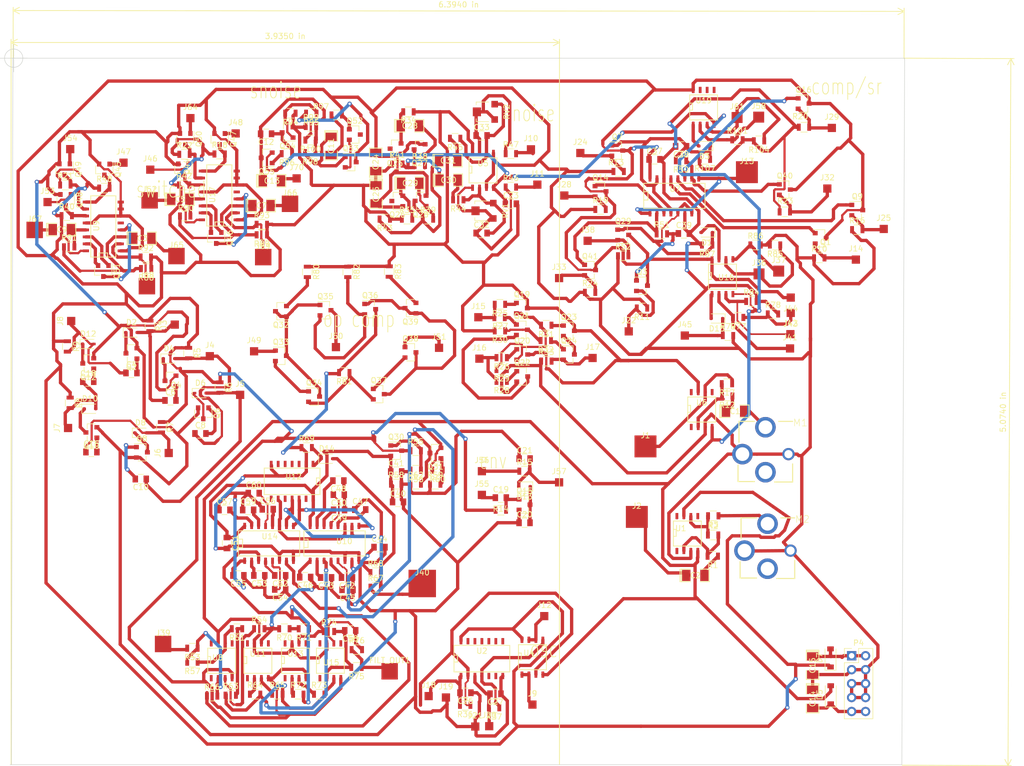
<source format=kicad_pcb>
(kicad_pcb (version 20171130) (host pcbnew "(6.0.0-rc1-dev-209-g91e3d21d6)")
  (layers (0 F.Cu signal) (31 B.Cu signal) (34 B.Paste user) (35 F.Paste user) (36 B.SilkS user) (37 F.SilkS user) (38 B.Mask user) (39 F.Mask user) (44 Edge.Cuts user))
  (net 0 "")
  (net 1 "Net-(C1-Pad1)")
  (net 2 "Net-(C1-Pad2)")
  (net 3 "Net-(C2-Pad2)")
  (net 4 "Net-(C2-Pad1)")
  (net 5 "Net-(C3-Pad1)")
  (net 6 "Net-(C3-Pad2)")
  (net 7 "Net-(C4-Pad1)")
  (net 8 "Net-(C4-Pad2)")
  (net 9 "Net-(C5-Pad1)")
  (net 10 "Net-(C5-Pad2)")
  (net 11 "Net-(C6-Pad2)")
  (net 12 "Net-(C6-Pad1)")
  (net 13 "Net-(C7-Pad1)")
  (net 14 "Net-(C7-Pad2)")
  (net 15 "Net-(C8-Pad1)")
  (net 16 "Net-(C8-Pad2)")
  (net 17 "Net-(C9-Pad2)")
  (net 18 "Net-(C9-Pad1)")
  (net 19 "Net-(C10-Pad1)")
  (net 20 "Net-(C10-Pad2)")
  (net 21 "Net-(C11-Pad2)")
  (net 22 "Net-(C11-Pad1)")
  (net 23 "Net-(C12-Pad2)")
  (net 24 "Net-(C12-Pad1)")
  (net 25 "Net-(C13-Pad2)")
  (net 26 "Net-(C16-Pad1)")
  (net 27 "Net-(C16-Pad2)")
  (net 28 "Net-(C18-Pad1)")
  (net 29 "Net-(C18-Pad2)")
  (net 30 "Net-(C19-Pad1)")
  (net 31 "Net-(C19-Pad2)")
  (net 32 "Net-(C20-Pad2)")
  (net 33 GND)
  (net 34 "Net-(C21-Pad2)")
  (net 35 -12V)
  (net 36 +12V)
  (net 37 "Net-(C26-Pad2)")
  (net 38 "Net-(C27-Pad2)")
  (net 39 "Net-(C28-Pad1)")
  (net 40 "Net-(C28-Pad2)")
  (net 41 "Net-(C29-Pad2)")
  (net 42 "Net-(C29-Pad1)")
  (net 43 "Net-(C30-Pad1)")
  (net 44 "Net-(C30-Pad2)")
  (net 45 "Net-(C31-Pad1)")
  (net 46 "Net-(C31-Pad2)")
  (net 47 "Net-(C32-Pad2)")
  (net 48 "Net-(C32-Pad1)")
  (net 49 "Net-(C33-Pad1)")
  (net 50 "Net-(C33-Pad2)")
  (net 51 SR2)
  (net 52 +7.5V)
  (net 53 "Net-(C42-Pad2)")
  (net 54 "Net-(C42-Pad1)")
  (net 55 "Net-(C43-Pad2)")
  (net 56 -8V)
  (net 57 "Net-(C45-Pad2)")
  (net 58 "Net-(C46-Pad2)")
  (net 59 "Net-(C47-Pad2)")
  (net 60 "Net-(C48-Pad2)")
  (net 61 "Net-(C49-Pad2)")
  (net 62 "Net-(C50-Pad2)")
  (net 63 "Net-(C52-Pad2)")
  (net 64 "Net-(C52-Pad1)")
  (net 65 "Net-(C53-Pad2)")
  (net 66 "Net-(C54-Pad2)")
  (net 67 "Net-(C55-Pad2)")
  (net 68 "Net-(C56-Pad2)")
  (net 69 "Net-(C57-Pad2)")
  (net 70 "Net-(C58-Pad2)")
  (net 71 "Net-(C58-Pad1)")
  (net 72 "Net-(C59-Pad2)")
  (net 73 "Net-(C60-Pad2)")
  (net 74 "Net-(D1-Pad2)")
  (net 75 SR1)
  (net 76 "Net-(D2-Pad1)")
  (net 77 "Net-(D3-Pad2)")
  (net 78 "Net-(D4-Pad1)")
  (net 79 "Net-(D6-Pad1)")
  (net 80 "Net-(D8-Pad1)")
  (net 81 "Net-(D10-Pad1)")
  (net 82 "Net-(D12-Pad1)")
  (net 83 "Net-(D14-Pad2)")
  (net 84 "Net-(D14-Pad1)")
  (net 85 "Net-(D15-Pad1)")
  (net 86 "Net-(D15-Pad2)")
  (net 87 "Net-(FILT_OUT1-Pad1)")
  (net 88 "Net-(J9-Pad1)")
  (net 89 "Net-(J10-Pad1)")
  (net 90 "Net-(J11-Pad1)")
  (net 91 "Net-(J12-Pad1)")
  (net 92 "/shift register/CLOCK")
  (net 93 "Net-(J14-Pad1)")
  (net 94 "Net-(J15-Pad1)")
  (net 95 "Net-(J16-Pad1)")
  (net 96 "Net-(J17-Pad1)")
  (net 97 "Net-(J22-Pad1)")
  (net 98 "Net-(J24-Pad1)")
  (net 99 "Net-(J25-Pad1)")
  (net 100 "Net-(J28-Pad1)")
  (net 101 "Net-(J29-Pad1)")
  (net 102 "Net-(J32-Pad1)")
  (net 103 "Net-(J33-Pad1)")
  (net 104 "Net-(J36-Pad1)")
  (net 105 "Net-(J37-Pad1)")
  (net 106 "Net-(J38-Pad1)")
  (net 107 "Net-(J39-Pad1)")
  (net 108 "Net-(J40-Pad1)")
  (net 109 "Net-(J41-Pad1)")
  (net 110 "Net-(J42-Pad1)")
  (net 111 "Net-(J43-Pad1)")
  (net 112 "Net-(J46-Pad1)")
  (net 113 "Net-(J47-Pad1)")
  (net 114 "Net-(J48-Pad1)")
  (net 115 "Net-(J49-Pad1)")
  (net 116 "Net-(J50-Pad1)")
  (net 117 "Net-(J51-Pad1)")
  (net 118 "Net-(J53-Pad1)")
  (net 119 "Net-(J54-Pad1)")
  (net 120 "Net-(J56-Pad1)")
  (net 121 "Net-(J58-Pad1)")
  (net 122 "Net-(J61-Pad1)")
  (net 123 "Net-(J64-Pad1)")
  (net 124 "Net-(J68-Pad1)")
  (net 125 "Net-(J69-Pad1)")
  (net 126 "Net-(M1-Pad2)")
  (net 127 "Net-(M2-Pad3)")
  (net 128 "Net-(M2-Pad2)")
  (net 129 "/shift register/SR5")
  (net 130 "/shift register/SR9")
  (net 131 "/shift register/SR6")
  (net 132 "/shift register/SR7")
  (net 133 "Net-(Q19-Pad2)")
  (net 134 "Net-(Q19-Pad1)")
  (net 135 "Net-(Q20-Pad1)")
  (net 136 "Net-(Q21-Pad1)")
  (net 137 "Net-(Q21-Pad2)")
  (net 138 "Net-(Q21-Pad3)")
  (net 139 "Net-(Q22-Pad1)")
  (net 140 "Net-(Q23-Pad1)")
  (net 141 "Net-(Q23-Pad2)")
  (net 142 "Net-(Q24-Pad1)")
  (net 143 "Net-(Q25-Pad3)")
  (net 144 "Net-(Q26-Pad3)")
  (net 145 "Net-(Q30-Pad1)")
  (net 146 "Net-(Q31-Pad1)")
  (net 147 "Net-(Q32-Pad1)")
  (net 148 "Net-(Q32-Pad2)")
  (net 149 "Net-(Q33-Pad2)")
  (net 150 "Net-(Q34-Pad2)")
  (net 151 "Net-(Q35-Pad2)")
  (net 152 "Net-(Q36-Pad1)")
  (net 153 "Net-(Q37-Pad1)")
  (net 154 "Net-(Q39-Pad2)")
  (net 155 "/shift register/SR8")
  (net 156 "Net-(Q46-Pad3)")
  (net 157 "Net-(Q46-Pad2)")
  (net 158 "Net-(Q46-Pad1)")
  (net 159 "Net-(Q51-Pad3)")
  (net 160 "Net-(Q51-Pad2)")
  (net 161 "Net-(Q51-Pad1)")
  (net 162 "Net-(Q52-Pad2)")
  (net 163 "Net-(Q52-Pad3)")
  (net 164 "Net-(Q53-Pad3)")
  (net 165 "Net-(Q54-Pad1)")
  (net 166 "Net-(Q55-Pad1)")
  (net 167 "Net-(R1-Pad2)")
  (net 168 "Net-(R2-Pad1)")
  (net 169 "Net-(R36-Pad1)")
  (net 170 "Net-(R37-Pad1)")
  (net 171 "Net-(R53-Pad1)")
  (net 172 "Net-(R54-Pad1)")
  (net 173 "Net-(R57-Pad1)")
  (net 174 "Net-(R61-Pad1)")
  (net 175 "Net-(R63-Pad1)")
  (net 176 "Net-(R64-Pad1)")
  (net 177 "Net-(R65-Pad1)")
  (net 178 "Net-(R70-Pad1)")
  (net 179 "Net-(R71-Pad1)")
  (net 180 "Net-(R72-Pad1)")
  (net 181 "Net-(R73-Pad1)")
  (net 182 "Net-(R100-Pad1)")
  (net 183 "Net-(U1-Pad1)")
  (net 184 "Net-(U1-Pad5)")
  (net 185 "Net-(U1-Pad8)")
  (net 186 "Net-(U8-Pad1)")
  (net 187 "Net-(U8-Pad5)")
  (net 188 "Net-(U8-Pad8)")
  (net 189 "Net-(U9-Pad5)")
  (net 190 /switchedfilter/C1)
  (net 191 /switchedfilter/C2)
  (net 192 /switchedfilter/C3)
  (net 193 "Net-(U11-Pad1)")
  (net 194 "Net-(U11-Pad5)")
  (net 195 "Net-(U11-Pad8)")
  (net 196 "Net-(U12-Pad3)")
  (net 197 "Net-(U12-Pad4)")
  (net 198 "Net-(U12-Pad5)")
  (net 199 "Net-(U12-Pad6)")
  (net 200 "Net-(U13-Pad8)")
  (net 201 "Net-(U13-Pad5)")
  (net 202 "Net-(U13-Pad1)")
  (net 203 "Net-(U15-Pad1)")
  (net 204 "Net-(U15-Pad5)")
  (net 205 "Net-(U15-Pad8)")
  (net 206 "Net-(U17-Pad5)")
  (net 207 "/shift register/SR3")
  (net 208 "/shift register/SR4")
  (net 209 "Net-(J1-Pad1)")
  (net 210 "Net-(R12-Pad2)")
  (net 211 "Net-(U6-Pad8)")
  (net 212 "Net-(U6-Pad5)")
  (net 213 "Net-(U6-Pad1)")
  (net 214 "Net-(C14-Pad2)")
  (net 215 "Net-(C15-Pad1)")
  (net 216 /sketching/SW1)
  (net 217 /sketching/SW6)
  (net 218 /sketching/SW3)
  (net 219 /sketching/SW4)
  (net 220 /sketching/SW5)
  (net 221 /sketching/SW2)
  (module TO_SOT_Packages_SMD:SOT-23 (layer F.Cu) (at 84.1629 129.6924 180)
    (fp_text reference Q10 (at 0 -2.5 180) (layer F.SilkS))
    (fp_text value Q_NPN_BEC)
    (pad 1 smd rect (at -1 -0.95 180) (size 0.9 0.8) (layers F.Cu F.Paste F.Mask) (net 27 "Net-(C16-Pad2)"))
    (pad 2 smd rect (at -1 0.95 180) (size 0.9 0.8) (layers F.Cu F.Paste F.Mask) (net 33 GND))
    (pad 3 smd rect (at 1 0 180) (size 0.9 0.8) (layers F.Cu F.Paste F.Mask) (net 81 "Net-(D10-Pad1)"))
  )
  (module erthenvar:ERTHENVAR-JACK (layer F.Cu) (at 207.4164 151.2316)
    (fp_text reference M2 (at 6.35 -5.715) (layer F.SilkS) (effects (font (size 1.27 1.27) (thickness 0.1016))))
    (fp_text value AUDIO-JACKERTHENVAR-erthenvar hide)
    (pad 1@1 thru_hole oval (at -4.19862 0 90) (size 3.74904 3.74904) (drill 2.49936) (layers *.Cu *.Mask) (net 33 GND))
    (pad 3 thru_hole oval (at 0 -4.89966 90) (size 3.74904 3.74904) (drill 2.49936) (layers *.Cu *.Mask) (net 127 "Net-(M2-Pad3)"))
    (pad 2 thru_hole oval (at 0 3.29946 90) (size 3.74904 3.74904) (drill 2.49936) (layers *.Cu *.Mask) (net 128 "Net-(M2-Pad2)"))
    (pad 1@2 thru_hole oval (at 4.19862 0 90) (size 2.2479 2.2479) (drill 1.4986) (layers *.Cu *.Mask) (net 33 GND))
  )
  (module Resistors_SMD:R_0805 (layer F.Cu) (at 197.4952 148.3868)
    (fp_text reference R2 (at 0 -1.65) (layer F.SilkS))
    (fp_text value 10K)
    (pad 2 smd rect (at 0.95 0) (size 0.7 1.3) (layers F.Cu F.Paste F.Mask) (net 167 "Net-(R1-Pad2)"))
    (pad 1 smd rect (at -0.95 0) (size 0.7 1.3) (layers F.Cu F.Paste F.Mask) (net 168 "Net-(R2-Pad1)"))
  )
  (module TO_SOT_Packages_SMD:SOT-23 (layer F.Cu) (at 104.5624 126.1999 270)
    (fp_text reference Q6 (at 0 -2.5 270) (layer F.SilkS))
    (fp_text value Q_NPN_BEC)
    (pad 1 smd rect (at -1 -0.95 270) (size 0.9 0.8) (layers F.Cu F.Paste F.Mask) (net 16 "Net-(C8-Pad2)"))
    (pad 2 smd rect (at -1 0.95 270) (size 0.9 0.8) (layers F.Cu F.Paste F.Mask) (net 33 GND))
    (pad 3 smd rect (at 1 0 270) (size 0.9 0.8) (layers F.Cu F.Paste F.Mask) (net 79 "Net-(D6-Pad1)"))
  )
  (module TO_SOT_Packages_SMD:SOT-23 (layer F.Cu) (at 132.1816 75.3872)
    (fp_text reference Q52 (at 0 -2.5) (layer F.SilkS))
    (fp_text value Q_NPN_BEC)
    (pad 1 smd rect (at -1 -0.95) (size 0.9 0.8) (layers F.Cu F.Paste F.Mask) (net 33 GND))
    (pad 2 smd rect (at -1 0.95) (size 0.9 0.8) (layers F.Cu F.Paste F.Mask) (net 162 "Net-(Q52-Pad2)"))
    (pad 3 smd rect (at 1 0) (size 0.9 0.8) (layers F.Cu F.Paste F.Mask) (net 163 "Net-(Q52-Pad3)"))
  )
  (module Measurement_Points:Measurement_Point_Square-SMD-Pad_Small (layer F.Cu) (at 110.4646 75.184)
    (fp_text reference J48 (at 0 -2) (layer F.SilkS))
    (fp_text value p)
    (pad 1 smd rect (at 0 0) (size 1.5 1.5) (layers F.Cu F.Mask) (net 114 "Net-(J48-Pad1)"))
  )
  (module TO_SOT_Packages_SMD:SOT-23 (layer F.Cu) (at 107.5436 76.2 270)
    (fp_text reference Q47 (at 0 -2.5 270) (layer F.SilkS))
    (fp_text value Q_NPN_BEC)
    (pad 1 smd rect (at -1 -0.95 270) (size 0.9 0.8) (layers F.Cu F.Paste F.Mask) (net 114 "Net-(J48-Pad1)"))
    (pad 2 smd rect (at -1 0.95 270) (size 0.9 0.8) (layers F.Cu F.Paste F.Mask) (net 33 GND))
    (pad 3 smd rect (at 1 0 270) (size 0.9 0.8) (layers F.Cu F.Paste F.Mask) (net 218 /sketching/SW3))
  )
  (module Measurement_Points:Measurement_Point_Square-SMD-Pad_Small (layer F.Cu) (at 94.7801 87.376)
    (fp_text reference J52 (at 0 -2) (layer F.SilkS))
    (fp_text value p)
    (pad 1 smd rect (at 0 0) (size 3 3) (layers F.Cu F.Mask) (net 9 "Net-(C5-Pad1)"))
  )
  (module Measurement_Points:Measurement_Point_Square-SMD-Pad_Small (layer F.Cu) (at 94.8944 81.788)
    (fp_text reference J46 (at 0 -2) (layer F.SilkS))
    (fp_text value p)
    (pad 1 smd rect (at 0 0) (size 1.5 1.5) (layers F.Cu F.Mask) (net 112 "Net-(J46-Pad1)"))
  )
  (module SMD_Packages:SO-16-N (layer F.Cu) (at 107.4801 86.487 90)
    (fp_text reference U17 (at 0.127 -1.27 90) (layer F.SilkS))
    (fp_text value 4053)
    (pad 15 smd rect (at -3.175 -3.175 90) (size 0.508 1.143) (layers F.Cu F.Paste F.Mask) (net 157 "Net-(Q46-Pad2)"))
    (pad 1 smd rect (at -4.445 3.175 90) (size 0.508 1.143) (layers F.Cu F.Paste F.Mask) (net 33 GND))
    (pad 2 smd rect (at -3.175 3.175 90) (size 0.508 1.143) (layers F.Cu F.Paste F.Mask) (net 125 "Net-(J69-Pad1)"))
    (pad 3 smd rect (at -1.905 3.175 90) (size 0.508 1.143) (layers F.Cu F.Paste F.Mask) (net 13 "Net-(C7-Pad1)"))
    (pad 4 smd rect (at -0.635 3.175 90) (size 0.508 1.143) (layers F.Cu F.Paste F.Mask) (net 156 "Net-(Q46-Pad3)"))
    (pad 5 smd rect (at 0.635 3.175 90) (size 0.508 1.143) (layers F.Cu F.Paste F.Mask) (net 206 "Net-(U17-Pad5)"))
    (pad 6 smd rect (at 1.905 3.175 90) (size 0.508 1.143) (layers F.Cu F.Paste F.Mask) (net 33 GND))
    (pad 7 smd rect (at 3.175 3.175 90) (size 0.508 1.143) (layers F.Cu F.Paste F.Mask) (net 33 GND))
    (pad 8 smd rect (at 4.445 3.175 90) (size 0.508 1.143) (layers F.Cu F.Paste F.Mask) (net 33 GND))
    (pad 9 smd rect (at 4.445 -3.175 90) (size 0.508 1.143) (layers F.Cu F.Paste F.Mask) (net 218 /sketching/SW3))
    (pad 10 smd rect (at 3.175 -3.175 90) (size 0.508 1.143) (layers F.Cu F.Paste F.Mask) (net 221 /sketching/SW2))
    (pad 11 smd rect (at 1.905 -3.175 90) (size 0.508 1.143) (layers F.Cu F.Paste F.Mask) (net 216 /sketching/SW1))
    (pad 12 smd rect (at 0.635 -3.175 90) (size 0.508 1.143) (layers F.Cu F.Paste F.Mask) (net 33 GND))
    (pad 13 smd rect (at -0.635 -3.175 90) (size 0.508 1.143) (layers F.Cu F.Paste F.Mask) (net 10 "Net-(C5-Pad2)"))
    (pad 14 smd rect (at -1.905 -3.175 90) (size 0.508 1.143) (layers F.Cu F.Paste F.Mask) (net 158 "Net-(Q46-Pad1)"))
    (pad 16 smd rect (at -4.445 -3.175 90) (size 0.508 1.143) (layers F.Cu F.Paste F.Mask) (net 36 +12V))
  )
  (module TO_SOT_Packages_SMD:SOT-23 (layer F.Cu) (at 101.2596 76.184 270)
    (fp_text reference Q50 (at 0 -2.5 270) (layer F.SilkS))
    (fp_text value Q_NPN_BEC)
    (pad 1 smd rect (at -1 -0.95 270) (size 0.9 0.8) (layers F.Cu F.Paste F.Mask) (net 123 "Net-(J64-Pad1)"))
    (pad 2 smd rect (at -1 0.95 270) (size 0.9 0.8) (layers F.Cu F.Paste F.Mask) (net 33 GND))
    (pad 3 smd rect (at 1 0 270) (size 0.9 0.8) (layers F.Cu F.Paste F.Mask) (net 221 /sketching/SW2))
  )
  (module TO_SOT_Packages_SMD:SOT-23 (layer F.Cu) (at 106.9086 94.234 270)
    (fp_text reference Q46 (at 0 -2.5 270) (layer F.SilkS))
    (fp_text value Q_NPN_BEC)
    (pad 3 smd rect (at 1 0 270) (size 0.9 0.8) (layers F.Cu F.Paste F.Mask) (net 156 "Net-(Q46-Pad3)"))
    (pad 2 smd rect (at -1 0.95 270) (size 0.9 0.8) (layers F.Cu F.Paste F.Mask) (net 157 "Net-(Q46-Pad2)"))
    (pad 1 smd rect (at -1 -0.95 270) (size 0.9 0.8) (layers F.Cu F.Paste F.Mask) (net 158 "Net-(Q46-Pad1)"))
  )
  (module Measurement_Points:Measurement_Point_Square-SMD-Pad_Small (layer F.Cu) (at 120.3706 88.011)
    (fp_text reference J66 (at 0 -2) (layer F.SilkS))
    (fp_text value p)
    (pad 1 smd rect (at 0 0) (size 3 3) (layers F.Cu F.Mask) (net 14 "Net-(C7-Pad2)"))
  )
  (module SMD_Packages:SMD-1206_Pol (layer F.Cu) (at 100.3681 87.1855)
    (fp_text reference C5 (at 0 0) (layer F.SilkS))
    (fp_text value 47u)
    (pad 1 smd rect (at -1.651 0) (size 1.524 2.032) (layers F.Cu F.Paste F.Mask) (net 9 "Net-(C5-Pad1)"))
    (pad 2 smd rect (at 1.651 0) (size 1.524 2.032) (layers F.Cu F.Paste F.Mask) (net 10 "Net-(C5-Pad2)"))
  )
  (module SMD_Packages:SMD-1206_Pol (layer F.Cu) (at 115.1636 88.3285)
    (fp_text reference C7 (at 0 0) (layer F.SilkS))
    (fp_text value 10u)
    (pad 1 smd rect (at -1.651 0) (size 1.524 2.032) (layers F.Cu F.Paste F.Mask) (net 13 "Net-(C7-Pad1)"))
    (pad 2 smd rect (at 1.651 0) (size 1.524 2.032) (layers F.Cu F.Paste F.Mask) (net 14 "Net-(C7-Pad2)"))
  )
  (module Measurement_Points:Measurement_Point_Square-SMD-Pad_Small (layer F.Cu) (at 115.4811 97.7265)
    (fp_text reference J69 (at 0 -2) (layer F.SilkS))
    (fp_text value p)
    (pad 1 smd rect (at 0 0) (size 3 3) (layers F.Cu F.Mask) (net 125 "Net-(J69-Pad1)"))
  )
  (module Resistors_SMD:R_0805 (layer F.Cu) (at 101.1326 78.994)
    (fp_text reference R22 (at 0 -1.65) (layer F.SilkS))
    (fp_text value 1K)
    (pad 1 smd rect (at -0.95 0) (size 0.7 1.3) (layers F.Cu F.Paste F.Mask) (net 36 +12V))
    (pad 2 smd rect (at 0.95 0) (size 0.7 1.3) (layers F.Cu F.Paste F.Mask) (net 221 /sketching/SW2))
  )
  (module TO_SOT_Packages_SMD:SOT-23 (layer F.Cu) (at 100.9396 81.7372 270)
    (fp_text reference Q44 (at -0.497001 -0.677001 270) (layer F.SilkS))
    (fp_text value Q_NPN_BEC)
    (pad 1 smd rect (at -1 -0.95 270) (size 0.9 0.8) (layers F.Cu F.Paste F.Mask) (net 112 "Net-(J46-Pad1)"))
    (pad 2 smd rect (at -1 0.95 270) (size 0.9 0.8) (layers F.Cu F.Paste F.Mask) (net 33 GND))
    (pad 3 smd rect (at 1 0 270) (size 0.9 0.8) (layers F.Cu F.Paste F.Mask) (net 216 /sketching/SW1))
  )
  (module Resistors_SMD:R_0805 (layer F.Cu) (at 107.5461 78.9305)
    (fp_text reference R18 (at 0 -1.65) (layer F.SilkS))
    (fp_text value 1K)
    (pad 2 smd rect (at 0.95 0) (size 0.7 1.3) (layers F.Cu F.Paste F.Mask) (net 218 /sketching/SW3))
    (pad 1 smd rect (at -0.95 0) (size 0.7 1.3) (layers F.Cu F.Paste F.Mask) (net 36 +12V))
  )
  (module Resistors_SMD:R_0805 (layer F.Cu) (at 101.2571 90.2335)
    (fp_text reference R90 (at 0.126999 -1.442001) (layer F.SilkS))
    (fp_text value 150K)
    (pad 2 smd rect (at 0.95 0) (size 0.7 1.3) (layers F.Cu F.Paste F.Mask) (net 10 "Net-(C5-Pad2)"))
    (pad 1 smd rect (at -0.95 0) (size 0.7 1.3) (layers F.Cu F.Paste F.Mask) (net 13 "Net-(C7-Pad1)"))
  )
  (module Resistors_SMD:R_0805 (layer F.Cu) (at 101.0666 84.582)
    (fp_text reference R42 (at 0 -1.65) (layer F.SilkS))
    (fp_text value 1K)
    (pad 1 smd rect (at -0.95 0) (size 0.7 1.3) (layers F.Cu F.Paste F.Mask) (net 36 +12V))
    (pad 2 smd rect (at 0.95 0) (size 0.7 1.3) (layers F.Cu F.Paste F.Mask) (net 216 /sketching/SW1))
  )
  (module Measurement_Points:Measurement_Point_Square-SMD-Pad_Small (layer F.Cu) (at 102.2096 72.39)
    (fp_text reference J64 (at 0 -2) (layer F.SilkS))
    (fp_text value p)
    (pad 1 smd rect (at 0 0) (size 1.5 1.5) (layers F.Cu F.Mask) (net 123 "Net-(J64-Pad1)"))
  )
  (module Resistors_SMD:R_0805 (layer F.Cu) (at 115.2296 91.7575)
    (fp_text reference R93 (at 0 -1.65) (layer F.SilkS))
    (fp_text value 47K)
    (pad 2 smd rect (at 0.95 0) (size 0.7 1.3) (layers F.Cu F.Paste F.Mask) (net 36 +12V))
    (pad 1 smd rect (at -0.95 0) (size 0.7 1.3) (layers F.Cu F.Paste F.Mask) (net 125 "Net-(J69-Pad1)"))
  )
  (module Resistors_SMD:R_0805 (layer F.Cu) (at 115.2296 93.6625 180)
    (fp_text reference R89 (at 0 -1.65 180) (layer F.SilkS))
    (fp_text value 10K)
    (pad 1 smd rect (at -0.95 0 180) (size 0.7 1.3) (layers F.Cu F.Paste F.Mask) (net 36 +12V))
    (pad 2 smd rect (at 0.95 0 180) (size 0.7 1.3) (layers F.Cu F.Paste F.Mask) (net 13 "Net-(C7-Pad1)"))
  )
  (module SMD_Packages:SMD-1206_Pol (layer F.Cu) (at 149.2758 83.693)
    (fp_text reference C30 (at 0 0) (layer F.SilkS))
    (fp_text value 10u)
    (pad 1 smd rect (at -1.651 0) (size 1.524 2.032) (layers F.Cu F.Paste F.Mask) (net 43 "Net-(C30-Pad1)"))
    (pad 2 smd rect (at 1.651 0) (size 1.524 2.032) (layers F.Cu F.Paste F.Mask) (net 44 "Net-(C30-Pad2)"))
  )
  (module TO_SOT_Packages_SMD:SOT-23 (layer F.Cu) (at 175.0695 100.0887)
    (fp_text reference Q41 (at 0 -2.5) (layer F.SilkS))
    (fp_text value MMBT3904)
    (pad 3 smd rect (at 1 0) (size 0.9 0.8) (layers F.Cu F.Paste F.Mask) (net 36 +12V))
    (pad 2 smd rect (at -1 0.95) (size 0.9 0.8) (layers F.Cu F.Paste F.Mask) (net 103 "Net-(J33-Pad1)"))
    (pad 1 smd rect (at -1 -0.95) (size 0.9 0.8) (layers F.Cu F.Paste F.Mask) (net 155 "/shift register/SR8"))
  )
  (module Capacitors_SMD:C_0805 (layer F.Cu) (at 157.8229 177.3301 180)
    (fp_text reference C27 (at 0 -1.5 180) (layer F.SilkS))
    (fp_text value 100N)
    (pad 1 smd rect (at -1 0 180) (size 1 1.25) (layers F.Cu F.Paste F.Mask) (net 33 GND))
    (pad 2 smd rect (at 1 0 180) (size 1 1.25) (layers F.Cu F.Paste F.Mask) (net 38 "Net-(C27-Pad2)"))
  )
  (module Resistors_SMD:R_0805 (layer F.Cu) (at 160.6296 84.963)
    (fp_text reference R46 (at 0 -1.65) (layer F.SilkS))
    (fp_text value 1K)
    (pad 2 smd rect (at 0.95 0) (size 0.7 1.3) (layers F.Cu F.Paste F.Mask) (net 90 "Net-(J11-Pad1)"))
    (pad 1 smd rect (at -0.95 0) (size 0.7 1.3) (layers F.Cu F.Paste F.Mask) (net 48 "Net-(C32-Pad1)"))
  )
  (module Measurement_Points:Measurement_Point_Square-SMD-Pad_Small (layer F.Cu) (at 154.6987 108.6866)
    (fp_text reference J15 (at 0 -2) (layer F.SilkS))
    (fp_text value "XOR IN")
    (pad 1 smd rect (at 0 0) (size 1.5 1.5) (layers F.Cu F.Mask) (net 94 "Net-(J15-Pad1)"))
  )
  (module Capacitors_SMD:C_0805 (layer F.Cu) (at 108.8804 149.8473 270)
    (fp_text reference C51 (at 0 -1.5 270) (layer F.SilkS))
    (fp_text value 100nF)
    (pad 1 smd rect (at -1 0 270) (size 1 1.25) (layers F.Cu F.Paste F.Mask) (net 52 +7.5V))
    (pad 2 smd rect (at 1 0 270) (size 1 1.25) (layers F.Cu F.Paste F.Mask) (net 33 GND))
  )
  (module Capacitors_SMD:C_0805 (layer F.Cu) (at 112.7379 143.8148)
    (fp_text reference C59 (at 0 -1.5) (layer F.SilkS))
    (fp_text value 47nF)
    (pad 2 smd rect (at 1 0) (size 1 1.25) (layers F.Cu F.Paste F.Mask) (net 72 "Net-(C59-Pad2)"))
    (pad 1 smd rect (at -1 0) (size 1 1.25) (layers F.Cu F.Paste F.Mask) (net 64 "Net-(C52-Pad1)"))
  )
  (module Resistors_SMD:R_0805 (layer F.Cu) (at 114.0079 177.4063)
    (fp_text reference R64 (at 0 -1.65) (layer F.SilkS))
    (fp_text value 1K)
    (pad 1 smd rect (at -0.95 0) (size 0.7 1.3) (layers F.Cu F.Paste F.Mask) (net 176 "Net-(R64-Pad1)"))
    (pad 2 smd rect (at 0.95 0) (size 0.7 1.3) (layers F.Cu F.Paste F.Mask) (net 175 "Net-(R63-Pad1)"))
  )
  (module Capacitors_SMD:C_0805 (layer F.Cu) (at 118.5799 155.7528 180)
    (fp_text reference C52 (at 0 -1.5 180) (layer F.SilkS))
    (fp_text value 47nF)
    (pad 2 smd rect (at 1 0 180) (size 1 1.25) (layers F.Cu F.Paste F.Mask) (net 63 "Net-(C52-Pad2)"))
    (pad 1 smd rect (at -1 0 180) (size 1 1.25) (layers F.Cu F.Paste F.Mask) (net 64 "Net-(C52-Pad1)"))
  )
  (module SMD_Packages:SMD-1206_Pol (layer F.Cu) (at 142.2146 73.787)
    (fp_text reference C28 (at 0 0) (layer F.SilkS))
    (fp_text value 47u)
    (pad 1 smd rect (at -1.651 0) (size 1.524 2.032) (layers F.Cu F.Paste F.Mask) (net 39 "Net-(C28-Pad1)"))
    (pad 2 smd rect (at 1.651 0) (size 1.524 2.032) (layers F.Cu F.Paste F.Mask) (net 40 "Net-(C28-Pad2)"))
  )
  (module Diodes_SMD:D_SOD-323 (layer F.Cu) (at 93.1164 129.7559)
    (fp_text reference D8 (at 0 -1.85) (layer F.SilkS))
    (fp_text value 1n4148)
    (pad 2 smd rect (at 1.05 0) (size 0.6 0.45) (layers F.Cu F.Paste F.Mask) (net 26 "Net-(C16-Pad1)"))
    (pad 1 smd rect (at -1.05 0) (size 0.6 0.45) (layers F.Cu F.Paste F.Mask) (net 80 "Net-(D8-Pad1)"))
  )
  (module TO_SOT_Packages_SMD:SOT-23 (layer F.Cu) (at 139.7254 133.0198)
    (fp_text reference Q30 (at 0 -2.5) (layer F.SilkS))
    (fp_text value Q_NPN_BEC)
    (pad 1 smd rect (at -1 -0.95) (size 0.9 0.8) (layers F.Cu F.Paste F.Mask) (net 145 "Net-(Q30-Pad1)"))
    (pad 2 smd rect (at -1 0.95) (size 0.9 0.8) (layers F.Cu F.Paste F.Mask) (net 52 +7.5V))
    (pad 3 smd rect (at 1 0) (size 0.9 0.8) (layers F.Cu F.Paste F.Mask) (net 36 +12V))
  )
  (module TO_SOT_Packages_SMD:SOT-23 (layer F.Cu) (at 162.6997 119.4816)
    (fp_text reference Q22 (at 0 -2.5) (layer F.SilkS))
    (fp_text value Q_NPN_BEC)
    (pad 3 smd rect (at 1 0) (size 0.9 0.8) (layers F.Cu F.Paste F.Mask) (net 137 "Net-(Q21-Pad2)"))
    (pad 2 smd rect (at -1 0.95) (size 0.9 0.8) (layers F.Cu F.Paste F.Mask) (net 33 GND))
    (pad 1 smd rect (at -1 -0.95) (size 0.9 0.8) (layers F.Cu F.Paste F.Mask) (net 139 "Net-(Q22-Pad1)"))
  )
  (module Resistors_SMD:R_0805 (layer F.Cu) (at 102.5779 169.0243 180)
    (fp_text reference R53 (at 0 -1.65 180) (layer F.SilkS))
    (fp_text value 100K)
    (pad 2 smd rect (at 0.95 0 180) (size 0.7 1.3) (layers F.Cu F.Paste F.Mask) (net 107 "Net-(J39-Pad1)"))
    (pad 1 smd rect (at -0.95 0 180) (size 0.7 1.3) (layers F.Cu F.Paste F.Mask) (net 171 "Net-(R53-Pad1)"))
  )
  (module Measurement_Points:Measurement_Point_Square-SMD-Pad_Small (layer F.Cu) (at 145.6436 177.7492)
    (fp_text reference J18 (at 0 -2) (layer F.SilkS))
    (fp_text value osc1)
    (pad 1 smd rect (at 0 0) (size 1.5 1.5) (layers F.Cu F.Mask) (net 37 "Net-(C26-Pad2)"))
  )
  (module Resistors_SMD:R_0805 (layer F.Cu) (at 96.9264 128.7399 270)
    (fp_text reference R7 (at 0 -1.65 270) (layer F.SilkS))
    (fp_text value 33K)
    (pad 2 smd rect (at 0.95 0 270) (size 0.7 1.3) (layers F.Cu F.Paste F.Mask) (net 26 "Net-(C16-Pad1)"))
    (pad 1 smd rect (at -0.95 0 270) (size 0.7 1.3) (layers F.Cu F.Paste F.Mask) (net 36 +12V))
  )
  (module Resistors_SMD:R_0805 (layer F.Cu) (at 143.2814 133.0198)
    (fp_text reference R55 (at 0 -1.65) (layer F.SilkS))
    (fp_text value 10K)
    (pad 1 smd rect (at -0.95 0) (size 0.7 1.3) (layers F.Cu F.Paste F.Mask) (net 36 +12V))
    (pad 2 smd rect (at 0.95 0) (size 0.7 1.3) (layers F.Cu F.Paste F.Mask) (net 145 "Net-(Q30-Pad1)"))
  )
  (module Resistors_SMD:R_0805 (layer F.Cu) (at 125.6919 177.4063)
    (fp_text reference R73 (at 0 -1.65) (layer F.SilkS))
    (fp_text value 10K)
    (pad 1 smd rect (at -0.95 0) (size 0.7 1.3) (layers F.Cu F.Paste F.Mask) (net 181 "Net-(R73-Pad1)"))
    (pad 2 smd rect (at 0.95 0) (size 0.7 1.3) (layers F.Cu F.Paste F.Mask) (net 33 GND))
  )
  (module Measurement_Points:Measurement_Point_Square-SMD-Pad_Small (layer F.Cu) (at 128.7399 114.1349)
    (fp_text reference J50 (at 0 -2) (layer F.SilkS))
    (fp_text value opcompout)
    (pad 1 smd rect (at 0 0) (size 1.5 1.5) (layers F.Cu F.Mask) (net 116 "Net-(J50-Pad1)"))
  )
  (module Measurement_Points:Measurement_Point_Square-SMD-Pad_Small (layer F.Cu) (at 147.5359 114.2619)
    (fp_text reference J51 (at 0 -2) (layer F.SilkS))
    (fp_text value opcompin2)
    (pad 1 smd rect (at 0 0) (size 1.5 1.5) (layers F.Cu F.Mask) (net 117 "Net-(J51-Pad1)"))
  )
  (module TO_SOT_Packages_SMD:SOT-23 (layer F.Cu) (at 79.2861 81.7245 270)
    (fp_text reference Q49 (at 0 -2.5 270) (layer F.SilkS))
    (fp_text value Q_NPN_BEC)
    (pad 1 smd rect (at -1 -0.95 270) (size 0.9 0.8) (layers F.Cu F.Paste F.Mask) (net 119 "Net-(J54-Pad1)"))
    (pad 2 smd rect (at -1 0.95 270) (size 0.9 0.8) (layers F.Cu F.Paste F.Mask) (net 33 GND))
    (pad 3 smd rect (at 1 0 270) (size 0.9 0.8) (layers F.Cu F.Paste F.Mask) (net 220 /sketching/SW5))
  )
  (module Measurement_Points:Measurement_Point_Square-SMD-Pad_Small (layer F.Cu) (at 192.3415 112.0267)
    (fp_text reference J45 (at 0 -2) (layer F.SilkS))
    (fp_text value compout)
    (pad 1 smd rect (at 0 0) (size 1.5 1.5) (layers F.Cu F.Mask) (net 85 "Net-(D15-Pad1)"))
  )
  (module Measurement_Points:Measurement_Point_Square-SMD-Pad_Small (layer F.Cu) (at 228.6 92.5957)
    (fp_text reference J25 (at 0 -2) (layer F.SilkS))
    (fp_text value SROUT6)
    (pad 1 smd rect (at 0 0) (size 1.5 1.5) (layers F.Cu F.Mask) (net 99 "Net-(J25-Pad1)"))
  )
  (module Measurement_Points:Measurement_Point_Square-SMD-Pad_Small (layer F.Cu) (at 154.8892 116.2431)
    (fp_text reference J16 (at 0 -2) (layer F.SilkS))
    (fp_text value "XOR IN")
    (pad 1 smd rect (at 0 0) (size 1.5 1.5) (layers F.Cu F.Mask) (net 95 "Net-(J16-Pad1)"))
  )
  (module Measurement_Points:Measurement_Point_Square-SMD-Pad_Small (layer F.Cu) (at 175.5267 116.1161)
    (fp_text reference J17 (at 0 -2) (layer F.SilkS))
    (fp_text value "XOR OUT")
    (pad 1 smd rect (at 0 0) (size 1.5 1.5) (layers F.Cu F.Mask) (net 96 "Net-(J17-Pad1)"))
  )
  (module Measurement_Points:Measurement_Point_Square-SMD-Pad_Small (layer F.Cu) (at 170.3705 86.4997)
    (fp_text reference J28 (at 0 -2) (layer F.SilkS))
    (fp_text value SROUT3)
    (pad 1 smd rect (at 0 0) (size 1.5 1.5) (layers F.Cu F.Mask) (net 100 "Net-(J28-Pad1)"))
  )
  (module Measurement_Points:Measurement_Point_Square-SMD-Pad_Small (layer F.Cu) (at 219.1385 74.1807)
    (fp_text reference J29 (at 0 -2) (layer F.SilkS))
    (fp_text value SROUT7)
    (pad 1 smd rect (at 0 0) (size 1.5 1.5) (layers F.Cu F.Mask) (net 101 "Net-(J29-Pad1)"))
  )
  (module Resistors_SMD:R_0805 (layer F.Cu) (at 123.5329 100.4214 270)
    (fp_text reference R80 (at 0 -1.65 270) (layer F.SilkS))
    (fp_text value 4K7)
    (pad 2 smd rect (at 0.95 0 270) (size 0.7 1.3) (layers F.Cu F.Paste F.Mask) (net 148 "Net-(Q32-Pad2)"))
    (pad 1 smd rect (at -0.95 0 270) (size 0.7 1.3) (layers F.Cu F.Paste F.Mask) (net 36 +12V))
  )
  (module Resistors_SMD:R_0805 (layer F.Cu) (at 223.774 92.7227)
    (fp_text reference R16 (at 0 -1.65) (layer F.SilkS))
    (fp_text value 3K3)
    (pad 2 smd rect (at 0.95 0) (size 0.7 1.3) (layers F.Cu F.Paste F.Mask) (net 99 "Net-(J25-Pad1)"))
    (pad 1 smd rect (at -0.95 0) (size 0.7 1.3) (layers F.Cu F.Paste F.Mask) (net 33 GND))
  )
  (module Measurement_Points:Measurement_Point_Square-SMD-Pad_Small (layer F.Cu) (at 209.4484 100.2792)
    (fp_text reference J37 (at 0 -2) (layer F.SilkS))
    (fp_text value compsr1)
    (pad 1 smd rect (at 0 0) (size 2 2) (layers F.Cu F.Mask) (net 105 "Net-(J37-Pad1)"))
  )
  (module Measurement_Points:Measurement_Point_Square-SMD-Pad_Small (layer F.Cu) (at 174.625 94.7547)
    (fp_text reference J38 (at 0 -2) (layer F.SilkS))
    (fp_text value SROUT1)
    (pad 1 smd rect (at 0 0) (size 1.5 1.5) (layers F.Cu F.Mask) (net 106 "Net-(J38-Pad1)"))
  )
  (module Measurement_Points:Measurement_Point_Square-SMD-Pad_Small (layer F.Cu) (at 90.0176 80.518)
    (fp_text reference J47 (at 0 -2) (layer F.SilkS))
    (fp_text value p)
    (pad 1 smd rect (at 0 0) (size 1.5 1.5) (layers F.Cu F.Mask) (net 113 "Net-(J47-Pad1)"))
  )
  (module Measurement_Points:Measurement_Point_Square-SMD-Pad_Small (layer F.Cu) (at 169.418 138.7856)
    (fp_text reference J57 (at 0 -2) (layer F.SilkS))
    (fp_text value "ENV OUT")
    (pad 1 smd rect (at 0 0) (size 1.5 1.5) (layers F.Cu F.Mask) (net 34 "Net-(C21-Pad2)"))
  )
  (module Capacitors_SMD:C_0805 (layer F.Cu) (at 91.4654 118.8339)
    (fp_text reference C4 (at 0 -1.5) (layer F.SilkS))
    (fp_text value 1N)
    (pad 1 smd rect (at -1 0) (size 1 1.25) (layers F.Cu F.Paste F.Mask) (net 7 "Net-(C4-Pad1)"))
    (pad 2 smd rect (at 1 0) (size 1 1.25) (layers F.Cu F.Paste F.Mask) (net 8 "Net-(C4-Pad2)"))
  )
  (module TO_SOT_Packages_SMD:SOT-23 (layer F.Cu) (at 213.995 69.7357)
    (fp_text reference Q16 (at 0 -2.5) (layer F.SilkS))
    (fp_text value MMBT3904)
    (pad 1 smd rect (at -1 -0.95) (size 0.9 0.8) (layers F.Cu F.Paste F.Mask) (net 132 "/shift register/SR7"))
    (pad 2 smd rect (at -1 0.95) (size 0.9 0.8) (layers F.Cu F.Paste F.Mask) (net 101 "Net-(J29-Pad1)"))
    (pad 3 smd rect (at 1 0) (size 0.9 0.8) (layers F.Cu F.Paste F.Mask) (net 36 +12V))
  )
  (module Resistors_SMD:R_0805 (layer F.Cu) (at 204.4725 105.8037)
    (fp_text reference R84 (at 0 -1.65) (layer F.SilkS))
    (fp_text value 100K)
    (pad 1 smd rect (at -0.95 0) (size 0.7 1.3) (layers F.Cu F.Paste F.Mask) (net 110 "Net-(J42-Pad1)"))
    (pad 2 smd rect (at 0.95 0) (size 0.7 1.3) (layers F.Cu F.Paste F.Mask) (net 33 GND))
  )
  (module TO_SOT_Packages_SMD:SOT-23 (layer F.Cu) (at 134.9789 107.2159)
    (fp_text reference Q36 (at 0 -2.5) (layer F.SilkS))
    (fp_text value Q_PNP_BEC)
    (pad 3 smd rect (at 1 0) (size 0.9 0.8) (layers F.Cu F.Paste F.Mask) (net 33 GND))
    (pad 2 smd rect (at -1 0.95) (size 0.9 0.8) (layers F.Cu F.Paste F.Mask) (net 151 "Net-(Q35-Pad2)"))
    (pad 1 smd rect (at -1 -0.95) (size 0.9 0.8) (layers F.Cu F.Paste F.Mask) (net 152 "Net-(Q36-Pad1)"))
  )
  (module Resistors_SMD:R_0805 (layer F.Cu) (at 80.2894 124.2949 270)
    (fp_text reference R8 (at 0 -1.65 270) (layer F.SilkS))
    (fp_text value 33K)
    (pad 2 smd rect (at 0.95 0 270) (size 0.7 1.3) (layers F.Cu F.Paste F.Mask) (net 28 "Net-(C18-Pad1)"))
    (pad 1 smd rect (at -0.95 0 270) (size 0.7 1.3) (layers F.Cu F.Paste F.Mask) (net 36 +12V))
  )
  (module Measurement_Points:Measurement_Point_Square-SMD-Pad_Small (layer F.Cu) (at 113.8174 114.8969)
    (fp_text reference J49 (at 0 -2) (layer F.SilkS))
    (fp_text value opcompin1)
    (pad 1 smd rect (at 0 0) (size 1.5 1.5) (layers F.Cu F.Mask) (net 115 "Net-(J49-Pad1)"))
  )
  (module Potentiometers:Potentiometer_Trimmer-EVM3E (layer F.Cu) (at 156.0576 71.247 90)
    (fp_text reference RV2 (at 0 3.83 90) (layer F.SilkS))
    (fp_text value 1M)
    (pad 2 smd rect (at 0 -1.62 90) (size 1.6 1.5) (layers F.Cu F.Paste F.Mask) (net 49 "Net-(C33-Pad1)"))
    (pad 3 smd rect (at 1.4 1.62 90) (size 1.2 1.2) (layers F.Cu F.Paste F.Mask) (net 50 "Net-(C33-Pad2)"))
    (pad 1 smd rect (at -1.4 1.62 90) (size 1.2 1.2) (layers F.Cu F.Paste F.Mask) (net 49 "Net-(C33-Pad1)"))
  )
  (module Resistors_SMD:R_0805 (layer F.Cu) (at 135.9789 157.9118)
    (fp_text reference R67 (at 0 -1.65) (layer F.SilkS))
    (fp_text value 1K)
    (pad 2 smd rect (at 0.95 0) (size 0.7 1.3) (layers F.Cu F.Paste F.Mask) (net 83 "Net-(D14-Pad2)"))
    (pad 1 smd rect (at -0.95 0) (size 0.7 1.3) (layers F.Cu F.Paste F.Mask) (net 108 "Net-(J40-Pad1)"))
  )
  (module Resistors_SMD:R_0805 (layer F.Cu) (at 86.5276 85.1535)
    (fp_text reference R48 (at 0 -1.65) (layer F.SilkS))
    (fp_text value 1K)
    (pad 2 smd rect (at 0.95 0) (size 0.7 1.3) (layers F.Cu F.Paste F.Mask) (net 217 /sketching/SW6))
    (pad 1 smd rect (at -0.95 0) (size 0.7 1.3) (layers F.Cu F.Paste F.Mask) (net 36 +12V))
  )
  (module Measurement_Points:Measurement_Point_Square-SMD-Pad_Small (layer F.Cu) (at 155.3464 136.7536)
    (fp_text reference J56 (at 0 -2) (layer F.SilkS))
    (fp_text value "ENV IN")
    (pad 1 smd rect (at 0 0) (size 1.5 1.5) (layers F.Cu F.Mask) (net 120 "Net-(J56-Pad1)"))
  )
  (module Resistors_SMD:R_0805 (layer F.Cu) (at 181.102 97.4852)
    (fp_text reference R52 (at 0 -1.65) (layer F.SilkS))
    (fp_text value 3K3)
    (pad 2 smd rect (at 0.95 0) (size 0.7 1.3) (layers F.Cu F.Paste F.Mask) (net 106 "Net-(J38-Pad1)"))
    (pad 1 smd rect (at -0.95 0) (size 0.7 1.3) (layers F.Cu F.Paste F.Mask) (net 33 GND))
  )
  (module Resistors_SMD:R_0805 (layer F.Cu) (at 114.7699 165.4683)
    (fp_text reference R54 (at 0 -1.65) (layer F.SilkS))
    (fp_text value 50K)
    (pad 2 smd rect (at 0.95 0) (size 0.7 1.3) (layers F.Cu F.Paste F.Mask) (net 54 "Net-(C42-Pad1)"))
    (pad 1 smd rect (at -0.95 0) (size 0.7 1.3) (layers F.Cu F.Paste F.Mask) (net 172 "Net-(R54-Pad1)"))
  )
  (module Resistors_SMD:R_0805 (layer F.Cu) (at 119.3419 165.4683 180)
    (fp_text reference R70 (at 0 -1.65 180) (layer F.SilkS))
    (fp_text value 100K)
    (pad 2 smd rect (at 0.95 0 180) (size 0.7 1.3) (layers F.Cu F.Paste F.Mask) (net 54 "Net-(C42-Pad1)"))
    (pad 1 smd rect (at -0.95 0 180) (size 0.7 1.3) (layers F.Cu F.Paste F.Mask) (net 178 "Net-(R70-Pad1)"))
  )
  (module Resistors_SMD:R_0805 (layer F.Cu) (at 158.6357 106.3371 180)
    (fp_text reference R25 (at 0 -1.65 180) (layer F.SilkS))
    (fp_text value 10K)
    (pad 2 smd rect (at 0.95 0 180) (size 0.7 1.3) (layers F.Cu F.Paste F.Mask) (net 94 "Net-(J15-Pad1)"))
    (pad 1 smd rect (at -0.95 0 180) (size 0.7 1.3) (layers F.Cu F.Paste F.Mask) (net 134 "Net-(Q19-Pad1)"))
  )
  (module Resistors_SMD:R_0805 (layer F.Cu) (at 119.8016 78.867 180)
    (fp_text reference R96 (at 0 -1.65 180) (layer F.SilkS))
    (fp_text value 1K)
    (pad 2 smd rect (at 0.95 0 180) (size 0.7 1.3) (layers F.Cu F.Paste F.Mask) (net 166 "Net-(Q55-Pad1)"))
    (pad 1 smd rect (at -0.95 0 180) (size 0.7 1.3) (layers F.Cu F.Paste F.Mask) (net 24 "Net-(C12-Pad1)"))
  )
  (module Measurement_Points:Measurement_Point_Square-SMD-Pad_Small (layer F.Cu) (at 185.166 132.2324)
    (fp_text reference J1 (at 0 -2) (layer F.SilkS))
    (fp_text value "MAIN IN")
    (pad 1 smd rect (at 0 0) (size 4 4) (layers F.Cu F.Mask) (net 209 "Net-(J1-Pad1)"))
  )
  (module Measurement_Points:Measurement_Point_Square-SMD-Pad_Small (layer F.Cu) (at 183.5912 145.0848)
    (fp_text reference J2 (at 0 -2) (layer F.SilkS))
    (fp_text value "MAIN OUT")
    (pad 1 smd rect (at 0 0) (size 4 4) (layers F.Cu F.Mask) (net 4 "Net-(C2-Pad1)"))
  )
  (module Resistors_SMD:R_0805 (layer F.Cu) (at 138.4554 100.3579 270)
    (fp_text reference R83 (at 0 -1.65 270) (layer F.SilkS))
    (fp_text value 4K7)
    (pad 2 smd rect (at 0.95 0 270) (size 0.7 1.3) (layers F.Cu F.Paste F.Mask) (net 154 "Net-(Q39-Pad2)"))
    (pad 1 smd rect (at -0.95 0 270) (size 0.7 1.3) (layers F.Cu F.Paste F.Mask) (net 36 +12V))
  )
  (module Capacitors_SMD:C_0805 (layer F.Cu) (at 160.6296 88.011)
    (fp_text reference C23 (at 0 -1.5) (layer F.SilkS))
    (fp_text value 100N)
    (pad 1 smd rect (at -1 0) (size 1 1.25) (layers F.Cu F.Paste F.Mask) (net 35 -12V))
    (pad 2 smd rect (at 1 0) (size 1 1.25) (layers F.Cu F.Paste F.Mask) (net 36 +12V))
  )
  (module Diodes_SMD:D_SOD-323 (layer F.Cu) (at 127.0889 134.4803)
    (fp_text reference D14 (at 0 -1.85) (layer F.SilkS))
    (fp_text value 1N4148)
    (pad 2 smd rect (at 1.05 0) (size 0.6 0.45) (layers F.Cu F.Paste F.Mask) (net 83 "Net-(D14-Pad2)"))
    (pad 1 smd rect (at -1.05 0) (size 0.6 0.45) (layers F.Cu F.Paste F.Mask) (net 84 "Net-(D14-Pad1)"))
  )
  (module Capacitors_SMD:C_0805 (layer F.Cu) (at 104.0384 129.8829)
    (fp_text reference C8 (at 0 -1.5) (layer F.SilkS))
    (fp_text value 1N)
    (pad 1 smd rect (at -1 0) (size 1 1.25) (layers F.Cu F.Paste F.Mask) (net 15 "Net-(C8-Pad1)"))
    (pad 2 smd rect (at 1 0) (size 1 1.25) (layers F.Cu F.Paste F.Mask) (net 16 "Net-(C8-Pad2)"))
  )
  (module Capacitors_SMD:C_0805 (layer F.Cu) (at 110.9599 155.7528 180)
    (fp_text reference C55 (at 0 -1.5 180) (layer F.SilkS))
    (fp_text value 47nF)
    (pad 1 smd rect (at -1 0 180) (size 1 1.25) (layers F.Cu F.Paste F.Mask) (net 64 "Net-(C52-Pad1)"))
    (pad 2 smd rect (at 1 0 180) (size 1 1.25) (layers F.Cu F.Paste F.Mask) (net 67 "Net-(C55-Pad2)"))
  )
  (module SMD_Packages:SO-16-N (layer F.Cu) (at 86.3346 92.1385 90)
    (fp_text reference U9 (at 0.127 -1.27 90) (layer F.SilkS))
    (fp_text value 4053)
    (pad 16 smd rect (at -4.445 -3.175 90) (size 0.508 1.143) (layers F.Cu F.Paste F.Mask) (net 36 +12V))
    (pad 14 smd rect (at -1.905 -3.175 90) (size 0.508 1.143) (layers F.Cu F.Paste F.Mask) (net 161 "Net-(Q51-Pad1)"))
    (pad 13 smd rect (at -0.635 -3.175 90) (size 0.508 1.143) (layers F.Cu F.Paste F.Mask) (net 17 "Net-(C9-Pad2)"))
    (pad 12 smd rect (at 0.635 -3.175 90) (size 0.508 1.143) (layers F.Cu F.Paste F.Mask) (net 33 GND))
    (pad 11 smd rect (at 1.905 -3.175 90) (size 0.508 1.143) (layers F.Cu F.Paste F.Mask) (net 219 /sketching/SW4))
    (pad 10 smd rect (at 3.175 -3.175 90) (size 0.508 1.143) (layers F.Cu F.Paste F.Mask) (net 220 /sketching/SW5))
    (pad 9 smd rect (at 4.445 -3.175 90) (size 0.508 1.143) (layers F.Cu F.Paste F.Mask) (net 217 /sketching/SW6))
    (pad 8 smd rect (at 4.445 3.175 90) (size 0.508 1.143) (layers F.Cu F.Paste F.Mask) (net 33 GND))
    (pad 7 smd rect (at 3.175 3.175 90) (size 0.508 1.143) (layers F.Cu F.Paste F.Mask) (net 33 GND))
    (pad 6 smd rect (at 1.905 3.175 90) (size 0.508 1.143) (layers F.Cu F.Paste F.Mask) (net 33 GND))
    (pad 5 smd rect (at 0.635 3.175 90) (size 0.508 1.143) (layers F.Cu F.Paste F.Mask) (net 189 "Net-(U9-Pad5)"))
    (pad 4 smd rect (at -0.635 3.175 90) (size 0.508 1.143) (layers F.Cu F.Paste F.Mask) (net 159 "Net-(Q51-Pad3)"))
    (pad 3 smd rect (at -1.905 3.175 90) (size 0.508 1.143) (layers F.Cu F.Paste F.Mask) (net 5 "Net-(C3-Pad1)"))
    (pad 2 smd rect (at -3.175 3.175 90) (size 0.508 1.143) (layers F.Cu F.Paste F.Mask) (net 124 "Net-(J68-Pad1)"))
    (pad 1 smd rect (at -4.445 3.175 90) (size 0.508 1.143) (layers F.Cu F.Paste F.Mask) (net 33 GND))
    (pad 15 smd rect (at -3.175 -3.175 90) (size 0.508 1.143) (layers F.Cu F.Paste F.Mask) (net 160 "Net-(Q51-Pad2)"))
  )
  (module Resistors_SMD:R_0805 (layer F.Cu) (at 175.0695 104.1527)
    (fp_text reference R24 (at 0 -1.65) (layer F.SilkS))
    (fp_text value 3K3)
    (pad 2 smd rect (at 0.95 0) (size 0.7 1.3) (layers F.Cu F.Paste F.Mask) (net 103 "Net-(J33-Pad1)"))
    (pad 1 smd rect (at -0.95 0) (size 0.7 1.3) (layers F.Cu F.Paste F.Mask) (net 33 GND))
  )
  (module Measurement_Points:Measurement_Point_Square-SMD-Pad_Small (layer F.Cu) (at 73.8251 92.7735)
    (fp_text reference J67 (at 0 -2) (layer F.SilkS))
    (fp_text value p)
    (pad 1 smd rect (at 0 0) (size 3 3) (layers F.Cu F.Mask) (net 18 "Net-(C9-Pad1)"))
  )
  (module Resistors_SMD:R_0805 (layer F.Cu) (at 208.788 95.5167 180)
    (fp_text reference R85 (at 0 -1.65 180) (layer F.SilkS))
    (fp_text value 100K)
    (pad 1 smd rect (at -0.95 0 180) (size 0.7 1.3) (layers F.Cu F.Paste F.Mask) (net 104 "Net-(J36-Pad1)"))
    (pad 2 smd rect (at 0.95 0 180) (size 0.7 1.3) (layers F.Cu F.Paste F.Mask) (net 33 GND))
  )
  (module Measurement_Points:Measurement_Point_Square-SMD-Pad_Small (layer F.Cu) (at 105.7529 115.7859)
    (fp_text reference J4 (at 0 -2) (layer F.SilkS))
    (fp_text value our)
    (pad 1 smd rect (at 0 0) (size 1.5 1.5) (layers F.Cu F.Mask) (net 15 "Net-(C8-Pad1)"))
  )
  (module Resistors_SMD:R_0805 (layer F.Cu) (at 197.5256 144.8816 180)
    (fp_text reference R3 (at 0 -1.65 180) (layer F.SilkS))
    (fp_text value 330R)
    (pad 1 smd rect (at -0.95 0 180) (size 0.7 1.3) (layers F.Cu F.Paste F.Mask) (net 127 "Net-(M2-Pad3)"))
    (pad 2 smd rect (at 0.95 0 180) (size 0.7 1.3) (layers F.Cu F.Paste F.Mask) (net 168 "Net-(R2-Pad1)"))
  )
  (module Resistors_SMD:R_0805 (layer F.Cu) (at 146.8374 139.1158)
    (fp_text reference R59 (at 0 -1.65) (layer F.SilkS))
    (fp_text value 10K)
    (pad 1 smd rect (at -0.95 0) (size 0.7 1.3) (layers F.Cu F.Paste F.Mask) (net 33 GND))
    (pad 2 smd rect (at 0.95 0) (size 0.7 1.3) (layers F.Cu F.Paste F.Mask) (net 146 "Net-(Q31-Pad1)"))
  )
  (module Resistors_SMD:R_0805 (layer F.Cu) (at 196.408 95.5167 180)
    (fp_text reference R87 (at 0 -1.65 180) (layer F.SilkS))
    (fp_text value 20K)
    (pad 2 smd rect (at 0.95 0 180) (size 0.7 1.3) (layers F.Cu F.Paste F.Mask) (net 33 GND))
    (pad 1 smd rect (at -0.95 0 180) (size 0.7 1.3) (layers F.Cu F.Paste F.Mask) (net 75 SR1))
  )
  (module Measurement_Points:Measurement_Point_Square-SMD-Pad_Small (layer F.Cu) (at 111.2774 122.8344)
    (fp_text reference J5 (at 0 -2) (layer F.SilkS))
    (fp_text value our)
    (pad 1 smd rect (at 0 0) (size 1.5 1.5) (layers F.Cu F.Mask) (net 19 "Net-(C10-Pad1)"))
  )
  (module Measurement_Points:Measurement_Point_Square-SMD-Pad_Small (layer F.Cu) (at 98.2599 133.4389 90)
    (fp_text reference J6 (at 0 -2 90) (layer F.SilkS))
    (fp_text value our)
    (pad 1 smd rect (at 0 0 90) (size 1.5 1.5) (layers F.Cu F.Mask) (net 26 "Net-(C16-Pad1)"))
  )
  (module Resistors_SMD:R_0805 (layer F.Cu) (at 123.4084 132.4483)
    (fp_text reference R69 (at 0 -1.65) (layer F.SilkS))
    (fp_text value 47K)
    (pad 1 smd rect (at -0.95 0) (size 0.7 1.3) (layers F.Cu F.Paste F.Mask) (net 33 GND))
    (pad 2 smd rect (at 0.95 0) (size 0.7 1.3) (layers F.Cu F.Paste F.Mask) (net 84 "Net-(D14-Pad1)"))
  )
  (module Resistors_SMD:R_0805 (layer F.Cu) (at 200.0656 123.0376 180)
    (fp_text reference R12 (at 0 -1.65 180) (layer F.SilkS))
    (fp_text value 10K)
    (pad 2 smd rect (at 0.95 0 180) (size 0.7 1.3) (layers F.Cu F.Paste F.Mask) (net 210 "Net-(R12-Pad2)"))
    (pad 1 smd rect (at -0.95 0 180) (size 0.7 1.3) (layers F.Cu F.Paste F.Mask) (net 1 "Net-(C1-Pad1)"))
  )
  (module Resistors_SMD:R_0805 (layer F.Cu) (at 158.8008 143.8656)
    (fp_text reference R14 (at 0 -0.254) (layer F.SilkS))
    (fp_text value 1M)
    (pad 2 smd rect (at 0.95 0) (size 0.7 1.3) (layers F.Cu F.Paste F.Mask) (net 31 "Net-(C19-Pad2)"))
    (pad 1 smd rect (at -0.95 0) (size 0.7 1.3) (layers F.Cu F.Paste F.Mask) (net 36 +12V))
  )
  (module SMD_Packages:SO-16-N (layer F.Cu) (at 190.4365 86.5632)
    (fp_text reference U7 (at 0.127 -1.27) (layer F.SilkS))
    (fp_text value 4015)
    (pad 16 smd rect (at -4.445 -3.175) (size 0.508 1.143) (layers F.Cu F.Paste F.Mask) (net 36 +12V))
    (pad 14 smd rect (at -1.905 -3.175) (size 0.508 1.143) (layers F.Cu F.Paste F.Mask) (net 33 GND))
    (pad 13 smd rect (at -0.635 -3.175) (size 0.508 1.143) (layers F.Cu F.Paste F.Mask) (net 129 "/shift register/SR5"))
    (pad 12 smd rect (at 0.635 -3.175) (size 0.508 1.143) (layers F.Cu F.Paste F.Mask) (net 131 "/shift register/SR6"))
    (pad 11 smd rect (at 1.905 -3.175) (size 0.508 1.143) (layers F.Cu F.Paste F.Mask) (net 132 "/shift register/SR7"))
    (pad 10 smd rect (at 3.175 -3.175) (size 0.508 1.143) (layers F.Cu F.Paste F.Mask) (net 208 "/shift register/SR4"))
    (pad 9 smd rect (at 4.445 -3.175) (size 0.508 1.143) (layers F.Cu F.Paste F.Mask) (net 92 "/shift register/CLOCK"))
    (pad 8 smd rect (at 4.445 3.175) (size 0.508 1.143) (layers F.Cu F.Paste F.Mask) (net 33 GND))
    (pad 7 smd rect (at 3.175 3.175) (size 0.508 1.143) (layers F.Cu F.Paste F.Mask) (net 75 SR1))
    (pad 6 smd rect (at 1.905 3.175) (size 0.508 1.143) (layers F.Cu F.Paste F.Mask) (net 33 GND))
    (pad 5 smd rect (at 0.635 3.175) (size 0.508 1.143) (layers F.Cu F.Paste F.Mask) (net 75 SR1))
    (pad 4 smd rect (at -0.635 3.175) (size 0.508 1.143) (layers F.Cu F.Paste F.Mask) (net 51 SR2))
    (pad 3 smd rect (at -1.905 3.175) (size 0.508 1.143) (layers F.Cu F.Paste F.Mask) (net 207 "/shift register/SR3"))
    (pad 2 smd rect (at -3.175 3.175) (size 0.508 1.143) (layers F.Cu F.Paste F.Mask) (net 155 "/shift register/SR8"))
    (pad 1 smd rect (at -4.445 3.175) (size 0.508 1.143) (layers F.Cu F.Paste F.Mask) (net 92 "/shift register/CLOCK"))
    (pad 15 smd rect (at -3.175 -3.175) (size 0.508 1.143) (layers F.Cu F.Paste F.Mask) (net 51 SR2))
  )
  (module TO_SOT_Packages_SMD:SOT-23 (layer F.Cu) (at 118.7229 107.5969 180)
    (fp_text reference Q32 (at 0 -2.5 180) (layer F.SilkS))
    (fp_text value Q_PNP_BEC)
    (pad 1 smd rect (at -1 -0.95 180) (size 0.9 0.8) (layers F.Cu F.Paste F.Mask) (net 147 "Net-(Q32-Pad1)"))
    (pad 2 smd rect (at -1 0.95 180) (size 0.9 0.8) (layers F.Cu F.Paste F.Mask) (net 148 "Net-(Q32-Pad2)"))
    (pad 3 smd rect (at 1 0 180) (size 0.9 0.8) (layers F.Cu F.Paste F.Mask) (net 147 "Net-(Q32-Pad1)"))
  )
  (module TO_SOT_Packages_SMD:SOT-23 (layer F.Cu) (at 143.9926 78.105 180)
    (fp_text reference Q27 (at 0 -2.5 180) (layer F.SilkS))
    (fp_text value Q_NPN_BEC)
    (pad 3 smd rect (at 1 0 180) (size 0.9 0.8) (layers F.Cu F.Paste F.Mask) (net 43 "Net-(C30-Pad1)"))
    (pad 2 smd rect (at -1 0.95 180) (size 0.9 0.8) (layers F.Cu F.Paste F.Mask) (net 33 GND))
    (pad 1 smd rect (at -1 -0.95 180) (size 0.9 0.8) (layers F.Cu F.Paste F.Mask) (net 40 "Net-(C28-Pad2)"))
  )
  (module TO_SOT_Packages_SMD:SOT-23 (layer F.Cu) (at 176.9745 85.7377)
    (fp_text reference Q14 (at 0 -2.5) (layer F.SilkS))
    (fp_text value MMBT3904)
    (pad 3 smd rect (at 1 0) (size 0.9 0.8) (layers F.Cu F.Paste F.Mask) (net 36 +12V))
    (pad 2 smd rect (at -1 0.95) (size 0.9 0.8) (layers F.Cu F.Paste F.Mask) (net 100 "Net-(J28-Pad1)"))
    (pad 1 smd rect (at -1 -0.95) (size 0.9 0.8) (layers F.Cu F.Paste F.Mask) (net 207 "/shift register/SR3"))
  )
  (module SMD_Packages:SO-16-N (layer F.Cu) (at 116.5479 149.9108)
    (fp_text reference U14 (at 0.127 -1.27) (layer F.SilkS))
    (fp_text value 4051)
    (pad 15 smd rect (at -3.175 -3.175) (size 0.508 1.143) (layers F.Cu F.Paste F.Mask) (net 69 "Net-(C57-Pad2)"))
    (pad 1 smd rect (at -4.445 3.175) (size 0.508 1.143) (layers F.Cu F.Paste F.Mask) (net 67 "Net-(C55-Pad2)"))
    (pad 2 smd rect (at -3.175 3.175) (size 0.508 1.143) (layers F.Cu F.Paste F.Mask) (net 65 "Net-(C53-Pad2)"))
    (pad 3 smd rect (at -1.905 3.175) (size 0.508 1.143) (layers F.Cu F.Paste F.Mask) (net 179 "Net-(R71-Pad1)"))
    (pad 4 smd rect (at -0.635 3.175) (size 0.508 1.143) (layers F.Cu F.Paste F.Mask) (net 63 "Net-(C52-Pad2)"))
    (pad 5 smd rect (at 0.635 3.175) (size 0.508 1.143) (layers F.Cu F.Paste F.Mask) (net 66 "Net-(C54-Pad2)"))
    (pad 6 smd rect (at 1.905 3.175) (size 0.508 1.143) (layers F.Cu F.Paste F.Mask) (net 33 GND))
    (pad 7 smd rect (at 3.175 3.175) (size 0.508 1.143) (layers F.Cu F.Paste F.Mask) (net 56 -8V))
    (pad 8 smd rect (at 4.445 3.175) (size 0.508 1.143) (layers F.Cu F.Paste F.Mask) (net 33 GND))
    (pad 9 smd rect (at 4.445 -3.175) (size 0.508 1.143) (layers F.Cu F.Paste F.Mask) (net 190 /switchedfilter/C1))
    (pad 10 smd rect (at 3.175 -3.175) (size 0.508 1.143) (layers F.Cu F.Paste F.Mask) (net 191 /switchedfilter/C2))
    (pad 11 smd rect (at 1.905 -3.175) (size 0.508 1.143) (layers F.Cu F.Paste F.Mask) (net 192 /switchedfilter/C3))
    (pad 12 smd rect (at 0.635 -3.175) (size 0.508 1.143) (layers F.Cu F.Paste F.Mask) (net 68 "Net-(C56-Pad2)"))
    (pad 13 smd rect (at -0.635 -3.175) (size 0.508 1.143) (layers F.Cu F.Paste F.Mask) (net 73 "Net-(C60-Pad2)"))
    (pad 14 smd rect (at -1.905 -3.175) (size 0.508 1.143) (layers F.Cu F.Paste F.Mask) (net 72 "Net-(C59-Pad2)"))
    (pad 16 smd rect (at -4.445 -3.175) (size 0.508 1.143) (layers F.Cu F.Paste F.Mask) (net 52 +7.5V))
  )
  (module Resistors_SMD:R_0805 (layer F.Cu) (at 124.1196 76.3905 180)
    (fp_text reference R100 (at 0 -1.65 180) (layer F.SilkS))
    (fp_text value 1K)
    (pad 1 smd rect (at -0.95 0 180) (size 0.7 1.3) (layers F.Cu F.Paste F.Mask) (net 182 "Net-(R100-Pad1)"))
    (pad 2 smd rect (at 0.95 0 180) (size 0.7 1.3) (layers F.Cu F.Paste F.Mask) (net 23 "Net-(C12-Pad2)"))
  )
  (module Resistors_SMD:R_0805 (layer F.Cu) (at 201.93 76.3397)
    (fp_text reference R101 (at 0 -1.65) (layer F.SilkS))
    (fp_text value 100K)
    (pad 1 smd rect (at -0.95 0) (size 0.7 1.3) (layers F.Cu F.Paste F.Mask) (net 121 "Net-(J58-Pad1)"))
    (pad 2 smd rect (at 0.95 0) (size 0.7 1.3) (layers F.Cu F.Paste F.Mask) (net 33 GND))
  )
  (module Resistors_SMD:R_0805 (layer F.Cu) (at 124.1831 73.914)
    (fp_text reference R99 (at 0 -1.65) (layer F.SilkS))
    (fp_text value 330R)
    (pad 2 smd rect (at 0.95 0) (size 0.7 1.3) (layers F.Cu F.Paste F.Mask) (net 182 "Net-(R100-Pad1)"))
    (pad 1 smd rect (at -0.95 0) (size 0.7 1.3) (layers F.Cu F.Paste F.Mask) (net 36 +12V))
  )
  (module Measurement_Points:Measurement_Point_Square-SMD-Pad_Small (layer F.Cu) (at 76.1746 87.6935)
    (fp_text reference J53 (at 0 -2) (layer F.SilkS))
    (fp_text value p)
    (pad 1 smd rect (at 0 0) (size 1.5 1.5) (layers F.Cu F.Mask) (net 118 "Net-(J53-Pad1)"))
  )
  (module Resistors_SMD:R_0805 (layer F.Cu) (at 124.0561 78.6765 180)
    (fp_text reference R98 (at 0 -1.65 180) (layer F.SilkS))
    (fp_text value 470K)
    (pad 1 smd rect (at -0.95 0 180) (size 0.7 1.3) (layers F.Cu F.Paste F.Mask) (net 182 "Net-(R100-Pad1)"))
    (pad 2 smd rect (at 0.95 0 180) (size 0.7 1.3) (layers F.Cu F.Paste F.Mask) (net 22 "Net-(C11-Pad1)"))
  )
  (module Resistors_SMD:R_0805 (layer F.Cu) (at 118.0719 177.4063)
    (fp_text reference R65 (at 0 -1.65) (layer F.SilkS))
    (fp_text value 10K)
    (pad 2 smd rect (at 0.95 0) (size 0.7 1.3) (layers F.Cu F.Paste F.Mask) (net 33 GND))
    (pad 1 smd rect (at -0.95 0) (size 0.7 1.3) (layers F.Cu F.Paste F.Mask) (net 177 "Net-(R65-Pad1)"))
  )
  (module SMD_Packages:SOIC-8-N (layer F.Cu) (at 195.4149 125.5141)
    (fp_text reference U6 (at 0 -1.27) (layer F.SilkS))
    (fp_text value TL071)
    (pad 8 smd rect (at -1.905 -3.175) (size 0.508 1.143) (layers F.Cu F.Paste F.Mask) (net 211 "Net-(U6-Pad8)"))
    (pad 7 smd rect (at -0.635 -3.175) (size 0.508 1.143) (layers F.Cu F.Paste F.Mask) (net 36 +12V))
    (pad 6 smd rect (at 0.635 -3.175) (size 0.508 1.143) (layers F.Cu F.Paste F.Mask) (net 209 "Net-(J1-Pad1)"))
    (pad 5 smd rect (at 1.905 -3.175) (size 0.508 1.143) (layers F.Cu F.Paste F.Mask) (net 212 "Net-(U6-Pad5)"))
    (pad 4 smd rect (at 1.905 3.175) (size 0.508 1.143) (layers F.Cu F.Paste F.Mask) (net 35 -12V))
    (pad 3 smd rect (at 0.635 3.175) (size 0.508 1.143) (layers F.Cu F.Paste F.Mask) (net 33 GND))
    (pad 2 smd rect (at -0.635 3.175) (size 0.508 1.143) (layers F.Cu F.Paste F.Mask) (net 210 "Net-(R12-Pad2)"))
    (pad 1 smd rect (at -1.905 3.175) (size 0.508 1.143) (layers F.Cu F.Paste F.Mask) (net 213 "Net-(U6-Pad1)"))
  )
  (module SMD_Packages:SMD-1206_Pol (layer F.Cu) (at 201.4982 125.8316)
    (fp_text reference C1 (at 0 0) (layer F.SilkS))
    (fp_text value 10u)
    (pad 1 smd rect (at -1.651 0) (size 1.524 2.032) (layers F.Cu F.Paste F.Mask) (net 1 "Net-(C1-Pad1)"))
    (pad 2 smd rect (at 1.651 0) (size 1.524 2.032) (layers F.Cu F.Paste F.Mask) (net 2 "Net-(C1-Pad2)"))
  )
  (module Diodes_SMD:D_SOD-323 (layer F.Cu) (at 83.9089 125.3744)
    (fp_text reference D10 (at 0 -1.85) (layer F.SilkS))
    (fp_text value 1n4148)
    (pad 2 smd rect (at 1.05 0) (size 0.6 0.45) (layers F.Cu F.Paste F.Mask) (net 28 "Net-(C18-Pad1)"))
    (pad 1 smd rect (at -1.05 0) (size 0.6 0.45) (layers F.Cu F.Paste F.Mask) (net 81 "Net-(D10-Pad1)"))
  )
  (module Resistors_SMD:R_0805 (layer F.Cu) (at 130.8989 100.4214 270)
    (fp_text reference R82 (at 0 -1.65 270) (layer F.SilkS))
    (fp_text value 820R)
    (pad 1 smd rect (at -0.95 0 270) (size 0.7 1.3) (layers F.Cu F.Paste F.Mask) (net 36 +12V))
    (pad 2 smd rect (at 0.95 0 270) (size 0.7 1.3) (layers F.Cu F.Paste F.Mask) (net 151 "Net-(Q35-Pad2)"))
  )
  (module Measurement_Points:Measurement_Point_Square-SMD-Pad_Small (layer F.Cu) (at 205.8035 72.2122)
    (fp_text reference J58 (at 0 -2) (layer F.SilkS))
    (fp_text value compsr2)
    (pad 1 smd rect (at 0 0) (size 2 2) (layers F.Cu F.Mask) (net 121 "Net-(J58-Pad1)"))
  )
  (module Measurement_Points:Measurement_Point_Square-SMD-Pad_Small (layer F.Cu) (at 201.8665 72.2757)
    (fp_text reference J61 (at 0 -2) (layer F.SilkS))
    (fp_text value compsr2)
    (pad 1 smd rect (at 0 0) (size 2 2) (layers F.Cu F.Mask) (net 122 "Net-(J61-Pad1)"))
  )
  (module Resistors_SMD:R_0805 (layer F.Cu) (at 109.5604 177.5968)
    (fp_text reference R63 (at 0 -1.65) (layer F.SilkS))
    (fp_text value 2K)
    (pad 1 smd rect (at -0.95 0) (size 0.7 1.3) (layers F.Cu F.Paste F.Mask) (net 175 "Net-(R63-Pad1)"))
    (pad 2 smd rect (at 0.95 0) (size 0.7 1.3) (layers F.Cu F.Paste F.Mask) (net 174 "Net-(R61-Pad1)"))
  )
  (module SMD_Packages:SMD-1206_Pol (layer F.Cu) (at 215.6333 172.1739 270)
    (fp_text reference C15 (at 0 0 270) (layer F.SilkS))
    (fp_text value 10u)
    (pad 2 smd rect (at 1.651 0 270) (size 1.524 2.032) (layers F.Cu F.Paste F.Mask) (net 33 GND))
    (pad 1 smd rect (at -1.651 0 270) (size 1.524 2.032) (layers F.Cu F.Paste F.Mask) (net 215 "Net-(C15-Pad1)"))
  )
  (module Diodes_SMD:D_SOD-123 (layer F.Cu) (at 218.9353 177.5079 90)
    (fp_text reference D5 (at 0 -2 90) (layer F.SilkS))
    (fp_text value D)
    (pad 2 smd rect (at 1.65 0 90) (size 0.9 1.2) (layers F.Cu F.Paste F.Mask) (net 35 -12V))
    (pad 1 smd rect (at -1.65 0 90) (size 0.9 1.2) (layers F.Cu F.Paste F.Mask) (net 214 "Net-(C14-Pad2)"))
  )
  (module TO_SOT_Packages_SMD:SOT-23 (layer F.Cu) (at 146.8788 133.4516 180)
    (fp_text reference Q31 (at 0 -2.5 180) (layer F.SilkS))
    (fp_text value Q_PNP_BEC)
    (pad 3 smd rect (at 1 0 180) (size 0.9 0.8) (layers F.Cu F.Paste F.Mask) (net 56 -8V))
    (pad 2 smd rect (at -1 0.95 180) (size 0.9 0.8) (layers F.Cu F.Paste F.Mask) (net 35 -12V))
    (pad 1 smd rect (at -1 -0.95 180) (size 0.9 0.8) (layers F.Cu F.Paste F.Mask) (net 146 "Net-(Q31-Pad1)"))
  )
  (module Resistors_SMD:R_0805 (layer F.Cu) (at 200.213 112.0267)
    (fp_text reference R79 (at 0 -1.65) (layer F.SilkS))
    (fp_text value 20K)
    (pad 1 smd rect (at -0.95 0) (size 0.7 1.3) (layers F.Cu F.Paste F.Mask) (net 85 "Net-(D15-Pad1)"))
    (pad 2 smd rect (at 0.95 0) (size 0.7 1.3) (layers F.Cu F.Paste F.Mask) (net 33 GND))
  )
  (module TO_SOT_Packages_SMD:SOT-23 (layer F.Cu) (at 162.6362 110.9726)
    (fp_text reference Q21 (at 0 -2.5) (layer F.SilkS))
    (fp_text value Q_NPN_BEC)
    (pad 1 smd rect (at -1 -0.95) (size 0.9 0.8) (layers F.Cu F.Paste F.Mask) (net 136 "Net-(Q21-Pad1)"))
    (pad 2 smd rect (at -1 0.95) (size 0.9 0.8) (layers F.Cu F.Paste F.Mask) (net 137 "Net-(Q21-Pad2)"))
    (pad 3 smd rect (at 1 0) (size 0.9 0.8) (layers F.Cu F.Paste F.Mask) (net 138 "Net-(Q21-Pad3)"))
  )
  (module Resistors_SMD:R_0805 (layer F.Cu) (at 160.6296 78.867)
    (fp_text reference R47 (at 0 -1.65) (layer F.SilkS))
    (fp_text value 1K)
    (pad 2 smd rect (at 0.95 0) (size 0.7 1.3) (layers F.Cu F.Paste F.Mask) (net 89 "Net-(J10-Pad1)"))
    (pad 1 smd rect (at -0.95 0) (size 0.7 1.3) (layers F.Cu F.Paste F.Mask) (net 49 "Net-(C33-Pad1)"))
  )
  (module Diodes_SMD:D_SOD-123 (layer F.Cu) (at 218.8972 170.7896 90)
    (fp_text reference D7 (at 0 -2 90) (layer F.SilkS))
    (fp_text value D)
    (pad 1 smd rect (at -1.65 0 90) (size 0.9 1.2) (layers F.Cu F.Paste F.Mask) (net 36 +12V))
    (pad 2 smd rect (at 1.65 0 90) (size 0.9 1.2) (layers F.Cu F.Paste F.Mask) (net 215 "Net-(C15-Pad1)"))
  )
  (module TO_SOT_Packages_SMD:SOT-23 (layer F.Cu) (at 144.1704 87.4776 180)
    (fp_text reference Q28 (at 0 -2.5 180) (layer F.SilkS))
    (fp_text value Q_NPN_BEC)
    (pad 3 smd rect (at 1 0 180) (size 0.9 0.8) (layers F.Cu F.Paste F.Mask) (net 45 "Net-(C31-Pad1)"))
    (pad 2 smd rect (at -1 0.95 180) (size 0.9 0.8) (layers F.Cu F.Paste F.Mask) (net 33 GND))
    (pad 1 smd rect (at -1 -0.95 180) (size 0.9 0.8) (layers F.Cu F.Paste F.Mask) (net 41 "Net-(C29-Pad2)"))
  )
  (module SMD_Packages:SOIC-8-N (layer F.Cu) (at 155.5496 81.915)
    (fp_text reference U5 (at 0 -1.27) (layer F.SilkS))
    (fp_text value TL072)
    (pad 8 smd rect (at -1.905 -3.175) (size 0.508 1.143) (layers F.Cu F.Paste F.Mask) (net 36 +12V))
    (pad 7 smd rect (at -0.635 -3.175) (size 0.508 1.143) (layers F.Cu F.Paste F.Mask) (net 49 "Net-(C33-Pad1)"))
    (pad 6 smd rect (at 0.635 -3.175) (size 0.508 1.143) (layers F.Cu F.Paste F.Mask) (net 50 "Net-(C33-Pad2)"))
    (pad 5 smd rect (at 1.905 -3.175) (size 0.508 1.143) (layers F.Cu F.Paste F.Mask) (net 33 GND))
    (pad 4 smd rect (at 1.905 3.175) (size 0.508 1.143) (layers F.Cu F.Paste F.Mask) (net 35 -12V))
    (pad 3 smd rect (at 0.635 3.175) (size 0.508 1.143) (layers F.Cu F.Paste F.Mask) (net 33 GND))
    (pad 2 smd rect (at -0.635 3.175) (size 0.508 1.143) (layers F.Cu F.Paste F.Mask) (net 47 "Net-(C32-Pad2)"))
    (pad 1 smd rect (at -1.905 3.175) (size 0.508 1.143) (layers F.Cu F.Paste F.Mask) (net 48 "Net-(C32-Pad1)"))
  )
  (module Resistors_SMD:R_0805 (layer F.Cu) (at 139.9311 80.772)
    (fp_text reference R41 (at 0 -1.65) (layer F.SilkS))
    (fp_text value 10K)
    (pad 2 smd rect (at 0.95 0) (size 0.7 1.3) (layers F.Cu F.Paste F.Mask) (net 43 "Net-(C30-Pad1)"))
    (pad 1 smd rect (at -0.95 0) (size 0.7 1.3) (layers F.Cu F.Paste F.Mask) (net 36 +12V))
  )
  (module Measurement_Points:Measurement_Point_Square-SMD-Pad_Small (layer F.Cu) (at 223.52 98.1837)
    (fp_text reference J14 (at 0 -2) (layer F.SilkS))
    (fp_text value SROUT5)
    (pad 1 smd rect (at 0 0) (size 1.5 1.5) (layers F.Cu F.Mask) (net 93 "Net-(J14-Pad1)"))
  )
  (module Resistors_SMD:R_0805 (layer F.Cu) (at 150.4696 76.073 180)
    (fp_text reference R45 (at 0 -1.65 180) (layer F.SilkS))
    (fp_text value 33k)
    (pad 1 smd rect (at -0.95 0 180) (size 0.7 1.3) (layers F.Cu F.Paste F.Mask) (net 50 "Net-(C33-Pad2)"))
    (pad 2 smd rect (at 0.95 0 180) (size 0.7 1.3) (layers F.Cu F.Paste F.Mask) (net 46 "Net-(C31-Pad2)"))
  )
  (module SMD_Packages:SMD-1206_Pol (layer F.Cu) (at 127.8636 77.47 270)
    (fp_text reference C11 (at 0 0 270) (layer F.SilkS))
    (fp_text value 22uF)
    (pad 2 smd rect (at 1.651 0 270) (size 1.524 2.032) (layers F.Cu F.Paste F.Mask) (net 21 "Net-(C11-Pad2)"))
    (pad 1 smd rect (at -1.651 0 270) (size 1.524 2.032) (layers F.Cu F.Paste F.Mask) (net 22 "Net-(C11-Pad1)"))
  )
  (module TO_SOT_Packages_SMD:SOT-23 (layer F.Cu) (at 139.6144 77.9628 180)
    (fp_text reference Q25 (at 0.127 -2.667 180) (layer F.SilkS))
    (fp_text value Q_NPN_BEC)
    (pad 1 smd rect (at -1 -0.95 180) (size 0.9 0.8) (layers F.Cu F.Paste F.Mask) (net 33 GND))
    (pad 2 smd rect (at -1 0.95 180) (size 0.9 0.8) (layers F.Cu F.Paste F.Mask) (net 39 "Net-(C28-Pad1)"))
    (pad 3 smd rect (at 1 0 180) (size 0.9 0.8) (layers F.Cu F.Paste F.Mask) (net 143 "Net-(Q25-Pad3)"))
  )
  (module Resistors_SMD:R_0805 (layer F.Cu) (at 205.867 76.5302 180)
    (fp_text reference R104 (at 0 -1.65 180) (layer F.SilkS))
    (fp_text value 100K)
    (pad 2 smd rect (at 0.95 0 180) (size 0.7 1.3) (layers F.Cu F.Paste F.Mask) (net 33 GND))
    (pad 1 smd rect (at -0.95 0 180) (size 0.7 1.3) (layers F.Cu F.Paste F.Mask) (net 122 "Net-(J61-Pad1)"))
  )
  (module SMD_Packages:SMD-1206_Pol (layer F.Cu) (at 135.9916 80.391 90)
    (fp_text reference C24 (at 0 0 90) (layer F.SilkS))
    (fp_text value 47u)
    (pad 2 smd rect (at 1.651 0 90) (size 1.524 2.032) (layers F.Cu F.Paste F.Mask) (net 33 GND))
    (pad 1 smd rect (at -1.651 0 90) (size 1.524 2.032) (layers F.Cu F.Paste F.Mask) (net 36 +12V))
  )
  (module TO_SOT_Packages_SMD:SOT-23 (layer F.Cu) (at 119.9261 74.9935 180)
    (fp_text reference Q54 (at 0 -2.5 180) (layer F.SilkS))
    (fp_text value Q_PNP_BEC)
    (pad 1 smd rect (at -1 -0.95 180) (size 0.9 0.8) (layers F.Cu F.Paste F.Mask) (net 165 "Net-(Q54-Pad1)"))
    (pad 2 smd rect (at -1 0.95 180) (size 0.9 0.8) (layers F.Cu F.Paste F.Mask) (net 36 +12V))
    (pad 3 smd rect (at 1 0 180) (size 0.9 0.8) (layers F.Cu F.Paste F.Mask) (net 24 "Net-(C12-Pad1)"))
  )
  (module Measurement_Points:Measurement_Point_Square-SMD-Pad_Small (layer F.Cu) (at 97.2312 168.2496)
    (fp_text reference J39 (at 0 -2) (layer F.SilkS))
    (fp_text value FILT_IN)
    (pad 1 smd rect (at 0 0) (size 3 3) (layers F.Cu F.Mask) (net 107 "Net-(J39-Pad1)"))
  )
  (module Measurement_Points:Measurement_Point_Square-SMD-Pad_Small (layer F.Cu) (at 211.5185 114.3762)
    (fp_text reference J41 (at 0 -2) (layer F.SilkS))
    (fp_text value compin2)
    (pad 1 smd rect (at 0 0) (size 1.5 1.5) (layers F.Cu F.Mask) (net 109 "Net-(J41-Pad1)"))
  )
  (module Measurement_Points:Measurement_Point_Square-SMD-Pad_Small (layer F.Cu) (at 211.582 111.7727)
    (fp_text reference J42 (at 0 -2) (layer F.SilkS))
    (fp_text value compin1)
    (pad 1 smd rect (at 0 0) (size 1.5 1.5) (layers F.Cu F.Mask) (net 110 "Net-(J42-Pad1)"))
  )
  (module Potentiometers:Potentiometer_Trimmer-EVM3E (layer F.Cu) (at 155.8036 89.281 90)
    (fp_text reference RV1 (at 0 3.83 90) (layer F.SilkS))
    (fp_text value 1M)
    (pad 1 smd rect (at -1.4 1.62 90) (size 1.2 1.2) (layers F.Cu F.Paste F.Mask) (net 48 "Net-(C32-Pad1)"))
    (pad 3 smd rect (at 1.4 1.62 90) (size 1.2 1.2) (layers F.Cu F.Paste F.Mask) (net 47 "Net-(C32-Pad2)"))
    (pad 2 smd rect (at 0 -1.62 90) (size 1.6 1.5) (layers F.Cu F.Paste F.Mask) (net 48 "Net-(C32-Pad1)"))
  )
  (module Resistors_SMD:R_0805 (layer F.Cu) (at 143.2814 139.1158)
    (fp_text reference R62 (at 0 -1.65) (layer F.SilkS))
    (fp_text value 1K)
    (pad 1 smd rect (at -0.95 0) (size 0.7 1.3) (layers F.Cu F.Paste F.Mask) (net 33 GND))
    (pad 2 smd rect (at 0.95 0) (size 0.7 1.3) (layers F.Cu F.Paste F.Mask) (net 56 -8V))
  )
  (module Measurement_Points:Measurement_Point_Square-SMD-Pad_Small (layer F.Cu) (at 80.4799 109.3724 90)
    (fp_text reference J8 (at 0 -2 90) (layer F.SilkS))
    (fp_text value our)
    (pad 1 smd rect (at 0 0 90) (size 1.5 1.5) (layers F.Cu F.Mask) (net 7 "Net-(C4-Pad1)"))
  )
  (module Resistors_SMD:R_0805 (layer F.Cu) (at 139.7254 139.1158)
    (fp_text reference R58 (at 0 -1.65) (layer F.SilkS))
    (fp_text value 1K)
    (pad 2 smd rect (at 0.95 0) (size 0.7 1.3) (layers F.Cu F.Paste F.Mask) (net 33 GND))
    (pad 1 smd rect (at -0.95 0) (size 0.7 1.3) (layers F.Cu F.Paste F.Mask) (net 52 +7.5V))
  )
  (module Resistors_SMD:R_0805 (layer F.Cu) (at 79.6671 90.17)
    (fp_text reference R40 (at 0 -1.65) (layer F.SilkS))
    (fp_text value 1K)
    (pad 2 smd rect (at 0.95 0) (size 0.7 1.3) (layers F.Cu F.Paste F.Mask) (net 219 /sketching/SW4))
    (pad 1 smd rect (at -0.95 0) (size 0.7 1.3) (layers F.Cu F.Paste F.Mask) (net 36 +12V))
  )
  (module SMD_Packages:SOIC-8-N (layer F.Cu) (at 127.7239 171.3103)
    (fp_text reference U15 (at 0.148999 0.3175) (layer F.SilkS))
    (fp_text value TL071)
    (pad 1 smd rect (at -1.905 3.175) (size 0.508 1.143) (layers F.Cu F.Paste F.Mask) (net 203 "Net-(U15-Pad1)"))
    (pad 2 smd rect (at -0.635 3.175) (size 0.508 1.143) (layers F.Cu F.Paste F.Mask) (net 70 "Net-(C58-Pad2)"))
    (pad 3 smd rect (at 0.635 3.175) (size 0.508 1.143) (layers F.Cu F.Paste F.Mask) (net 33 GND))
    (pad 4 smd rect (at 1.905 3.175) (size 0.508 1.143) (layers F.Cu F.Paste F.Mask) (net 35 -12V))
    (pad 5 smd rect (at 1.905 -3.175) (size 0.508 1.143) (layers F.Cu F.Paste F.Mask) (net 204 "Net-(U15-Pad5)"))
    (pad 6 smd rect (at 0.635 -3.175) (size 0.508 1.143) (layers F.Cu F.Paste F.Mask) (net 71 "Net-(C58-Pad1)"))
    (pad 7 smd rect (at -0.635 -3.175) (size 0.508 1.143) (layers F.Cu F.Paste F.Mask) (net 36 +12V))
    (pad 8 smd rect (at -1.905 -3.175) (size 0.508 1.143) (layers F.Cu F.Paste F.Mask) (net 205 "Net-(U15-Pad8)"))
  )
  (module TO_SOT_Packages_SMD:SOT-23 (layer F.Cu) (at 171.2087 115.4811)
    (fp_text reference Q24 (at 0 -2.5) (layer F.SilkS))
    (fp_text value Q_NPN_BEC)
    (pad 3 smd rect (at 1 0) (size 0.9 0.8) (layers F.Cu F.Paste F.Mask) (net 141 "Net-(Q23-Pad2)"))
    (pad 2 smd rect (at -1 0.95) (size 0.9 0.8) (layers F.Cu F.Paste F.Mask) (net 96 "Net-(J17-Pad1)"))
    (pad 1 smd rect (at -1 -0.95) (size 0.9 0.8) (layers F.Cu F.Paste F.Mask) (net 142 "Net-(Q24-Pad1)"))
  )
  (module Resistors_SMD:R_0805 (layer F.Cu) (at 107.5944 121.5009 270)
    (fp_text reference R6 (at 0 -1.65 270) (layer F.SilkS))
    (fp_text value 33K)
    (pad 1 smd rect (at -0.95 0 270) (size 0.7 1.3) (layers F.Cu F.Paste F.Mask) (net 36 +12V))
    (pad 2 smd rect (at 0.95 0 270) (size 0.7 1.3) (layers F.Cu F.Paste F.Mask) (net 19 "Net-(C10-Pad1)"))
  )
  (module TO_SOT_Packages_SMD:SOT-23 (layer F.Cu) (at 79.4766 87.3125 270)
    (fp_text reference Q48 (at 0 -2.5 270) (layer F.SilkS))
    (fp_text value Q_NPN_BEC)
    (pad 1 smd rect (at -1 -0.95 270) (size 0.9 0.8) (layers F.Cu F.Paste F.Mask) (net 118 "Net-(J53-Pad1)"))
    (pad 2 smd rect (at -1 0.95 270) (size 0.9 0.8) (layers F.Cu F.Paste F.Mask) (net 33 GND))
    (pad 3 smd rect (at 1 0 270) (size 0.9 0.8) (layers F.Cu F.Paste F.Mask) (net 219 /sketching/SW4))
  )
  (module Pin_Headers:Pin_Header_Straight_2x05_Pitch2.54mm (layer F.Cu) (at 222.7453 170.3959)
    (fp_text reference P4 (at 1.27 -2.33) (layer F.SilkS))
    (fp_text value CONN_02X05)
    (pad 1 thru_hole rect (at 0 0) (size 1.7 1.7) (drill 1) (layers *.Cu *.Mask) (net 215 "Net-(C15-Pad1)"))
    (pad 2 thru_hole oval (at 2.54 0) (size 1.7 1.7) (drill 1) (layers *.Cu *.Mask) (net 215 "Net-(C15-Pad1)"))
    (pad 3 thru_hole oval (at 0 2.54) (size 1.7 1.7) (drill 1) (layers *.Cu *.Mask) (net 33 GND))
    (pad 4 thru_hole oval (at 2.54 2.54) (size 1.7 1.7) (drill 1) (layers *.Cu *.Mask) (net 33 GND))
    (pad 5 thru_hole oval (at 0 5.08) (size 1.7 1.7) (drill 1) (layers *.Cu *.Mask) (net 33 GND))
    (pad 6 thru_hole oval (at 2.54 5.08) (size 1.7 1.7) (drill 1) (layers *.Cu *.Mask) (net 33 GND))
    (pad 7 thru_hole oval (at 0 7.62) (size 1.7 1.7) (drill 1) (layers *.Cu *.Mask) (net 33 GND))
    (pad 8 thru_hole oval (at 2.54 7.62) (size 1.7 1.7) (drill 1) (layers *.Cu *.Mask) (net 33 GND))
    (pad 9 thru_hole oval (at 0 10.16) (size 1.7 1.7) (drill 1) (layers *.Cu *.Mask) (net 214 "Net-(C14-Pad2)"))
    (pad 10 thru_hole oval (at 2.54 10.16) (size 1.7 1.7) (drill 1) (layers *.Cu *.Mask) (net 214 "Net-(C14-Pad2)"))
  )
  (module Resistors_SMD:R_0805 (layer F.Cu) (at 130.2614 118.7704 180)
    (fp_text reference R81 (at 0 -1.65 180) (layer F.SilkS))
    (fp_text value 10K)
    (pad 2 smd rect (at 0.95 0 180) (size 0.7 1.3) (layers F.Cu F.Paste F.Mask) (net 33 GND))
    (pad 1 smd rect (at -0.95 0 180) (size 0.7 1.3) (layers F.Cu F.Paste F.Mask) (net 150 "Net-(Q34-Pad2)"))
  )
  (module Measurement_Points:Measurement_Point_Square-SMD-Pad_Small (layer F.Cu) (at 94.2848 103.0224)
    (fp_text reference J68 (at 0 -2) (layer F.SilkS))
    (fp_text value p)
    (pad 1 smd rect (at 0 0) (size 3 3) (layers F.Cu F.Mask) (net 124 "Net-(J68-Pad1)"))
  )
  (module Resistors_SMD:R_0805 (layer F.Cu) (at 180.2765 82.1182)
    (fp_text reference R13 (at -0.479001 -1.644001) (layer F.SilkS))
    (fp_text value 3K3)
    (pad 2 smd rect (at 0.95 0) (size 0.7 1.3) (layers F.Cu F.Paste F.Mask) (net 98 "Net-(J24-Pad1)"))
    (pad 1 smd rect (at -0.95 0) (size 0.7 1.3) (layers F.Cu F.Paste F.Mask) (net 33 GND))
  )
  (module Resistors_SMD:R_0805 (layer F.Cu) (at 121.8819 177.4063)
    (fp_text reference R72 (at 0 -1.65) (layer F.SilkS))
    (fp_text value 1K)
    (pad 2 smd rect (at 0.95 0) (size 0.7 1.3) (layers F.Cu F.Paste F.Mask) (net 179 "Net-(R71-Pad1)"))
    (pad 1 smd rect (at -0.95 0) (size 0.7 1.3) (layers F.Cu F.Paste F.Mask) (net 180 "Net-(R72-Pad1)"))
  )
  (module Resistors_SMD:R_0805 (layer F.Cu) (at 94.1426 99.822 180)
    (fp_text reference R88 (at 0 -1.65 180) (layer F.SilkS))
    (fp_text value 10K)
    (pad 1 smd rect (at -0.95 0 180) (size 0.7 1.3) (layers F.Cu F.Paste F.Mask) (net 36 +12V))
    (pad 2 smd rect (at 0.95 0 180) (size 0.7 1.3) (layers F.Cu F.Paste F.Mask) (net 5 "Net-(C3-Pad1)"))
  )
  (module TO_SOT_Packages_SMD:SOT-23 (layer F.Cu) (at 163.1188 142.8496)
    (fp_text reference Q15 (at 0 -2.5) (layer F.SilkS))
    (fp_text value Q_NPN_BEC)
    (pad 3 smd rect (at 1 0) (size 0.9 0.8) (layers F.Cu F.Paste F.Mask) (net 32 "Net-(C20-Pad2)"))
    (pad 2 smd rect (at -1 0.95) (size 0.9 0.8) (layers F.Cu F.Paste F.Mask) (net 33 GND))
    (pad 1 smd rect (at -1 -0.95) (size 0.9 0.8) (layers F.Cu F.Paste F.Mask) (net 31 "Net-(C19-Pad2)"))
  )
  (module Capacitors_SMD:C_0805 (layer F.Cu) (at 192.167 93.4212)
    (fp_text reference C39 (at 0 -1.5) (layer F.SilkS))
    (fp_text value 1N)
    (pad 1 smd rect (at -1 0) (size 1 1.25) (layers F.Cu F.Paste F.Mask) (net 130 "/shift register/SR9"))
    (pad 2 smd rect (at 1 0) (size 1 1.25) (layers F.Cu F.Paste F.Mask) (net 33 GND))
  )
  (module Resistors_SMD:R_0805 (layer F.Cu) (at 79.4131 84.582)
    (fp_text reference R21 (at 0 -1.65) (layer F.SilkS))
    (fp_text value 1K)
    (pad 1 smd rect (at -0.95 0) (size 0.7 1.3) (layers F.Cu F.Paste F.Mask) (net 36 +12V))
    (pad 2 smd rect (at 0.95 0) (size 0.7 1.3) (layers F.Cu F.Paste F.Mask) (net 220 /sketching/SW5))
  )
  (module Resistors_SMD:R_0805 (layer F.Cu) (at 167.0964 116.6876)
    (fp_text reference R33 (at 0 -1.65) (layer F.SilkS))
    (fp_text value 1K)
    (pad 1 smd rect (at -0.95 0) (size 0.7 1.3) (layers F.Cu F.Paste F.Mask) (net 33 GND))
    (pad 2 smd rect (at 0.95 0) (size 0.7 1.3) (layers F.Cu F.Paste F.Mask) (net 96 "Net-(J17-Pad1)"))
  )
  (module TO_SOT_Packages_SMD:SOT-23 (layer F.Cu) (at 171.2087 111.1631)
    (fp_text reference Q23 (at 0 -2.5) (layer F.SilkS))
    (fp_text value Q_NPN_BEC)
    (pad 1 smd rect (at -1 -0.95) (size 0.9 0.8) (layers F.Cu F.Paste F.Mask) (net 140 "Net-(Q23-Pad1)"))
    (pad 2 smd rect (at -1 0.95) (size 0.9 0.8) (layers F.Cu F.Paste F.Mask) (net 141 "Net-(Q23-Pad2)"))
    (pad 3 smd rect (at 1 0) (size 0.9 0.8) (layers F.Cu F.Paste F.Mask) (net 36 +12V))
  )
  (module TO_SOT_Packages_SMD:SOT-23 (layer F.Cu) (at 83.5914 117.1194 180)
    (fp_text reference Q12 (at 0 -2.5 180) (layer F.SilkS))
    (fp_text value Q_NPN_BEC)
    (pad 3 smd rect (at 1 0 180) (size 0.9 0.8) (layers F.Cu F.Paste F.Mask) (net 82 "Net-(D12-Pad1)"))
    (pad 2 smd rect (at -1 0.95 180) (size 0.9 0.8) (layers F.Cu F.Paste F.Mask) (net 33 GND))
    (pad 1 smd rect (at -1 -0.95 180) (size 0.9 0.8) (layers F.Cu F.Paste F.Mask) (net 29 "Net-(C18-Pad2)"))
  )
  (module SMD_Packages:SOIC-8-N (layer F.Cu) (at 192.7987 148.1201)
    (fp_text reference U1 (at -1.2065 -0.9525) (layer F.SilkS))
    (fp_text value TL071)
    (pad 1 smd rect (at -1.905 3.175) (size 0.508 1.143) (layers F.Cu F.Paste F.Mask) (net 183 "Net-(U1-Pad1)"))
    (pad 2 smd rect (at -0.635 3.175) (size 0.508 1.143) (layers F.Cu F.Paste F.Mask) (net 167 "Net-(R1-Pad2)"))
    (pad 3 smd rect (at 0.635 3.175) (size 0.508 1.143) (layers F.Cu F.Paste F.Mask) (net 33 GND))
    (pad 4 smd rect (at 1.905 3.175) (size 0.508 1.143) (layers F.Cu F.Paste F.Mask) (net 35 -12V))
    (pad 5 smd rect (at 1.905 -3.175) (size 0.508 1.143) (layers F.Cu F.Paste F.Mask) (net 184 "Net-(U1-Pad5)"))
    (pad 6 smd rect (at 0.635 -3.175) (size 0.508 1.143) (layers F.Cu F.Paste F.Mask) (net 168 "Net-(R2-Pad1)"))
    (pad 7 smd rect (at -0.635 -3.175) (size 0.508 1.143) (layers F.Cu F.Paste F.Mask) (net 36 +12V))
    (pad 8 smd rect (at -1.905 -3.175) (size 0.508 1.143) (layers F.Cu F.Paste F.Mask) (net 185 "Net-(U1-Pad8)"))
  )
  (module TO_SOT_Packages_SMD:SOT-23 (layer F.Cu) (at 136.5504 122.7074)
    (fp_text reference Q37 (at 0 -2.5) (layer F.SilkS))
    (fp_text value Q_NPN_BEC)
    (pad 3 smd rect (at 1 0) (size 0.9 0.8) (layers F.Cu F.Paste F.Mask) (net 152 "Net-(Q36-Pad1)"))
    (pad 2 smd rect (at -1 0.95) (size 0.9 0.8) (layers F.Cu F.Paste F.Mask) (net 150 "Net-(Q34-Pad2)"))
    (pad 1 smd rect (at -1 -0.95) (size 0.9 0.8) (layers F.Cu F.Paste F.Mask) (net 153 "Net-(Q37-Pad1)"))
  )
  (module Capacitors_SMD:C_0805 (layer F.Cu) (at 129.3114 143.8148 180)
    (fp_text reference C49 (at 0 -1.5 180) (layer F.SilkS))
    (fp_text value 47nF)
    (pad 2 smd rect (at 1 0 180) (size 1 1.25) (layers F.Cu F.Paste F.Mask) (net 61 "Net-(C49-Pad2)"))
    (pad 1 smd rect (at -1 0 180) (size 1 1.25) (layers F.Cu F.Paste F.Mask) (net 54 "Net-(C42-Pad1)"))
  )
  (module Capacitors_SMD:C_0805 (layer F.Cu) (at 155.2956 75.565)
    (fp_text reference C33 (at 0 -1.5) (layer F.SilkS))
    (fp_text value 10p)
    (pad 1 smd rect (at -1 0) (size 1 1.25) (layers F.Cu F.Paste F.Mask) (net 49 "Net-(C33-Pad1)"))
    (pad 2 smd rect (at 1 0) (size 1 1.25) (layers F.Cu F.Paste F.Mask) (net 50 "Net-(C33-Pad2)"))
  )
  (module SMD_Packages:SMD-1206_Pol (layer F.Cu) (at 93.4466 94.2975)
    (fp_text reference C3 (at 0 0) (layer F.SilkS))
    (fp_text value 10u)
    (pad 1 smd rect (at -1.651 0) (size 1.524 2.032) (layers F.Cu F.Paste F.Mask) (net 5 "Net-(C3-Pad1)"))
    (pad 2 smd rect (at 1.651 0) (size 1.524 2.032) (layers F.Cu F.Paste F.Mask) (net 6 "Net-(C3-Pad2)"))
  )
  (module SMD_Packages:SMD-1206_Pol (layer F.Cu) (at 149.1996 80.137)
    (fp_text reference C31 (at 0 0) (layer F.SilkS))
    (fp_text value 10u)
    (pad 1 smd rect (at -1.651 0) (size 1.524 2.032) (layers F.Cu F.Paste F.Mask) (net 45 "Net-(C31-Pad1)"))
    (pad 2 smd rect (at 1.651 0) (size 1.524 2.032) (layers F.Cu F.Paste F.Mask) (net 46 "Net-(C31-Pad2)"))
  )
  (module TO_SOT_Packages_SMD:SOT-23 (layer F.Cu) (at 131.4356 80.4164)
    (fp_text reference Q53 (at 0 -2.5) (layer F.SilkS))
    (fp_text value Q_NPN_BEC)
    (pad 1 smd rect (at -1 -0.95) (size 0.9 0.8) (layers F.Cu F.Paste F.Mask) (net 22 "Net-(C11-Pad1)"))
    (pad 2 smd rect (at -1 0.95) (size 0.9 0.8) (layers F.Cu F.Paste F.Mask) (net 162 "Net-(Q52-Pad2)"))
    (pad 3 smd rect (at 1 0) (size 0.9 0.8) (layers F.Cu F.Paste F.Mask) (net 164 "Net-(Q53-Pad3)"))
  )
  (module Diodes_SMD:D_SOD-323 (layer F.Cu) (at 83.5914 113.5634)
    (fp_text reference D12 (at 0 -1.85) (layer F.SilkS))
    (fp_text value 1n4148)
    (pad 1 smd rect (at -1.05 0) (size 0.6 0.45) (layers F.Cu F.Paste F.Mask) (net 82 "Net-(D12-Pad1)"))
    (pad 2 smd rect (at 1.05 0) (size 0.6 0.45) (layers F.Cu F.Paste F.Mask) (net 7 "Net-(C4-Pad1)"))
  )
  (module Resistors_SMD:R_0805 (layer F.Cu) (at 210.566 89.4842)
    (fp_text reference R23 (at 0.074999 -2.000001) (layer F.SilkS))
    (fp_text value 3K3)
    (pad 1 smd rect (at -0.95 0) (size 0.7 1.3) (layers F.Cu F.Paste F.Mask) (net 33 GND))
    (pad 2 smd rect (at 0.95 0) (size 0.7 1.3) (layers F.Cu F.Paste F.Mask) (net 102 "Net-(J32-Pad1)"))
  )
  (module Capacitors_SMD:C_0805 (layer F.Cu) (at 163.1348 134.4676)
    (fp_text reference C21 (at 0 -1.5) (layer F.SilkS))
    (fp_text value 100N)
    (pad 1 smd rect (at -1 0) (size 1 1.25) (layers F.Cu F.Paste F.Mask) (net 33 GND))
    (pad 2 smd rect (at 1 0) (size 1 1.25) (layers F.Cu F.Paste F.Mask) (net 34 "Net-(C21-Pad2)"))
  )
  (module Capacitors_SMD:C_0805 (layer F.Cu) (at 116.0051 75.2475 180)
    (fp_text reference C12 (at 0 -1.5 180) (layer F.SilkS))
    (fp_text value 330pF)
    (pad 2 smd rect (at 1 0 180) (size 1 1.25) (layers F.Cu F.Paste F.Mask) (net 23 "Net-(C12-Pad2)"))
    (pad 1 smd rect (at -1 0 180) (size 1 1.25) (layers F.Cu F.Paste F.Mask) (net 24 "Net-(C12-Pad1)"))
  )
  (module Capacitors_SMD:C_0805 (layer F.Cu) (at 152.3459 177.1396 180)
    (fp_text reference C26 (at 0 -1.5 180) (layer F.SilkS))
    (fp_text value 1N)
    (pad 1 smd rect (at -1 0 180) (size 1 1.25) (layers F.Cu F.Paste F.Mask) (net 33 GND))
    (pad 2 smd rect (at 1 0 180) (size 1 1.25) (layers F.Cu F.Paste F.Mask) (net 37 "Net-(C26-Pad2)"))
  )
  (module Capacitors_SMD:C_0805 (layer F.Cu) (at 158.8008 141.5796)
    (fp_text reference C19 (at 0 -1.5) (layer F.SilkS))
    (fp_text value 1N)
    (pad 1 smd rect (at -1 0) (size 1 1.25) (layers F.Cu F.Paste F.Mask) (net 30 "Net-(C19-Pad1)"))
    (pad 2 smd rect (at 1 0) (size 1 1.25) (layers F.Cu F.Paste F.Mask) (net 31 "Net-(C19-Pad2)"))
  )
  (module SMD_Packages:SMD-1206_Pol (layer F.Cu) (at 136.0551 86.2965 270)
    (fp_text reference C25 (at 0 0 270) (layer F.SilkS))
    (fp_text value 47u)
    (pad 2 smd rect (at 1.651 0 270) (size 1.524 2.032) (layers F.Cu F.Paste F.Mask) (net 33 GND))
    (pad 1 smd rect (at -1.651 0 270) (size 1.524 2.032) (layers F.Cu F.Paste F.Mask) (net 36 +12V))
  )
  (module Capacitors_SMD:C_0805 (layer F.Cu) (at 84.1629 133.2484)
    (fp_text reference C16 (at 0 -1.5) (layer F.SilkS))
    (fp_text value 1N)
    (pad 1 smd rect (at -1 0) (size 1 1.25) (layers F.Cu F.Paste F.Mask) (net 26 "Net-(C16-Pad1)"))
    (pad 2 smd rect (at 1 0) (size 1 1.25) (layers F.Cu F.Paste F.Mask) (net 27 "Net-(C16-Pad2)"))
  )
  (module Measurement_Points:Measurement_Point_Square-SMD-Pad_Small (layer F.Cu) (at 121.5771 83.3755)
    (fp_text reference J70 (at 0 -2) (layer F.SilkS))
    (fp_text value snoise_out)
    (pad 1 smd rect (at 0 0) (size 1.5 1.5) (layers F.Cu F.Mask) (net 25 "Net-(C13-Pad2)"))
  )
  (module erthenvar:ERTHENVAR-JACK (layer F.Cu) (at 207.0354 133.6421)
    (fp_text reference M1 (at 6.35 -5.715) (layer F.SilkS) (effects (font (size 1.27 1.27) (thickness 0.1016))))
    (fp_text value AUDIO-JACKERTHENVAR-erthenvar hide)
    (pad 1@2 thru_hole oval (at 4.19862 0 90) (size 2.2479 2.2479) (drill 1.4986) (layers *.Cu *.Mask) (net 33 GND))
    (pad 2 thru_hole oval (at 0 3.29946 90) (size 3.74904 3.74904) (drill 2.49936) (layers *.Cu *.Mask) (net 126 "Net-(M1-Pad2)"))
    (pad 3 thru_hole oval (at 0 -4.89966 90) (size 3.74904 3.74904) (drill 2.49936) (layers *.Cu *.Mask) (net 2 "Net-(C1-Pad2)"))
    (pad 1@1 thru_hole oval (at -4.19862 0 90) (size 3.74904 3.74904) (drill 2.49936) (layers *.Cu *.Mask) (net 33 GND))
  )
  (module Diodes_SMD:D_SOD-323 (layer F.Cu) (at 163.1188 139.5476 180)
    (fp_text reference D13 (at 0 -1.85 180) (layer F.SilkS))
    (fp_text value 1n4148)
    (pad 2 smd rect (at 1.05 0 180) (size 0.6 0.45) (layers F.Cu F.Paste F.Mask) (net 34 "Net-(C21-Pad2)"))
    (pad 1 smd rect (at -1.05 0 180) (size 0.6 0.45) (layers F.Cu F.Paste F.Mask) (net 32 "Net-(C20-Pad2)"))
  )
  (module TO_SOT_Packages_SMD:SOT-23 (layer F.Cu) (at 162.6362 107.0356)
    (fp_text reference Q19 (at 0 -2.5) (layer F.SilkS))
    (fp_text value Q_NPN_BEC)
    (pad 3 smd rect (at 1 0) (size 0.9 0.8) (layers F.Cu F.Paste F.Mask) (net 36 +12V))
    (pad 2 smd rect (at -1 0.95) (size 0.9 0.8) (layers F.Cu F.Paste F.Mask) (net 133 "Net-(Q19-Pad2)"))
    (pad 1 smd rect (at -1 -0.95) (size 0.9 0.8) (layers F.Cu F.Paste F.Mask) (net 134 "Net-(Q19-Pad1)"))
  )
  (module Measurement_Points:Measurement_Point_Square-SMD-Pad_Small (layer F.Cu) (at 144.4752 157.226)
    (fp_text reference J40 (at 0 -2) (layer F.SilkS))
    (fp_text value clock)
    (pad 1 smd rect (at 0 0) (size 5 5) (layers F.Cu F.Mask) (net 108 "Net-(J40-Pad1)"))
  )
  (module Measurement_Points:Measurement_Point_Square-SMD-Pad_Small (layer F.Cu) (at 211.6455 105.1052 180)
    (fp_text reference J44 (at 0 -2 180) (layer F.SilkS))
    (fp_text value +12v)
    (pad 1 smd rect (at 0 0 180) (size 1.5 1.5) (layers F.Cu F.Mask) (net 36 +12V))
  )
  (module TO_SOT_Packages_SMD:SOT-23 (layer F.Cu) (at 223.774 89.1667)
    (fp_text reference Q9 (at 0 -2.5) (layer F.SilkS))
    (fp_text value MMBT3904)
    (pad 3 smd rect (at 1 0) (size 0.9 0.8) (layers F.Cu F.Paste F.Mask) (net 36 +12V))
    (pad 2 smd rect (at -1 0.95) (size 0.9 0.8) (layers F.Cu F.Paste F.Mask) (net 99 "Net-(J25-Pad1)"))
    (pad 1 smd rect (at -1 -0.95) (size 0.9 0.8) (layers F.Cu F.Paste F.Mask) (net 131 "/shift register/SR6"))
  )
  (module Resistors_SMD:R_0805 (layer F.Cu) (at 101.8794 115.2144 270)
    (fp_text reference R5 (at 0 -1.65 270) (layer F.SilkS))
    (fp_text value 33K)
    (pad 2 smd rect (at 0.95 0 270) (size 0.7 1.3) (layers F.Cu F.Paste F.Mask) (net 15 "Net-(C8-Pad1)"))
    (pad 1 smd rect (at -0.95 0 270) (size 0.7 1.3) (layers F.Cu F.Paste F.Mask) (net 36 +12V))
  )
  (module Resistors_SMD:R_0805 (layer F.Cu) (at 205.232 95.5167)
    (fp_text reference R86 (at 0 -1.65) (layer F.SilkS))
    (fp_text value 100K)
    (pad 1 smd rect (at -0.95 0) (size 0.7 1.3) (layers F.Cu F.Paste F.Mask) (net 105 "Net-(J37-Pad1)"))
    (pad 2 smd rect (at 0.95 0) (size 0.7 1.3) (layers F.Cu F.Paste F.Mask) (net 33 GND))
  )
  (module Capacitors_SMD:C_0805 (layer F.Cu) (at 83.5914 120.4214)
    (fp_text reference C18 (at 0 -1.5) (layer F.SilkS))
    (fp_text value 1N)
    (pad 1 smd rect (at -1 0) (size 1 1.25) (layers F.Cu F.Paste F.Mask) (net 28 "Net-(C18-Pad1)"))
    (pad 2 smd rect (at 1 0) (size 1 1.25) (layers F.Cu F.Paste F.Mask) (net 29 "Net-(C18-Pad2)"))
  )
  (module Measurement_Points:Measurement_Point_Square-SMD-Pad_Small (layer F.Cu) (at 166.7129 163.1696)
    (fp_text reference J12 (at 0 -2) (layer F.SilkS))
    (fp_text value osc2out)
    (pad 1 smd rect (at 0 0) (size 1.5 1.5) (layers F.Cu F.Mask) (net 91 "Net-(J12-Pad1)"))
  )
  (module TO_SOT_Packages_SMD:SOT-23 (layer F.Cu) (at 162.6997 115.4811)
    (fp_text reference Q20 (at 0 -2.5) (layer F.SilkS))
    (fp_text value Q_NPN_BEC)
    (pad 1 smd rect (at -1 -0.95) (size 0.9 0.8) (layers F.Cu F.Paste F.Mask) (net 135 "Net-(Q20-Pad1)"))
    (pad 2 smd rect (at -1 0.95) (size 0.9 0.8) (layers F.Cu F.Paste F.Mask) (net 133 "Net-(Q19-Pad2)"))
    (pad 3 smd rect (at 1 0) (size 0.9 0.8) (layers F.Cu F.Paste F.Mask) (net 36 +12V))
  )
  (module TO_SOT_Packages_SMD:SOT-23 (layer F.Cu) (at 180.0225 78.3082)
    (fp_text reference Q7 (at 0 -2.5) (layer F.SilkS))
    (fp_text value MMBT3904)
    (pad 1 smd rect (at -1 -0.95) (size 0.9 0.8) (layers F.Cu F.Paste F.Mask) (net 51 SR2))
    (pad 2 smd rect (at -1 0.95) (size 0.9 0.8) (layers F.Cu F.Paste F.Mask) (net 98 "Net-(J24-Pad1)"))
    (pad 3 smd rect (at 1 0) (size 0.9 0.8) (layers F.Cu F.Paste F.Mask) (net 36 +12V))
  )
  (module Resistors_SMD:R_0805 (layer F.Cu) (at 166.9948 112.9284 180)
    (fp_text reference R32 (at 0 -1.65 180) (layer F.SilkS))
    (fp_text value 10K)
    (pad 1 smd rect (at -0.95 0 180) (size 0.7 1.3) (layers F.Cu F.Paste F.Mask) (net 142 "Net-(Q24-Pad1)"))
    (pad 2 smd rect (at 0.95 0 180) (size 0.7 1.3) (layers F.Cu F.Paste F.Mask) (net 138 "Net-(Q21-Pad3)"))
  )
  (module Capacitors_SMD:C_0805 (layer F.Cu) (at 98.5774 123.8504)
    (fp_text reference C6 (at 0 -1.5) (layer F.SilkS))
    (fp_text value 1N)
    (pad 2 smd rect (at 1 0) (size 1 1.25) (layers F.Cu F.Paste F.Mask) (net 11 "Net-(C6-Pad2)"))
    (pad 1 smd rect (at -1 0) (size 1 1.25) (layers F.Cu F.Paste F.Mask) (net 12 "Net-(C6-Pad1)"))
  )
  (module Capacitors_SMD:C_0805 (layer F.Cu) (at 191.659 77.5462 180)
    (fp_text reference C38 (at 0 -1.5 180) (layer F.SilkS))
    (fp_text value 1N)
    (pad 2 smd rect (at 1 0 180) (size 1 1.25) (layers F.Cu F.Paste F.Mask) (net 33 GND))
    (pad 1 smd rect (at -1 0 180) (size 1 1.25) (layers F.Cu F.Paste F.Mask) (net 51 SR2))
  )
  (module SMD_Packages:SMD-1206_Pol (layer F.Cu) (at 194.2592 155.7528)
    (fp_text reference C2 (at 0 0) (layer F.SilkS))
    (fp_text value 10u)
    (pad 2 smd rect (at 1.651 0) (size 1.524 2.032) (layers F.Cu F.Paste F.Mask) (net 3 "Net-(C2-Pad2)"))
    (pad 1 smd rect (at -1.651 0) (size 1.524 2.032) (layers F.Cu F.Paste F.Mask) (net 4 "Net-(C2-Pad1)"))
  )
  (module TO_SOT_Packages_SMD:SOT-23 (layer F.Cu) (at 184.531 102.9462)
    (fp_text reference Q3 (at 0 -2.5) (layer F.SilkS))
    (fp_text value MMBT3904)
    (pad 1 smd rect (at -1 -0.95) (size 0.9 0.8) (layers F.Cu F.Paste F.Mask) (net 130 "/shift register/SR9"))
    (pad 2 smd rect (at -1 0.95) (size 0.9 0.8) (layers F.Cu F.Paste F.Mask) (net 97 "Net-(J22-Pad1)"))
    (pad 3 smd rect (at 1 0) (size 0.9 0.8) (layers F.Cu F.Paste F.Mask) (net 36 +12V))
  )
  (module SMD_Packages:SOIC-14_N (layer F.Cu) (at 155.3464 170.7896)
    (fp_text reference U2 (at 0 -1.27) (layer F.SilkS))
    (fp_text value 40106)
    (pad 1 smd rect (at -3.81 3.302) (size 0.508 1.143) (layers F.Cu F.Paste F.Mask) (net 37 "Net-(C26-Pad2)"))
    (pad 2 smd rect (at -2.54 3.302) (size 0.508 1.143) (layers F.Cu F.Paste F.Mask) (net 169 "Net-(R36-Pad1)"))
    (pad 3 smd rect (at -1.27 3.302) (size 0.508 1.143) (layers F.Cu F.Paste F.Mask) (net 38 "Net-(C27-Pad2)"))
    (pad 4 smd rect (at 0 3.302) (size 0.508 1.143) (layers F.Cu F.Paste F.Mask) (net 170 "Net-(R37-Pad1)"))
    (pad 5 smd rect (at 1.27 3.302) (size 0.508 1.143) (layers F.Cu F.Paste F.Mask))
    (pad 6 smd rect (at 2.54 3.302) (size 0.508 1.143) (layers F.Cu F.Paste F.Mask))
    (pad 7 smd rect (at 3.81 3.302) (size 0.508 1.143) (layers F.Cu F.Paste F.Mask) (net 33 GND))
    (pad 8 smd rect (at 3.81 -3.048) (size 0.508 1.143) (layers F.Cu F.Paste F.Mask))
    (pad 9 smd rect (at 2.54 -3.048) (size 0.508 1.143) (layers F.Cu F.Paste F.Mask))
    (pad 11 smd rect (at 0 -3.048) (size 0.508 1.143) (layers F.Cu F.Paste F.Mask))
    (pad 12 smd rect (at -1.27 -3.048) (size 0.508 1.143) (layers F.Cu F.Paste F.Mask))
    (pad 13 smd rect (at -2.54 -3.048) (size 0.508 1.143) (layers F.Cu F.Paste F.Mask))
    (pad 14 smd rect (at -3.81 -3.048) (size 0.508 1.143) (layers F.Cu F.Paste F.Mask) (net 36 +12V))
    (pad 10 smd rect (at 1.27 -3.048) (size 0.508 1.143) (layers F.Cu F.Paste F.Mask))
  )
  (module Measurement_Points:Measurement_Point_Square-SMD-Pad_Small (layer F.Cu) (at 79.9084 128.8796 90)
    (fp_text reference J7 (at 0 -2 90) (layer F.SilkS))
    (fp_text value our)
    (pad 1 smd rect (at 0 0 90) (size 1.5 1.5) (layers F.Cu F.Mask) (net 28 "Net-(C18-Pad1)"))
  )
  (module Resistors_SMD:R_0805 (layer F.Cu) (at 152.2984 179.4256 180)
    (fp_text reference R36 (at 0 -1.65 180) (layer F.SilkS))
    (fp_text value 10K)
    (pad 2 smd rect (at 0.95 0 180) (size 0.7 1.3) (layers F.Cu F.Paste F.Mask) (net 37 "Net-(C26-Pad2)"))
    (pad 1 smd rect (at -0.95 0 180) (size 0.7 1.3) (layers F.Cu F.Paste F.Mask) (net 169 "Net-(R36-Pad1)"))
  )
  (module Capacitors_SMD:C_0805 (layer F.Cu) (at 133.1689 143.7513)
    (fp_text reference C47 (at 0 -1.5) (layer F.SilkS))
    (fp_text value 47nF)
    (pad 1 smd rect (at -1 0) (size 1 1.25) (layers F.Cu F.Paste F.Mask) (net 54 "Net-(C42-Pad1)"))
    (pad 2 smd rect (at 1 0) (size 1 1.25) (layers F.Cu F.Paste F.Mask) (net 59 "Net-(C47-Pad2)"))
  )
  (module Resistors_SMD:R_0805 (layer F.Cu) (at 158.9532 120.3706 180)
    (fp_text reference R28 (at 0 -1.65 180) (layer F.SilkS))
    (fp_text value 10K)
    (pad 1 smd rect (at -0.95 0 180) (size 0.7 1.3) (layers F.Cu F.Paste F.Mask) (net 139 "Net-(Q22-Pad1)"))
    (pad 2 smd rect (at 0.95 0 180) (size 0.7 1.3) (layers F.Cu F.Paste F.Mask) (net 95 "Net-(J16-Pad1)"))
  )
  (module Capacitors_SMD:C_0805 (layer F.Cu) (at 130.7559 156.1338 180)
    (fp_text reference C42 (at 0 -1.5 180) (layer F.SilkS))
    (fp_text value 47nF)
    (pad 2 smd rect (at 1 0 180) (size 1 1.25) (layers F.Cu F.Paste F.Mask) (net 53 "Net-(C42-Pad2)"))
    (pad 1 smd rect (at -1 0 180) (size 1 1.25) (layers F.Cu F.Paste F.Mask) (net 54 "Net-(C42-Pad1)"))
  )
  (module Measurement_Points:Measurement_Point_Square-SMD-Pad_Small (layer F.Cu) (at 138.5316 173.228)
    (fp_text reference FILT_OUT1 (at 0 -2) (layer F.SilkS))
    (fp_text value JOUT)
    (pad 1 smd rect (at 0 0) (size 3 3) (layers F.Cu F.Mask) (net 87 "Net-(FILT_OUT1-Pad1)"))
  )
  (module Capacitors_SMD:C_0805 (layer F.Cu) (at 140.0589 142.3543)
    (fp_text reference C40 (at 0 -1.5) (layer F.SilkS))
    (fp_text value 100nF)
    (pad 2 smd rect (at 1 0) (size 1 1.25) (layers F.Cu F.Paste F.Mask) (net 33 GND))
    (pad 1 smd rect (at -1 0) (size 1 1.25) (layers F.Cu F.Paste F.Mask) (net 52 +7.5V))
  )
  (module TO_SOT_Packages_SMD:SOT-23 (layer F.Cu) (at 91.4654 115.2779 180)
    (fp_text reference Q2 (at 0 -2.5 180) (layer F.SilkS))
    (fp_text value Q_NPN_BEC)
    (pad 1 smd rect (at -1 -0.95 180) (size 0.9 0.8) (layers F.Cu F.Paste F.Mask) (net 8 "Net-(C4-Pad2)"))
    (pad 2 smd rect (at -1 0.95 180) (size 0.9 0.8) (layers F.Cu F.Paste F.Mask) (net 33 GND))
    (pad 3 smd rect (at 1 0 180) (size 0.9 0.8) (layers F.Cu F.Paste F.Mask) (net 76 "Net-(D2-Pad1)"))
  )
  (module Capacitors_SMD:C_0805 (layer F.Cu) (at 155.2956 93.345)
    (fp_text reference C32 (at 0 -1.5) (layer F.SilkS))
    (fp_text value 10p)
    (pad 2 smd rect (at 1 0) (size 1 1.25) (layers F.Cu F.Paste F.Mask) (net 47 "Net-(C32-Pad2)"))
    (pad 1 smd rect (at -1 0) (size 1 1.25) (layers F.Cu F.Paste F.Mask) (net 48 "Net-(C32-Pad1)"))
  )
  (module Resistors_SMD:R_0805 (layer F.Cu) (at 158.5722 108.7501 180)
    (fp_text reference R27 (at -0.119001 -1.568001 180) (layer F.SilkS))
    (fp_text value 10K)
    (pad 1 smd rect (at -0.95 0 180) (size 0.7 1.3) (layers F.Cu F.Paste F.Mask) (net 136 "Net-(Q21-Pad1)"))
    (pad 2 smd rect (at 0.95 0 180) (size 0.7 1.3) (layers F.Cu F.Paste F.Mask) (net 94 "Net-(J15-Pad1)"))
  )
  (module Resistors_SMD:R_0805 (layer F.Cu) (at 158.9532 116.0526 180)
    (fp_text reference R26 (at 0 -1.65 180) (layer F.SilkS))
    (fp_text value 10K)
    (pad 1 smd rect (at -0.95 0 180) (size 0.7 1.3) (layers F.Cu F.Paste F.Mask) (net 135 "Net-(Q20-Pad1)"))
    (pad 2 smd rect (at 0.95 0 180) (size 0.7 1.3) (layers F.Cu F.Paste F.Mask) (net 95 "Net-(J16-Pad1)"))
  )
  (module Resistors_SMD:R_0805 (layer F.Cu) (at 94.8309 110.2614 270)
    (fp_text reference R4 (at 0 -1.65 270) (layer F.SilkS))
    (fp_text value 33K)
    (pad 1 smd rect (at -0.95 0 270) (size 0.7 1.3) (layers F.Cu F.Paste F.Mask) (net 36 +12V))
    (pad 2 smd rect (at 0.95 0 270) (size 0.7 1.3) (layers F.Cu F.Paste F.Mask) (net 12 "Net-(C6-Pad1)"))
  )
  (module Resistors_SMD:R_0805 (layer F.Cu) (at 144.0332 81.026)
    (fp_text reference R38 (at 0 -1.65) (layer F.SilkS))
    (fp_text value 150K)
    (pad 1 smd rect (at -0.95 0) (size 0.7 1.3) (layers F.Cu F.Paste F.Mask) (net 43 "Net-(C30-Pad1)"))
    (pad 2 smd rect (at 0.95 0) (size 0.7 1.3) (layers F.Cu F.Paste F.Mask) (net 40 "Net-(C28-Pad2)"))
  )
  (module SMD_Packages:SMD-1206_Pol (layer F.Cu) (at 117.0686 83.82)
    (fp_text reference C13 (at 0 0) (layer F.SilkS))
    (fp_text value 22uF)
    (pad 2 smd rect (at 1.651 0) (size 1.524 2.032) (layers F.Cu F.Paste F.Mask) (net 25 "Net-(C13-Pad2)"))
    (pad 1 smd rect (at -1.651 0) (size 1.524 2.032) (layers F.Cu F.Paste F.Mask) (net 23 "Net-(C12-Pad2)"))
  )
  (module SMD_Packages:SMD-1206_Pol (layer F.Cu) (at 142.2781 84.2645)
    (fp_text reference C29 (at 0 0) (layer F.SilkS))
    (fp_text value 47u)
    (pad 2 smd rect (at 1.651 0) (size 1.524 2.032) (layers F.Cu F.Paste F.Mask) (net 41 "Net-(C29-Pad2)"))
    (pad 1 smd rect (at -1.651 0) (size 1.524 2.032) (layers F.Cu F.Paste F.Mask) (net 42 "Net-(C29-Pad1)"))
  )
  (module Resistors_SMD:R_0805 (layer F.Cu) (at 141.9606 71.247 180)
    (fp_text reference R34 (at 0 -1.524 180) (layer F.SilkS))
    (fp_text value 47K)
    (pad 1 smd rect (at -0.95 0 180) (size 0.7 1.3) (layers F.Cu F.Paste F.Mask) (net 36 +12V))
    (pad 2 smd rect (at 0.95 0 180) (size 0.7 1.3) (layers F.Cu F.Paste F.Mask) (net 39 "Net-(C28-Pad1)"))
  )
  (module Capacitors_SMD:C_0805 (layer F.Cu) (at 129.2639 141.0208 180)
    (fp_text reference C50 (at 0 -1.5 180) (layer F.SilkS))
    (fp_text value 47nF)
    (pad 1 smd rect (at -1 0 180) (size 1 1.25) (layers F.Cu F.Paste F.Mask) (net 54 "Net-(C42-Pad1)"))
    (pad 2 smd rect (at 1 0 180) (size 1 1.25) (layers F.Cu F.Paste F.Mask) (net 62 "Net-(C50-Pad2)"))
  )
  (module Resistors_SMD:R_0805 (layer F.Cu) (at 197.4342 152.2476 180)
    (fp_text reference R1 (at 0 -1.65 180) (layer F.SilkS))
    (fp_text value 10K)
    (pad 2 smd rect (at 0.95 0 180) (size 0.7 1.3) (layers F.Cu F.Paste F.Mask) (net 167 "Net-(R1-Pad2)"))
    (pad 1 smd rect (at -0.95 0 180) (size 0.7 1.3) (layers F.Cu F.Paste F.Mask) (net 3 "Net-(C2-Pad2)"))
  )
  (module Resistors_SMD:R_0805 (layer F.Cu) (at 167.0787 110.1471 180)
    (fp_text reference R31 (at 0 -1.65 180) (layer F.SilkS))
    (fp_text value 10K)
    (pad 2 smd rect (at 0.95 0 180) (size 0.7 1.3) (layers F.Cu F.Paste F.Mask) (net 133 "Net-(Q19-Pad2)"))
    (pad 1 smd rect (at -0.95 0 180) (size 0.7 1.3) (layers F.Cu F.Paste F.Mask) (net 140 "Net-(Q23-Pad1)"))
  )
  (module Capacitors_SMD:C_0805 (layer F.Cu) (at 186.817 79.9117)
    (fp_text reference C37 (at 0 -1.5) (layer F.SilkS))
    (fp_text value 100N)
    (pad 1 smd rect (at -1 0) (size 1 1.25) (layers F.Cu F.Paste F.Mask) (net 36 +12V))
    (pad 2 smd rect (at 1 0) (size 1 1.25) (layers F.Cu F.Paste F.Mask) (net 33 GND))
  )
  (module Capacitors_SMD:C_0805 (layer F.Cu) (at 163.1188 146.1516)
    (fp_text reference C20 (at 0 -1.5) (layer F.SilkS))
    (fp_text value 100N)
    (pad 2 smd rect (at 1 0) (size 1 1.25) (layers F.Cu F.Paste F.Mask) (net 32 "Net-(C20-Pad2)"))
    (pad 1 smd rect (at -1 0) (size 1 1.25) (layers F.Cu F.Paste F.Mask) (net 33 GND))
  )
  (module Resistors_SMD:R_0805 (layer F.Cu) (at 141.7066 90.805)
    (fp_text reference R35 (at 0 -1.65) (layer F.SilkS))
    (fp_text value 47K)
    (pad 1 smd rect (at -0.95 0) (size 0.7 1.3) (layers F.Cu F.Paste F.Mask) (net 36 +12V))
    (pad 2 smd rect (at 0.95 0) (size 0.7 1.3) (layers F.Cu F.Paste F.Mask) (net 42 "Net-(C29-Pad1)"))
  )
  (module Resistors_SMD:R_0805 (layer F.Cu) (at 176.9745 89.0397)
    (fp_text reference R19 (at 0 -1.65) (layer F.SilkS))
    (fp_text value 3K3)
    (pad 2 smd rect (at 0.95 0) (size 0.7 1.3) (layers F.Cu F.Paste F.Mask) (net 100 "Net-(J28-Pad1)"))
    (pad 1 smd rect (at -0.95 0) (size 0.7 1.3) (layers F.Cu F.Paste F.Mask) (net 33 GND))
  )
  (module Resistors_SMD:R_0805 (layer F.Cu) (at 147.254 136.5504 180)
    (fp_text reference R60 (at 0 -1.65 180) (layer F.SilkS))
    (fp_text value 10K)
    (pad 2 smd rect (at 0.95 0 180) (size 0.7 1.3) (layers F.Cu F.Paste F.Mask) (net 35 -12V))
    (pad 1 smd rect (at -0.95 0 180) (size 0.7 1.3) (layers F.Cu F.Paste F.Mask) (net 146 "Net-(Q31-Pad1)"))
  )
  (module Resistors_SMD:R_0805 (layer F.Cu) (at 128.8771 71.8185)
    (fp_text reference R97 (at -2.8575 -1.524) (layer F.SilkS))
    (fp_text value RTRIM)
    (pad 2 smd rect (at 0.95 0) (size 0.7 1.3) (layers F.Cu F.Paste F.Mask) (net 33 GND))
    (pad 1 smd rect (at -0.95 0) (size 0.7 1.3) (layers F.Cu F.Paste F.Mask) (net 21 "Net-(C11-Pad2)"))
  )
  (module SMD_Packages:SOIC-8-N (layer F.Cu) (at 164.5539 170.6626)
    (fp_text reference U4 (at -0.635 -0.762) (layer F.SilkS))
    (fp_text value TL072)
    (pad 8 smd rect (at -1.905 -3.175) (size 0.508 1.143) (layers F.Cu F.Paste F.Mask) (net 36 +12V))
    (pad 7 smd rect (at -0.635 -3.175) (size 0.508 1.143) (layers F.Cu F.Paste F.Mask) (net 91 "Net-(J12-Pad1)"))
    (pad 6 smd rect (at 0.635 -3.175) (size 0.508 1.143) (layers F.Cu F.Paste F.Mask) (net 91 "Net-(J12-Pad1)"))
    (pad 5 smd rect (at 1.905 -3.175) (size 0.508 1.143) (layers F.Cu F.Paste F.Mask) (net 170 "Net-(R37-Pad1)"))
    (pad 4 smd rect (at 1.905 3.175) (size 0.508 1.143) (layers F.Cu F.Paste F.Mask) (net 35 -12V))
    (pad 3 smd rect (at 0.635 3.175) (size 0.508 1.143) (layers F.Cu F.Paste F.Mask) (net 169 "Net-(R36-Pad1)"))
    (pad 2 smd rect (at -0.635 3.175) (size 0.508 1.143) (layers F.Cu F.Paste F.Mask) (net 88 "Net-(J9-Pad1)"))
    (pad 1 smd rect (at -1.905 3.175) (size 0.508 1.143) (layers F.Cu F.Paste F.Mask) (net 88 "Net-(J9-Pad1)"))
  )
  (module Resistors_SMD:R_0805 (layer F.Cu) (at 158.9532 118.2116 180)
    (fp_text reference R29 (at 0 -1.65 180) (layer F.SilkS))
    (fp_text value 1K)
    (pad 2 smd rect (at 0.95 0 180) (size 0.7 1.3) (layers F.Cu F.Paste F.Mask) (net 133 "Net-(Q19-Pad2)"))
    (pad 1 smd rect (at -0.95 0 180) (size 0.7 1.3) (layers F.Cu F.Paste F.Mask) (net 33 GND))
  )
  (module TO_SOT_Packages_SMD:SOT-23 (layer F.Cu) (at 98.5774 120.2944 180)
    (fp_text reference Q4 (at -1.016 -0.762 180) (layer F.SilkS))
    (fp_text value Q_NPN_BEC)
    (pad 3 smd rect (at 1 0 180) (size 0.9 0.8) (layers F.Cu F.Paste F.Mask) (net 78 "Net-(D4-Pad1)"))
    (pad 2 smd rect (at -1 0.95 180) (size 0.9 0.8) (layers F.Cu F.Paste F.Mask) (net 33 GND))
    (pad 1 smd rect (at -1 -0.95 180) (size 0.9 0.8) (layers F.Cu F.Paste F.Mask) (net 11 "Net-(C6-Pad2)"))
  )
  (module Measurement_Points:Measurement_Point_Square-SMD-Pad_Small (layer F.Cu) (at 164.2872 78.0796)
    (fp_text reference J10 (at 0 -2) (layer F.SilkS))
    (fp_text value noise2_out)
    (pad 1 smd rect (at 0 0) (size 1.5 1.5) (layers F.Cu F.Mask) (net 89 "Net-(J10-Pad1)"))
  )
  (module Measurement_Points:Measurement_Point_Square-SMD-Pad_Small (layer F.Cu) (at 165.4556 84.5185)
    (fp_text reference J11 (at 0 -2) (layer F.SilkS))
    (fp_text value noise1_out)
    (pad 1 smd rect (at 0 0) (size 1.5 1.5) (layers F.Cu F.Mask) (net 90 "Net-(J11-Pad1)"))
  )
  (module Capacitors_SMD:C_0805 (layer F.Cu) (at 129.1844 138.4808 180)
    (fp_text reference C48 (at 0 -1.5 180) (layer F.SilkS))
    (fp_text value 47nF)
    (pad 1 smd rect (at -1 0 180) (size 1 1.25) (layers F.Cu F.Paste F.Mask) (net 54 "Net-(C42-Pad1)"))
    (pad 2 smd rect (at 1 0 180) (size 1 1.25) (layers F.Cu F.Paste F.Mask) (net 60 "Net-(C48-Pad2)"))
  )
  (module Capacitors_SMD:C_0805 (layer F.Cu) (at 123.1359 156.0703 180)
    (fp_text reference C46 (at 0 -1.5 180) (layer F.SilkS))
    (fp_text value 47nF)
    (pad 2 smd rect (at 1 0 180) (size 1 1.25) (layers F.Cu F.Paste F.Mask) (net 58 "Net-(C46-Pad2)"))
    (pad 1 smd rect (at -1 0 180) (size 1 1.25) (layers F.Cu F.Paste F.Mask) (net 54 "Net-(C42-Pad1)"))
  )
  (module TO_SOT_Packages_SMD:SOT-23 (layer F.Cu) (at 116.1161 79.629 180)
    (fp_text reference Q55 (at 0 -2.5 180) (layer F.SilkS))
    (fp_text value Q_NPN_BEC)
    (pad 1 smd rect (at -1 -0.95 180) (size 0.9 0.8) (layers F.Cu F.Paste F.Mask) (net 166 "Net-(Q55-Pad1)"))
    (pad 2 smd rect (at -1 0.95 180) (size 0.9 0.8) (layers F.Cu F.Paste F.Mask) (net 35 -12V))
    (pad 3 smd rect (at 1 0 180) (size 0.9 0.8) (layers F.Cu F.Paste F.Mask) (net 23 "Net-(C12-Pad2)"))
  )
  (module Capacitors_SMD:C_0805 (layer F.Cu) (at 136.6774 150.6093)
    (fp_text reference C44 (at 0 -1.5) (layer F.SilkS))
    (fp_text value 100nF)
    (pad 2 smd rect (at 1 0) (size 1 1.25) (layers F.Cu F.Paste F.Mask) (net 33 GND))
    (pad 1 smd rect (at -1 0) (size 1 1.25) (layers F.Cu F.Paste F.Mask) (net 56 -8V))
  )
  (module Measurement_Points:Measurement_Point_Square-SMD-Pad_Small (layer F.Cu) (at 99.3648 110.0328 90)
    (fp_text reference J3 (at 0 -2 90) (layer F.SilkS))
    (fp_text value our)
    (pad 1 smd rect (at 0 0 90) (size 1.5 1.5) (layers F.Cu F.Mask) (net 12 "Net-(C6-Pad1)"))
  )
  (module Resistors_SMD:R_0805 (layer F.Cu) (at 157.5689 179.8701 180)
    (fp_text reference R37 (at 0 -1.65 180) (layer F.SilkS))
    (fp_text value 10K)
    (pad 1 smd rect (at -0.95 0 180) (size 0.7 1.3) (layers F.Cu F.Paste F.Mask) (net 170 "Net-(R37-Pad1)"))
    (pad 2 smd rect (at 0.95 0 180) (size 0.7 1.3) (layers F.Cu F.Paste F.Mask) (net 38 "Net-(C27-Pad2)"))
  )
  (module SMD_Packages:SOIC-8-N (layer F.Cu) (at 121.3739 171.3103)
    (fp_text reference U13 (at 0 -1.27) (layer F.SilkS))
    (fp_text value TL071)
    (pad 8 smd rect (at -1.905 -3.175) (size 0.508 1.143) (layers F.Cu F.Paste F.Mask) (net 200 "Net-(U13-Pad8)"))
    (pad 7 smd rect (at -0.635 -3.175) (size 0.508 1.143) (layers F.Cu F.Paste F.Mask) (net 36 +12V))
    (pad 6 smd rect (at 0.635 -3.175) (size 0.508 1.143) (layers F.Cu F.Paste F.Mask) (net 64 "Net-(C52-Pad1)"))
    (pad 5 smd rect (at 1.905 -3.175) (size 0.508 1.143) (layers F.Cu F.Paste F.Mask) (net 201 "Net-(U13-Pad5)"))
    (pad 4 smd rect (at 1.905 3.175) (size 0.508 1.143) (layers F.Cu F.Paste F.Mask) (net 35 -12V))
    (pad 3 smd rect (at 0.635 3.175) (size 0.508 1.143) (layers F.Cu F.Paste F.Mask) (net 181 "Net-(R73-Pad1)"))
    (pad 2 smd rect (at -0.635 3.175) (size 0.508 1.143) (layers F.Cu F.Paste F.Mask) (net 180 "Net-(R72-Pad1)"))
    (pad 1 smd rect (at -1.905 3.175) (size 0.508 1.143) (layers F.Cu F.Paste F.Mask) (net 202 "Net-(U13-Pad1)"))
  )
  (module Measurement_Points:Measurement_Point_Square-SMD-Pad_Small (layer F.Cu) (at 80.3021 78.0415)
    (fp_text reference J54 (at 0 -2) (layer F.SilkS))
    (fp_text value p)
    (pad 1 smd rect (at 0 0) (size 1.5 1.5) (layers F.Cu F.Mask) (net 119 "Net-(J54-Pad1)"))
  )
  (module Measurement_Points:Measurement_Point_Square-SMD-Pad_Small (layer F.Cu) (at 155.3464 141.0716)
    (fp_text reference J55 (at 0 -2) (layer F.SilkS))
    (fp_text value "ENV SIG")
    (pad 1 smd rect (at 0 0) (size 1.5 1.5) (layers F.Cu F.Mask) (net 30 "Net-(C19-Pad1)"))
  )
  (module Resistors_SMD:R_0805 (layer F.Cu) (at 120.4366 71.501 180)
    (fp_text reference R94 (at 0 -1.65 180) (layer F.SilkS))
    (fp_text value 47K)
    (pad 2 smd rect (at 0.95 0 180) (size 0.7 1.3) (layers F.Cu F.Paste F.Mask) (net 165 "Net-(Q54-Pad1)"))
    (pad 1 smd rect (at -0.95 0 180) (size 0.7 1.3) (layers F.Cu F.Paste F.Mask) (net 36 +12V))
  )
  (module Resistors_SMD:R_0805 (layer F.Cu) (at 127.4699 165.9763)
    (fp_text reference R74 (at 0 -1.65) (layer F.SilkS))
    (fp_text value 10K)
    (pad 1 smd rect (at -0.95 0) (size 0.7 1.3) (layers F.Cu F.Paste F.Mask) (net 64 "Net-(C52-Pad1)"))
    (pad 2 smd rect (at 0.95 0) (size 0.7 1.3) (layers F.Cu F.Paste F.Mask) (net 70 "Net-(C58-Pad2)"))
  )
  (module TO_SOT_Packages_SMD:SOT-23 (layer F.Cu) (at 124.7554 123.1519)
    (fp_text reference Q34 (at 0 -2.5) (layer F.SilkS))
    (fp_text value Q_NPN_BEC)
    (pad 3 smd rect (at 1 0) (size 0.9 0.8) (layers F.Cu F.Paste F.Mask) (net 147 "Net-(Q32-Pad1)"))
    (pad 2 smd rect (at -1 0.95) (size 0.9 0.8) (layers F.Cu F.Paste F.Mask) (net 150 "Net-(Q34-Pad2)"))
    (pad 1 smd rect (at -1 -0.95) (size 0.9 0.8) (layers F.Cu F.Paste F.Mask) (net 149 "Net-(Q33-Pad2)"))
  )
  (module TO_SOT_Packages_SMD:SOT-23 (layer F.Cu) (at 142.3289 107.0229 180)
    (fp_text reference Q39 (at 0 -2.5 180) (layer F.SilkS))
    (fp_text value Q_PNP_BEC)
    (pad 1 smd rect (at -1 -0.95 180) (size 0.9 0.8) (layers F.Cu F.Paste F.Mask) (net 152 "Net-(Q36-Pad1)"))
    (pad 2 smd rect (at -1 0.95 180) (size 0.9 0.8) (layers F.Cu F.Paste F.Mask) (net 154 "Net-(Q39-Pad2)"))
    (pad 3 smd rect (at 1 0 180) (size 0.9 0.8) (layers F.Cu F.Paste F.Mask) (net 152 "Net-(Q36-Pad1)"))
  )
  (module TO_SOT_Packages_SMD:SOT-23 (layer F.Cu) (at 210.566 85.4202)
    (fp_text reference Q40 (at 0 -2.5) (layer F.SilkS))
    (fp_text value MMBT3904)
    (pad 3 smd rect (at 1 0) (size 0.9 0.8) (layers F.Cu F.Paste F.Mask) (net 36 +12V))
    (pad 2 smd rect (at -1 0.95) (size 0.9 0.8) (layers F.Cu F.Paste F.Mask) (net 102 "Net-(J32-Pad1)"))
    (pad 1 smd rect (at -1 -0.95) (size 0.9 0.8) (layers F.Cu F.Paste F.Mask) (net 208 "/shift register/SR4"))
  )
  (module Measurement_Points:Measurement_Point_Square-SMD-Pad_Small (layer F.Cu) (at 203.6572 82.2452)
    (fp_text reference J13 (at 0 -2) (layer F.SilkS))
    (fp_text value "CLOCK IN")
    (pad 1 smd rect (at 0 0) (size 4 4) (layers F.Cu F.Mask) (net 92 "/shift register/CLOCK"))
  )
  (module Measurement_Points:Measurement_Point_Square-SMD-Pad_Small (layer F.Cu) (at 164.5539 179.2986)
    (fp_text reference J9 (at 0 -2) (layer F.SilkS))
    (fp_text value osc1out)
    (pad 1 smd rect (at 0 0) (size 1.5 1.5) (layers F.Cu F.Mask) (net 88 "Net-(J9-Pad1)"))
  )
  (module Capacitors_SMD:C_0805 (layer F.Cu) (at 130.8514 158.3563 180)
    (fp_text reference C45 (at 0 -1.5 180) (layer F.SilkS))
    (fp_text value 47nF)
    (pad 2 smd rect (at 1 0 180) (size 1 1.25) (layers F.Cu F.Paste F.Mask) (net 57 "Net-(C45-Pad2)"))
    (pad 1 smd rect (at -1 0 180) (size 1 1.25) (layers F.Cu F.Paste F.Mask) (net 54 "Net-(C42-Pad1)"))
  )
  (module Capacitors_SMD:C_0805 (layer F.Cu) (at 118.5799 158.2928 180)
    (fp_text reference C54 (at 0 -1.5 180) (layer F.SilkS))
    (fp_text value 47nF)
    (pad 2 smd rect (at 1 0 180) (size 1 1.25) (layers F.Cu F.Paste F.Mask) (net 66 "Net-(C54-Pad2)"))
    (pad 1 smd rect (at -1 0 180) (size 1 1.25) (layers F.Cu F.Paste F.Mask) (net 64 "Net-(C52-Pad1)"))
  )
  (module Resistors_SMD:R_0805 (layer F.Cu) (at 158.6357 111.1631 180)
    (fp_text reference R30 (at 0 -1.65 180) (layer F.SilkS))
    (fp_text value 1K)
    (pad 2 smd rect (at 0.95 0 180) (size 0.7 1.3) (layers F.Cu F.Paste F.Mask) (net 36 +12V))
    (pad 1 smd rect (at -0.95 0 180) (size 0.7 1.3) (layers F.Cu F.Paste F.Mask) (net 138 "Net-(Q21-Pad3)"))
  )
  (module Capacitors_SMD:C_0805 (layer F.Cu) (at 126.9459 156.1338 180)
    (fp_text reference C43 (at 0 -1.5 180) (layer F.SilkS))
    (fp_text value 47nF)
    (pad 2 smd rect (at 1 0 180) (size 1 1.25) (layers F.Cu F.Paste F.Mask) (net 55 "Net-(C43-Pad2)"))
    (pad 1 smd rect (at -1 0 180) (size 1 1.25) (layers F.Cu F.Paste F.Mask) (net 54 "Net-(C42-Pad1)"))
  )
  (module TO_SOT_Packages_SMD:SOT-23 (layer F.Cu) (at 93.3704 133.3119)
    (fp_text reference Q8 (at 0 -2.5) (layer F.SilkS))
    (fp_text value Q_NPN_BEC)
    (pad 1 smd rect (at -1 -0.95) (size 0.9 0.8) (layers F.Cu F.Paste F.Mask) (net 20 "Net-(C10-Pad2)"))
    (pad 2 smd rect (at -1 0.95) (size 0.9 0.8) (layers F.Cu F.Paste F.Mask) (net 33 GND))
    (pad 3 smd rect (at 1 0) (size 0.9 0.8) (layers F.Cu F.Paste F.Mask) (net 80 "Net-(D8-Pad1)"))
  )
  (module Capacitors_SMD:C_0805 (layer F.Cu) (at 139.7254 136.8298)
    (fp_text reference C41 (at 0 -1.5) (layer F.SilkS))
    (fp_text value 100nF)
    (pad 2 smd rect (at 1 0) (size 1 1.25) (layers F.Cu F.Paste F.Mask) (net 33 GND))
    (pad 1 smd rect (at -1 0) (size 1 1.25) (layers F.Cu F.Paste F.Mask) (net 52 +7.5V))
  )
  (module Resistors_SMD:R_0805 (layer F.Cu) (at 102.5779 171.5643 180)
    (fp_text reference R57 (at 0 -1.65 180) (layer F.SilkS))
    (fp_text value 100K)
    (pad 1 smd rect (at -0.95 0 180) (size 0.7 1.3) (layers F.Cu F.Paste F.Mask) (net 173 "Net-(R57-Pad1)"))
    (pad 2 smd rect (at 0.95 0 180) (size 0.7 1.3) (layers F.Cu F.Paste F.Mask) (net 171 "Net-(R53-Pad1)"))
  )
  (module Resistors_SMD:R_0805 (layer F.Cu) (at 214.061 74.0537)
    (fp_text reference R20 (at -0.675001 -1.970001) (layer F.SilkS))
    (fp_text value 3K3)
    (pad 2 smd rect (at 0.95 0) (size 0.7 1.3) (layers F.Cu F.Paste F.Mask) (net 101 "Net-(J29-Pad1)"))
    (pad 1 smd rect (at -0.95 0) (size 0.7 1.3) (layers F.Cu F.Paste F.Mask) (net 33 GND))
  )
  (module Capacitors_SMD:C_0805 (layer F.Cu) (at 114.7699 155.7528 180)
    (fp_text reference C53 (at 0 -1.5 180) (layer F.SilkS))
    (fp_text value 47nF)
    (pad 1 smd rect (at -1 0 180) (size 1 1.25) (layers F.Cu F.Paste F.Mask) (net 64 "Net-(C52-Pad1)"))
    (pad 2 smd rect (at 1 0 180) (size 1 1.25) (layers F.Cu F.Paste F.Mask) (net 65 "Net-(C53-Pad2)"))
  )
  (module Resistors_SMD:R_0805 (layer F.Cu) (at 106.172 177.7492)
    (fp_text reference R66 (at 0 -1.65) (layer F.SilkS))
    (fp_text value 100K)
    (pad 2 smd rect (at 0.95 0) (size 0.7 1.3) (layers F.Cu F.Paste F.Mask) (net 171 "Net-(R53-Pad1)"))
    (pad 1 smd rect (at -0.95 0) (size 0.7 1.3) (layers F.Cu F.Paste F.Mask) (net 64 "Net-(C52-Pad1)"))
  )
  (module SMD_Packages:SOIC-8-N (layer F.Cu) (at 199.1995 101.2952)
    (fp_text reference U16 (at 0.6985 0.127) (layer F.SilkS))
    (fp_text value TL072)
    (pad 8 smd rect (at -1.905 -3.175) (size 0.508 1.143) (layers F.Cu F.Paste F.Mask) (net 36 +12V))
    (pad 7 smd rect (at -0.635 -3.175) (size 0.508 1.143) (layers F.Cu F.Paste F.Mask) (net 74 "Net-(D1-Pad2)"))
    (pad 6 smd rect (at 0.635 -3.175) (size 0.508 1.143) (layers F.Cu F.Paste F.Mask) (net 104 "Net-(J36-Pad1)"))
    (pad 5 smd rect (at 1.905 -3.175) (size 0.508 1.143) (layers F.Cu F.Paste F.Mask) (net 105 "Net-(J37-Pad1)"))
    (pad 4 smd rect (at 1.905 3.175) (size 0.508 1.143) (layers F.Cu F.Paste F.Mask) (net 35 -12V))
    (pad 3 smd rect (at 0.635 3.175) (size 0.508 1.143) (layers F.Cu F.Paste F.Mask) (net 110 "Net-(J42-Pad1)"))
    (pad 2 smd rect (at -0.635 3.175) (size 0.508 1.143) (layers F.Cu F.Paste F.Mask) (net 109 "Net-(J41-Pad1)"))
    (pad 1 smd rect (at -1.905 3.175) (size 0.508 1.143) (layers F.Cu F.Paste F.Mask) (net 86 "Net-(D15-Pad2)"))
  )
  (module Resistors_SMD:R_0805 (layer F.Cu) (at 122.8979 165.4683 180)
    (fp_text reference R71 (at 0 -1.65 180) (layer F.SilkS))
    (fp_text value 2K)
    (pad 1 smd rect (at -0.95 0 180) (size 0.7 1.3) (layers F.Cu F.Paste F.Mask) (net 179 "Net-(R71-Pad1)"))
    (pad 2 smd rect (at 0.95 0 180) (size 0.7 1.3) (layers F.Cu F.Paste F.Mask) (net 178 "Net-(R70-Pad1)"))
  )
  (module Resistors_SMD:R_0805 (layer F.Cu) (at 143.2814 136.5758 180)
    (fp_text reference R56 (at 0 -1.65 180) (layer F.SilkS))
    (fp_text value 10K)
    (pad 2 smd rect (at 0.95 0 180) (size 0.7 1.3) (layers F.Cu F.Paste F.Mask) (net 33 GND))
    (pad 1 smd rect (at -0.95 0 180) (size 0.7 1.3) (layers F.Cu F.Paste F.Mask) (net 145 "Net-(Q30-Pad1)"))
  )
  (module Resistors_SMD:R_0805 (layer F.Cu) (at 200.0148 120.8024 180)
    (fp_text reference R17 (at 0 -1.65 180) (layer F.SilkS))
    (fp_text value 10K)
    (pad 1 smd rect (at -0.95 0 180) (size 0.7 1.3) (layers F.Cu F.Paste F.Mask) (net 209 "Net-(J1-Pad1)"))
    (pad 2 smd rect (at 0.95 0 180) (size 0.7 1.3) (layers F.Cu F.Paste F.Mask) (net 210 "Net-(R12-Pad2)"))
  )
  (module Resistors_SMD:R_0805 (layer F.Cu) (at 135.9789 155.2448)
    (fp_text reference R68 (at 0 -1.65) (layer F.SilkS))
    (fp_text value 1K)
    (pad 1 smd rect (at -0.95 0) (size 0.7 1.3) (layers F.Cu F.Paste F.Mask) (net 33 GND))
    (pad 2 smd rect (at 0.95 0) (size 0.7 1.3) (layers F.Cu F.Paste F.Mask) (net 83 "Net-(D14-Pad2)"))
  )
  (module TO_SOT_Packages_SMD:SOT-23 (layer F.Cu) (at 86.5276 81.772 270)
    (fp_text reference Q45 (at 0 -2.5 270) (layer F.SilkS))
    (fp_text value Q_NPN_BEC)
    (pad 3 smd rect (at 1 0 270) (size 0.9 0.8) (layers F.Cu F.Paste F.Mask) (net 217 /sketching/SW6))
    (pad 2 smd rect (at -1 0.95 270) (size 0.9 0.8) (layers F.Cu F.Paste F.Mask) (net 33 GND))
    (pad 1 smd rect (at -1 -0.95 270) (size 0.9 0.8) (layers F.Cu F.Paste F.Mask) (net 113 "Net-(J47-Pad1)"))
  )
  (module Resistors_SMD:R_0805 (layer F.Cu) (at 216.8525 97.8662)
    (fp_text reference R10 (at 0 -1.65) (layer F.SilkS))
    (fp_text value 3K3)
    (pad 2 smd rect (at 0.95 0) (size 0.7 1.3) (layers F.Cu F.Paste F.Mask) (net 93 "Net-(J14-Pad1)"))
    (pad 1 smd rect (at -0.95 0) (size 0.7 1.3) (layers F.Cu F.Paste F.Mask) (net 33 GND))
  )
  (module SMD_Packages:SMD-1206_Pol (layer F.Cu) (at 215.6333 178.2699 270)
    (fp_text reference C14 (at 0 0 270) (layer F.SilkS))
    (fp_text value 10u)
    (pad 1 smd rect (at -1.651 0 270) (size 1.524 2.032) (layers F.Cu F.Paste F.Mask) (net 33 GND))
    (pad 2 smd rect (at 1.651 0 270) (size 1.524 2.032) (layers F.Cu F.Paste F.Mask) (net 214 "Net-(C14-Pad2)"))
  )
  (module TO_SOT_Packages_SMD:SOT-23 (layer F.Cu) (at 142.3289 115.0874)
    (fp_text reference Q38 (at 0 -2.5) (layer F.SilkS))
    (fp_text value Q_NPN_BEC)
    (pad 3 smd rect (at 1 0) (size 0.9 0.8) (layers F.Cu F.Paste F.Mask) (net 152 "Net-(Q36-Pad1)"))
    (pad 2 smd rect (at -1 0.95) (size 0.9 0.8) (layers F.Cu F.Paste F.Mask) (net 153 "Net-(Q37-Pad1)"))
    (pad 1 smd rect (at -1 -0.95) (size 0.9 0.8) (layers F.Cu F.Paste F.Mask) (net 117 "Net-(J51-Pad1)"))
  )
  (module Measurement_Points:Measurement_Point_Square-SMD-Pad_Small (layer F.Cu) (at 211.6455 107.8992 180)
    (fp_text reference J43 (at 0 -2 180) (layer F.SilkS))
    (fp_text value compin3)
    (pad 1 smd rect (at 0 0 180) (size 1.5 1.5) (layers F.Cu F.Mask) (net 111 "Net-(J43-Pad1)"))
  )
  (module TO_SOT_Packages_SMD:SOT-23 (layer F.Cu) (at 86.3346 100.2665 270)
    (fp_text reference Q51 (at 0 -2.5 270) (layer F.SilkS))
    (fp_text value Q_NPN_BEC)
    (pad 3 smd rect (at 1 0 270) (size 0.9 0.8) (layers F.Cu F.Paste F.Mask) (net 159 "Net-(Q51-Pad3)"))
    (pad 2 smd rect (at -1 0.95 270) (size 0.9 0.8) (layers F.Cu F.Paste F.Mask) (net 160 "Net-(Q51-Pad2)"))
    (pad 1 smd rect (at -1 -0.95 270) (size 0.9 0.8) (layers F.Cu F.Paste F.Mask) (net 161 "Net-(Q51-Pad1)"))
  )
  (module Capacitors_SMD:C_0805 (layer F.Cu) (at 113.7539 140.7668)
    (fp_text reference C60 (at 0 -1.5) (layer F.SilkS))
    (fp_text value 47nF)
    (pad 2 smd rect (at 1 0) (size 1 1.25) (layers F.Cu F.Paste F.Mask) (net 73 "Net-(C60-Pad2)"))
    (pad 1 smd rect (at -1 0) (size 1 1.25) (layers F.Cu F.Paste F.Mask) (net 64 "Net-(C52-Pad1)"))
  )
  (module Resistors_SMD:R_0805 (layer F.Cu) (at 184.531 107.0102 180)
    (fp_text reference R11 (at 0 -1.65 180) (layer F.SilkS))
    (fp_text value 3K3)
    (pad 1 smd rect (at -0.95 0 180) (size 0.7 1.3) (layers F.Cu F.Paste F.Mask) (net 33 GND))
    (pad 2 smd rect (at 0.95 0 180) (size 0.7 1.3) (layers F.Cu F.Paste F.Mask) (net 97 "Net-(J22-Pad1)"))
  )
  (module SMD_Packages:SOIC-8-N (layer F.Cu) (at 195.7705 70.4342)
    (fp_text reference U19 (at 0 -1.27) (layer F.SilkS))
    (fp_text value TL072)
    (pad 1 smd rect (at -1.905 3.175) (size 0.508 1.143) (layers F.Cu F.Paste F.Mask) (net 77 "Net-(D3-Pad2)"))
    (pad 2 smd rect (at -0.635 3.175) (size 0.508 1.143) (layers F.Cu F.Paste F.Mask) (net 121 "Net-(J58-Pad1)"))
    (pad 3 smd rect (at 0.635 3.175) (size 0.508 1.143) (layers F.Cu F.Paste F.Mask) (net 122 "Net-(J61-Pad1)"))
    (pad 4 smd rect (at 1.905 3.175) (size 0.508 1.143) (layers F.Cu F.Paste F.Mask) (net 35 -12V))
    (pad 5 smd rect (at 1.905 -3.175) (size 0.508 1.143) (layers F.Cu F.Paste F.Mask))
    (pad 6 smd rect (at 0.635 -3.175) (size 0.508 1.143) (layers F.Cu F.Paste F.Mask))
    (pad 7 smd rect (at -0.635 -3.175) (size 0.508 1.143) (layers F.Cu F.Paste F.Mask))
    (pad 8 smd rect (at -1.905 -3.175) (size 0.508 1.143) (layers F.Cu F.Paste F.Mask) (net 36 +12V))
  )
  (module Resistors_SMD:R_0805 (layer F.Cu) (at 124.2466 71.501 180)
    (fp_text reference R95 (at 0 -1.65 180) (layer F.SilkS))
    (fp_text value 2K7)
    (pad 1 smd rect (at -0.95 0 180) (size 0.7 1.3) (layers F.Cu F.Paste F.Mask) (net 165 "Net-(Q54-Pad1)"))
    (pad 2 smd rect (at 0.95 0 180) (size 0.7 1.3) (layers F.Cu F.Paste F.Mask) (net 164 "Net-(Q53-Pad3)"))
  )
  (module Resistors_SMD:R_0805 (layer F.Cu) (at 191.6455 80.1497 180)
    (fp_text reference R50 (at 0 -1.65 180) (layer F.SilkS))
    (fp_text value 10K)
    (pad 1 smd rect (at -0.95 0 180) (size 0.7 1.3) (layers F.Cu F.Paste F.Mask) (net 208 "/shift register/SR4"))
    (pad 2 smd rect (at 0.95 0 180) (size 0.7 1.3) (layers F.Cu F.Paste F.Mask) (net 51 SR2))
  )
  (module TO_SOT_Packages_SMD:SOT-23 (layer F.Cu) (at 126.8349 107.4039)
    (fp_text reference Q35 (at 0 -2.5) (layer F.SilkS))
    (fp_text value Q_PNP_BEC)
    (pad 3 smd rect (at 1 0) (size 0.9 0.8) (layers F.Cu F.Paste F.Mask) (net 116 "Net-(J50-Pad1)"))
    (pad 2 smd rect (at -1 0.95) (size 0.9 0.8) (layers F.Cu F.Paste F.Mask) (net 151 "Net-(Q35-Pad2)"))
    (pad 1 smd rect (at -1 -0.95) (size 0.9 0.8) (layers F.Cu F.Paste F.Mask) (net 147 "Net-(Q32-Pad1)"))
  )
  (module Resistors_SMD:R_0805 (layer F.Cu) (at 132.4864 172.5168 180)
    (fp_text reference R75 (at 0 -1.65 180) (layer F.SilkS))
    (fp_text value 10K)
    (pad 2 smd rect (at 0.95 0 180) (size 0.7 1.3) (layers F.Cu F.Paste F.Mask) (net 70 "Net-(C58-Pad2)"))
    (pad 1 smd rect (at -0.95 0 180) (size 0.7 1.3) (layers F.Cu F.Paste F.Mask) (net 87 "Net-(FILT_OUT1-Pad1)"))
  )
  (module Resistors_SMD:R_0805 (layer F.Cu) (at 137.6426 90.805 180)
    (fp_text reference R43 (at 0 -1.65 180) (layer F.SilkS))
    (fp_text value 10K)
    (pad 1 smd rect (at -0.95 0 180) (size 0.7 1.3) (layers F.Cu F.Paste F.Mask) (net 36 +12V))
    (pad 2 smd rect (at 0.95 0 180) (size 0.7 1.3) (layers F.Cu F.Paste F.Mask) (net 45 "Net-(C31-Pad1)"))
  )
  (module Resistors_SMD:R_0805 (layer F.Cu) (at 132.5499 169.2783)
    (fp_text reference R76 (at 0 -1.65) (layer F.SilkS))
    (fp_text value 330R)
    (pad 2 smd rect (at 0.95 0) (size 0.7 1.3) (layers F.Cu F.Paste F.Mask) (net 71 "Net-(C58-Pad1)"))
    (pad 1 smd rect (at -0.95 0) (size 0.7 1.3) (layers F.Cu F.Paste F.Mask) (net 87 "Net-(FILT_OUT1-Pad1)"))
  )
  (module SMD_Packages:SOIC-8-N (layer F.Cu) (at 107.9119 171.3103)
    (fp_text reference U8 (at -0.717001 -0.5685) (layer F.SilkS))
    (fp_text value TL071)
    (pad 1 smd rect (at -1.905 3.175) (size 0.508 1.143) (layers F.Cu F.Paste F.Mask) (net 186 "Net-(U8-Pad1)"))
    (pad 2 smd rect (at -0.635 3.175) (size 0.508 1.143) (layers F.Cu F.Paste F.Mask) (net 171 "Net-(R53-Pad1)"))
    (pad 3 smd rect (at 0.635 3.175) (size 0.508 1.143) (layers F.Cu F.Paste F.Mask) (net 172 "Net-(R54-Pad1)"))
    (pad 4 smd rect (at 1.905 3.175) (size 0.508 1.143) (layers F.Cu F.Paste F.Mask) (net 35 -12V))
    (pad 5 smd rect (at 1.905 -3.175) (size 0.508 1.143) (layers F.Cu F.Paste F.Mask) (net 187 "Net-(U8-Pad5)"))
    (pad 6 smd rect (at 0.635 -3.175) (size 0.508 1.143) (layers F.Cu F.Paste F.Mask) (net 173 "Net-(R57-Pad1)"))
    (pad 7 smd rect (at -0.635 -3.175) (size 0.508 1.143) (layers F.Cu F.Paste F.Mask) (net 36 +12V))
    (pad 8 smd rect (at -1.905 -3.175) (size 0.508 1.143) (layers F.Cu F.Paste F.Mask) (net 188 "Net-(U8-Pad8)"))
  )
  (module SMD_Packages:SOIC-14_N (layer F.Cu) (at 120.7516 138.7348 180)
    (fp_text reference U12 (at -0.254 1.016 180) (layer F.SilkS))
    (fp_text value 4024)
    (pad 1 smd rect (at -3.81 3.302 180) (size 0.508 1.143) (layers F.Cu F.Paste F.Mask) (net 84 "Net-(D14-Pad1)"))
    (pad 2 smd rect (at -2.54 3.302 180) (size 0.508 1.143) (layers F.Cu F.Paste F.Mask) (net 33 GND))
    (pad 3 smd rect (at -1.27 3.302 180) (size 0.508 1.143) (layers F.Cu F.Paste F.Mask) (net 196 "Net-(U12-Pad3)"))
    (pad 4 smd rect (at 0 3.302 180) (size 0.508 1.143) (layers F.Cu F.Paste F.Mask) (net 197 "Net-(U12-Pad4)"))
    (pad 5 smd rect (at 1.27 3.302 180) (size 0.508 1.143) (layers F.Cu F.Paste F.Mask) (net 198 "Net-(U12-Pad5)"))
    (pad 6 smd rect (at 2.54 3.302 180) (size 0.508 1.143) (layers F.Cu F.Paste F.Mask) (net 199 "Net-(U12-Pad6)"))
    (pad 7 smd rect (at 3.81 3.302 180) (size 0.508 1.143) (layers F.Cu F.Paste F.Mask) (net 33 GND))
    (pad 8 smd rect (at 3.81 -3.048 180) (size 0.508 1.143) (layers F.Cu F.Paste F.Mask))
    (pad 9 smd rect (at 2.54 -3.048 180) (size 0.508 1.143) (layers F.Cu F.Paste F.Mask) (net 192 /switchedfilter/C3))
    (pad 11 smd rect (at 0 -3.048 180) (size 0.508 1.143) (layers F.Cu F.Paste F.Mask) (net 191 /switchedfilter/C2))
    (pad 12 smd rect (at -1.27 -3.048 180) (size 0.508 1.143) (layers F.Cu F.Paste F.Mask) (net 190 /switchedfilter/C1))
    (pad 13 smd rect (at -2.54 -3.048 180) (size 0.508 1.143) (layers F.Cu F.Paste F.Mask))
    (pad 14 smd rect (at -3.81 -3.048 180) (size 0.508 1.143) (layers F.Cu F.Paste F.Mask) (net 52 +7.5V))
    (pad 10 smd rect (at 1.27 -3.048 180) (size 0.508 1.143) (layers F.Cu F.Paste F.Mask))
  )
  (module Resistors_SMD:R_0805 (layer F.Cu) (at 196.0016 79.9084 180)
    (fp_text reference R107 (at 0 -1.65 180) (layer F.SilkS))
    (fp_text value 20K)
    (pad 1 smd rect (at -0.95 0 180) (size 0.7 1.3) (layers F.Cu F.Paste F.Mask) (net 51 SR2))
    (pad 2 smd rect (at 0.95 0 180) (size 0.7 1.3) (layers F.Cu F.Paste F.Mask) (net 33 GND))
  )
  (module SMD_Packages:SMD-1206_Pol (layer F.Cu) (at 78.7781 92.71)
    (fp_text reference C9 (at 0 0) (layer F.SilkS))
    (fp_text value 47u)
    (pad 2 smd rect (at 1.651 0) (size 1.524 2.032) (layers F.Cu F.Paste F.Mask) (net 17 "Net-(C9-Pad2)"))
    (pad 1 smd rect (at -1.651 0) (size 1.524 2.032) (layers F.Cu F.Paste F.Mask) (net 18 "Net-(C9-Pad1)"))
  )
  (module Measurement_Points:Measurement_Point_Square-SMD-Pad_Small (layer F.Cu) (at 218.313 85.2297)
    (fp_text reference J32 (at 0 -2) (layer F.SilkS))
    (fp_text value SROUT4)
    (pad 1 smd rect (at 0 0) (size 1.5 1.5) (layers F.Cu F.Mask) (net 102 "Net-(J32-Pad1)"))
  )
  (module Measurement_Points:Measurement_Point_Square-SMD-Pad_Small (layer F.Cu) (at 205.867 100.7872)
    (fp_text reference J36 (at 0 -2) (layer F.SilkS))
    (fp_text value compsr1)
    (pad 1 smd rect (at 0 0) (size 2 2) (layers F.Cu F.Mask) (net 104 "Net-(J36-Pad1)"))
  )
  (module Measurement_Points:Measurement_Point_Square-SMD-Pad_Small (layer F.Cu) (at 148.7932 178.0032)
    (fp_text reference J19 (at 0 -2) (layer F.SilkS))
    (fp_text value osc1)
    (pad 1 smd rect (at 0 0) (size 1.5 1.5) (layers F.Cu F.Mask) (net 33 GND))
  )
  (module Capacitors_SMD:C_0805 (layer F.Cu) (at 93.1672 138.176 180)
    (fp_text reference C10 (at 0 -1.5 180) (layer F.SilkS))
    (fp_text value 1N)
    (pad 1 smd rect (at -1 0 180) (size 1 1.25) (layers F.Cu F.Paste F.Mask) (net 19 "Net-(C10-Pad1)"))
    (pad 2 smd rect (at 1 0 180) (size 1 1.25) (layers F.Cu F.Paste F.Mask) (net 20 "Net-(C10-Pad2)"))
  )
  (module TO_SOT_Packages_SMD:SOT-23 (layer F.Cu) (at 181.102 93.6752)
    (fp_text reference Q29 (at 0 -2.5) (layer F.SilkS))
    (fp_text value MMBT3904)
    (pad 3 smd rect (at 1 0) (size 0.9 0.8) (layers F.Cu F.Paste F.Mask) (net 36 +12V))
    (pad 2 smd rect (at -1 0.95) (size 0.9 0.8) (layers F.Cu F.Paste F.Mask) (net 106 "Net-(J38-Pad1)"))
    (pad 1 smd rect (at -1 -0.95) (size 0.9 0.8) (layers F.Cu F.Paste F.Mask) (net 75 SR1))
  )
  (module Resistors_SMD:R_0805 (layer F.Cu) (at 94.0841 97.7265)
    (fp_text reference R92 (at 0 -1.65) (layer F.SilkS))
    (fp_text value 47K)
    (pad 1 smd rect (at -0.95 0) (size 0.7 1.3) (layers F.Cu F.Paste F.Mask) (net 124 "Net-(J68-Pad1)"))
    (pad 2 smd rect (at 0.95 0) (size 0.7 1.3) (layers F.Cu F.Paste F.Mask) (net 36 +12V))
  )
  (module TO_SOT_Packages_SMD:SOT-23 (layer F.Cu) (at 139.9286 87.503 180)
    (fp_text reference Q26 (at 0 -2.5 180) (layer F.SilkS))
    (fp_text value Q_NPN_BEC)
    (pad 3 smd rect (at 1 0 180) (size 0.9 0.8) (layers F.Cu F.Paste F.Mask) (net 144 "Net-(Q26-Pad3)"))
    (pad 2 smd rect (at -1 0.95 180) (size 0.9 0.8) (layers F.Cu F.Paste F.Mask) (net 42 "Net-(C29-Pad1)"))
    (pad 1 smd rect (at -1 -0.95 180) (size 0.9 0.8) (layers F.Cu F.Paste F.Mask) (net 33 GND))
  )
  (module Resistors_SMD:R_0805 (layer F.Cu) (at 151.0436 87.2744 180)
    (fp_text reference R44 (at 0 -1.65 180) (layer F.SilkS))
    (fp_text value 33k)
    (pad 2 smd rect (at 0.95 0 180) (size 0.7 1.3) (layers F.Cu F.Paste F.Mask) (net 44 "Net-(C30-Pad2)"))
    (pad 1 smd rect (at -0.95 0 180) (size 0.7 1.3) (layers F.Cu F.Paste F.Mask) (net 47 "Net-(C32-Pad2)"))
  )
  (module Measurement_Points:Measurement_Point_Square-SMD-Pad_Small (layer F.Cu) (at 169.418 101.5492)
    (fp_text reference J33 (at 0 -2) (layer F.SilkS))
    (fp_text value SROUT8)
    (pad 1 smd rect (at 0 0) (size 1.5 1.5) (layers F.Cu F.Mask) (net 103 "Net-(J33-Pad1)"))
  )
  (module Measurement_Points:Measurement_Point_Square-SMD-Pad_Small (layer F.Cu) (at 99.6696 97.536)
    (fp_text reference J65 (at 0 -2) (layer F.SilkS))
    (fp_text value p)
    (pad 1 smd rect (at 0 0) (size 3 3) (layers F.Cu F.Mask) (net 6 "Net-(C3-Pad2)"))
  )
  (module Measurement_Points:Measurement_Point_Square-SMD-Pad_Small (layer F.Cu) (at 173.2915 78.7527)
    (fp_text reference J24 (at 0 -2) (layer F.SilkS))
    (fp_text value SROUT2)
    (pad 1 smd rect (at 0 0) (size 1.5 1.5) (layers F.Cu F.Mask) (net 98 "Net-(J24-Pad1)"))
  )
  (module Resistors_SMD:R_0805 (layer F.Cu) (at 188.1505 93.4847)
    (fp_text reference R51 (at 0 -1.65) (layer F.SilkS))
    (fp_text value 10K)
    (pad 1 smd rect (at -0.95 0) (size 0.7 1.3) (layers F.Cu F.Paste F.Mask) (net 155 "/shift register/SR8"))
    (pad 2 smd rect (at 0.95 0) (size 0.7 1.3) (layers F.Cu F.Paste F.Mask) (net 130 "/shift register/SR9"))
  )
  (module Resistors_SMD:R_0805 (layer F.Cu) (at 110.7059 165.4683 180)
    (fp_text reference R61 (at 0 -1.65 180) (layer F.SilkS))
    (fp_text value 100K)
    (pad 1 smd rect (at -0.95 0 180) (size 0.7 1.3) (layers F.Cu F.Paste F.Mask) (net 174 "Net-(R61-Pad1)"))
    (pad 2 smd rect (at 0.95 0 180) (size 0.7 1.3) (layers F.Cu F.Paste F.Mask) (net 173 "Net-(R57-Pad1)"))
  )
  (module Measurement_Points:Measurement_Point_Square-SMD-Pad_Small (layer F.Cu) (at 182.118 111.2647)
    (fp_text reference J22 (at 0 -2) (layer F.SilkS))
    (fp_text value SROUT9)
    (pad 1 smd rect (at 0 0) (size 1.5 1.5) (layers F.Cu F.Mask) (net 97 "Net-(J22-Pad1)"))
  )
  (module Resistors_SMD:R_0805 (layer F.Cu) (at 80.1116 95.8596)
    (fp_text reference R91 (at 0 -1.65) (layer F.SilkS))
    (fp_text value 150K)
    (pad 1 smd rect (at -0.95 0) (size 0.7 1.3) (layers F.Cu F.Paste F.Mask) (net 5 "Net-(C3-Pad1)"))
    (pad 2 smd rect (at 0.95 0) (size 0.7 1.3) (layers F.Cu F.Paste F.Mask) (net 17 "Net-(C9-Pad2)"))
  )
  (module Measurement_Points:Measurement_Point_Square-SMD-Pad_Small (layer F.Cu) (at 156.6799 183.2356)
    (fp_text reference J20 (at 0 -2) (layer F.SilkS))
    (fp_text value osc2)
    (pad 1 smd rect (at 0 0) (size 1.5 1.5) (layers F.Cu F.Mask) (net 38 "Net-(C27-Pad2)"))
  )
  (module Measurement_Points:Measurement_Point_Square-SMD-Pad_Small (layer F.Cu) (at 154.1399 183.2991)
    (fp_text reference J21 (at 0 -2) (layer F.SilkS))
    (fp_text value osc2)
    (pad 1 smd rect (at 0 0) (size 1.5 1.5) (layers F.Cu F.Mask) (net 33 GND))
  )
  (module Resistors_SMD:R_0805 (layer F.Cu) (at 208.407 108.0897)
    (fp_text reference R78 (at 0 -1.65) (layer F.SilkS))
    (fp_text value 100K)
    (pad 2 smd rect (at 0.95 0) (size 0.7 1.3) (layers F.Cu F.Paste F.Mask) (net 33 GND))
    (pad 1 smd rect (at -0.95 0) (size 0.7 1.3) (layers F.Cu F.Paste F.Mask) (net 111 "Net-(J43-Pad1)"))
  )
  (module Resistors_SMD:R_0805 (layer F.Cu) (at 163.1188 136.7536)
    (fp_text reference R15 (at 0 -1.65) (layer F.SilkS))
    (fp_text value 33K)
    (pad 1 smd rect (at -0.95 0) (size 0.7 1.3) (layers F.Cu F.Paste F.Mask) (net 120 "Net-(J56-Pad1)"))
    (pad 2 smd rect (at 0.95 0) (size 0.7 1.3) (layers F.Cu F.Paste F.Mask) (net 34 "Net-(C21-Pad2)"))
  )
  (module TO_SOT_Packages_SMD:SOT-23 (layer F.Cu) (at 118.7069 115.7224)
    (fp_text reference Q33 (at 0 -2.5) (layer F.SilkS))
    (fp_text value Q_NPN_BEC)
    (pad 1 smd rect (at -1 -0.95) (size 0.9 0.8) (layers F.Cu F.Paste F.Mask) (net 115 "Net-(J49-Pad1)"))
    (pad 2 smd rect (at -1 0.95) (size 0.9 0.8) (layers F.Cu F.Paste F.Mask) (net 149 "Net-(Q33-Pad2)"))
    (pad 3 smd rect (at 1 0) (size 0.9 0.8) (layers F.Cu F.Paste F.Mask) (net 147 "Net-(Q32-Pad1)"))
  )
  (module SMD_Packages:SO-16-N (layer F.Cu) (at 128.4859 149.9108)
    (fp_text reference U10 (at 1.778 -0.381) (layer F.SilkS))
    (fp_text value 4051)
    (pad 15 smd rect (at -3.175 -3.175) (size 0.508 1.143) (layers F.Cu F.Paste F.Mask) (net 60 "Net-(C48-Pad2)"))
    (pad 1 smd rect (at -4.445 3.175) (size 0.508 1.143) (layers F.Cu F.Paste F.Mask) (net 58 "Net-(C46-Pad2)"))
    (pad 2 smd rect (at -3.175 3.175) (size 0.508 1.143) (layers F.Cu F.Paste F.Mask) (net 55 "Net-(C43-Pad2)"))
    (pad 3 smd rect (at -1.905 3.175) (size 0.508 1.143) (layers F.Cu F.Paste F.Mask) (net 175 "Net-(R63-Pad1)"))
    (pad 4 smd rect (at -0.635 3.175) (size 0.508 1.143) (layers F.Cu F.Paste F.Mask) (net 53 "Net-(C42-Pad2)"))
    (pad 5 smd rect (at 0.635 3.175) (size 0.508 1.143) (layers F.Cu F.Paste F.Mask) (net 57 "Net-(C45-Pad2)"))
    (pad 6 smd rect (at 1.905 3.175) (size 0.508 1.143) (layers F.Cu F.Paste F.Mask) (net 33 GND))
    (pad 7 smd rect (at 3.175 3.175) (size 0.508 1.143) (layers F.Cu F.Paste F.Mask) (net 56 -8V))
    (pad 8 smd rect (at 4.445 3.175) (size 0.508 1.143) (layers F.Cu F.Paste F.Mask) (net 33 GND))
    (pad 9 smd rect (at 4.445 -3.175) (size 0.508 1.143) (layers F.Cu F.Paste F.Mask) (net 190 /switchedfilter/C1))
    (pad 10 smd rect (at 3.175 -3.175) (size 0.508 1.143) (layers F.Cu F.Paste F.Mask) (net 191 /switchedfilter/C2))
    (pad 11 smd rect (at 1.905 -3.175) (size 0.508 1.143) (layers F.Cu F.Paste F.Mask) (net 192 /switchedfilter/C3))
    (pad 12 smd rect (at 0.635 -3.175) (size 0.508 1.143) (layers F.Cu F.Paste F.Mask) (net 59 "Net-(C47-Pad2)"))
    (pad 13 smd rect (at -0.635 -3.175) (size 0.508 1.143) (layers F.Cu F.Paste F.Mask) (net 62 "Net-(C50-Pad2)"))
    (pad 14 smd rect (at -1.905 -3.175) (size 0.508 1.143) (layers F.Cu F.Paste F.Mask) (net 61 "Net-(C49-Pad2)"))
    (pad 16 smd rect (at -4.445 -3.175) (size 0.508 1.143) (layers F.Cu F.Paste F.Mask) (net 52 +7.5V))
  )
  (module Diodes_SMD:D_SOD-323 (layer F.Cu) (at 104.0384 122.5169)
    (fp_text reference D6 (at 0 -1.85) (layer F.SilkS))
    (fp_text value 1n4148)
    (pad 1 smd rect (at -1.05 0) (size 0.6 0.45) (layers F.Cu F.Paste F.Mask) (net 79 "Net-(D6-Pad1)"))
    (pad 2 smd rect (at 1.05 0) (size 0.6 0.45) (layers F.Cu F.Paste F.Mask) (net 19 "Net-(C10-Pad1)"))
  )
  (module SMD_Packages:SOIC-8-N (layer F.Cu) (at 114.5159 171.3103)
    (fp_text reference U11 (at 0 -1.27) (layer F.SilkS))
    (fp_text value TL071)
    (pad 1 smd rect (at -1.905 3.175) (size 0.508 1.143) (layers F.Cu F.Paste F.Mask) (net 193 "Net-(U11-Pad1)"))
    (pad 2 smd rect (at -0.635 3.175) (size 0.508 1.143) (layers F.Cu F.Paste F.Mask) (net 176 "Net-(R64-Pad1)"))
    (pad 3 smd rect (at 0.635 3.175) (size 0.508 1.143) (layers F.Cu F.Paste F.Mask) (net 177 "Net-(R65-Pad1)"))
    (pad 4 smd rect (at 1.905 3.175) (size 0.508 1.143) (layers F.Cu F.Paste F.Mask) (net 35 -12V))
    (pad 5 smd rect (at 1.905 -3.175) (size 0.508 1.143) (layers F.Cu F.Paste F.Mask) (net 194 "Net-(U11-Pad5)"))
    (pad 6 smd rect (at 0.635 -3.175) (size 0.508 1.143) (layers F.Cu F.Paste F.Mask) (net 54 "Net-(C42-Pad1)"))
    (pad 7 smd rect (at -0.635 -3.175) (size 0.508 1.143) (layers F.Cu F.Paste F.Mask) (net 36 +12V))
    (pad 8 smd rect (at -1.905 -3.175) (size 0.508 1.143) (layers F.Cu F.Paste F.Mask) (net 195 "Net-(U11-Pad8)"))
  )
  (module Diodes_SMD:D_SOD-323 (layer F.Cu) (at 98.3234 116.2304)
    (fp_text reference D4 (at 0 -1.85) (layer F.SilkS))
    (fp_text value 1n4148)
    (pad 2 smd rect (at 1.05 0) (size 0.6 0.45) (layers F.Cu F.Paste F.Mask) (net 15 "Net-(C8-Pad1)"))
    (pad 1 smd rect (at -1.05 0) (size 0.6 0.45) (layers F.Cu F.Paste F.Mask) (net 78 "Net-(D4-Pad1)"))
  )
  (module Resistors_SMD:R_0805 (layer F.Cu) (at 202.0595 108.7247 180)
    (fp_text reference R77 (at 0 -1.65 180) (layer F.SilkS))
    (fp_text value 10K)
    (pad 2 smd rect (at 0.95 0 180) (size 0.7 1.3) (layers F.Cu F.Paste F.Mask) (net 109 "Net-(J41-Pad1)"))
    (pad 1 smd rect (at -0.95 0 180) (size 0.7 1.3) (layers F.Cu F.Paste F.Mask) (net 111 "Net-(J43-Pad1)"))
  )
  (module Capacitors_SMD:C_0805 (layer F.Cu) (at 131.3434 165.7858 180)
    (fp_text reference C58 (at 0 -1.5 180) (layer F.SilkS))
    (fp_text value 100pF)
    (pad 2 smd rect (at 1 0 180) (size 1 1.25) (layers F.Cu F.Paste F.Mask) (net 70 "Net-(C58-Pad2)"))
    (pad 1 smd rect (at -1 0 180) (size 1 1.25) (layers F.Cu F.Paste F.Mask) (net 71 "Net-(C58-Pad1)"))
  )
  (module Resistors_SMD:R_0805 (layer F.Cu) (at 79.7814 114.0104 270)
    (fp_text reference R9 (at 0 -1.65 270) (layer F.SilkS))
    (fp_text value 33K)
    (pad 1 smd rect (at -0.95 0 270) (size 0.7 1.3) (layers F.Cu F.Paste F.Mask) (net 36 +12V))
    (pad 2 smd rect (at 0.95 0 270) (size 0.7 1.3) (layers F.Cu F.Paste F.Mask) (net 7 "Net-(C4-Pad1)"))
  )
  (module Diodes_SMD:D_SOD-323 (layer F.Cu) (at 195.9315 77.4827 180)
    (fp_text reference D3 (at 0 -1.85 180) (layer F.SilkS))
    (fp_text value 1n914/4148)
    (pad 2 smd rect (at 1.05 0 180) (size 0.6 0.45) (layers F.Cu F.Paste F.Mask) (net 77 "Net-(D3-Pad2)"))
    (pad 1 smd rect (at -1.05 0 180) (size 0.6 0.45) (layers F.Cu F.Paste F.Mask) (net 51 SR2))
  )
  (module Diodes_SMD:D_SOD-323 (layer F.Cu) (at 91.4654 111.4679)
    (fp_text reference D2 (at 0 -1.85) (layer F.SilkS))
    (fp_text value 1n4148)
    (pad 1 smd rect (at -1.05 0) (size 0.6 0.45) (layers F.Cu F.Paste F.Mask) (net 76 "Net-(D2-Pad1)"))
    (pad 2 smd rect (at 1.05 0) (size 0.6 0.45) (layers F.Cu F.Paste F.Mask) (net 12 "Net-(C6-Pad1)"))
  )
  (module Capacitors_SMD:C_0805 (layer F.Cu) (at 108.4199 143.8148)
    (fp_text reference C57 (at 0 -1.5) (layer F.SilkS))
    (fp_text value 47nF)
    (pad 1 smd rect (at -1 0) (size 1 1.25) (layers F.Cu F.Paste F.Mask) (net 64 "Net-(C52-Pad1)"))
    (pad 2 smd rect (at 1 0) (size 1 1.25) (layers F.Cu F.Paste F.Mask) (net 69 "Net-(C57-Pad2)"))
  )
  (module Diodes_SMD:D_SOD-323 (layer F.Cu) (at 196.342 93.2307 180)
    (fp_text reference D1 (at 0 -1.85 180) (layer F.SilkS))
    (fp_text value 1n914/4148)
    (pad 2 smd rect (at 1.05 0 180) (size 0.6 0.45) (layers F.Cu F.Paste F.Mask) (net 74 "Net-(D1-Pad2)"))
    (pad 1 smd rect (at -1.05 0 180) (size 0.6 0.45) (layers F.Cu F.Paste F.Mask) (net 75 SR1))
  )
  (module TO_SOT_Packages_SMD:SOT-23 (layer F.Cu) (at 217.1065 94.3102)
    (fp_text reference Q1 (at 0.889 0.6985) (layer F.SilkS))
    (fp_text value MMBT3904)
    (pad 1 smd rect (at -1 -0.95) (size 0.9 0.8) (layers F.Cu F.Paste F.Mask) (net 129 "/shift register/SR5"))
    (pad 2 smd rect (at -1 0.95) (size 0.9 0.8) (layers F.Cu F.Paste F.Mask) (net 93 "Net-(J14-Pad1)"))
    (pad 3 smd rect (at 1 0) (size 0.9 0.8) (layers F.Cu F.Paste F.Mask) (net 36 +12V))
  )
  (module Capacitors_SMD:C_0805 (layer F.Cu) (at 116.3099 143.6878)
    (fp_text reference C56 (at 0 -1.5) (layer F.SilkS))
    (fp_text value 47nF)
    (pad 2 smd rect (at 1 0) (size 1 1.25) (layers F.Cu F.Paste F.Mask) (net 68 "Net-(C56-Pad2)"))
    (pad 1 smd rect (at -1 0) (size 1 1.25) (layers F.Cu F.Paste F.Mask) (net 64 "Net-(C52-Pad1)"))
  )
  (module Diodes_SMD:D_SOD-323 (layer F.Cu) (at 198.1835 108.9152 180)
    (fp_text reference D15 (at 0 -1.85 180) (layer F.SilkS))
    (fp_text value 1n914/4148)
    (pad 1 smd rect (at -1.05 0 180) (size 0.6 0.45) (layers F.Cu F.Paste F.Mask) (net 85 "Net-(D15-Pad1)"))
    (pad 2 smd rect (at 1.05 0 180) (size 0.6 0.45) (layers F.Cu F.Paste F.Mask) (net 86 "Net-(D15-Pad2)"))
  )
  (module Resistors_SMD:R_0805 (layer F.Cu) (at 145.5166 90.805)
    (fp_text reference R39 (at 0 -1.65) (layer F.SilkS))
    (fp_text value 150K)
    (pad 2 smd rect (at 0.95 0) (size 0.7 1.3) (layers F.Cu F.Paste F.Mask) (net 41 "Net-(C29-Pad2)"))
    (pad 1 smd rect (at -0.95 0) (size 0.7 1.3) (layers F.Cu F.Paste F.Mask) (net 45 "Net-(C31-Pad1)"))
  )
  (dimension 128.880601 (width 0.15) (layer F.SilkS) (gr_text "128.881 mm" (at 252.812892 125.989022 89.77416049) (layer F.SilkS) (effects (font (size 1 1) (thickness 0.15)))) (feature1 (pts (xy 231.9528 190.3476) (xy 251.845318 190.42601))) (feature2 (pts (xy 232.4608 61.468) (xy 252.353318 61.54641))) (crossbar (pts (xy 251.766902 61.544098) (xy 251.258902 190.423698))) (arrow1a (pts (xy 251.258902 190.423698) (xy 250.676926 189.294892))) (arrow1b (pts (xy 251.258902 190.423698) (xy 251.849758 189.299514))) (arrow2a (pts (xy 251.766902 61.544098) (xy 251.176046 62.668282))) (arrow2b (pts (xy 251.766902 61.544098) (xy 252.348878 62.672904))))
  (dimension 162.407672 (width 0.15) (layer F.SilkS) (gr_text "162.408 mm" (at 151.113923 51.557981 359.9462348) (layer F.SilkS) (effects (font (size 1 1) (thickness 0.15)))) (feature1 (pts (xy 232.3084 61.5696) (xy 232.317054 52.347759))) (feature2 (pts (xy 69.9008 61.4172) (xy 69.909454 52.195359))) (crossbar (pts (xy 69.908903 52.78178) (xy 232.316503 52.93418))) (arrow1a (pts (xy 232.316503 52.93418) (xy 231.189449 53.519543))) (arrow1b (pts (xy 232.316503 52.93418) (xy 231.19055 52.346702))) (arrow2a (pts (xy 69.908903 52.78178) (xy 71.034856 53.369258))) (arrow2b (pts (xy 69.908903 52.78178) (xy 71.035957 52.196417))))
  (target plus (at 70.0024 61.468) (size 5) (width 0.1) (layer Edge.Cuts))
  (dimension 99.949 (width 0.15) (layer F.SilkS) (gr_text "99.949 mm" (at 119.507 57.3105) (layer F.SilkS) (effects (font (size 1 1) (thickness 0.15)))) (feature1 (pts (xy 169.4815 190.246) (xy 169.4815 58.024079))) (feature2 (pts (xy 69.5325 190.246) (xy 69.5325 58.024079))) (crossbar (pts (xy 69.5325 58.6105) (xy 169.4815 58.6105))) (arrow1a (pts (xy 169.4815 58.6105) (xy 168.354996 59.196921))) (arrow1b (pts (xy 169.4815 58.6105) (xy 168.354996 58.024079))) (arrow2a (pts (xy 69.5325 58.6105) (xy 70.659004 59.196921))) (arrow2b (pts (xy 69.5325 58.6105) (xy 70.659004 58.024079))))
  (gr_text "osc\n" (at 166.6494 169.2021) (layer F.SilkS) (effects (font (size 3 2))))
  (gr_text noise (at 164.7571 71.501) (layer F.SilkS) (effects (font (size 3 2))))
  (gr_text switched (at 98.7171 85.4075) (layer F.SilkS) (effects (font (size 3 2))))
  (gr_text snoise (at 117.7671 67.31) (layer F.SilkS) (effects (font (size 3 2))))
  (gr_text "op comp" (at 132.9563 108.9914) (layer F.SilkS) (effects (font (size 3 2))))
  (gr_text env (at 157.4038 134.8486) (layer F.SilkS) (effects (font (size 3 2))))
  (gr_text comp/sr (at 221.8436 66.5988) (layer F.SilkS) (effects (font (size 3 2))))
  (gr_line (start 69.85 61.468) (end 69.596 190.246) (angle 90) (layer Edge.Cuts) (width 0.1))
  (gr_line (start 231.902 190.246) (end 69.342 190.246) (angle 90) (layer Edge.Cuts) (width 0.1))
  (gr_line (start 232.41 61.468) (end 231.902 190.246) (angle 90) (layer Edge.Cuts) (width 0.1))
  (gr_line (start 69.85 61.468) (end 232.41 61.468) (angle 90) (layer Edge.Cuts) (width 0.1))
  (segment (start 201.0156 124.6632) (end 199.8472 125.8316) (width 0.6) (layer F.Cu) (net 1))
  (segment (start 201.0156 123.0376) (end 201.0156 124.6632) (width 0.6) (layer F.Cu) (net 1))
  (segment (start 204.12456 125.8316) (end 207.0354 128.74244) (width 0.6) (layer F.Cu) (net 2))
  (segment (start 203.1492 125.8316) (end 204.12456 125.8316) (width 0.6) (layer F.Cu) (net 2))
  (segment (start 195.9102 154.7216) (end 198.3842 152.2476) (width 0.6) (layer F.Cu) (net 3))
  (segment (start 195.9102 155.2956) (end 195.9102 154.7216) (width 0.6) (layer F.Cu) (net 3))
  (segment (start 189.2808 155.2956) (end 192.6082 155.2956) (width 0.6) (layer F.Cu) (net 4))
  (segment (start 185.166 151.1808) (end 189.2808 155.2956) (width 0.6) (layer F.Cu) (net 4))
  (segment (start 185.166 144.6784) (end 185.166 151.1808) (width 0.6) (layer F.Cu) (net 4))
  (segment (start 89.5731 94.0435) (end 92.4306 94.0435) (width 0.6) (layer F.Cu) (net 5))
  (segment (start 91.848099 100.216501) (end 92.2426 99.822) (width 0.6) (layer F.Cu) (net 5))
  (segment (start 92.2426 99.822) (end 93.1926 99.822) (width 0.6) (layer F.Cu) (net 5))
  (segment (start 90.1446 100.216501) (end 91.848099 100.216501) (width 0.6) (layer F.Cu) (net 5))
  (segment (start 89.984603 100.216501) (end 90.1446 100.216501) (width 0.6) (layer F.Cu) (net 5))
  (segment (start 89.5096 94.0435) (end 88.3381 94.0435) (width 0.6) (layer F.Cu) (net 5))
  (segment (start 88.3381 94.0435) (end 87.0712 95.3104) (width 0.6) (layer F.Cu) (net 5))
  (segment (start 87.0712 97.303098) (end 89.984603 100.216501) (width 0.6) (layer F.Cu) (net 5))
  (segment (start 87.0712 95.3104) (end 87.0712 97.303098) (width 0.6) (layer F.Cu) (net 5))
  (segment (start 79.1616 97.348) (end 79.1616 95.8596) (width 0.6) (layer F.Cu) (net 5))
  (segment (start 82.0928 100.2792) (end 79.1616 97.348) (width 0.6) (layer F.Cu) (net 5))
  (segment (start 90.1446 100.216501) (end 90.081901 100.2792) (width 0.6) (layer F.Cu) (net 5))
  (segment (start 82.155499 100.216501) (end 82.0928 100.2792) (width 0.4) (layer F.Cu) (net 5))
  (segment (start 90.1446 100.216501) (end 82.155499 100.216501) (width 0.4) (layer F.Cu) (net 5))
  (segment (start 97.3709 96.5708) (end 95.0976 94.2975) (width 0.6) (layer F.Cu) (net 6))
  (segment (start 99.6696 96.5708) (end 97.3709 96.5708) (width 0.6) (layer F.Cu) (net 6))
  (segment (start 90.4654 118.8339) (end 89.3654 118.8339) (width 0.6) (layer F.Cu) (net 7))
  (segment (start 89.3654 118.8339) (end 87.600901 117.069401) (width 0.6) (layer F.Cu) (net 7))
  (segment (start 80.4799 110.0963) (end 80.4799 109.3724) (width 0.6) (layer F.Cu) (net 7))
  (segment (start 79.7814 114.9604) (end 80.0814 114.9604) (width 0.6) (layer F.Cu) (net 7))
  (segment (start 81.8896 111.506) (end 80.4799 110.0963) (width 0.6) (layer F.Cu) (net 7))
  (segment (start 81.0314 112.3642) (end 81.8896 111.506) (width 0.6) (layer F.Cu) (net 7))
  (segment (start 80.0814 114.9604) (end 81.0314 114.0104) (width 0.6) (layer F.Cu) (net 7))
  (segment (start 81.0314 114.0104) (end 81.0314 112.3642) (width 0.6) (layer F.Cu) (net 7))
  (segment (start 83.641399 114.488401) (end 84.5664 113.5634) (width 0.4) (layer F.Cu) (net 7))
  (segment (start 84.5664 113.5634) (end 84.6414 113.5634) (width 0.4) (layer F.Cu) (net 7))
  (segment (start 83.641399 116.869403) (end 83.641399 114.488401) (width 0.4) (layer F.Cu) (net 7))
  (segment (start 83.841397 117.069401) (end 83.641399 116.869403) (width 0.4) (layer F.Cu) (net 7))
  (segment (start 87.600901 117.069401) (end 83.841397 117.069401) (width 0.4) (layer F.Cu) (net 7))
  (segment (start 81.8896 111.5116) (end 81.8896 111.506) (width 0.4) (layer F.Cu) (net 7))
  (segment (start 83.9414 113.5634) (end 81.8896 111.5116) (width 0.4) (layer F.Cu) (net 7))
  (segment (start 84.6414 113.5634) (end 83.9414 113.5634) (width 0.4) (layer F.Cu) (net 7))
  (segment (start 92.4654 118.8339) (end 92.4654 116.2279) (width 0.6) (layer F.Cu) (net 8))
  (segment (start 94.7801 87.376) (end 98.5266 87.376) (width 0.6) (layer F.Cu) (net 9))
  (segment (start 98.5266 87.376) (end 98.7171 87.1855) (width 0.6) (layer F.Cu) (net 9))
  (segment (start 102.0826 87.122) (end 102.0191 87.1855) (width 0.6) (layer F.Cu) (net 10))
  (segment (start 102.2071 87.3735) (end 102.0191 87.1855) (width 0.6) (layer F.Cu) (net 10))
  (segment (start 104.3051 87.122) (end 102.0826 87.122) (width 0.6) (layer F.Cu) (net 10))
  (segment (start 102.2071 90.2335) (end 102.2071 87.3735) (width 0.6) (layer F.Cu) (net 10))
  (segment (start 99.5774 123.8504) (end 99.5774 121.2444) (width 0.6) (layer F.Cu) (net 11))
  (segment (start 94.5744 111.4679) (end 94.8309 111.2114) (width 0.6) (layer F.Cu) (net 12))
  (segment (start 92.5154 111.4679) (end 94.5744 111.4679) (width 0.6) (layer F.Cu) (net 12))
  (segment (start 97.6274 111.2114) (end 98.9584 109.8804) (width 0.6) (layer F.Cu) (net 12))
  (segment (start 94.8309 111.2114) (end 97.6274 111.2114) (width 0.6) (layer F.Cu) (net 12))
  (segment (start 94.8309 112.1614) (end 94.8309 111.2114) (width 0.6) (layer F.Cu) (net 12))
  (segment (start 97.5774 123.8504) (end 95.25 123.8504) (width 0.6) (layer F.Cu) (net 12))
  (segment (start 95.25 123.8504) (end 94.8944 123.4948) (width 0.6) (layer F.Cu) (net 12))
  (segment (start 94.8944 123.4948) (end 94.8944 112.2249) (width 0.6) (layer F.Cu) (net 12))
  (segment (start 94.8944 112.2249) (end 94.8309 112.1614) (width 0.6) (layer F.Cu) (net 12))
  (segment (start 110.6551 88.392) (end 113.4491 88.392) (width 0.6) (layer F.Cu) (net 13))
  (segment (start 113.4491 88.392) (end 113.5126 88.3285) (width 0.6) (layer F.Cu) (net 13))
  (segment (start 111.0361 93.6625) (end 110.037102 93.6625) (width 0.6) (layer F.Cu) (net 13))
  (segment (start 114.2796 93.6625) (end 111.0361 93.6625) (width 0.6) (layer F.Cu) (net 13))
  (segment (start 100.3071 91.9251) (end 102.616 94.234) (width 0.6) (layer F.Cu) (net 13))
  (segment (start 100.3071 90.2335) (end 100.3071 91.9251) (width 0.6) (layer F.Cu) (net 13))
  (segment (start 107.913589 89.962011) (end 109.4836 88.392) (width 0.6) (layer F.Cu) (net 13))
  (segment (start 110.037102 93.6625) (end 107.913589 91.538987) (width 0.6) (layer F.Cu) (net 13))
  (segment (start 107.913589 91.538987) (end 107.913589 89.962011) (width 0.6) (layer F.Cu) (net 13))
  (segment (start 109.4836 88.392) (end 110.6551 88.392) (width 0.6) (layer F.Cu) (net 13))
  (segment (start 109.465602 94.234) (end 109.567202 94.1324) (width 0.4) (layer F.Cu) (net 13))
  (segment (start 102.616 94.234) (end 109.465602 94.234) (width 0.4) (layer F.Cu) (net 13))
  (segment (start 109.567202 94.1324) (end 110.037102 93.6625) (width 0.6) (layer F.Cu) (net 13))
  (segment (start 116.8146 88.3285) (end 120.0531 88.3285) (width 0.6) (layer F.Cu) (net 14))
  (segment (start 120.0531 88.3285) (end 120.3706 88.011) (width 0.6) (layer F.Cu) (net 14))
  (segment (start 101.8134 116.2304) (end 101.8794 116.1644) (width 0.6) (layer F.Cu) (net 15))
  (segment (start 99.3734 116.2304) (end 101.8134 116.2304) (width 0.6) (layer F.Cu) (net 15))
  (segment (start 105.3744 116.1644) (end 105.7529 115.7859) (width 0.6) (layer F.Cu) (net 15))
  (segment (start 101.8794 116.1644) (end 105.3744 116.1644) (width 0.6) (layer F.Cu) (net 15))
  (segment (start 106.6292 131.6736) (end 107.2388 131.064) (width 0.6) (layer F.Cu) (net 15))
  (segment (start 104.7041 131.6736) (end 106.6292 131.6736) (width 0.6) (layer F.Cu) (net 15))
  (segment (start 105.51239 123.449888) (end 104.596386 123.449888) (width 0.6) (layer F.Cu) (net 15))
  (segment (start 103.0384 130.0079) (end 104.7041 131.6736) (width 0.6) (layer F.Cu) (net 15))
  (segment (start 103.0384 129.8829) (end 103.0384 130.0079) (width 0.6) (layer F.Cu) (net 15))
  (segment (start 107.2388 125.176298) (end 105.51239 123.449888) (width 0.6) (layer F.Cu) (net 15))
  (segment (start 104.596386 123.449888) (end 104.0384 122.891902) (width 0.6) (layer F.Cu) (net 15))
  (segment (start 104.0384 122.891902) (end 104.0384 122.141898) (width 0.6) (layer F.Cu) (net 15))
  (segment (start 104.0384 122.141898) (end 104.717498 121.4628) (width 0.6) (layer F.Cu) (net 15))
  (segment (start 107.2388 125.176298) (end 107.243898 125.176298) (width 0.4) (layer F.Cu) (net 15))
  (segment (start 107.243898 125.176298) (end 107.95 125.8824) (width 0.4) (layer F.Cu) (net 15))
  (segment (start 107.95 130.3528) (end 107.2388 131.064) (width 0.4) (layer F.Cu) (net 15))
  (segment (start 107.95 125.8824) (end 107.95 130.3528) (width 0.4) (layer F.Cu) (net 15))
  (segment (start 108.582502 121.4628) (end 109.0676 121.4628) (width 0.6) (layer F.Cu) (net 15))
  (segment (start 109.3216 118.0046) (end 107.1029 115.7859) (width 0.6) (layer F.Cu) (net 15))
  (segment (start 109.0676 121.4628) (end 109.3216 121.2088) (width 0.6) (layer F.Cu) (net 15))
  (segment (start 107.1029 115.7859) (end 105.7529 115.7859) (width 0.6) (layer F.Cu) (net 15))
  (segment (start 109.3216 121.2088) (end 109.3216 118.0046) (width 0.6) (layer F.Cu) (net 15))
  (segment (start 104.717498 121.4628) (end 108.582502 121.4628) (width 0.4) (layer F.Cu) (net 15))
  (segment (start 106.1384 129.8829) (end 106.68 129.3413) (width 0.6) (layer F.Cu) (net 16))
  (segment (start 105.0384 129.8829) (end 106.1384 129.8829) (width 0.6) (layer F.Cu) (net 16))
  (segment (start 105.5124 125.2499) (end 105.5124 125.1999) (width 0.6) (layer F.Cu) (net 16))
  (segment (start 106.68 126.4175) (end 105.5124 125.2499) (width 0.6) (layer F.Cu) (net 16))
  (segment (start 106.68 129.3413) (end 106.68 126.4175) (width 0.6) (layer F.Cu) (net 16))
  (segment (start 80.4926 92.7735) (end 80.4291 92.71) (width 0.6) (layer F.Cu) (net 17))
  (segment (start 83.1596 92.7735) (end 80.4926 92.7735) (width 0.6) (layer F.Cu) (net 17))
  (segment (start 80.7441 93.025) (end 80.4291 92.71) (width 0.6) (layer F.Cu) (net 17))
  (segment (start 81.0616 93.3425) (end 80.4291 92.71) (width 0.6) (layer F.Cu) (net 17))
  (segment (start 81.0616 95.8596) (end 81.0616 93.3425) (width 0.6) (layer F.Cu) (net 17))
  (segment (start 77.0636 92.7735) (end 77.1271 92.71) (width 0.6) (layer F.Cu) (net 18))
  (segment (start 73.8251 92.7735) (end 77.0636 92.7735) (width 0.6) (layer F.Cu) (net 18))
  (segment (start 110.5129 122.4509) (end 110.7694 122.7074) (width 0.6) (layer F.Cu) (net 19))
  (segment (start 107.5944 122.4509) (end 110.5129 122.4509) (width 0.6) (layer F.Cu) (net 19))
  (segment (start 94.1672 138.176) (end 94.1672 139.176) (width 0.6) (layer F.Cu) (net 19))
  (segment (start 111.2774 131.2926) (end 111.2774 122.8344) (width 0.6) (layer F.Cu) (net 19))
  (segment (start 100.33 142.24) (end 111.2774 131.2926) (width 0.6) (layer F.Cu) (net 19))
  (segment (start 97.2312 142.24) (end 100.33 142.24) (width 0.6) (layer F.Cu) (net 19))
  (segment (start 94.1672 139.176) (end 97.2312 142.24) (width 0.6) (layer F.Cu) (net 19))
  (segment (start 105.0884 122.5169) (end 107.5284 122.5169) (width 0.6) (layer F.Cu) (net 19))
  (segment (start 107.5284 122.5169) (end 107.5944 122.4509) (width 0.6) (layer F.Cu) (net 19))
  (segment (start 92.1672 138.176) (end 92.1672 137.8872) (width 0.6) (layer F.Cu) (net 20))
  (segment (start 90.8075 132.3619) (end 92.3704 132.3619) (width 0.6) (layer F.Cu) (net 20))
  (segment (start 90.4748 132.0292) (end 90.8075 132.3619) (width 0.6) (layer F.Cu) (net 20))
  (via (at 90.4748 132.0292) (size 0.8) (drill 0.4) (layers F.Cu B.Cu) (net 20))
  (segment (start 90.4748 136.1948) (end 90.4748 132.0292) (width 0.6) (layer B.Cu) (net 20))
  (segment (start 90.7288 136.4488) (end 90.4748 136.1948) (width 0.6) (layer B.Cu) (net 20))
  (via (at 90.7288 136.4488) (size 0.8) (drill 0.4) (layers F.Cu B.Cu) (net 20))
  (segment (start 92.1672 137.8872) (end 90.7288 136.4488) (width 0.6) (layer F.Cu) (net 20))
  (segment (start 127.9271 72.1185) (end 127.9271 71.8185) (width 0.6) (layer F.Cu) (net 21))
  (segment (start 127.8636 79.121) (end 128.1176 79.121) (width 0.6) (layer F.Cu) (net 21))
  (segment (start 128.1176 79.121) (end 129.8448 77.3938) (width 0.6) (layer F.Cu) (net 21))
  (segment (start 129.8448 77.3938) (end 129.8448 74.0362) (width 0.6) (layer F.Cu) (net 21))
  (segment (start 129.8448 74.0362) (end 127.9271 72.1185) (width 0.6) (layer F.Cu) (net 21))
  (segment (start 123.1061 78.6765) (end 123.1061 78.9765) (width 0.6) (layer F.Cu) (net 22))
  (segment (start 123.1061 78.9765) (end 124.8 80.6704) (width 0.6) (layer F.Cu) (net 22))
  (segment (start 127.6096 75.819) (end 127.8636 75.819) (width 0.6) (layer F.Cu) (net 22))
  (segment (start 126.1364 77.2922) (end 127.6096 75.819) (width 0.6) (layer F.Cu) (net 22))
  (segment (start 126.1364 80.01) (end 126.1364 77.2922) (width 0.6) (layer F.Cu) (net 22))
  (segment (start 125.5268 80.4672) (end 125.6792 80.4672) (width 0.6) (layer F.Cu) (net 22))
  (segment (start 124.8 80.6704) (end 125.3236 80.6704) (width 0.6) (layer F.Cu) (net 22))
  (segment (start 125.3236 80.6704) (end 125.5268 80.4672) (width 0.6) (layer F.Cu) (net 22))
  (segment (start 125.6792 80.4672) (end 126.1364 80.01) (width 0.6) (layer F.Cu) (net 22))
  (segment (start 125.3236 80.6704) (end 125.5776 80.6704) (width 0.6) (layer F.Cu) (net 22))
  (segment (start 125.5776 80.6704) (end 125.984 81.0768) (width 0.6) (layer F.Cu) (net 22))
  (segment (start 130.3856 79.4664) (end 130.4356 79.4664) (width 0.6) (layer F.Cu) (net 22))
  (segment (start 128.7752 81.0768) (end 130.3856 79.4664) (width 0.6) (layer F.Cu) (net 22))
  (segment (start 125.984 81.0768) (end 128.7752 81.0768) (width 0.6) (layer F.Cu) (net 22))
  (segment (start 115.1161 75.3585) (end 115.0051 75.2475) (width 0.6) (layer F.Cu) (net 23))
  (segment (start 115.1161 79.629) (end 115.1161 76.7715) (width 0.6) (layer F.Cu) (net 23))
  (segment (start 115.1161 76.7715) (end 115.1161 75.3585) (width 0.6) (layer F.Cu) (net 23))
  (segment (start 115.6716 83.439) (end 115.6716 82.9945) (width 0.6) (layer F.Cu) (net 23))
  (segment (start 115.1161 82.439) (end 115.1161 79.629) (width 0.6) (layer F.Cu) (net 23))
  (segment (start 115.6716 82.9945) (end 115.1161 82.439) (width 0.6) (layer F.Cu) (net 23))
  (segment (start 123.1696 76.2204) (end 123.1696 76.3905) (width 0.6) (layer F.Cu) (net 23))
  (segment (start 124.1552 75.2348) (end 123.1696 76.2204) (width 0.6) (layer F.Cu) (net 23))
  (segment (start 126.5936 72.2884) (end 126.238 72.644) (width 0.6) (layer F.Cu) (net 23))
  (segment (start 126.5936 70.997998) (end 126.5936 72.2884) (width 0.6) (layer F.Cu) (net 23))
  (segment (start 115.0051 75.2475) (end 115.0051 74.0225) (width 0.6) (layer F.Cu) (net 23))
  (segment (start 115.0051 74.0225) (end 120.092 68.9356) (width 0.6) (layer F.Cu) (net 23))
  (segment (start 120.092 68.9356) (end 124.531202 68.9356) (width 0.6) (layer F.Cu) (net 23))
  (segment (start 124.531202 68.9356) (end 126.5936 70.997998) (width 0.6) (layer F.Cu) (net 23))
  (segment (start 126.230999 72.651001) (end 126.238 72.644) (width 0.4) (layer F.Cu) (net 23))
  (segment (start 124.351399 72.651001) (end 126.230999 72.651001) (width 0.4) (layer F.Cu) (net 23))
  (segment (start 124.1552 72.8472) (end 124.351399 72.651001) (width 0.4) (layer F.Cu) (net 23))
  (segment (start 124.1552 75.2348) (end 124.1552 72.8472) (width 0.4) (layer F.Cu) (net 23))
  (segment (start 118.6721 75.2475) (end 118.9261 74.9935) (width 0.6) (layer F.Cu) (net 24))
  (segment (start 117.0051 75.2475) (end 118.6721 75.2475) (width 0.6) (layer F.Cu) (net 24))
  (segment (start 118.9761 74.9935) (end 118.9261 74.9935) (width 0.6) (layer F.Cu) (net 24))
  (segment (start 120.7516 78.867) (end 120.7516 78.1304) (width 0.6) (layer F.Cu) (net 24))
  (segment (start 118.9736 74.996) (end 118.9761 74.9935) (width 0.6) (layer F.Cu) (net 24))
  (segment (start 120.7516 78.1304) (end 118.9736 76.3524) (width 0.6) (layer F.Cu) (net 24))
  (segment (start 118.9736 76.3524) (end 118.9736 74.996) (width 0.6) (layer F.Cu) (net 24))
  (segment (start 121.5136 83.439) (end 121.5771 83.3755) (width 0.6) (layer F.Cu) (net 25))
  (segment (start 118.9736 83.439) (end 121.5136 83.439) (width 0.6) (layer F.Cu) (net 25))
  (segment (start 98.2599 131.0234) (end 96.9264 129.6899) (width 0.6) (layer F.Cu) (net 26))
  (segment (start 98.2599 133.4389) (end 98.2599 131.0234) (width 0.6) (layer F.Cu) (net 26))
  (segment (start 96.8604 129.7559) (end 96.9264 129.6899) (width 0.6) (layer F.Cu) (net 26))
  (segment (start 94.1664 129.7559) (end 96.8604 129.7559) (width 0.6) (layer F.Cu) (net 26))
  (segment (start 84.212899 127.942399) (end 84.596498 127.5588) (width 0.4) (layer F.Cu) (net 26))
  (segment (start 83.1629 132.2234) (end 84.212899 131.173401) (width 0.4) (layer F.Cu) (net 26))
  (segment (start 84.212899 131.173401) (end 84.212899 127.942399) (width 0.4) (layer F.Cu) (net 26))
  (segment (start 83.1629 133.2484) (end 83.1629 132.2234) (width 0.4) (layer F.Cu) (net 26))
  (segment (start 93.4664 129.7559) (end 94.1664 129.7559) (width 0.4) (layer F.Cu) (net 26))
  (segment (start 91.2693 127.5588) (end 93.4664 129.7559) (width 0.4) (layer F.Cu) (net 26))
  (segment (start 84.596498 127.5588) (end 91.2693 127.5588) (width 0.4) (layer F.Cu) (net 26))
  (segment (start 85.1629 133.2484) (end 85.1629 130.6424) (width 0.6) (layer F.Cu) (net 27))
  (segment (start 82.5914 120.5464) (end 82.5914 120.4214) (width 0.6) (layer F.Cu) (net 28))
  (segment (start 83.6914 121.6464) (end 82.5914 120.5464) (width 0.6) (layer F.Cu) (net 28))
  (segment (start 83.8164 121.6464) (end 83.6914 121.6464) (width 0.6) (layer F.Cu) (net 28))
  (segment (start 84.9589 122.7889) (end 83.8164 121.6464) (width 0.6) (layer F.Cu) (net 28))
  (segment (start 84.9589 125.3744) (end 84.9589 123.8504) (width 0.6) (layer F.Cu) (net 28))
  (segment (start 84.9589 123.8504) (end 84.9589 122.7889) (width 0.6) (layer F.Cu) (net 28))
  (segment (start 79.4004 126.1339) (end 80.2894 125.2449) (width 0.6) (layer F.Cu) (net 28))
  (segment (start 79.4004 128.2319) (end 79.4004 126.1339) (width 0.6) (layer F.Cu) (net 28))
  (segment (start 82.042 123.8504) (end 84.9589 123.8504) (width 0.6) (layer F.Cu) (net 28))
  (segment (start 80.6475 125.2449) (end 82.042 123.8504) (width 0.6) (layer F.Cu) (net 28))
  (segment (start 80.2894 125.2449) (end 80.6475 125.2449) (width 0.6) (layer F.Cu) (net 28))
  (segment (start 84.5914 120.4214) (end 84.5914 118.0694) (width 0.6) (layer F.Cu) (net 29))
  (segment (start 155.2448 141.5796) (end 157.8008 141.5796) (width 0.6) (layer F.Cu) (net 30))
  (segment (start 159.7508 141.6296) (end 159.8008 141.5796) (width 0.6) (layer F.Cu) (net 31))
  (segment (start 159.7508 143.8656) (end 159.7508 141.6296) (width 0.6) (layer F.Cu) (net 31))
  (segment (start 160.1208 141.8996) (end 159.8008 141.5796) (width 0.6) (layer F.Cu) (net 31))
  (segment (start 162.1188 141.8996) (end 160.1208 141.8996) (width 0.6) (layer F.Cu) (net 31))
  (segment (start 164.1688 142.7996) (end 164.1188 142.8496) (width 0.6) (layer F.Cu) (net 32))
  (segment (start 164.1188 146.1516) (end 164.1188 142.7701) (width 0.6) (layer F.Cu) (net 32))
  (segment (start 164.1688 142.7201) (end 164.1688 142.0241) (width 0.6) (layer F.Cu) (net 32))
  (segment (start 164.1688 142.0241) (end 164.1688 142.7996) (width 0.6) (layer F.Cu) (net 32))
  (segment (start 164.1188 142.7701) (end 164.1688 142.7201) (width 0.6) (layer F.Cu) (net 32))
  (segment (start 164.1688 139.5476) (end 164.1688 142.0241) (width 0.6) (layer F.Cu) (net 32))
  (segment (start 88.3381 90.2335) (end 89.5096 90.2335) (width 0.6) (layer F.Cu) (net 33))
  (segment (start 85.6011 90.2335) (end 88.3381 90.2335) (width 0.6) (layer F.Cu) (net 33))
  (segment (start 84.3311 91.5035) (end 85.6011 90.2335) (width 0.6) (layer F.Cu) (net 33))
  (segment (start 83.1596 91.5035) (end 84.3311 91.5035) (width 0.6) (layer F.Cu) (net 33))
  (segment (start 89.5096 90.2335) (end 89.5096 88.7095) (width 0.6) (layer F.Cu) (net 33))
  (segment (start 89.5096 88.7095) (end 89.5096 87.6935) (width 0.6) (layer F.Cu) (net 33))
  (segment (start 110.6551 82.042) (end 110.6551 83.312) (width 0.6) (layer F.Cu) (net 33))
  (segment (start 110.6551 83.312) (end 110.6551 84.582) (width 0.6) (layer F.Cu) (net 33))
  (segment (start 93.4466 92.583) (end 91.0971 90.2335) (width 0.6) (layer F.Cu) (net 33))
  (segment (start 93.4466 95.642002) (end 93.4466 92.583) (width 0.6) (layer F.Cu) (net 33))
  (segment (start 89.5096 96.5835) (end 90.6811 96.5835) (width 0.6) (layer F.Cu) (net 33))
  (segment (start 90.6811 90.2335) (end 89.5096 90.2335) (width 0.6) (layer F.Cu) (net 33))
  (segment (start 93.076602 96.012) (end 93.4466 95.642002) (width 0.6) (layer F.Cu) (net 33))
  (segment (start 91.0971 90.2335) (end 90.6811 90.2335) (width 0.6) (layer F.Cu) (net 33))
  (segment (start 90.6811 96.5835) (end 91.2526 96.012) (width 0.6) (layer F.Cu) (net 33))
  (segment (start 91.2526 96.012) (end 93.076602 96.012) (width 0.6) (layer F.Cu) (net 33))
  (segment (start 129.8271 71.8185) (end 129.8271 70.5685) (width 0.6) (layer F.Cu) (net 33))
  (segment (start 129.8271 70.5685) (end 127.8386 68.58) (width 0.6) (layer F.Cu) (net 33))
  (segment (start 138.7221 85.5345) (end 138.7221 82.794884) (width 0.6) (layer F.Cu) (net 33))
  (segment (start 136.3091 87.9475) (end 138.7221 85.5345) (width 0.6) (layer F.Cu) (net 33))
  (segment (start 136.0551 87.9475) (end 136.3091 87.9475) (width 0.6) (layer F.Cu) (net 33))
  (segment (start 138.7221 82.794884) (end 138.858218 82.794884) (width 0.6) (layer F.Cu) (net 33))
  (segment (start 157.4546 82.6485) (end 157.4546 79.9115) (width 0.6) (layer F.Cu) (net 33))
  (segment (start 156.1846 83.9185) (end 157.4546 82.6485) (width 0.6) (layer F.Cu) (net 33))
  (segment (start 156.1846 85.09) (end 156.1846 83.9185) (width 0.6) (layer F.Cu) (net 33))
  (segment (start 138.858218 82.794884) (end 139.420602 82.2325) (width 0.6) (layer F.Cu) (net 33))
  (segment (start 157.4546 78.74) (end 157.4546 79.9115) (width 0.6) (layer F.Cu) (net 33))
  (segment (start 162.1188 146.1516) (end 162.1188 143.7996) (width 0.6) (layer F.Cu) (net 33))
  (segment (start 84.5914 115.1694) (end 84.5914 116.1694) (width 0.6) (layer F.Cu) (net 33))
  (segment (start 89.092908 110.667892) (end 84.5914 115.1694) (width 0.6) (layer F.Cu) (net 33))
  (segment (start 103.6124 125.1999) (end 103.6124 126.2499) (width 0.6) (layer F.Cu) (net 33))
  (segment (start 86.2129 129.7924) (end 86.2129 129.7424) (width 0.6) (layer F.Cu) (net 33))
  (segment (start 85.2129 128.7424) (end 85.1629 128.7424) (width 0.6) (layer F.Cu) (net 33))
  (segment (start 86.2129 129.7424) (end 85.2129 128.7424) (width 0.6) (layer F.Cu) (net 33))
  (segment (start 92.3704 134.2619) (end 90.6824 134.2619) (width 0.6) (layer F.Cu) (net 33))
  (segment (start 103.6124 126.2499) (end 99.8524 130.0099) (width 0.6) (layer F.Cu) (net 33))
  (segment (start 93.0148 134.2644) (end 92.3704 134.2619) (width 0.6) (layer F.Cu) (net 33))
  (segment (start 101.5619 135.7884) (end 98.310551 139.039749) (width 0.6) (layer F.Cu) (net 33))
  (segment (start 98.310551 139.039749) (end 93.0148 134.2644) (width 0.6) (layer F.Cu) (net 33))
  (segment (start 101.5619 131.7194) (end 101.5619 135.7884) (width 0.6) (layer F.Cu) (net 33))
  (segment (start 99.8524 130.0099) (end 101.5619 131.7194) (width 0.6) (layer F.Cu) (net 33))
  (segment (start 127.8386 68.58) (end 127.5846 68.326) (width 0.6) (layer F.Cu) (net 33))
  (segment (start 148.9964 179.2516) (end 148.9964 177.9016) (width 0.6) (layer F.Cu) (net 33))
  (segment (start 158.8229 174.4251) (end 159.1564 174.0916) (width 0.6) (layer F.Cu) (net 33))
  (segment (start 158.8229 177.3301) (end 158.8229 174.4251) (width 0.6) (layer F.Cu) (net 33))
  (segment (start 188.2935 79.9117) (end 190.659 77.5462) (width 0.6) (layer F.Cu) (net 33))
  (segment (start 187.817 79.9117) (end 188.2935 79.9117) (width 0.6) (layer F.Cu) (net 33))
  (segment (start 188.5315 80.6262) (end 187.817 79.9117) (width 0.6) (layer F.Cu) (net 33))
  (segment (start 188.5315 83.3882) (end 188.5315 80.6262) (width 0.6) (layer F.Cu) (net 33))
  (segment (start 192.3415 92.5957) (end 192.3415 89.7382) (width 0.6) (layer F.Cu) (net 33))
  (segment (start 193.167 93.4212) (end 192.3415 92.5957) (width 0.6) (layer F.Cu) (net 33))
  (segment (start 204.7265 76.3397) (end 204.917 76.5302) (width 0.6) (layer F.Cu) (net 33))
  (segment (start 202.88 76.3397) (end 204.7265 76.3397) (width 0.6) (layer F.Cu) (net 33))
  (segment (start 209.357 108.3897) (end 209.357 108.0897) (width 0.6) (layer F.Cu) (net 33))
  (segment (start 207.071 105.8037) (end 209.357 108.0897) (width 0.6) (layer F.Cu) (net 33))
  (segment (start 205.4225 105.8037) (end 207.071 105.8037) (width 0.6) (layer F.Cu) (net 33))
  (segment (start 201.163 112.0267) (end 201.163 113.2767) (width 0.6) (layer F.Cu) (net 33))
  (segment (start 207.137 95.5167) (end 207.838 95.5167) (width 0.6) (layer F.Cu) (net 33))
  (segment (start 206.182 95.5167) (end 207.137 95.5167) (width 0.6) (layer F.Cu) (net 33))
  (segment (start 215.9025 97.8662) (end 212.986001 97.8662) (width 0.6) (layer F.Cu) (net 33))
  (segment (start 212.986001 97.8662) (end 212.795501 98.0567) (width 0.6) (layer F.Cu) (net 33))
  (segment (start 174.1195 104.4527) (end 175.0695 105.4027) (width 0.6) (layer F.Cu) (net 33))
  (segment (start 174.1195 104.1527) (end 174.1195 104.4527) (width 0.6) (layer F.Cu) (net 33))
  (segment (start 180.152 102.4357) (end 180.152 97.4852) (width 0.6) (layer F.Cu) (net 33))
  (segment (start 177.185 105.4027) (end 179.197 103.3907) (width 0.6) (layer F.Cu) (net 33))
  (segment (start 179.197 103.3907) (end 180.152 102.4357) (width 0.6) (layer F.Cu) (net 33))
  (segment (start 215.9025 99.1162) (end 219.3515 102.5652) (width 0.6) (layer F.Cu) (net 33))
  (segment (start 215.9025 97.8662) (end 215.9025 99.1162) (width 0.6) (layer F.Cu) (net 33))
  (segment (start 219.3515 102.5652) (end 224.0915 102.5652) (width 0.6) (layer F.Cu) (net 33))
  (segment (start 224.0915 102.5652) (end 226.822 99.8347) (width 0.6) (layer F.Cu) (net 33))
  (segment (start 226.822 99.8347) (end 226.822 96.0882) (width 0.6) (layer F.Cu) (net 33))
  (segment (start 226.822 96.0882) (end 225.425 94.6912) (width 0.6) (layer F.Cu) (net 33))
  (segment (start 222.824 93.0227) (end 222.824 92.7227) (width 0.6) (layer F.Cu) (net 33))
  (segment (start 224.4925 94.6912) (end 222.824 93.0227) (width 0.6) (layer F.Cu) (net 33))
  (segment (start 225.425 94.6912) (end 224.4925 94.6912) (width 0.6) (layer F.Cu) (net 33))
  (segment (start 196.461001 103.398699) (end 184.404 115.4557) (width 0.6) (layer F.Cu) (net 33))
  (segment (start 176.9745 105.4027) (end 177.185 105.4027) (width 0.6) (layer F.Cu) (net 33))
  (segment (start 175.0695 105.4027) (end 176.9745 105.4027) (width 0.6) (layer F.Cu) (net 33))
  (segment (start 118.4529 151.9143) (end 118.9959 151.3713) (width 0.6) (layer F.Cu) (net 33))
  (segment (start 118.4529 153.0858) (end 118.4529 151.9143) (width 0.6) (layer F.Cu) (net 33))
  (segment (start 118.9959 151.3713) (end 120.9294 151.3713) (width 0.6) (layer F.Cu) (net 33))
  (segment (start 120.9929 151.4348) (end 120.9929 153.0858) (width 0.6) (layer F.Cu) (net 33))
  (segment (start 120.9294 151.3713) (end 120.9929 151.4348) (width 0.6) (layer F.Cu) (net 33))
  (segment (start 135.0289 155.2448) (end 135.0289 155.1838) (width 0.6) (layer F.Cu) (net 33))
  (segment (start 130.3909 151.9143) (end 130.6799 151.6253) (width 0.6) (layer F.Cu) (net 33))
  (segment (start 130.3909 153.0858) (end 130.3909 151.9143) (width 0.6) (layer F.Cu) (net 33))
  (segment (start 133.2484 153.4033) (end 132.9309 153.0858) (width 0.6) (layer F.Cu) (net 33))
  (segment (start 135.0289 155.1838) (end 133.2484 153.4033) (width 0.6) (layer F.Cu) (net 33))
  (segment (start 123.3424 133.3323) (end 122.4584 132.4483) (width 0.6) (layer F.Cu) (net 33))
  (segment (start 123.3424 135.6868) (end 123.3424 133.3323) (width 0.6) (layer F.Cu) (net 33))
  (segment (start 142.0774 136.8298) (end 142.3314 136.5758) (width 0.6) (layer F.Cu) (net 33))
  (segment (start 140.7254 136.8298) (end 142.0774 136.8298) (width 0.6) (layer F.Cu) (net 33))
  (segment (start 140.6754 136.8798) (end 140.7254 136.8298) (width 0.6) (layer F.Cu) (net 33))
  (segment (start 140.6754 139.1158) (end 140.6754 136.8798) (width 0.6) (layer F.Cu) (net 33))
  (segment (start 127.9144 151.6253) (end 130.6799 151.6253) (width 0.6) (layer F.Cu) (net 33))
  (segment (start 127.6604 151.3713) (end 127.9144 151.6253) (width 0.6) (layer F.Cu) (net 33))
  (segment (start 120.9294 151.3713) (end 127.6604 151.3713) (width 0.6) (layer F.Cu) (net 33))
  (segment (start 119.0219 178.6563) (end 120.3119 179.9463) (width 0.6) (layer F.Cu) (net 33))
  (segment (start 119.0219 177.4063) (end 119.0219 178.6563) (width 0.6) (layer F.Cu) (net 33))
  (segment (start 126.6419 177.7063) (end 126.6419 177.4063) (width 0.6) (layer F.Cu) (net 33))
  (segment (start 124.4019 179.9463) (end 126.6419 177.7063) (width 0.6) (layer F.Cu) (net 33))
  (segment (start 120.3119 179.9463) (end 124.4019 179.9463) (width 0.6) (layer F.Cu) (net 33))
  (segment (start 126.6419 177.1063) (end 128.1049 175.6433) (width 0.6) (layer F.Cu) (net 33))
  (segment (start 126.6419 177.4063) (end 126.6419 177.1063) (width 0.6) (layer F.Cu) (net 33))
  (segment (start 128.3589 175.3108) (end 128.3589 174.4853) (width 0.6) (layer F.Cu) (net 33))
  (segment (start 128.1049 175.5648) (end 128.3589 175.3108) (width 0.6) (layer F.Cu) (net 33))
  (segment (start 128.1049 175.6433) (end 128.1049 175.5648) (width 0.6) (layer F.Cu) (net 33))
  (segment (start 168.021 88.6587) (end 168.021 84.8487) (width 0.6) (layer F.Cu) (net 33))
  (segment (start 168.021 84.8487) (end 170.7515 82.1182) (width 0.6) (layer F.Cu) (net 33))
  (segment (start 185.308 114.3612) (end 184.2135 115.4557) (width 0.6) (layer F.Cu) (net 33))
  (segment (start 202.2475 114.3612) (end 185.308 114.3612) (width 0.6) (layer F.Cu) (net 33))
  (segment (start 201.163 113.2767) (end 202.2475 114.3612) (width 0.6) (layer F.Cu) (net 33))
  (segment (start 184.404 115.4557) (end 184.2135 115.4557) (width 0.6) (layer F.Cu) (net 33))
  (segment (start 194.8815 91.7067) (end 194.8815 89.7382) (width 0.6) (layer F.Cu) (net 33))
  (segment (start 193.167 93.4212) (end 194.8815 91.7067) (width 0.6) (layer F.Cu) (net 33))
  (segment (start 195.392 95.3897) (end 195.392 95.2307) (width 0.6) (layer F.Cu) (net 33))
  (segment (start 195.2625 95.5167) (end 193.167 93.4212) (width 0.6) (layer F.Cu) (net 33))
  (segment (start 195.458 95.5167) (end 195.2625 95.5167) (width 0.6) (layer F.Cu) (net 33))
  (via (at 192.7225 100.0887) (size 0.8) (drill 0.4) (layers F.Cu B.Cu) (net 33))
  (segment (start 196.032499 103.398699) (end 192.7225 100.0887) (width 0.6) (layer F.Cu) (net 33))
  (segment (start 196.461001 103.398699) (end 196.032499 103.398699) (width 0.6) (layer F.Cu) (net 33))
  (via (at 192.9765 95.2627) (size 0.8) (drill 0.4) (layers F.Cu B.Cu) (net 33))
  (segment (start 192.7225 95.5167) (end 192.9765 95.2627) (width 0.6) (layer B.Cu) (net 33))
  (segment (start 192.7225 100.0887) (end 192.7225 95.5167) (width 0.6) (layer B.Cu) (net 33))
  (segment (start 195.204 95.2627) (end 195.458 95.5167) (width 0.6) (layer F.Cu) (net 33))
  (segment (start 192.9765 95.2627) (end 195.204 95.2627) (width 0.6) (layer F.Cu) (net 33))
  (segment (start 212.725 74.0537) (end 213.111 74.0537) (width 0.6) (layer F.Cu) (net 33))
  (segment (start 212.161 74.0537) (end 212.725 74.0537) (width 0.6) (layer F.Cu) (net 33))
  (via (at 190.659 77.5462) (size 0.8) (drill 0.4) (layers F.Cu B.Cu) (net 33))
  (segment (start 173.1695 104.1527) (end 171.5566 105.7656) (width 0.6) (layer F.Cu) (net 33))
  (segment (start 174.1195 104.1527) (end 173.1695 104.1527) (width 0.6) (layer F.Cu) (net 33))
  (segment (start 171.234398 105.7656) (end 170.726398 105.2576) (width 0.6) (layer F.Cu) (net 33))
  (segment (start 171.5566 105.7656) (end 171.234398 105.7656) (width 0.6) (layer F.Cu) (net 33))
  (segment (start 170.726398 105.2576) (end 168.5036 105.2576) (width 0.6) (layer F.Cu) (net 33))
  (segment (start 168.5036 105.2576) (end 165.7096 102.4636) (width 0.6) (layer F.Cu) (net 33))
  (segment (start 165.7096 102.4636) (end 165.7096 92.202) (width 0.6) (layer F.Cu) (net 33))
  (segment (start 168.5036 89.408) (end 168.7703 89.408) (width 0.6) (layer F.Cu) (net 33))
  (segment (start 165.7096 92.202) (end 168.5036 89.408) (width 0.6) (layer F.Cu) (net 33))
  (segment (start 168.7703 89.408) (end 168.021 88.6587) (width 0.6) (layer F.Cu) (net 33))
  (segment (start 169.672 90.3097) (end 168.7703 89.408) (width 0.6) (layer F.Cu) (net 33))
  (segment (start 170.2943 90.3097) (end 169.672 90.3097) (width 0.6) (layer F.Cu) (net 33))
  (segment (start 171.5643 89.0397) (end 170.2943 90.3097) (width 0.6) (layer F.Cu) (net 33))
  (segment (start 176.0245 89.0397) (end 171.5643 89.0397) (width 0.6) (layer F.Cu) (net 33))
  (segment (start 141.0589 143.5793) (end 150.9268 153.4472) (width 0.6) (layer F.Cu) (net 33))
  (segment (start 141.0589 142.3543) (end 141.0589 143.5793) (width 0.6) (layer F.Cu) (net 33))
  (segment (start 150.9268 158.134902) (end 146.879901 162.181801) (width 0.6) (layer F.Cu) (net 33))
  (segment (start 150.9268 153.4472) (end 150.9268 158.134902) (width 0.6) (layer F.Cu) (net 33))
  (segment (start 140.6754 141.9708) (end 141.0589 142.3543) (width 0.6) (layer F.Cu) (net 33))
  (segment (start 140.6754 139.1158) (end 140.6754 141.9708) (width 0.6) (layer F.Cu) (net 33))
  (segment (start 140.6754 139.1158) (end 142.3314 139.1158) (width 0.6) (layer F.Cu) (net 33))
  (via (at 111.76 138.0236) (size 0.8) (drill 0.4) (layers F.Cu B.Cu) (net 33))
  (via (at 106.8324 150.8252) (size 0.8) (drill 0.4) (layers F.Cu B.Cu) (net 33))
  (segment (start 106.8324 142.9512) (end 106.8324 150.8252) (width 0.6) (layer B.Cu) (net 33))
  (segment (start 111.76 138.0236) (end 106.8324 142.9512) (width 0.6) (layer B.Cu) (net 33))
  (segment (start 108.8583 150.8252) (end 108.8804 150.8473) (width 0.6) (layer F.Cu) (net 33))
  (segment (start 106.8324 150.8252) (end 108.8583 150.8252) (width 0.6) (layer F.Cu) (net 33))
  (segment (start 119.0219 176.2277) (end 119.4308 175.8188) (width 0.6) (layer F.Cu) (net 33))
  (via (at 119.4308 175.8188) (size 0.8) (drill 0.4) (layers F.Cu B.Cu) (net 33))
  (segment (start 119.0219 177.4063) (end 119.0219 176.2277) (width 0.6) (layer F.Cu) (net 33))
  (via (at 139.5476 164.1856) (size 0.8) (drill 0.4) (layers F.Cu B.Cu) (net 33))
  (segment (start 139.5476 162.334201) (end 139.3952 162.181801) (width 0.6) (layer F.Cu) (net 33))
  (segment (start 139.5476 164.1856) (end 139.5476 162.334201) (width 0.6) (layer F.Cu) (net 33))
  (segment (start 205.487751 133.6421) (end 211.23402 133.6421) (width 0.6) (layer F.Cu) (net 33))
  (segment (start 202.83678 133.6421) (end 205.487751 133.6421) (width 0.6) (layer F.Cu) (net 33))
  (segment (start 213.090225 133.9088) (end 213.657981 133.9088) (width 0.6) (layer F.Cu) (net 33))
  (segment (start 212.823525 133.6421) (end 213.090225 133.9088) (width 0.6) (layer F.Cu) (net 33))
  (segment (start 211.23402 133.6421) (end 212.823525 133.6421) (width 0.6) (layer F.Cu) (net 33))
  (segment (start 222.7453 175.4759) (end 225.2853 175.4759) (width 0.6) (layer F.Cu) (net 33))
  (segment (start 225.2853 172.9359) (end 225.2853 175.4759) (width 0.6) (layer F.Cu) (net 33))
  (segment (start 222.7453 172.9359) (end 225.2853 172.9359) (width 0.6) (layer F.Cu) (net 33))
  (segment (start 222.7453 178.0159) (end 222.7453 175.4759) (width 0.6) (layer F.Cu) (net 33))
  (segment (start 225.2853 175.4759) (end 225.2853 178.0159) (width 0.6) (layer F.Cu) (net 33))
  (segment (start 222.7453 178.0159) (end 225.2853 178.0159) (width 0.6) (layer F.Cu) (net 33))
  (segment (start 215.6333 176.6189) (end 215.6333 173.8249) (width 0.6) (layer F.Cu) (net 33))
  (segment (start 158.2224 146.1516) (end 162.1188 146.1516) (width 0.6) (layer F.Cu) (net 33))
  (segment (start 150.9268 153.4472) (end 158.2224 146.1516) (width 0.6) (layer F.Cu) (net 33))
  (segment (start 171.196 82.1182) (end 179.3265 82.1182) (width 0.6) (layer F.Cu) (net 33))
  (segment (start 170.7515 82.1182) (end 171.196 82.1182) (width 0.6) (layer F.Cu) (net 33))
  (segment (start 170.7642 81.6864) (end 171.196 82.1182) (width 0.6) (layer F.Cu) (net 33))
  (segment (start 167.4765 81.6864) (end 170.7642 81.6864) (width 0.6) (layer F.Cu) (net 33))
  (segment (start 165.843601 80.053501) (end 167.4765 81.6864) (width 0.6) (layer F.Cu) (net 33))
  (segment (start 164.921902 80.9752) (end 165.843601 80.053501) (width 0.6) (layer F.Cu) (net 33))
  (segment (start 158.5183 80.9752) (end 164.921902 80.9752) (width 0.6) (layer F.Cu) (net 33))
  (segment (start 157.4546 79.9115) (end 158.5183 80.9752) (width 0.6) (layer F.Cu) (net 33))
  (segment (start 148.9964 179.2516) (end 147.8064 180.4416) (width 0.6) (layer F.Cu) (net 33))
  (segment (start 146.405898 180.4416) (end 146.151898 180.6956) (width 0.6) (layer F.Cu) (net 33))
  (segment (start 147.8064 180.4416) (end 146.405898 180.4416) (width 0.6) (layer F.Cu) (net 33))
  (segment (start 146.151898 180.6956) (end 144.0688 180.6956) (width 0.6) (layer F.Cu) (net 33))
  (segment (start 144.0688 180.6956) (end 143.256 179.8828) (width 0.6) (layer F.Cu) (net 33))
  (segment (start 143.256 163.248601) (end 142.1892 162.181801) (width 0.6) (layer F.Cu) (net 33))
  (segment (start 142.1892 162.181801) (end 139.3952 162.181801) (width 0.6) (layer F.Cu) (net 33))
  (segment (start 146.879901 162.181801) (end 142.1892 162.181801) (width 0.6) (layer F.Cu) (net 33))
  (segment (start 200.962261 130.148759) (end 197.153102 126.3396) (width 0.6) (layer F.Cu) (net 33))
  (segment (start 200.962261 131.767581) (end 200.962261 130.148759) (width 0.6) (layer F.Cu) (net 33))
  (segment (start 202.83678 133.6421) (end 200.962261 131.767581) (width 0.6) (layer F.Cu) (net 33))
  (segment (start 196.0499 127.5588) (end 196.0499 128.6891) (width 0.6) (layer F.Cu) (net 33))
  (segment (start 197.153102 126.455598) (end 196.0499 127.5588) (width 0.6) (layer F.Cu) (net 33))
  (segment (start 197.153102 126.3396) (end 197.153102 126.455598) (width 0.6) (layer F.Cu) (net 33))
  (via (at 86.5632 107.7468) (size 0.8) (drill 0.4) (layers F.Cu B.Cu) (net 33))
  (segment (start 89.092908 110.276508) (end 86.5632 107.7468) (width 0.6) (layer F.Cu) (net 33))
  (segment (start 89.092908 110.667892) (end 89.092908 110.276508) (width 0.6) (layer F.Cu) (net 33))
  (via (at 74.2188 84.0232) (size 0.8) (drill 0.4) (layers F.Cu B.Cu) (net 33))
  (segment (start 74.2188 95.4024) (end 74.2188 84.0232) (width 0.6) (layer B.Cu) (net 33))
  (segment (start 86.5632 107.7468) (end 74.2188 95.4024) (width 0.6) (layer B.Cu) (net 33))
  (segment (start 75.0874 84.0232) (end 76.4286 82.682) (width 0.6) (layer F.Cu) (net 33))
  (segment (start 74.2188 84.0232) (end 75.0874 84.0232) (width 0.6) (layer F.Cu) (net 33))
  (segment (start 89.4149 132.9944) (end 86.2129 129.7924) (width 0.6) (layer F.Cu) (net 33))
  (segment (start 143.256 179.8828) (end 143.256 177.8508) (width 0.6) (layer F.Cu) (net 33))
  (segment (start 90.6824 134.2619) (end 89.4149 132.9944) (width 0.6) (layer F.Cu) (net 33))
  (segment (start 143.256 177.8508) (end 143.256 163.248601) (width 0.6) (layer F.Cu) (net 33))
  (via (at 119.126 133.35) (size 0.8) (drill 0.4) (layers F.Cu B.Cu) (net 33))
  (segment (start 120.0277 132.4483) (end 119.126 133.35) (width 0.6) (layer F.Cu) (net 33))
  (segment (start 122.4584 132.4483) (end 120.0277 132.4483) (width 0.6) (layer F.Cu) (net 33))
  (via (at 127 118.9736) (size 0.8) (drill 0.4) (layers F.Cu B.Cu) (net 33))
  (segment (start 127 125.476) (end 127 118.9736) (width 0.6) (layer B.Cu) (net 33))
  (segment (start 119.126 133.35) (end 127 125.476) (width 0.6) (layer B.Cu) (net 33))
  (segment (start 129.1082 118.9736) (end 129.3114 118.7704) (width 0.6) (layer F.Cu) (net 33))
  (segment (start 127 118.9736) (end 129.1082 118.9736) (width 0.6) (layer F.Cu) (net 33))
  (segment (start 85.5776 80.722) (end 85.5776 80.772) (width 0.6) (layer F.Cu) (net 33))
  (segment (start 81.7372 74.8792) (end 82.3976 74.8792) (width 0.6) (layer F.Cu) (net 33))
  (segment (start 82.3976 74.8792) (end 83.9216 76.4032) (width 0.6) (layer F.Cu) (net 33))
  (segment (start 83.9216 79.066) (end 85.5776 80.722) (width 0.6) (layer F.Cu) (net 33))
  (segment (start 83.9216 76.4032) (end 83.9216 79.066) (width 0.6) (layer F.Cu) (net 33))
  (segment (start 215.1888 132.377981) (end 213.657981 133.9088) (width 0.6) (layer F.Cu) (net 33))
  (segment (start 202.2475 114.3612) (end 204.1675 116.2812) (width 0.6) (layer F.Cu) (net 33))
  (segment (start 213.7664 116.2812) (end 214.884 115.1636) (width 0.6) (layer F.Cu) (net 33))
  (segment (start 204.1675 116.2812) (end 213.7664 116.2812) (width 0.6) (layer F.Cu) (net 33))
  (segment (start 214.884 115.1636) (end 215.1888 115.4684) (width 0.6) (layer F.Cu) (net 33))
  (segment (start 215.2396 112.522) (end 215.2396 115.824) (width 0.6) (layer F.Cu) (net 33))
  (segment (start 215.2396 112.9792) (end 215.2396 112.522) (width 0.6) (layer F.Cu) (net 33))
  (segment (start 215.1888 115.4684) (end 215.1888 115.8748) (width 0.6) (layer F.Cu) (net 33))
  (segment (start 215.2396 115.824) (end 215.1888 115.8748) (width 0.6) (layer F.Cu) (net 33))
  (segment (start 215.1888 115.8748) (end 215.1888 132.377981) (width 0.6) (layer F.Cu) (net 33))
  (segment (start 103.9368 70.0532) (end 104.14 69.85) (width 0.6) (layer F.Cu) (net 33))
  (segment (start 100.3096 75.184) (end 100.3096 74.134) (width 0.6) (layer F.Cu) (net 33))
  (segment (start 100.076 73.9004) (end 100.076 70.0532) (width 0.6) (layer F.Cu) (net 33))
  (segment (start 100.3096 74.134) (end 100.076 73.9004) (width 0.6) (layer F.Cu) (net 33))
  (segment (start 100.076 70.0532) (end 103.9368 70.0532) (width 0.6) (layer F.Cu) (net 33))
  (segment (start 105.1052 72.6616) (end 106.5936 74.15) (width 0.6) (layer F.Cu) (net 33))
  (segment (start 127.8386 68.58) (end 126.42011 67.16151) (width 0.6) (layer F.Cu) (net 33))
  (segment (start 126.42011 67.16151) (end 106.88709 67.16151) (width 0.6) (layer F.Cu) (net 33))
  (segment (start 105.1052 68.9434) (end 105.1052 72.6616) (width 0.6) (layer F.Cu) (net 33))
  (segment (start 103.9368 70.0532) (end 103.9954 70.0532) (width 0.6) (layer F.Cu) (net 33))
  (segment (start 103.9954 70.0532) (end 105.7148 68.3338) (width 0.6) (layer F.Cu) (net 33))
  (segment (start 105.7148 68.3338) (end 105.1052 68.9434) (width 0.6) (layer F.Cu) (net 33))
  (segment (start 106.88709 67.16151) (end 105.7148 68.3338) (width 0.6) (layer F.Cu) (net 33))
  (segment (start 227.5332 170.688) (end 225.2853 172.9359) (width 0.6) (layer F.Cu) (net 33))
  (segment (start 227.5332 168.49598) (end 227.5332 170.688) (width 0.6) (layer F.Cu) (net 33))
  (segment (start 210.33232 149.705595) (end 213.657981 146.379934) (width 0.6) (layer F.Cu) (net 33))
  (segment (start 213.657981 146.379934) (end 213.657981 133.9088) (width 0.6) (layer F.Cu) (net 33))
  (segment (start 211.61502 151.2316) (end 210.33232 149.705595) (width 0.6) (layer F.Cu) (net 33))
  (segment (start 204.586051 151.2951) (end 211.61502 151.2316) (width 0.6) (layer F.Cu) (net 33))
  (segment (start 203.21778 151.2316) (end 204.586051 151.2951) (width 0.6) (layer F.Cu) (net 33))
  (segment (start 211.61502 151.2316) (end 227.5332 168.49598) (width 0.6) (layer F.Cu) (net 33))
  (segment (start 221.8563 173.8249) (end 215.6333 173.8249) (width 0.6) (layer F.Cu) (net 33))
  (segment (start 222.7453 172.9359) (end 221.8563 173.8249) (width 0.6) (layer F.Cu) (net 33))
  (segment (start 200.185809 133.6421) (end 202.83678 133.6421) (width 0.6) (layer F.Cu) (net 33))
  (segment (start 189.4332 151.892) (end 189.4332 144.394709) (width 0.6) (layer F.Cu) (net 33))
  (segment (start 189.4332 144.394709) (end 200.185809 133.6421) (width 0.6) (layer F.Cu) (net 33))
  (segment (start 193.4337 151.2951) (end 193.4337 152.5651) (width 0.6) (layer F.Cu) (net 33))
  (segment (start 193.4337 152.5651) (end 193.3448 152.654) (width 0.6) (layer F.Cu) (net 33))
  (segment (start 193.3448 152.654) (end 190.1952 152.654) (width 0.6) (layer F.Cu) (net 33))
  (segment (start 190.1952 152.654) (end 189.4332 151.892) (width 0.6) (layer F.Cu) (net 33))
  (segment (start 89.5756 110.1852) (end 89.092908 110.667892) (width 0.6) (layer F.Cu) (net 33))
  (segment (start 90.557702 110.1852) (end 89.5756 110.1852) (width 0.6) (layer F.Cu) (net 33))
  (segment (start 77.7715 80.7245) (end 78.3361 80.7245) (width 0.6) (layer F.Cu) (net 33))
  (segment (start 76.4286 82.0674) (end 77.7715 80.7245) (width 0.6) (layer F.Cu) (net 33))
  (segment (start 76.4286 82.682) (end 76.4286 82.0674) (width 0.6) (layer F.Cu) (net 33))
  (segment (start 76.2 82.9106) (end 76.4286 82.682) (width 0.6) (layer F.Cu) (net 33))
  (segment (start 77.5266 86.3125) (end 76.2 84.9859) (width 0.6) (layer F.Cu) (net 33))
  (segment (start 76.2 84.9859) (end 76.2 82.9106) (width 0.6) (layer F.Cu) (net 33))
  (segment (start 78.5266 86.3125) (end 77.5266 86.3125) (width 0.6) (layer F.Cu) (net 33))
  (segment (start 97.79 76.9112) (end 97.9424 76.7588) (width 0.6) (layer F.Cu) (net 33))
  (segment (start 97.79 79.3344) (end 97.79 76.9112) (width 0.6) (layer F.Cu) (net 33))
  (segment (start 99.2436 80.788) (end 97.79 79.3344) (width 0.6) (layer F.Cu) (net 33))
  (segment (start 100.2284 80.8228) (end 99.2284 80.8228) (width 0.6) (layer F.Cu) (net 33))
  (segment (start 98.8441 75.184) (end 100.3096 75.184) (width 0.6) (layer F.Cu) (net 33))
  (segment (start 98.0948 75.9333) (end 98.8441 75.184) (width 0.6) (layer F.Cu) (net 33))
  (segment (start 97.8916 76.8604) (end 98.0948 76.6572) (width 0.6) (layer F.Cu) (net 33))
  (segment (start 98.0948 76.6572) (end 98.0948 75.9333) (width 0.6) (layer F.Cu) (net 33))
  (segment (start 78.3361 80.7245) (end 78.3361 76.7563) (width 0.6) (layer F.Cu) (net 33))
  (segment (start 80.2132 74.8792) (end 95.9104 74.8792) (width 0.6) (layer F.Cu) (net 33))
  (segment (start 78.3361 76.7563) (end 80.2132 74.8792) (width 0.6) (layer F.Cu) (net 33))
  (segment (start 95.9104 74.8792) (end 97.8916 76.8604) (width 0.6) (layer F.Cu) (net 33))
  (segment (start 115.1636 87.301498) (end 112.444102 84.582) (width 0.6) (layer F.Cu) (net 33))
  (segment (start 111.8266 84.582) (end 110.6551 84.582) (width 0.6) (layer F.Cu) (net 33))
  (segment (start 115.1636 89.355502) (end 115.1636 87.301498) (width 0.6) (layer F.Cu) (net 33))
  (segment (start 110.6551 90.932) (end 111.8266 90.932) (width 0.6) (layer F.Cu) (net 33))
  (segment (start 111.8266 90.932) (end 112.5886 90.17) (width 0.6) (layer F.Cu) (net 33))
  (segment (start 112.5886 90.17) (end 114.349102 90.17) (width 0.6) (layer F.Cu) (net 33))
  (segment (start 112.444102 84.582) (end 111.8266 84.582) (width 0.6) (layer F.Cu) (net 33))
  (segment (start 114.349102 90.17) (end 115.1636 89.355502) (width 0.6) (layer F.Cu) (net 33))
  (segment (start 136.0424 72.2376) (end 135.1788 71.374) (width 0.6) (layer F.Cu) (net 33))
  (segment (start 136.0424 78.4352) (end 136.0424 72.2376) (width 0.6) (layer F.Cu) (net 33))
  (segment (start 135.7376 78.74) (end 136.0424 78.4352) (width 0.6) (layer F.Cu) (net 33))
  (segment (start 135.9916 78.74) (end 135.7376 78.74) (width 0.6) (layer F.Cu) (net 33))
  (segment (start 131.1816 73.173) (end 131.1816 74.4372) (width 0.6) (layer F.Cu) (net 33))
  (segment (start 129.8271 71.8185) (end 131.1816 73.173) (width 0.6) (layer F.Cu) (net 33))
  (segment (start 135.1788 71.0184) (end 132.7404 68.58) (width 0.6) (layer F.Cu) (net 33))
  (segment (start 135.1788 71.2724) (end 135.1788 71.0184) (width 0.6) (layer F.Cu) (net 33))
  (segment (start 135.2296 71.3232) (end 135.1788 71.2724) (width 0.6) (layer F.Cu) (net 33))
  (segment (start 132.7404 68.58) (end 127.8386 68.58) (width 0.6) (layer F.Cu) (net 33))
  (segment (start 135.3789 71.3232) (end 135.2296 71.3232) (width 0.6) (layer F.Cu) (net 33))
  (segment (start 139.7985 66.9036) (end 135.3789 71.3232) (width 0.6) (layer F.Cu) (net 33))
  (segment (start 165.843601 80.053501) (end 167.5384 78.358702) (width 0.6) (layer F.Cu) (net 33))
  (segment (start 167.5384 78.358702) (end 167.5384 73.6092) (width 0.6) (layer F.Cu) (net 33))
  (segment (start 167.5384 73.6092) (end 160.8328 66.9036) (width 0.6) (layer F.Cu) (net 33))
  (segment (start 160.8328 66.9036) (end 139.7985 66.9036) (width 0.6) (layer F.Cu) (net 33))
  (segment (start 92.5154 114.3279) (end 92.4654 114.3279) (width 0.6) (layer F.Cu) (net 33))
  (segment (start 93.7768 115.5893) (end 92.5154 114.3279) (width 0.6) (layer F.Cu) (net 33))
  (segment (start 99.8524 130.0099) (end 98.5697 128.7272) (width 0.6) (layer F.Cu) (net 33))
  (segment (start 95.504 128.7272) (end 93.7768 127) (width 0.6) (layer F.Cu) (net 33))
  (segment (start 93.7768 127) (end 93.7768 115.5893) (width 0.6) (layer F.Cu) (net 33))
  (segment (start 161.6997 120.4316) (end 161.7497 120.4316) (width 0.6) (layer F.Cu) (net 33))
  (segment (start 212.795501 95.803101) (end 212.795501 98.0567) (width 0.6) (layer F.Cu) (net 33))
  (segment (start 210.7692 93.7768) (end 212.795501 95.803101) (width 0.6) (layer F.Cu) (net 33))
  (segment (start 208.8769 93.7768) (end 210.7692 93.7768) (width 0.6) (layer F.Cu) (net 33))
  (segment (start 207.137 95.5167) (end 208.8769 93.7768) (width 0.6) (layer F.Cu) (net 33))
  (segment (start 213.4108 98.8568) (end 212.795501 98.241501) (width 0.6) (layer F.Cu) (net 33))
  (segment (start 212.795501 98.241501) (end 212.795501 98.0567) (width 0.6) (layer F.Cu) (net 33))
  (segment (start 213.4108 99.6188) (end 213.4108 98.8568) (width 0.6) (layer F.Cu) (net 33))
  (segment (start 215.2396 112.522) (end 215.2396 106.299298) (width 0.6) (layer F.Cu) (net 33))
  (segment (start 215.6968 105.842098) (end 215.6968 101.9048) (width 0.6) (layer F.Cu) (net 33))
  (segment (start 215.6968 101.9048) (end 213.4108 99.6188) (width 0.6) (layer F.Cu) (net 33))
  (segment (start 215.2396 106.299298) (end 215.6968 105.842098) (width 0.6) (layer F.Cu) (net 33))
  (segment (start 159.9819 178.6141) (end 158.8229 177.4551) (width 0.6) (layer F.Cu) (net 33))
  (segment (start 159.9819 182.7911) (end 159.9819 178.6141) (width 0.6) (layer F.Cu) (net 33))
  (segment (start 157.7594 185.0136) (end 159.9819 182.7911) (width 0.6) (layer F.Cu) (net 33))
  (segment (start 154.2796 183.4388) (end 154.2796 184.8612) (width 0.6) (layer F.Cu) (net 33))
  (segment (start 158.8229 177.4551) (end 158.8229 177.3301) (width 0.6) (layer F.Cu) (net 33))
  (segment (start 154.2796 184.8612) (end 154.432 185.0136) (width 0.6) (layer F.Cu) (net 33))
  (segment (start 154.1399 183.2991) (end 154.2796 183.4388) (width 0.6) (layer F.Cu) (net 33))
  (segment (start 154.432 185.0136) (end 157.7594 185.0136) (width 0.6) (layer F.Cu) (net 33))
  (segment (start 176.9745 110.2233) (end 176.9745 105.4027) (width 0.6) (layer F.Cu) (net 33))
  (segment (start 182.2069 115.4557) (end 176.9745 110.2233) (width 0.6) (layer F.Cu) (net 33))
  (segment (start 184.2135 115.4557) (end 182.2069 115.4557) (width 0.6) (layer F.Cu) (net 33))
  (segment (start 112.1664 137.6172) (end 111.76 138.0236) (width 0.6) (layer F.Cu) (net 33))
  (segment (start 119.3419 137.6172) (end 112.1664 137.6172) (width 0.6) (layer F.Cu) (net 33))
  (segment (start 119.3927 137.5664) (end 119.3419 137.6172) (width 0.6) (layer F.Cu) (net 33))
  (segment (start 123.3424 136.8583) (end 122.6343 137.5664) (width 0.6) (layer F.Cu) (net 33))
  (segment (start 122.6343 137.5664) (end 119.3927 137.5664) (width 0.6) (layer F.Cu) (net 33))
  (segment (start 123.3424 135.6868) (end 123.3424 136.8583) (width 0.6) (layer F.Cu) (net 33))
  (segment (start 136.3472 184.7596) (end 143.256 177.8508) (width 0.6) (layer F.Cu) (net 33))
  (segment (start 105.8672 184.7596) (end 136.3472 184.7596) (width 0.6) (layer F.Cu) (net 33))
  (segment (start 89.4149 168.3073) (end 105.8672 184.7596) (width 0.6) (layer F.Cu) (net 33))
  (segment (start 89.4149 132.9944) (end 89.4149 168.3073) (width 0.6) (layer F.Cu) (net 33))
  (segment (start 207.8303 78.3844) (end 210.9291 75.2856) (width 0.6) (layer F.Cu) (net 33))
  (segment (start 206.4712 78.3844) (end 207.8303 78.3844) (width 0.6) (layer F.Cu) (net 33))
  (segment (start 204.917 76.8302) (end 206.4712 78.3844) (width 0.6) (layer F.Cu) (net 33))
  (segment (start 204.917 76.5302) (end 204.917 76.8302) (width 0.6) (layer F.Cu) (net 33))
  (segment (start 196.9389 102.9208) (end 196.461001 103.398699) (width 0.6) (layer F.Cu) (net 33))
  (segment (start 205.4225 104.5537) (end 203.7896 102.9208) (width 0.6) (layer F.Cu) (net 33))
  (segment (start 203.7896 102.9208) (end 196.9389 102.9208) (width 0.6) (layer F.Cu) (net 33))
  (segment (start 205.4225 105.8037) (end 205.4225 104.5537) (width 0.6) (layer F.Cu) (net 33))
  (segment (start 90.608502 110.236) (end 90.557702 110.1852) (width 0.6) (layer F.Cu) (net 33))
  (segment (start 116.9574 150.4188) (end 118.4529 151.9143) (width 0.6) (layer F.Cu) (net 33))
  (segment (start 109.3089 150.4188) (end 116.9574 150.4188) (width 0.6) (layer F.Cu) (net 33))
  (segment (start 108.8804 150.8473) (end 109.3089 150.4188) (width 0.6) (layer F.Cu) (net 33))
  (segment (start 132.9309 151.6253) (end 132.9309 153.0858) (width 0.6) (layer F.Cu) (net 33))
  (segment (start 130.6799 151.6253) (end 132.9309 151.6253) (width 0.6) (layer F.Cu) (net 33))
  (segment (start 139.4435 79.3496) (end 139.7381 79.055) (width 0.6) (layer F.Cu) (net 33))
  (segment (start 136.6012 79.3496) (end 139.4435 79.3496) (width 0.6) (layer F.Cu) (net 33))
  (segment (start 135.9916 78.74) (end 136.6012 79.3496) (width 0.6) (layer F.Cu) (net 33))
  (segment (start 140.7864 88.5952) (end 140.9286 88.453) (width 0.6) (layer F.Cu) (net 33))
  (segment (start 136.7028 88.5952) (end 140.7864 88.5952) (width 0.6) (layer F.Cu) (net 33))
  (segment (start 136.0551 87.9475) (end 136.7028 88.5952) (width 0.6) (layer F.Cu) (net 33))
  (segment (start 196.0499 130.0353) (end 196.0499 128.6891) (width 0.6) (layer F.Cu) (net 33))
  (segment (start 166.0677 121.216001) (end 181.910099 137.0584) (width 0.6) (layer F.Cu) (net 33))
  (segment (start 181.910099 137.0584) (end 189.0268 137.0584) (width 0.6) (layer F.Cu) (net 33))
  (segment (start 189.0268 137.0584) (end 196.0499 130.0353) (width 0.6) (layer F.Cu) (net 33))
  (segment (start 159.9032 118.2116) (end 159.9032 118.176) (width 0.6) (layer F.Cu) (net 33))
  (segment (start 159.9032 118.176) (end 160.5788 117.5004) (width 0.6) (layer F.Cu) (net 33))
  (segment (start 165.9153 117.5004) (end 166.0677 117.348) (width 0.6) (layer F.Cu) (net 33))
  (segment (start 160.5788 117.5004) (end 165.9153 117.5004) (width 0.6) (layer F.Cu) (net 33))
  (segment (start 166.0677 117.348) (end 166.0677 121.216001) (width 0.6) (layer F.Cu) (net 33))
  (segment (start 166.0677 116.3701) (end 166.0677 117.348) (width 0.6) (layer F.Cu) (net 33))
  (segment (start 159.4612 122.3772) (end 160.1724 122.3772) (width 0.6) (layer F.Cu) (net 33))
  (segment (start 159.9032 118.2116) (end 159.9032 118.2776) (width 0.6) (layer F.Cu) (net 33))
  (segment (start 161.6997 120.8499) (end 161.6997 120.4316) (width 0.6) (layer F.Cu) (net 33))
  (segment (start 160.1724 122.3772) (end 161.6997 120.8499) (width 0.6) (layer F.Cu) (net 33))
  (segment (start 159.9032 118.2776) (end 158.9532 119.2276) (width 0.6) (layer F.Cu) (net 33))
  (segment (start 158.9532 119.2276) (end 158.9532 121.8692) (width 0.6) (layer F.Cu) (net 33))
  (segment (start 158.9532 121.8692) (end 159.4612 122.3772) (width 0.6) (layer F.Cu) (net 33))
  (segment (start 145.8874 140.3658) (end 145.8874 139.1158) (width 0.6) (layer F.Cu) (net 33))
  (segment (start 142.3314 139.1158) (end 142.3314 140.3658) (width 0.6) (layer F.Cu) (net 33))
  (segment (start 142.3314 140.3658) (end 142.748 140.7824) (width 0.6) (layer F.Cu) (net 33))
  (segment (start 142.748 140.7824) (end 145.4708 140.7824) (width 0.6) (layer F.Cu) (net 33))
  (segment (start 145.4708 140.7824) (end 145.8874 140.3658) (width 0.6) (layer F.Cu) (net 33))
  (segment (start 145.4708 140.7824) (end 148.6252 140.7824) (width 0.6) (layer F.Cu) (net 33))
  (segment (start 148.6252 140.7824) (end 150.622 138.7856) (width 0.6) (layer F.Cu) (net 33))
  (segment (start 150.622 138.7856) (end 150.622 130.4544) (width 0.6) (layer F.Cu) (net 33))
  (segment (start 150.622 130.4544) (end 151.5872 129.4892) (width 0.6) (layer F.Cu) (net 33))
  (segment (start 151.5872 129.4892) (end 159.004 129.4892) (width 0.6) (layer F.Cu) (net 33))
  (segment (start 162.1348 132.62) (end 162.1348 134.4676) (width 0.6) (layer F.Cu) (net 33))
  (segment (start 159.004 129.4892) (end 162.1348 132.62) (width 0.6) (layer F.Cu) (net 33))
  (segment (start 135.9789 108.2159) (end 135.9789 107.2159) (width 0.6) (layer F.Cu) (net 33))
  (segment (start 135.9789 111.8743) (end 135.9789 108.2159) (width 0.6) (layer F.Cu) (net 33))
  (segment (start 129.3114 118.5418) (end 135.9789 111.8743) (width 0.6) (layer F.Cu) (net 33))
  (segment (start 129.3114 118.7704) (end 129.3114 118.5418) (width 0.6) (layer F.Cu) (net 33))
  (segment (start 91.040394 110.667892) (end 90.557702 110.1852) (width 0.6) (layer F.Cu) (net 33))
  (segment (start 92.4654 114.3279) (end 92.4654 113.3279) (width 0.6) (layer F.Cu) (net 33))
  (segment (start 91.44 111.067498) (end 91.040394 110.667892) (width 0.6) (layer F.Cu) (net 33))
  (segment (start 92.4654 113.3279) (end 91.44 112.3025) (width 0.6) (layer F.Cu) (net 33))
  (segment (start 91.44 112.3025) (end 91.44 111.067498) (width 0.6) (layer F.Cu) (net 33))
  (segment (start 202.88 76.6397) (end 202.88 76.3397) (width 0.6) (layer F.Cu) (net 33))
  (segment (start 195.011 79.7052) (end 195.011 80.9552) (width 0.6) (layer F.Cu) (net 33))
  (segment (start 195.011 80.9552) (end 195.7422 81.6864) (width 0.6) (layer F.Cu) (net 33))
  (segment (start 195.7422 81.6864) (end 197.8333 81.6864) (width 0.6) (layer F.Cu) (net 33))
  (segment (start 197.8333 81.6864) (end 202.88 76.6397) (width 0.6) (layer F.Cu) (net 33))
  (segment (start 139.7381 79.055) (end 140.7058 79.055) (width 0.6) (layer F.Cu) (net 33))
  (segment (start 140.6144 78.9128) (end 140.848 78.9128) (width 0.6) (layer F.Cu) (net 33))
  (segment (start 140.848 78.9128) (end 141.7828 77.978) (width 0.6) (layer F.Cu) (net 33))
  (segment (start 141.7828 77.978) (end 141.7828 77.4192) (width 0.6) (layer F.Cu) (net 33))
  (segment (start 141.7828 77.4192) (end 142.3416 76.8604) (width 0.6) (layer F.Cu) (net 33))
  (segment (start 142.3416 76.8604) (end 143.7132 76.8604) (width 0.6) (layer F.Cu) (net 33))
  (segment (start 143.9426 77.155) (end 144.9926 77.155) (width 0.6) (layer F.Cu) (net 33))
  (segment (start 143.7132 76.9256) (end 143.9426 77.155) (width 0.6) (layer F.Cu) (net 33))
  (segment (start 143.7132 76.8604) (end 143.7132 76.9256) (width 0.6) (layer F.Cu) (net 33))
  (segment (start 139.954 79.2709) (end 139.7381 79.055) (width 0.6) (layer F.Cu) (net 33))
  (segment (start 139.5476 164.751285) (end 139.5476 164.1856) (width 0.6) (layer B.Cu) (net 33))
  (segment (start 139.5476 166.125609) (end 139.5476 164.751285) (width 0.6) (layer B.Cu) (net 33))
  (segment (start 124.855597 180.817612) (end 139.5476 166.125609) (width 0.6) (layer B.Cu) (net 33))
  (segment (start 115.133212 180.817612) (end 124.855597 180.817612) (width 0.6) (layer B.Cu) (net 33))
  (segment (start 115.076399 180.760799) (end 115.133212 180.817612) (width 0.6) (layer B.Cu) (net 33))
  (segment (start 119.4308 175.8188) (end 118.200398 175.8188) (width 0.6) (layer B.Cu) (net 33))
  (segment (start 118.200398 175.8188) (end 115.076399 178.942799) (width 0.6) (layer B.Cu) (net 33))
  (segment (start 115.076399 178.942799) (end 115.076399 180.760799) (width 0.6) (layer B.Cu) (net 33))
  (segment (start 153.3459 177.1396) (end 153.7208 177.1396) (width 0.6) (layer F.Cu) (net 33))
  (segment (start 154.9908 178.6987) (end 154.9908 177.6845) (width 0.6) (layer F.Cu) (net 33))
  (segment (start 154.1399 183.2991) (end 154.1399 181.9491) (width 0.6) (layer F.Cu) (net 33))
  (segment (start 154.1399 181.9491) (end 154.8854 181.2036) (width 0.6) (layer F.Cu) (net 33))
  (segment (start 154.9908 177.6845) (end 154.4459 177.1396) (width 0.6) (layer F.Cu) (net 33))
  (segment (start 154.8854 178.8041) (end 154.9908 178.6987) (width 0.6) (layer F.Cu) (net 33))
  (segment (start 154.4459 177.1396) (end 153.3459 177.1396) (width 0.6) (layer F.Cu) (net 33))
  (segment (start 154.8854 181.2036) (end 154.8854 178.8041) (width 0.6) (layer F.Cu) (net 33))
  (segment (start 148.9964 181.5084) (end 148.9964 179.2516) (width 0.6) (layer F.Cu) (net 33))
  (segment (start 150.7871 183.2991) (end 148.9964 181.5084) (width 0.6) (layer F.Cu) (net 33))
  (segment (start 154.1399 183.2991) (end 150.7871 183.2991) (width 0.6) (layer F.Cu) (net 33))
  (segment (start 184.1808 105.41) (end 181.2163 105.41) (width 0.6) (layer F.Cu) (net 33))
  (segment (start 185.481 106.7102) (end 184.1808 105.41) (width 0.6) (layer F.Cu) (net 33))
  (segment (start 181.2163 105.41) (end 179.197 103.3907) (width 0.6) (layer F.Cu) (net 33))
  (segment (start 185.481 107.0102) (end 185.481 106.7102) (width 0.6) (layer F.Cu) (net 33))
  (segment (start 108.2548 84.582) (end 110.6551 84.582) (width 0.6) (layer F.Cu) (net 33))
  (segment (start 106.9848 85.852) (end 108.2548 84.582) (width 0.6) (layer F.Cu) (net 33))
  (segment (start 104.3051 85.852) (end 106.9848 85.852) (width 0.6) (layer F.Cu) (net 33))
  (segment (start 118.2116 137.6172) (end 116.9924 136.398) (width 0.6) (layer F.Cu) (net 33))
  (segment (start 116.9924 136.398) (end 116.9924 135.6868) (width 0.6) (layer F.Cu) (net 33))
  (segment (start 119.3419 137.6172) (end 118.2116 137.6172) (width 0.6) (layer F.Cu) (net 33))
  (segment (start 136.1084 153.4033) (end 137.6774 151.8343) (width 0.6) (layer F.Cu) (net 33))
  (segment (start 137.6774 151.8343) (end 137.6774 150.6093) (width 0.6) (layer F.Cu) (net 33))
  (segment (start 133.2484 153.4033) (end 136.1084 153.4033) (width 0.6) (layer F.Cu) (net 33))
  (segment (start 133.1468 153.3017) (end 132.9309 153.0858) (width 0.6) (layer F.Cu) (net 33))
  (segment (start 133.1468 160.274) (end 133.1468 153.3017) (width 0.6) (layer F.Cu) (net 33))
  (segment (start 135.054601 162.181801) (end 133.1468 160.274) (width 0.6) (layer F.Cu) (net 33))
  (segment (start 139.3952 162.181801) (end 135.054601 162.181801) (width 0.6) (layer F.Cu) (net 33))
  (segment (start 194.8815 89.7382) (end 194.8815 89.316293) (width 0.6) (layer F.Cu) (net 33))
  (segment (start 188.5315 86.0171) (end 188.5315 84.5597) (width 0.6) (layer F.Cu) (net 33))
  (segment (start 192.676197 87.110991) (end 189.625391 87.110991) (width 0.6) (layer F.Cu) (net 33))
  (segment (start 189.625391 87.110991) (end 188.5315 86.0171) (width 0.6) (layer F.Cu) (net 33))
  (segment (start 194.8815 89.316293) (end 192.676197 87.110991) (width 0.6) (layer F.Cu) (net 33))
  (segment (start 188.5315 84.5597) (end 188.5315 83.3882) (width 0.6) (layer F.Cu) (net 33))
  (segment (start 190.659 74.4794) (end 189.985599 73.805999) (width 0.6) (layer B.Cu) (net 33))
  (segment (start 189.985599 73.006001) (end 189.5856 73.406) (width 0.6) (layer F.Cu) (net 33))
  (segment (start 189.985599 73.805999) (end 189.5856 73.406) (width 0.6) (layer B.Cu) (net 33))
  (via (at 189.5856 73.406) (size 0.8) (drill 0.4) (layers F.Cu B.Cu) (net 33))
  (segment (start 190.659 77.5462) (end 190.659 74.4794) (width 0.6) (layer B.Cu) (net 33))
  (segment (start 212.725 74.0537) (end 205.9305 67.2592) (width 0.6) (layer F.Cu) (net 33))
  (segment (start 205.9305 67.2592) (end 202.438 67.2592) (width 0.6) (layer F.Cu) (net 33))
  (segment (start 194.1068 68.8848) (end 189.985599 73.006001) (width 0.6) (layer F.Cu) (net 33))
  (segment (start 202.438 67.2592) (end 200.8124 68.8848) (width 0.6) (layer F.Cu) (net 33))
  (segment (start 200.8124 68.8848) (end 194.1068 68.8848) (width 0.6) (layer F.Cu) (net 33))
  (segment (start 208.815997 85.370201) (end 210.416001 85.370201) (width 0.4) (layer F.Cu) (net 33))
  (segment (start 208.615999 85.570199) (end 208.815997 85.370201) (width 0.4) (layer F.Cu) (net 33))
  (segment (start 210.516001 75.698699) (end 211.2772 74.9375) (width 0.4) (layer F.Cu) (net 33))
  (segment (start 210.516001 85.270201) (end 210.516001 75.698699) (width 0.4) (layer F.Cu) (net 33))
  (segment (start 209.616 88.4342) (end 208.615999 87.434199) (width 0.4) (layer F.Cu) (net 33))
  (segment (start 209.616 89.4842) (end 209.616 88.4342) (width 0.4) (layer F.Cu) (net 33))
  (segment (start 210.416001 85.370201) (end 210.516001 85.270201) (width 0.4) (layer F.Cu) (net 33))
  (segment (start 210.9291 75.2856) (end 211.2772 74.9375) (width 0.6) (layer F.Cu) (net 33))
  (segment (start 208.615999 87.434199) (end 208.615999 85.570199) (width 0.4) (layer F.Cu) (net 33))
  (segment (start 211.2772 74.9375) (end 212.161 74.0537) (width 0.6) (layer F.Cu) (net 33))
  (segment (start 96.6724 128.7272) (end 98.5697 128.7272) (width 0.4) (layer F.Cu) (net 33))
  (segment (start 95.504 128.7272) (end 96.6724 128.7272) (width 0.4) (layer F.Cu) (net 33))
  (segment (start 93.7768 110.1852) (end 93.8276 110.236) (width 0.4) (layer F.Cu) (net 33))
  (segment (start 90.557702 110.1852) (end 93.7768 110.1852) (width 0.4) (layer F.Cu) (net 33))
  (segment (start 93.8276 110.236) (end 95.6564 110.236) (width 0.4) (layer F.Cu) (net 33))
  (segment (start 96.6216 121.92) (end 96.1009 121.3993) (width 0.6) (layer F.Cu) (net 33))
  (segment (start 97.701802 121.92) (end 96.6216 121.92) (width 0.6) (layer F.Cu) (net 33))
  (segment (start 100.6348 107.7468) (end 98.1456 107.7468) (width 0.6) (layer F.Cu) (net 33))
  (segment (start 99.1108 112.1664) (end 100.8888 112.1664) (width 0.6) (layer F.Cu) (net 33))
  (segment (start 100.8888 112.1664) (end 101.4984 111.5568) (width 0.6) (layer F.Cu) (net 33))
  (segment (start 96.1009 115.1763) (end 99.1108 112.1664) (width 0.6) (layer F.Cu) (net 33))
  (segment (start 101.6508 109.867998) (end 101.6508 108.7628) (width 0.6) (layer F.Cu) (net 33))
  (segment (start 101.4984 111.5568) (end 101.4984 110.020398) (width 0.6) (layer F.Cu) (net 33))
  (segment (start 96.1009 121.3993) (end 96.1009 115.1763) (width 0.6) (layer F.Cu) (net 33))
  (segment (start 101.4984 110.020398) (end 101.6508 109.867998) (width 0.6) (layer F.Cu) (net 33))
  (segment (start 101.6508 108.7628) (end 100.6348 107.7468) (width 0.6) (layer F.Cu) (net 33))
  (segment (start 95.6564 110.236) (end 98.1456 107.7468) (width 0.4) (layer F.Cu) (net 33))
  (segment (start 99.5274 119.3444) (end 99.5774 119.3444) (width 0.4) (layer F.Cu) (net 33))
  (segment (start 98.627399 120.244401) (end 99.5274 119.3444) (width 0.4) (layer F.Cu) (net 33))
  (segment (start 98.627399 120.994403) (end 98.627399 120.244401) (width 0.4) (layer F.Cu) (net 33))
  (segment (start 97.701802 121.92) (end 98.627399 120.994403) (width 0.4) (layer F.Cu) (net 33))
  (segment (start 85.5776 80.822) (end 85.5776 80.772) (width 0.4) (layer F.Cu) (net 33))
  (segment (start 87.227603 81.722001) (end 86.477601 81.722001) (width 0.4) (layer F.Cu) (net 33))
  (segment (start 89.5096 84.003998) (end 87.227603 81.722001) (width 0.4) (layer F.Cu) (net 33))
  (segment (start 86.477601 81.722001) (end 85.5776 80.822) (width 0.4) (layer F.Cu) (net 33))
  (segment (start 89.5096 87.6935) (end 89.5096 84.003998) (width 0.4) (layer F.Cu) (net 33))
  (segment (start 110.6551 78.2447) (end 110.6551 82.042) (width 0.6) (layer F.Cu) (net 33))
  (segment (start 109.22 76.8096) (end 110.6551 78.2447) (width 0.6) (layer F.Cu) (net 33))
  (segment (start 106.5936 75.050002) (end 106.5936 74.676) (width 0.4) (layer F.Cu) (net 33))
  (segment (start 107.793597 76.249999) (end 106.5936 75.050002) (width 0.4) (layer F.Cu) (net 33))
  (segment (start 109.22 76.8096) (end 108.660399 76.249999) (width 0.4) (layer F.Cu) (net 33))
  (segment (start 106.5936 74.15) (end 106.5936 74.676) (width 0.6) (layer F.Cu) (net 33))
  (segment (start 108.660399 76.249999) (end 107.793597 76.249999) (width 0.4) (layer F.Cu) (net 33))
  (segment (start 106.5936 74.676) (end 106.5936 75.2) (width 0.6) (layer F.Cu) (net 33))
  (segment (start 139.712702 81.9404) (end 139.9032 81.9404) (width 0.6) (layer F.Cu) (net 33))
  (segment (start 139.420602 82.2325) (end 139.712702 81.9404) (width 0.6) (layer F.Cu) (net 33))
  (segment (start 139.954 81.699102) (end 139.954 79.2709) (width 0.4) (layer F.Cu) (net 33))
  (segment (start 139.712702 81.9404) (end 139.954 81.699102) (width 0.4) (layer F.Cu) (net 33))
  (segment (start 144.689402 82.3468) (end 139.534902 82.3468) (width 0.6) (layer F.Cu) (net 33))
  (segment (start 144.9926 86.553) (end 145.0426 86.553) (width 0.6) (layer F.Cu) (net 33))
  (segment (start 145.0426 86.553) (end 145.3388 86.2568) (width 0.6) (layer F.Cu) (net 33))
  (segment (start 145.3388 86.2568) (end 145.3388 82.996198) (width 0.6) (layer F.Cu) (net 33))
  (segment (start 139.534902 82.3468) (end 139.420602 82.2325) (width 0.6) (layer F.Cu) (net 33))
  (segment (start 145.3388 82.996198) (end 144.689402 82.3468) (width 0.6) (layer F.Cu) (net 33))
  (segment (start 162.0688 138.7536) (end 164.0688 136.7536) (width 0.6) (layer F.Cu) (net 34))
  (segment (start 162.0688 139.5476) (end 162.0688 138.7536) (width 0.6) (layer F.Cu) (net 34))
  (segment (start 164.0688 134.5336) (end 164.1348 134.4676) (width 0.6) (layer F.Cu) (net 34))
  (segment (start 164.0688 136.7536) (end 164.0688 134.5336) (width 0.6) (layer F.Cu) (net 34))
  (segment (start 164.0688 137.0536) (end 164.0688 136.7536) (width 0.6) (layer F.Cu) (net 34))
  (segment (start 165.8008 138.7856) (end 164.0688 137.0536) (width 0.6) (layer F.Cu) (net 34))
  (segment (start 169.418 138.7856) (end 165.8008 138.7856) (width 0.6) (layer F.Cu) (net 34))
  (segment (start 159.6296 87.265) (end 157.4546 85.09) (width 0.6) (layer F.Cu) (net 35))
  (segment (start 159.6296 88.011) (end 159.6296 87.265) (width 0.6) (layer F.Cu) (net 35))
  (via (at 159.9311 82.423) (size 0.8) (drill 0.4) (layers F.Cu B.Cu) (net 35))
  (segment (start 157.4546 85.09) (end 157.4546 84.8995) (width 0.6) (layer F.Cu) (net 35))
  (via (at 119.2911 80.8355) (size 0.8) (drill 0.4) (layers F.Cu B.Cu) (net 35))
  (segment (start 117.3861 81.922999) (end 117.632101 81.922999) (width 0.6) (layer F.Cu) (net 35))
  (via (at 199.4535 71.9582) (size 0.8) (drill 0.4) (layers F.Cu B.Cu) (net 35))
  (segment (start 199.3265 71.9582) (end 197.6755 73.6092) (width 0.6) (layer F.Cu) (net 35))
  (segment (start 199.4535 71.9582) (end 199.3265 71.9582) (width 0.6) (layer F.Cu) (net 35))
  (segment (start 194.7037 152.4666) (end 194.648199 152.522101) (width 0.6) (layer F.Cu) (net 35))
  (segment (start 194.7037 151.2951) (end 194.7037 152.4666) (width 0.6) (layer F.Cu) (net 35))
  (segment (start 194.648199 160.002599) (end 212.852 178.2064) (width 0.6) (layer F.Cu) (net 35))
  (segment (start 218.9353 176.9079) (end 218.9353 175.8579) (width 0.6) (layer F.Cu) (net 35))
  (segment (start 217.6368 178.2064) (end 218.9353 176.9079) (width 0.6) (layer F.Cu) (net 35))
  (segment (start 212.852 178.2064) (end 217.6368 178.2064) (width 0.6) (layer F.Cu) (net 35))
  (segment (start 181.147901 160.002599) (end 194.648199 160.002599) (width 0.6) (layer F.Cu) (net 35))
  (segment (start 167.3129 173.8376) (end 181.147901 160.002599) (width 0.6) (layer F.Cu) (net 35))
  (segment (start 166.4589 173.8376) (end 167.3129 173.8376) (width 0.6) (layer F.Cu) (net 35))
  (segment (start 194.648199 152.522101) (end 194.648199 153.2636) (width 0.6) (layer F.Cu) (net 35))
  (segment (start 197.3199 131.0513) (end 197.3199 128.6891) (width 0.6) (layer F.Cu) (net 35))
  (segment (start 189.339689 139.031511) (end 197.3199 131.0513) (width 0.6) (layer F.Cu) (net 35))
  (via (at 199.0852 131.3688) (size 0.8) (drill 0.4) (layers F.Cu B.Cu) (net 35))
  (segment (start 198.7677 131.0513) (end 199.0852 131.3688) (width 0.6) (layer F.Cu) (net 35))
  (segment (start 197.3199 131.0513) (end 198.7677 131.0513) (width 0.6) (layer F.Cu) (net 35))
  (via (at 180.9496 75.0824) (size 0.8) (drill 0.4) (layers F.Cu B.Cu) (net 35))
  (via (at 161.3408 83.0072) (size 0.8) (drill 0.4) (layers F.Cu B.Cu) (net 35))
  (segment (start 173.0248 83.0072) (end 161.3408 83.0072) (width 0.6) (layer B.Cu) (net 35))
  (segment (start 180.9496 75.0824) (end 173.0248 83.0072) (width 0.6) (layer B.Cu) (net 35))
  (segment (start 160.470315 83.312) (end 159.0421 83.312) (width 0.6) (layer F.Cu) (net 35))
  (segment (start 160.775115 83.0072) (end 160.470315 83.312) (width 0.6) (layer F.Cu) (net 35))
  (segment (start 161.3408 83.0072) (end 160.775115 83.0072) (width 0.6) (layer F.Cu) (net 35))
  (segment (start 157.4546 84.8995) (end 159.0421 83.312) (width 0.6) (layer F.Cu) (net 35))
  (segment (start 159.0421 83.312) (end 159.9311 82.423) (width 0.6) (layer F.Cu) (net 35))
  (segment (start 194.2084 153.703399) (end 194.2084 159.5628) (width 0.6) (layer F.Cu) (net 35))
  (segment (start 194.2084 159.5628) (end 194.648199 160.002599) (width 0.6) (layer F.Cu) (net 35))
  (segment (start 194.648199 153.2636) (end 194.2084 153.703399) (width 0.6) (layer F.Cu) (net 35))
  (segment (start 118.4148 181.0512) (end 118.10991 180.74631) (width 0.6) (layer F.Cu) (net 35))
  (segment (start 129.6289 176.319302) (end 124.897002 181.0512) (width 0.6) (layer F.Cu) (net 35))
  (segment (start 129.6289 174.4853) (end 129.6289 176.319302) (width 0.6) (layer F.Cu) (net 35))
  (segment (start 194.648199 153.2636) (end 193.987799 153.924) (width 0.6) (layer F.Cu) (net 35))
  (segment (start 188.3156 140.0556) (end 189.339689 139.031511) (width 0.6) (layer F.Cu) (net 35))
  (segment (start 193.987799 153.924) (end 189.6872 153.924) (width 0.6) (layer F.Cu) (net 35))
  (segment (start 188.3156 152.5524) (end 188.3156 140.0556) (width 0.6) (layer F.Cu) (net 35))
  (segment (start 189.6872 153.924) (end 188.3156 152.5524) (width 0.6) (layer F.Cu) (net 35))
  (segment (start 117.924201 81.922999) (end 117.3861 81.922999) (width 0.6) (layer F.Cu) (net 35))
  (segment (start 119.2911 80.8355) (end 118.7196 81.407) (width 0.6) (layer F.Cu) (net 35))
  (segment (start 118.7196 81.4832) (end 118.364 81.4832) (width 0.6) (layer F.Cu) (net 35))
  (segment (start 118.364 81.4832) (end 117.924201 81.922999) (width 0.6) (layer F.Cu) (net 35))
  (segment (start 118.7196 81.407) (end 118.7196 81.4832) (width 0.6) (layer F.Cu) (net 35))
  (segment (start 181.102 74.93) (end 180.9496 75.0824) (width 0.6) (layer F.Cu) (net 35))
  (segment (start 189.939702 74.93) (end 181.102 74.93) (width 0.6) (layer F.Cu) (net 35))
  (segment (start 197.6755 73.6092) (end 197.6755 73.153698) (width 0.6) (layer F.Cu) (net 35))
  (segment (start 196.099002 71.5772) (end 193.292502 71.5772) (width 0.6) (layer F.Cu) (net 35))
  (segment (start 197.6755 73.153698) (end 196.099002 71.5772) (width 0.6) (layer F.Cu) (net 35))
  (segment (start 193.292502 71.5772) (end 189.939702 74.93) (width 0.6) (layer F.Cu) (net 35))
  (segment (start 118.10991 180.74631) (end 118.0592 180.6956) (width 0.6) (layer F.Cu) (net 35))
  (segment (start 124.897002 181.0512) (end 120.2944 181.0512) (width 0.6) (layer F.Cu) (net 35))
  (segment (start 120.2944 181.0512) (end 118.4148 181.0512) (width 0.6) (layer F.Cu) (net 35))
  (segment (start 107.6452 179.7812) (end 109.5756 181.7116) (width 0.6) (layer F.Cu) (net 35))
  (segment (start 107.253998 179.7812) (end 107.6452 179.7812) (width 0.6) (layer F.Cu) (net 35))
  (segment (start 104.954498 175.1584) (end 105.0036 175.1584) (width 0.6) (layer F.Cu) (net 35))
  (segment (start 109.5756 181.7116) (end 119.634 181.7116) (width 0.6) (layer F.Cu) (net 35))
  (segment (start 106.172 176.3268) (end 106.172 178.699202) (width 0.6) (layer F.Cu) (net 35))
  (segment (start 105.0036 175.1584) (end 106.172 176.3268) (width 0.6) (layer F.Cu) (net 35))
  (segment (start 119.634 181.7116) (end 120.2944 181.0512) (width 0.6) (layer F.Cu) (net 35))
  (segment (start 106.172 178.699202) (end 107.253998 179.7812) (width 0.6) (layer F.Cu) (net 35))
  (segment (start 98.906498 175.1584) (end 104.954498 175.1584) (width 0.6) (layer F.Cu) (net 35))
  (segment (start 91.0844 165.2016) (end 91.0844 167.336302) (width 0.6) (layer F.Cu) (net 35))
  (segment (start 103.378 152.908) (end 91.0844 165.2016) (width 0.6) (layer F.Cu) (net 35))
  (segment (start 91.0844 167.336302) (end 98.906498 175.1584) (width 0.6) (layer F.Cu) (net 35))
  (segment (start 189.339689 139.031511) (end 175.481297 139.031511) (width 0.6) (layer F.Cu) (net 35))
  (segment (start 175.481297 139.031511) (end 164.160986 127.7112) (width 0.6) (layer F.Cu) (net 35))
  (segment (start 164.160986 127.7112) (end 117.1956 127.7112) (width 0.6) (layer F.Cu) (net 35))
  (segment (start 103.378 141.5288) (end 103.378 152.908) (width 0.6) (layer F.Cu) (net 35))
  (segment (start 117.1956 127.7112) (end 103.378 141.5288) (width 0.6) (layer F.Cu) (net 35))
  (segment (start 147.8288 131.776) (end 143.8656 127.8128) (width 0.6) (layer F.Cu) (net 35))
  (segment (start 147.8288 132.5016) (end 147.8288 131.776) (width 0.6) (layer F.Cu) (net 35))
  (segment (start 109.8169 173.5709) (end 109.8169 174.4853) (width 0.6) (layer F.Cu) (net 35))
  (segment (start 109.1692 172.9232) (end 109.8169 173.5709) (width 0.6) (layer F.Cu) (net 35))
  (segment (start 104.954498 175.1584) (end 104.648 174.851902) (width 0.6) (layer F.Cu) (net 35))
  (segment (start 104.648 173.5328) (end 105.2576 172.9232) (width 0.6) (layer F.Cu) (net 35))
  (segment (start 104.648 174.851902) (end 104.648 173.5328) (width 0.6) (layer F.Cu) (net 35))
  (segment (start 105.2576 172.9232) (end 109.1692 172.9232) (width 0.6) (layer F.Cu) (net 35))
  (segment (start 117.2749 174.4853) (end 116.4209 174.4853) (width 0.6) (layer F.Cu) (net 35))
  (segment (start 123.2789 174.4853) (end 123.2789 173.4185) (width 0.6) (layer F.Cu) (net 35))
  (segment (start 123.2789 173.4185) (end 122.7328 172.8724) (width 0.6) (layer F.Cu) (net 35))
  (segment (start 122.7328 172.8724) (end 118.8878 172.8724) (width 0.6) (layer F.Cu) (net 35))
  (segment (start 118.8878 172.8724) (end 117.2749 174.4853) (width 0.6) (layer F.Cu) (net 35))
  (segment (start 191.950399 82.686401) (end 199.577201 82.686401) (width 0.6) (layer B.Cu) (net 35))
  (segment (start 205.8924 89.0016) (end 205.8924 106.927115) (width 0.6) (layer B.Cu) (net 35))
  (segment (start 199.577201 82.686401) (end 205.8924 89.0016) (width 0.6) (layer B.Cu) (net 35))
  (segment (start 191.379599 80.032101) (end 191.379599 82.115601) (width 0.6) (layer B.Cu) (net 35))
  (segment (start 205.326715 107.4928) (end 205.8924 107.4928) (width 0.6) (layer F.Cu) (net 35))
  (segment (start 205.8924 106.927115) (end 205.8924 107.4928) (width 0.6) (layer B.Cu) (net 35))
  (segment (start 205.174315 107.3404) (end 205.326715 107.4928) (width 0.6) (layer F.Cu) (net 35))
  (segment (start 205.174315 107.2896) (end 205.174315 107.3404) (width 0.6) (layer F.Cu) (net 35))
  (via (at 205.8924 107.4928) (size 0.8) (drill 0.4) (layers F.Cu B.Cu) (net 35))
  (segment (start 191.379599 82.115601) (end 191.950399 82.686401) (width 0.6) (layer B.Cu) (net 35))
  (segment (start 199.4535 71.9582) (end 191.379599 80.032101) (width 0.6) (layer B.Cu) (net 35))
  (via (at 204.0128 107.645202) (size 0.8) (drill 0.4) (layers F.Cu B.Cu) (net 35))
  (segment (start 205.174315 107.2896) (end 204.818713 107.645202) (width 0.6) (layer F.Cu) (net 35))
  (segment (start 204.0128 108.210887) (end 204.0128 107.645202) (width 0.6) (layer B.Cu) (net 35))
  (segment (start 204.0128 126.4412) (end 204.0128 108.210887) (width 0.6) (layer B.Cu) (net 35))
  (segment (start 199.0852 131.3688) (end 204.0128 126.4412) (width 0.6) (layer B.Cu) (net 35))
  (segment (start 204.578485 107.645202) (end 204.0128 107.645202) (width 0.6) (layer F.Cu) (net 35))
  (segment (start 204.818713 107.645202) (end 204.578485 107.645202) (width 0.6) (layer F.Cu) (net 35))
  (segment (start 156.568898 79.060798) (end 121.065802 79.060798) (width 0.6) (layer B.Cu) (net 35))
  (segment (start 119.691099 80.435501) (end 119.2911 80.8355) (width 0.6) (layer B.Cu) (net 35))
  (segment (start 121.065802 79.060798) (end 119.691099 80.435501) (width 0.6) (layer B.Cu) (net 35))
  (segment (start 159.9311 82.423) (end 156.568898 79.060798) (width 0.6) (layer B.Cu) (net 35))
  (segment (start 117.971901 176.528399) (end 118.0592 176.4411) (width 0.4) (layer F.Cu) (net 35))
  (segment (start 118.0592 180.6956) (end 117.9068 180.5432) (width 0.4) (layer F.Cu) (net 35))
  (segment (start 117.9068 180.5432) (end 117.9068 178.521402) (width 0.4) (layer F.Cu) (net 35))
  (segment (start 117.971901 178.456301) (end 117.971901 176.528399) (width 0.4) (layer F.Cu) (net 35))
  (segment (start 117.9068 178.521402) (end 117.971901 178.456301) (width 0.4) (layer F.Cu) (net 35))
  (segment (start 118.0592 176.0728) (end 116.4717 174.4853) (width 0.6) (layer F.Cu) (net 35))
  (segment (start 116.4717 174.4853) (end 116.4209 174.4853) (width 0.6) (layer F.Cu) (net 35))
  (segment (start 118.0592 176.4411) (end 118.0592 176.0728) (width 0.6) (layer F.Cu) (net 35))
  (segment (start 147.8288 132.5016) (end 147.8788 132.5016) (width 0.4) (layer F.Cu) (net 35))
  (segment (start 147.1676 133.501599) (end 147.1676 133.1628) (width 0.4) (layer F.Cu) (net 35))
  (segment (start 147.028799 133.501599) (end 147.1676 133.501599) (width 0.4) (layer F.Cu) (net 35))
  (segment (start 146.1414 136.5758) (end 146.1414 135.5258) (width 0.4) (layer F.Cu) (net 35))
  (segment (start 146.1414 135.5258) (end 146.928799 134.738401) (width 0.4) (layer F.Cu) (net 35))
  (segment (start 146.928799 133.601599) (end 147.028799 133.501599) (width 0.4) (layer F.Cu) (net 35))
  (segment (start 147.1676 133.1628) (end 147.8288 132.5016) (width 0.4) (layer F.Cu) (net 35))
  (segment (start 146.928799 134.738401) (end 146.928799 133.601599) (width 0.4) (layer F.Cu) (net 35))
  (segment (start 201.6585 104.4702) (end 201.1045 104.4702) (width 0.3) (layer F.Cu) (net 35))
  (segment (start 204.2414 104.4702) (end 201.6585 104.4702) (width 0.3) (layer F.Cu) (net 35))
  (segment (start 204.322501 106.437786) (end 204.322501 104.551301) (width 0.3) (layer F.Cu) (net 35))
  (segment (start 204.322501 104.551301) (end 204.2414 104.4702) (width 0.3) (layer F.Cu) (net 35))
  (segment (start 205.174315 107.2896) (end 204.322501 106.437786) (width 0.3) (layer F.Cu) (net 35))
  (segment (start 116.166099 79.579001) (end 117.0661 78.679) (width 0.4) (layer F.Cu) (net 35))
  (segment (start 117.0661 78.679) (end 117.1161 78.679) (width 0.4) (layer F.Cu) (net 35))
  (segment (start 116.166099 81.622099) (end 116.166099 79.579001) (width 0.4) (layer F.Cu) (net 35))
  (segment (start 116.466999 81.922999) (end 116.166099 81.622099) (width 0.4) (layer F.Cu) (net 35))
  (segment (start 117.3861 81.922999) (end 116.466999 81.922999) (width 0.4) (layer F.Cu) (net 35))
  (segment (start 95.0341 99.7635) (end 95.0926 99.822) (width 0.6) (layer F.Cu) (net 36))
  (segment (start 95.0341 97.7265) (end 95.0341 99.7635) (width 0.6) (layer F.Cu) (net 36))
  (segment (start 85.5776 85.1535) (end 84.6276 85.1535) (width 0.6) (layer F.Cu) (net 36))
  (via (at 77.3811 89.662) (size 0.8) (drill 0.4) (layers F.Cu B.Cu) (net 36))
  (segment (start 77.8891 90.17) (end 77.3811 89.662) (width 0.6) (layer F.Cu) (net 36))
  (segment (start 78.7171 90.17) (end 77.8891 90.17) (width 0.6) (layer F.Cu) (net 36))
  (via (at 82.9691 85.217) (size 0.8) (drill 0.4) (layers F.Cu B.Cu) (net 36))
  (segment (start 81.8261 85.217) (end 82.9691 85.217) (width 0.6) (layer B.Cu) (net 36))
  (segment (start 77.3811 89.662) (end 81.8261 85.217) (width 0.6) (layer B.Cu) (net 36))
  (segment (start 82.9691 85.217) (end 83.369099 84.817001) (width 0.6) (layer F.Cu) (net 36))
  (segment (start 83.369099 84.365001) (end 83.6041 84.13) (width 0.6) (layer F.Cu) (net 36))
  (segment (start 84.6276 85.1535) (end 83.6041 84.13) (width 0.6) (layer F.Cu) (net 36))
  (segment (start 83.369099 84.817001) (end 83.369099 84.365001) (width 0.6) (layer F.Cu) (net 36))
  (segment (start 116.1796 93.6625) (end 116.1796 91.7575) (width 0.6) (layer F.Cu) (net 36))
  (via (at 98.7171 84.201) (size 0.8) (drill 0.4) (layers F.Cu B.Cu) (net 36))
  (segment (start 105.6461 78.9305) (end 104.4956 77.78) (width 0.6) (layer F.Cu) (net 36))
  (segment (start 103.0351 79.883) (end 104.2416 79.883) (width 0.6) (layer B.Cu) (net 36))
  (segment (start 99.0981 84.582) (end 98.7171 84.201) (width 0.6) (layer F.Cu) (net 36))
  (segment (start 98.7171 84.201) (end 103.0351 79.883) (width 0.6) (layer B.Cu) (net 36))
  (segment (start 100.1166 84.582) (end 99.0981 84.582) (width 0.6) (layer F.Cu) (net 36))
  (segment (start 104.4956 79.063315) (end 104.4956 77.78) (width 0.6) (layer F.Cu) (net 36))
  (segment (start 104.2416 79.317315) (end 104.4956 79.063315) (width 0.6) (layer F.Cu) (net 36))
  (segment (start 104.2416 79.883) (end 104.2416 79.317315) (width 0.6) (layer F.Cu) (net 36))
  (via (at 104.2416 79.883) (size 0.8) (drill 0.4) (layers F.Cu B.Cu) (net 36))
  (segment (start 106.5961 78.9305) (end 105.6461 78.9305) (width 0.6) (layer F.Cu) (net 36))
  (segment (start 95.9841 97.7265) (end 96.9391 98.6815) (width 0.6) (layer F.Cu) (net 36))
  (segment (start 95.0341 97.7265) (end 95.9841 97.7265) (width 0.6) (layer F.Cu) (net 36))
  (segment (start 120.9261 71.9615) (end 121.3866 71.501) (width 0.6) (layer F.Cu) (net 36))
  (segment (start 120.9261 74.0435) (end 120.9261 71.9615) (width 0.6) (layer F.Cu) (net 36))
  (segment (start 120.9261 74.0435) (end 122.8446 74.0435) (width 0.6) (layer F.Cu) (net 36))
  (segment (start 122.9741 73.914) (end 123.2331 73.914) (width 0.6) (layer F.Cu) (net 36))
  (segment (start 122.8446 74.0435) (end 122.9741 73.914) (width 0.6) (layer F.Cu) (net 36))
  (segment (start 135.9916 84.582) (end 136.0551 84.6455) (width 0.6) (layer F.Cu) (net 36))
  (segment (start 135.9916 82.042) (end 135.9916 84.582) (width 0.6) (layer F.Cu) (net 36))
  (segment (start 138.5926 90.805) (end 140.7566 90.805) (width 0.6) (layer F.Cu) (net 36))
  (segment (start 133.7691 88.339502) (end 133.7691 84.6455) (width 0.6) (layer F.Cu) (net 36))
  (segment (start 133.7691 84.6455) (end 136.0551 84.6455) (width 0.6) (layer F.Cu) (net 36))
  (segment (start 137.7111 82.042) (end 138.9811 80.772) (width 0.6) (layer F.Cu) (net 36))
  (segment (start 135.9916 82.042) (end 137.7111 82.042) (width 0.6) (layer F.Cu) (net 36))
  (segment (start 143.8606 71.247) (end 142.9106 71.247) (width 0.6) (layer F.Cu) (net 36))
  (segment (start 134.202598 88.773) (end 133.7691 88.339502) (width 0.6) (layer F.Cu) (net 36))
  (segment (start 147.7391 71.247) (end 143.8606 71.247) (width 0.6) (layer F.Cu) (net 36))
  (segment (start 78.5314 120.6369) (end 80.2894 122.3949) (width 0.6) (layer F.Cu) (net 36))
  (segment (start 80.2894 122.3949) (end 80.2894 123.3449) (width 0.6) (layer F.Cu) (net 36))
  (segment (start 104.387899 118.594399) (end 100.577401 118.594399) (width 0.6) (layer F.Cu) (net 36))
  (segment (start 106.3444 120.5509) (end 104.387899 118.594399) (width 0.6) (layer F.Cu) (net 36))
  (segment (start 107.5944 120.5509) (end 106.3444 120.5509) (width 0.6) (layer F.Cu) (net 36))
  (segment (start 94.8309 109.3114) (end 94.5309 109.3114) (width 0.6) (layer F.Cu) (net 36))
  (segment (start 139.9921 95.37001) (end 139.357608 95.37001) (width 0.6) (layer F.Cu) (net 36))
  (segment (start 148.5646 95.37001) (end 139.9921 95.37001) (width 0.6) (layer F.Cu) (net 36))
  (segment (start 93.5809 109.3114) (end 90.5304 106.2609) (width 0.6) (layer F.Cu) (net 36))
  (segment (start 94.8309 109.3114) (end 93.5809 109.3114) (width 0.6) (layer F.Cu) (net 36))
  (segment (start 172.2087 110.1631) (end 172.2087 111.1631) (width 0.6) (layer F.Cu) (net 36))
  (segment (start 169.0812 107.0356) (end 172.2087 110.1631) (width 0.6) (layer F.Cu) (net 36))
  (segment (start 163.6362 107.0356) (end 169.0812 107.0356) (width 0.6) (layer F.Cu) (net 36))
  (segment (start 155.6512 102.8446) (end 160.9217 102.8446) (width 0.6) (layer F.Cu) (net 36))
  (segment (start 163.6362 105.5591) (end 163.6362 107.0356) (width 0.6) (layer F.Cu) (net 36))
  (segment (start 160.9217 102.8446) (end 163.6362 105.5591) (width 0.6) (layer F.Cu) (net 36))
  (segment (start 130.9624 99.4079) (end 130.8989 99.4714) (width 0.6) (layer F.Cu) (net 36))
  (segment (start 138.4554 99.4079) (end 130.9624 99.4079) (width 0.6) (layer F.Cu) (net 36))
  (segment (start 123.5329 99.4714) (end 130.8989 99.4714) (width 0.6) (layer F.Cu) (net 36))
  (segment (start 162.6489 167.1701) (end 160.9979 165.5191) (width 0.6) (layer F.Cu) (net 36))
  (segment (start 162.6489 167.4876) (end 162.6489 167.1701) (width 0.6) (layer F.Cu) (net 36))
  (segment (start 185.9915 80.0862) (end 185.817 79.9117) (width 0.6) (layer F.Cu) (net 36))
  (segment (start 185.9915 83.3882) (end 185.9915 80.0862) (width 0.6) (layer F.Cu) (net 36))
  (segment (start 196.4405 98.1202) (end 197.2945 98.1202) (width 0.6) (layer F.Cu) (net 36))
  (segment (start 185.547 98.1202) (end 196.4405 98.1202) (width 0.6) (layer F.Cu) (net 36))
  (segment (start 181.0225 78.3082) (end 182.0725 78.3082) (width 0.6) (layer F.Cu) (net 36))
  (segment (start 212.616 85.4202) (end 220.1725 77.8637) (width 0.6) (layer F.Cu) (net 36))
  (segment (start 211.566 85.4202) (end 212.616 85.4202) (width 0.6) (layer F.Cu) (net 36))
  (segment (start 220.1725 77.8637) (end 220.726 77.8637) (width 0.6) (layer F.Cu) (net 36))
  (segment (start 222.5675 76.0222) (end 222.5675 73.4822) (width 0.6) (layer F.Cu) (net 36))
  (segment (start 218.821 69.7357) (end 214.995 69.7357) (width 0.6) (layer F.Cu) (net 36))
  (segment (start 222.5675 73.4822) (end 218.821 69.7357) (width 0.6) (layer F.Cu) (net 36))
  (segment (start 224.774 89.1667) (end 224.774 78.9907) (width 0.6) (layer F.Cu) (net 36))
  (segment (start 222.1865 76.4032) (end 222.5675 76.0222) (width 0.6) (layer F.Cu) (net 36))
  (segment (start 224.774 78.9907) (end 222.1865 76.4032) (width 0.6) (layer F.Cu) (net 36))
  (segment (start 220.726 77.8637) (end 222.1865 76.4032) (width 0.6) (layer F.Cu) (net 36))
  (segment (start 185.531 98.1362) (end 185.547 98.1202) (width 0.6) (layer F.Cu) (net 36))
  (segment (start 185.531 102.9462) (end 185.531 98.1362) (width 0.6) (layer F.Cu) (net 36))
  (segment (start 185.547 97.1202) (end 185.547 98.1202) (width 0.6) (layer F.Cu) (net 36))
  (segment (start 182.152 93.6752) (end 185.547 97.0702) (width 0.6) (layer F.Cu) (net 36))
  (segment (start 185.547 97.0702) (end 185.547 97.1202) (width 0.6) (layer F.Cu) (net 36))
  (segment (start 182.102 93.6752) (end 182.152 93.6752) (width 0.6) (layer F.Cu) (net 36))
  (segment (start 140.7254 133.0198) (end 142.3314 133.0198) (width 0.6) (layer F.Cu) (net 36))
  (segment (start 107.2769 166.047298) (end 107.2769 168.1353) (width 0.6) (layer F.Cu) (net 36))
  (segment (start 117.1296 91.7575) (end 117.1931 91.821) (width 0.6) (layer F.Cu) (net 36))
  (segment (start 116.1796 91.7575) (end 117.1296 91.7575) (width 0.6) (layer F.Cu) (net 36))
  (segment (start 121.1961 91.821) (end 128.3716 84.6455) (width 0.6) (layer F.Cu) (net 36))
  (segment (start 117.1931 91.821) (end 121.1961 91.821) (width 0.6) (layer F.Cu) (net 36))
  (segment (start 128.3716 84.6455) (end 133.7691 84.6455) (width 0.6) (layer F.Cu) (net 36))
  (via (at 187.198 77.6732) (size 0.8) (drill 0.4) (layers F.Cu B.Cu) (net 36))
  (segment (start 185.817 79.0542) (end 187.198 77.6732) (width 0.6) (layer F.Cu) (net 36))
  (segment (start 185.817 79.9117) (end 185.817 79.0542) (width 0.6) (layer F.Cu) (net 36))
  (segment (start 120.7389 168.1353) (end 120.7389 168.4528) (width 0.6) (layer F.Cu) (net 36))
  (segment (start 90.5304 104.4654) (end 90.6272 104.3686) (width 0.6) (layer F.Cu) (net 36))
  (segment (start 90.5304 106.2609) (end 90.5304 104.4654) (width 0.6) (layer F.Cu) (net 36))
  (segment (start 139.357608 97.555692) (end 139.357608 95.37001) (width 0.6) (layer F.Cu) (net 36))
  (segment (start 138.4554 98.4579) (end 139.357608 97.555692) (width 0.6) (layer F.Cu) (net 36))
  (segment (start 138.4554 99.4079) (end 138.4554 98.4579) (width 0.6) (layer F.Cu) (net 36))
  (via (at 120.65 129.4384) (size 0.8) (drill 0.4) (layers F.Cu B.Cu) (net 36))
  (segment (start 117.602 131.298299) (end 118.790101 131.298299) (width 0.6) (layer F.Cu) (net 36))
  (segment (start 118.790101 131.298299) (end 120.65 129.4384) (width 0.6) (layer F.Cu) (net 36))
  (via (at 107.6452 119.0244) (size 0.8) (drill 0.4) (layers F.Cu B.Cu) (net 36))
  (segment (start 110.236 119.0244) (end 107.6452 119.0244) (width 0.6) (layer B.Cu) (net 36))
  (segment (start 120.65 129.4384) (end 110.236 119.0244) (width 0.6) (layer B.Cu) (net 36))
  (segment (start 107.6452 120.5001) (end 107.5944 120.5509) (width 0.6) (layer F.Cu) (net 36))
  (segment (start 107.6452 119.0244) (end 107.6452 120.5001) (width 0.6) (layer F.Cu) (net 36))
  (segment (start 78.5314 117.2972) (end 78.5314 120.6369) (width 0.6) (layer F.Cu) (net 36))
  (via (at 152.3492 130.8608) (size 0.8) (drill 0.4) (layers F.Cu B.Cu) (net 36))
  (segment (start 152.489198 143.8656) (end 152.3492 143.725602) (width 0.6) (layer F.Cu) (net 36))
  (segment (start 152.3492 143.725602) (end 152.3492 130.8608) (width 0.6) (layer F.Cu) (net 36))
  (segment (start 157.8508 143.8656) (end 152.489198 143.8656) (width 0.6) (layer F.Cu) (net 36))
  (segment (start 147.7264 126.238) (end 139.5984 126.238) (width 0.6) (layer B.Cu) (net 36))
  (segment (start 152.3492 130.8608) (end 147.7264 126.238) (width 0.6) (layer B.Cu) (net 36))
  (via (at 135.5344 129.6924) (size 0.8) (drill 0.4) (layers F.Cu B.Cu) (net 36))
  (segment (start 136.144 129.6924) (end 135.5344 129.6924) (width 0.6) (layer B.Cu) (net 36))
  (segment (start 139.5984 126.238) (end 136.144 129.6924) (width 0.6) (layer B.Cu) (net 36))
  (segment (start 135.7884 130.512085) (end 135.7884 131.298299) (width 0.6) (layer F.Cu) (net 36))
  (segment (start 135.5344 130.258085) (end 135.7884 130.512085) (width 0.6) (layer F.Cu) (net 36))
  (segment (start 135.5344 129.6924) (end 135.5344 130.258085) (width 0.6) (layer F.Cu) (net 36))
  (segment (start 186.9948 67.2592) (end 193.8655 67.2592) (width 0.6) (layer F.Cu) (net 36))
  (segment (start 161.84889 183.2443) (end 184.3445 183.2443) (width 0.6) (layer F.Cu) (net 36))
  (segment (start 207.6109 183.2443) (end 211.0232 179.832) (width 0.6) (layer F.Cu) (net 36))
  (via (at 211.0232 179.832) (size 0.8) (drill 0.4) (layers F.Cu B.Cu) (net 36))
  (segment (start 184.3445 183.2443) (end 207.6109 183.2443) (width 0.6) (layer F.Cu) (net 36))
  (via (at 212.5472 174.6504) (size 0.8) (drill 0.4) (layers F.Cu B.Cu) (net 36))
  (segment (start 211.0232 176.1744) (end 212.5472 174.6504) (width 0.6) (layer B.Cu) (net 36))
  (segment (start 211.0232 179.832) (end 211.0232 176.1744) (width 0.6) (layer B.Cu) (net 36))
  (segment (start 116.1796 93.9625) (end 116.1796 93.6625) (width 0.6) (layer F.Cu) (net 36))
  (segment (start 118.5672 96.3501) (end 116.1796 93.9625) (width 0.6) (layer F.Cu) (net 36))
  (segment (start 118.5672 100.0252) (end 118.5672 96.3501) (width 0.6) (layer F.Cu) (net 36))
  (segment (start 110.8481 98.6815) (end 113.2586 101.092) (width 0.6) (layer F.Cu) (net 36))
  (segment (start 113.2586 101.092) (end 117.5004 101.092) (width 0.6) (layer F.Cu) (net 36))
  (segment (start 117.5004 101.092) (end 118.5672 100.0252) (width 0.6) (layer F.Cu) (net 36))
  (segment (start 95.4151 106.6165) (end 92.8751 106.6165) (width 0.6) (layer F.Cu) (net 36))
  (segment (start 92.8751 106.6165) (end 90.6272 104.3686) (width 0.6) (layer F.Cu) (net 36))
  (segment (start 96.9391 98.6815) (end 96.9391 105.0925) (width 0.6) (layer F.Cu) (net 36))
  (segment (start 96.9391 105.0925) (end 95.4151 106.6165) (width 0.6) (layer F.Cu) (net 36))
  (segment (start 151.8412 110.9472) (end 151.8412 106.6546) (width 0.6) (layer F.Cu) (net 36))
  (segment (start 152.0571 111.1631) (end 151.8412 110.9472) (width 0.6) (layer F.Cu) (net 36))
  (segment (start 151.8412 106.6546) (end 155.6512 102.8446) (width 0.6) (layer F.Cu) (net 36))
  (segment (start 157.6857 111.1631) (end 152.0571 111.1631) (width 0.6) (layer F.Cu) (net 36))
  (segment (start 172.2087 111.1631) (end 175.2219 111.1631) (width 0.6) (layer F.Cu) (net 36))
  (segment (start 175.2219 111.1631) (end 180.6448 116.586) (width 0.6) (layer F.Cu) (net 36))
  (segment (start 194.7799 120.5103) (end 194.7799 122.3391) (width 0.6) (layer F.Cu) (net 36))
  (segment (start 190.8556 116.586) (end 194.7799 120.5103) (width 0.6) (layer F.Cu) (net 36))
  (segment (start 180.6448 116.586) (end 182.118 116.586) (width 0.6) (layer F.Cu) (net 36))
  (segment (start 182.118 116.586) (end 190.8556 116.586) (width 0.6) (layer F.Cu) (net 36))
  (segment (start 212.5472 174.6504) (end 212.5472 172.2628) (width 0.6) (layer F.Cu) (net 36))
  (segment (start 212.6996 172.1104) (end 212.5472 172.2628) (width 0.6) (layer F.Cu) (net 36))
  (segment (start 218.568 172.1104) (end 212.6996 172.1104) (width 0.6) (layer F.Cu) (net 36))
  (segment (start 218.8972 172.4396) (end 218.568 172.1104) (width 0.6) (layer F.Cu) (net 36))
  (segment (start 75.8952 120.2944) (end 78.5314 117.6582) (width 0.6) (layer F.Cu) (net 36))
  (segment (start 161.84889 183.2443) (end 158.601079 186.492111) (width 0.6) (layer F.Cu) (net 36))
  (segment (start 158.601079 186.492111) (end 105.262911 186.492111) (width 0.6) (layer F.Cu) (net 36))
  (segment (start 105.262911 186.492111) (end 75.8952 157.1244) (width 0.6) (layer F.Cu) (net 36))
  (segment (start 78.5314 117.6582) (end 78.5314 117.2972) (width 0.6) (layer F.Cu) (net 36))
  (segment (start 75.8952 157.1244) (end 75.8952 120.2944) (width 0.6) (layer F.Cu) (net 36))
  (segment (start 101.3231 100.584) (end 103.2256 98.6815) (width 0.6) (layer F.Cu) (net 36))
  (segment (start 96.9391 100.584) (end 101.3231 100.584) (width 0.6) (layer F.Cu) (net 36))
  (segment (start 96.9391 98.6815) (end 96.9391 100.584) (width 0.6) (layer F.Cu) (net 36))
  (segment (start 122.682 80.3656) (end 124.2568 81.9404) (width 0.6) (layer F.Cu) (net 36))
  (segment (start 122.682 80.152402) (end 122.682 80.3656) (width 0.6) (layer F.Cu) (net 36))
  (segment (start 120.9261 74.0435) (end 120.9761 74.0435) (width 0.6) (layer F.Cu) (net 36))
  (segment (start 124.2568 81.9404) (end 124.2568 84.4296) (width 0.6) (layer F.Cu) (net 36))
  (segment (start 120.9761 74.0435) (end 122.1232 75.1906) (width 0.6) (layer F.Cu) (net 36))
  (segment (start 124.2568 84.4296) (end 124.4727 84.6455) (width 0.6) (layer F.Cu) (net 36))
  (segment (start 122.1232 75.1906) (end 122.1232 79.593602) (width 0.6) (layer F.Cu) (net 36))
  (segment (start 124.4727 84.6455) (end 128.3716 84.6455) (width 0.6) (layer F.Cu) (net 36))
  (segment (start 122.1232 79.593602) (end 122.682 80.152402) (width 0.6) (layer F.Cu) (net 36))
  (segment (start 153.6446 78.74) (end 153.6446 77.0255) (width 0.6) (layer F.Cu) (net 36))
  (segment (start 149.3774 71.247) (end 147.7391 71.247) (width 0.6) (layer F.Cu) (net 36))
  (segment (start 153.6446 77.0255) (end 152.8572 76.2381) (width 0.6) (layer F.Cu) (net 36))
  (segment (start 152.8572 74.7268) (end 149.3774 71.247) (width 0.6) (layer F.Cu) (net 36))
  (segment (start 152.8572 76.2381) (end 152.8572 74.7268) (width 0.6) (layer F.Cu) (net 36))
  (segment (start 151.84819 98.6536) (end 155.9052 98.6536) (width 0.6) (layer F.Cu) (net 36))
  (segment (start 148.5646 95.37001) (end 151.84819 98.6536) (width 0.6) (layer F.Cu) (net 36))
  (segment (start 155.6512 98.9076) (end 155.9052 98.6536) (width 0.6) (layer F.Cu) (net 36))
  (segment (start 155.6512 102.8446) (end 155.6512 98.9076) (width 0.6) (layer F.Cu) (net 36))
  (segment (start 134.939198 89.5096) (end 134.202598 88.773) (width 0.6) (layer F.Cu) (net 36))
  (segment (start 137.5972 89.5096) (end 134.939198 89.5096) (width 0.6) (layer F.Cu) (net 36))
  (segment (start 138.5926 90.505) (end 137.5972 89.5096) (width 0.6) (layer F.Cu) (net 36))
  (segment (start 138.5926 90.805) (end 138.5926 90.505) (width 0.6) (layer F.Cu) (net 36))
  (segment (start 134.202598 91.174998) (end 134.202598 88.773) (width 0.6) (layer F.Cu) (net 36))
  (segment (start 138.39761 95.37001) (end 134.202598 91.174998) (width 0.6) (layer F.Cu) (net 36))
  (segment (start 139.357608 95.37001) (end 138.39761 95.37001) (width 0.6) (layer F.Cu) (net 36))
  (segment (start 90.5304 106.2609) (end 78.9559 106.2609) (width 0.6) (layer F.Cu) (net 36))
  (segment (start 77.8764 115.0439) (end 77.8764 116.6422) (width 0.6) (layer F.Cu) (net 36))
  (segment (start 78.9559 106.2609) (end 77.2668 107.95) (width 0.6) (layer F.Cu) (net 36))
  (segment (start 77.8764 116.6422) (end 78.5314 117.2972) (width 0.6) (layer F.Cu) (net 36))
  (segment (start 77.2668 114.4343) (end 77.8764 115.0439) (width 0.6) (layer F.Cu) (net 36))
  (segment (start 101.4476 124.5187) (end 101.4476 119.464598) (width 0.6) (layer F.Cu) (net 36))
  (segment (start 101.4476 119.464598) (end 100.577401 118.594399) (width 0.6) (layer F.Cu) (net 36))
  (segment (start 98.1764 127.7899) (end 101.4476 124.5187) (width 0.6) (layer F.Cu) (net 36))
  (segment (start 96.9264 127.7899) (end 98.1764 127.7899) (width 0.6) (layer F.Cu) (net 36))
  (segment (start 120.7389 169.2021) (end 120.7389 168.4528) (width 0.6) (layer F.Cu) (net 36))
  (segment (start 127.0889 168.1353) (end 127.0889 169.3068) (width 0.6) (layer F.Cu) (net 36))
  (segment (start 122.3264 170.7896) (end 120.7389 169.2021) (width 0.6) (layer F.Cu) (net 36))
  (segment (start 127.0889 169.3068) (end 125.6061 170.7896) (width 0.6) (layer F.Cu) (net 36))
  (segment (start 125.6061 170.7896) (end 122.3264 170.7896) (width 0.6) (layer F.Cu) (net 36))
  (segment (start 198.0565 101.8032) (end 197.2945 101.0412) (width 0.6) (layer F.Cu) (net 36))
  (segment (start 197.2945 101.0412) (end 197.2945 98.1202) (width 0.6) (layer F.Cu) (net 36))
  (segment (start 203.962 101.8032) (end 198.0565 101.8032) (width 0.6) (layer F.Cu) (net 36))
  (segment (start 211.6455 105.1052) (end 210.2955 105.1052) (width 0.6) (layer F.Cu) (net 36))
  (segment (start 209.216 104.0257) (end 206.1845 104.0257) (width 0.6) (layer F.Cu) (net 36))
  (segment (start 210.2955 105.1052) (end 209.216 104.0257) (width 0.6) (layer F.Cu) (net 36))
  (segment (start 206.1845 104.0257) (end 203.962 101.8032) (width 0.6) (layer F.Cu) (net 36))
  (segment (start 104.7496 163.519998) (end 107.2769 166.047298) (width 0.6) (layer F.Cu) (net 36))
  (segment (start 104.7496 141.8844) (end 104.7496 163.519998) (width 0.6) (layer F.Cu) (net 36))
  (segment (start 115.335701 131.298299) (end 104.7496 141.8844) (width 0.6) (layer F.Cu) (net 36))
  (segment (start 117.602 131.298299) (end 115.335701 131.298299) (width 0.6) (layer F.Cu) (net 36))
  (segment (start 114.0079 163.7538) (end 109.570398 163.7538) (width 0.6) (layer F.Cu) (net 36))
  (segment (start 113.8809 168.1353) (end 113.8809 167.5003) (width 0.6) (layer F.Cu) (net 36))
  (segment (start 109.570398 163.7538) (end 108.3056 165.018598) (width 0.6) (layer F.Cu) (net 36))
  (segment (start 113.8809 167.5003) (end 114.7572 166.624) (width 0.6) (layer F.Cu) (net 36))
  (segment (start 114.7572 164.5031) (end 114.0079 163.7538) (width 0.6) (layer F.Cu) (net 36))
  (segment (start 108.3056 165.018598) (end 107.2769 166.047298) (width 0.6) (layer F.Cu) (net 36))
  (segment (start 114.7572 166.624) (end 114.7572 164.5031) (width 0.4) (layer F.Cu) (net 36))
  (segment (start 77.3988 113.0604) (end 79.7814 113.0604) (width 0.6) (layer F.Cu) (net 36))
  (segment (start 77.2668 112.9284) (end 77.3988 113.0604) (width 0.6) (layer F.Cu) (net 36))
  (segment (start 77.2668 107.95) (end 77.2668 112.9284) (width 0.6) (layer F.Cu) (net 36))
  (segment (start 77.2668 112.9284) (end 77.2668 114.4343) (width 0.6) (layer F.Cu) (net 36))
  (segment (start 185.3692 65.6336) (end 186.9948 67.2592) (width 0.6) (layer F.Cu) (net 36))
  (segment (start 77.9272 97.9424) (end 77.724 97.9424) (width 0.6) (layer F.Cu) (net 36))
  (segment (start 77.724 97.9424) (end 77.232684 97.451084) (width 0.6) (layer F.Cu) (net 36))
  (segment (start 90.6272 104.3686) (end 88.8746 102.616) (width 0.6) (layer F.Cu) (net 36))
  (segment (start 88.8746 102.616) (end 82.6008 102.616) (width 0.6) (layer F.Cu) (net 36))
  (segment (start 77.232684 97.451084) (end 72.355884 97.451084) (width 0.6) (layer F.Cu) (net 36))
  (segment (start 72.355884 97.451084) (end 70.8152 95.9104) (width 0.6) (layer F.Cu) (net 36))
  (segment (start 70.8152 95.9104) (end 70.8152 82.042) (width 0.6) (layer F.Cu) (net 36))
  (segment (start 87.2236 65.6336) (end 185.3692 65.6336) (width 0.6) (layer F.Cu) (net 36))
  (segment (start 82.6008 102.616) (end 77.9272 97.9424) (width 0.6) (layer F.Cu) (net 36))
  (segment (start 70.8152 82.042) (end 87.2236 65.6336) (width 0.6) (layer F.Cu) (net 36))
  (segment (start 161.8996 88.281) (end 161.6296 88.011) (width 0.6) (layer F.Cu) (net 36))
  (segment (start 155.9052 98.6536) (end 157.226 97.3328) (width 0.6) (layer F.Cu) (net 36))
  (segment (start 157.226 97.3328) (end 158.242 97.3328) (width 0.6) (layer F.Cu) (net 36))
  (segment (start 158.242 97.3328) (end 161.8996 93.6752) (width 0.6) (layer F.Cu) (net 36))
  (segment (start 161.8996 93.6752) (end 161.8996 88.281) (width 0.6) (layer F.Cu) (net 36))
  (segment (start 94.8309 108.9787) (end 94.8309 109.3114) (width 0.6) (layer F.Cu) (net 36))
  (segment (start 98.552 105.2576) (end 94.8309 108.9787) (width 0.6) (layer F.Cu) (net 36))
  (segment (start 102.108 105.2576) (end 98.552 105.2576) (width 0.6) (layer F.Cu) (net 36))
  (segment (start 101.8794 114.2644) (end 101.8794 113.3144) (width 0.6) (layer F.Cu) (net 36))
  (segment (start 103.4796 106.6292) (end 102.108 105.2576) (width 0.6) (layer F.Cu) (net 36))
  (segment (start 101.8794 113.3144) (end 103.4796 111.7142) (width 0.6) (layer F.Cu) (net 36))
  (segment (start 103.4796 111.7142) (end 103.4796 106.6292) (width 0.6) (layer F.Cu) (net 36))
  (segment (start 76.7588 97.536) (end 77.9272 96.3676) (width 0.6) (layer F.Cu) (net 36))
  (segment (start 77.9272 96.3676) (end 77.9272 94.8944) (width 0.6) (layer F.Cu) (net 36))
  (segment (start 78.7171 93.3704) (end 78.7171 90.17) (width 0.6) (layer F.Cu) (net 36))
  (segment (start 78.7171 94.1045) (end 78.7171 93.3704) (width 0.6) (layer F.Cu) (net 36))
  (segment (start 77.9272 94.8944) (end 78.4352 94.3864) (width 0.6) (layer F.Cu) (net 36))
  (segment (start 78.4352 94.3864) (end 78.7171 94.1045) (width 0.6) (layer F.Cu) (net 36))
  (segment (start 99.822 76.7588) (end 99.822 76.9112) (width 0.6) (layer F.Cu) (net 36))
  (segment (start 99.822 76.2381) (end 99.822 76.7588) (width 0.6) (layer F.Cu) (net 36))
  (segment (start 100.4824 84.9478) (end 100.1166 84.582) (width 0.6) (layer F.Cu) (net 36))
  (segment (start 100.4824 87.777198) (end 100.4824 84.9478) (width 0.6) (layer F.Cu) (net 36))
  (segment (start 100.1166 88.142998) (end 100.4824 87.777198) (width 0.6) (layer F.Cu) (net 36))
  (segment (start 100.6348 88.661198) (end 99.908402 88.661198) (width 0.6) (layer F.Cu) (net 36))
  (segment (start 100.6348 88.661198) (end 100.1166 88.142998) (width 0.6) (layer F.Cu) (net 36))
  (segment (start 98.5012 90.0684) (end 98.5012 91.7448) (width 0.6) (layer F.Cu) (net 36))
  (segment (start 99.908402 88.661198) (end 98.5012 90.0684) (width 0.6) (layer F.Cu) (net 36))
  (segment (start 104.0892 97.3328) (end 104.0892 98.6815) (width 0.6) (layer F.Cu) (net 36))
  (segment (start 104.0892 98.6815) (end 110.8481 98.6815) (width 0.6) (layer F.Cu) (net 36))
  (segment (start 98.5012 91.7448) (end 104.0892 97.3328) (width 0.6) (layer F.Cu) (net 36))
  (segment (start 103.2256 98.6815) (end 104.0892 98.6815) (width 0.6) (layer F.Cu) (net 36))
  (segment (start 152.9461 165.5191) (end 151.5364 166.9288) (width 0.6) (layer F.Cu) (net 36))
  (segment (start 151.5364 166.9288) (end 151.5364 167.7416) (width 0.6) (layer F.Cu) (net 36))
  (segment (start 160.9979 165.5191) (end 152.9461 165.5191) (width 0.6) (layer F.Cu) (net 36))
  (segment (start 118.141099 130.7592) (end 117.602 131.298299) (width 0.6) (layer F.Cu) (net 36))
  (segment (start 135.249301 130.7592) (end 118.141099 130.7592) (width 0.6) (layer F.Cu) (net 36))
  (segment (start 135.7884 131.298299) (end 135.249301 130.7592) (width 0.6) (layer F.Cu) (net 36))
  (segment (start 214.995 68.7357) (end 214.995 69.7357) (width 0.6) (layer F.Cu) (net 36))
  (segment (start 193.8655 66.0781) (end 194.4624 65.4812) (width 0.6) (layer F.Cu) (net 36))
  (segment (start 194.4624 65.4812) (end 211.7405 65.4812) (width 0.6) (layer F.Cu) (net 36))
  (segment (start 193.8655 67.2592) (end 193.8655 66.0781) (width 0.6) (layer F.Cu) (net 36))
  (segment (start 211.7405 65.4812) (end 214.995 68.7357) (width 0.6) (layer F.Cu) (net 36))
  (segment (start 176.0695 99.0887) (end 176.0695 100.0887) (width 0.6) (layer F.Cu) (net 36))
  (segment (start 179.1462 96.012) (end 176.0695 99.0887) (width 0.6) (layer F.Cu) (net 36))
  (segment (start 180.578802 96.012) (end 179.1462 96.012) (width 0.6) (layer F.Cu) (net 36))
  (segment (start 181.102 96.535198) (end 180.578802 96.012) (width 0.6) (layer F.Cu) (net 36))
  (segment (start 181.675998 99.0092) (end 181.102 98.435202) (width 0.6) (layer F.Cu) (net 36))
  (segment (start 185.547 98.1202) (end 184.658 99.0092) (width 0.6) (layer F.Cu) (net 36))
  (segment (start 184.658 99.0092) (end 181.675998 99.0092) (width 0.6) (layer F.Cu) (net 36))
  (segment (start 181.102 98.435202) (end 181.102 96.535198) (width 0.6) (layer F.Cu) (net 36))
  (segment (start 179.5272 88.2904) (end 177.9745 86.7377) (width 0.6) (layer F.Cu) (net 36))
  (segment (start 179.5272 89.7636) (end 179.5272 88.2904) (width 0.6) (layer F.Cu) (net 36))
  (segment (start 178.7652 90.5256) (end 179.5272 89.7636) (width 0.6) (layer F.Cu) (net 36))
  (segment (start 173.482 90.5256) (end 178.7652 90.5256) (width 0.6) (layer F.Cu) (net 36))
  (segment (start 177.9745 86.7377) (end 177.9745 85.7377) (width 0.6) (layer F.Cu) (net 36))
  (segment (start 170.7388 93.2688) (end 173.482 90.5256) (width 0.6) (layer F.Cu) (net 36))
  (segment (start 170.7388 97.841884) (end 170.7388 93.2688) (width 0.6) (layer F.Cu) (net 36))
  (segment (start 147.7391 76.7715) (end 147.7391 71.247) (width 0.6) (layer F.Cu) (net 36))
  (segment (start 149.0472 78.0796) (end 147.7391 76.7715) (width 0.6) (layer F.Cu) (net 36))
  (segment (start 149.0472 94.88741) (end 149.0472 78.0796) (width 0.6) (layer F.Cu) (net 36))
  (segment (start 148.5646 95.37001) (end 149.0472 94.88741) (width 0.6) (layer F.Cu) (net 36))
  (segment (start 161.1884 173.228) (end 161.1884 182.58381) (width 0.6) (layer F.Cu) (net 36))
  (segment (start 162.2552 172.1612) (end 161.1884 173.228) (width 0.6) (layer F.Cu) (net 36))
  (segment (start 164.1856 172.1612) (end 162.2552 172.1612) (width 0.6) (layer F.Cu) (net 36))
  (segment (start 170.0276 166.3192) (end 164.1856 172.1612) (width 0.6) (layer F.Cu) (net 36))
  (segment (start 160.9979 165.5191) (end 165.9382 160.5788) (width 0.6) (layer F.Cu) (net 36))
  (segment (start 165.9382 160.5788) (end 168.2496 160.5788) (width 0.6) (layer F.Cu) (net 36))
  (segment (start 161.1884 182.58381) (end 161.84889 183.2443) (width 0.6) (layer F.Cu) (net 36))
  (segment (start 168.2496 160.5788) (end 170.0276 162.3568) (width 0.6) (layer F.Cu) (net 36))
  (segment (start 170.0276 162.3568) (end 170.0276 166.3192) (width 0.6) (layer F.Cu) (net 36))
  (segment (start 113.8809 169.6593) (end 113.8809 168.1353) (width 0.6) (layer F.Cu) (net 36))
  (segment (start 120.7389 168.4528) (end 120.7389 169.1259) (width 0.6) (layer F.Cu) (net 36))
  (segment (start 119.9388 169.926) (end 114.1476 169.926) (width 0.6) (layer F.Cu) (net 36))
  (segment (start 120.7389 169.1259) (end 119.9388 169.926) (width 0.6) (layer F.Cu) (net 36))
  (segment (start 114.1476 169.926) (end 113.8809 169.6593) (width 0.6) (layer F.Cu) (net 36))
  (via (at 183.0832 77.9272) (size 0.8) (drill 0.4) (layers F.Cu B.Cu) (net 36))
  (segment (start 183.3372 77.6732) (end 183.0832 77.9272) (width 0.6) (layer B.Cu) (net 36))
  (segment (start 182.517515 77.9272) (end 183.0832 77.9272) (width 0.6) (layer F.Cu) (net 36))
  (segment (start 182.4535 77.9272) (end 182.517515 77.9272) (width 0.6) (layer F.Cu) (net 36))
  (segment (start 187.198 77.6732) (end 183.3372 77.6732) (width 0.6) (layer B.Cu) (net 36))
  (segment (start 182.0725 78.3082) (end 182.4535 77.9272) (width 0.6) (layer F.Cu) (net 36))
  (segment (start 140.7254 133.0198) (end 137.287 133.0198) (width 0.4) (layer F.Cu) (net 36))
  (segment (start 135.7884 131.5212) (end 135.7884 131.298299) (width 0.4) (layer F.Cu) (net 36))
  (segment (start 137.287 133.0198) (end 135.7884 131.5212) (width 0.4) (layer F.Cu) (net 36))
  (segment (start 218.1065 93.9071) (end 221.0308 90.9828) (width 0.6) (layer F.Cu) (net 36))
  (segment (start 218.1065 94.3102) (end 218.1065 93.9071) (width 0.6) (layer F.Cu) (net 36))
  (segment (start 221.973998 89.1667) (end 223.924 89.1667) (width 0.4) (layer F.Cu) (net 36))
  (segment (start 221.0308 90.109898) (end 221.973998 89.1667) (width 0.4) (layer F.Cu) (net 36))
  (segment (start 223.924 89.1667) (end 224.774 89.1667) (width 0.4) (layer F.Cu) (net 36))
  (segment (start 221.0308 90.9828) (end 221.0308 90.109898) (width 0.4) (layer F.Cu) (net 36))
  (segment (start 177.3936 76.4921) (end 186.6265 67.2592) (width 0.6) (layer F.Cu) (net 36))
  (segment (start 186.6265 67.2592) (end 186.9948 67.2592) (width 0.6) (layer F.Cu) (net 36))
  (segment (start 180.1725 78.3082) (end 181.0225 78.3082) (width 0.4) (layer F.Cu) (net 36))
  (segment (start 178.222498 78.3082) (end 180.1725 78.3082) (width 0.4) (layer F.Cu) (net 36))
  (segment (start 177.3936 77.479302) (end 178.222498 78.3082) (width 0.4) (layer F.Cu) (net 36))
  (segment (start 177.3936 77.1652) (end 177.3936 77.479302) (width 0.4) (layer F.Cu) (net 36))
  (segment (start 177.3936 77.1652) (end 177.3936 76.4921) (width 0.6) (layer F.Cu) (net 36))
  (segment (start 182.753 82.491702) (end 181.780302 83.4644) (width 0.6) (layer F.Cu) (net 36))
  (segment (start 181.780302 83.4644) (end 174.9552 83.4644) (width 0.6) (layer F.Cu) (net 36))
  (segment (start 182.753 78.9887) (end 182.753 82.491702) (width 0.6) (layer F.Cu) (net 36))
  (segment (start 182.0725 78.3082) (end 182.753 78.9887) (width 0.6) (layer F.Cu) (net 36))
  (segment (start 174.9552 83.4644) (end 174.8536 83.3628) (width 0.6) (layer F.Cu) (net 36))
  (segment (start 174.8536 83.3628) (end 174.2948 83.9216) (width 0.6) (layer F.Cu) (net 36))
  (segment (start 175.174498 85.7377) (end 177.1245 85.7377) (width 0.4) (layer F.Cu) (net 36))
  (segment (start 174.2948 84.858002) (end 175.174498 85.7377) (width 0.4) (layer F.Cu) (net 36))
  (segment (start 177.1245 85.7377) (end 177.9745 85.7377) (width 0.4) (layer F.Cu) (net 36))
  (segment (start 174.2948 83.9216) (end 174.2948 84.858002) (width 0.4) (layer F.Cu) (net 36))
  (segment (start 172.935617 100.038701) (end 170.7388 97.841884) (width 0.4) (layer F.Cu) (net 36))
  (segment (start 175.169501 100.038701) (end 172.935617 100.038701) (width 0.4) (layer F.Cu) (net 36))
  (segment (start 175.2195 100.0887) (end 175.169501 100.038701) (width 0.4) (layer F.Cu) (net 36))
  (segment (start 176.0695 100.0887) (end 175.2195 100.0887) (width 0.4) (layer F.Cu) (net 36))
  (segment (start 167.0812 118.1608) (end 167.0812 115.483598) (width 0.4) (layer F.Cu) (net 36))
  (segment (start 164.7497 115.4811) (end 163.6997 115.4811) (width 0.6) (layer F.Cu) (net 36))
  (segment (start 165.118 115.1128) (end 164.7497 115.4811) (width 0.6) (layer F.Cu) (net 36))
  (segment (start 166.710402 115.1128) (end 165.118 115.1128) (width 0.6) (layer F.Cu) (net 36))
  (segment (start 167.0812 115.483598) (end 166.710402 115.1128) (width 0.6) (layer F.Cu) (net 36))
  (segment (start 167.5384 118.11) (end 167.0812 118.11) (width 0.6) (layer F.Cu) (net 36))
  (segment (start 182.118 116.586) (end 179.7304 116.586) (width 0.6) (layer F.Cu) (net 36))
  (segment (start 179.7304 116.586) (end 175.6664 120.65) (width 0.6) (layer F.Cu) (net 36))
  (segment (start 175.6664 120.65) (end 170.0784 120.65) (width 0.6) (layer F.Cu) (net 36))
  (segment (start 170.0784 120.65) (end 167.5384 118.11) (width 0.6) (layer F.Cu) (net 36))
  (segment (start 100.6294 114.2644) (end 101.8794 114.2644) (width 0.6) (layer F.Cu) (net 36))
  (segment (start 98.573399 115.142201) (end 99.4512 114.2644) (width 0.6) (layer F.Cu) (net 36))
  (segment (start 98.473399 115.525399) (end 98.573399 115.425399) (width 0.6) (layer F.Cu) (net 36))
  (segment (start 100.577401 118.594399) (end 100.3808 118.397798) (width 0.6) (layer F.Cu) (net 36))
  (segment (start 100.3808 118.397798) (end 100.3808 118.0084) (width 0.6) (layer F.Cu) (net 36))
  (segment (start 98.573399 115.425399) (end 98.573399 115.142201) (width 0.6) (layer F.Cu) (net 36))
  (segment (start 99.4512 114.2644) (end 100.6294 114.2644) (width 0.6) (layer F.Cu) (net 36))
  (segment (start 98.573399 116.855401) (end 98.573399 115.142201) (width 0.4) (layer F.Cu) (net 36))
  (segment (start 99.726398 118.0084) (end 98.573399 116.855401) (width 0.4) (layer F.Cu) (net 36))
  (segment (start 100.3808 118.0084) (end 99.726398 118.0084) (width 0.4) (layer F.Cu) (net 36))
  (segment (start 101.357099 89.383497) (end 100.6348 88.661198) (width 0.4) (layer F.Cu) (net 36))
  (segment (start 101.357099 91.283501) (end 101.357099 89.383497) (width 0.4) (layer F.Cu) (net 36))
  (segment (start 102.882099 91.383501) (end 101.457099 91.383501) (width 0.4) (layer F.Cu) (net 36))
  (segment (start 101.457099 91.383501) (end 101.357099 91.283501) (width 0.4) (layer F.Cu) (net 36))
  (segment (start 103.3336 90.932) (end 102.882099 91.383501) (width 0.4) (layer F.Cu) (net 36))
  (segment (start 104.3051 90.932) (end 103.3336 90.932) (width 0.4) (layer F.Cu) (net 36))
  (segment (start 79.306502 94.1045) (end 78.7171 94.1045) (width 0.4) (layer F.Cu) (net 36))
  (segment (start 80.011601 94.809599) (end 79.306502 94.1045) (width 0.4) (layer F.Cu) (net 36))
  (segment (start 80.011601 96.709603) (end 80.011601 94.809599) (width 0.4) (layer F.Cu) (net 36))
  (segment (start 80.311599 97.009601) (end 80.011601 96.709603) (width 0.4) (layer F.Cu) (net 36))
  (segment (start 81.761999 97.009601) (end 80.311599 97.009601) (width 0.4) (layer F.Cu) (net 36))
  (segment (start 82.1881 96.5835) (end 81.761999 97.009601) (width 0.4) (layer F.Cu) (net 36))
  (segment (start 83.1596 96.5835) (end 82.1881 96.5835) (width 0.4) (layer F.Cu) (net 36))
  (segment (start 78.4631 83.532) (end 77.8764 82.9453) (width 0.4) (layer F.Cu) (net 36))
  (segment (start 78.4631 84.582) (end 78.4631 83.532) (width 0.4) (layer F.Cu) (net 36))
  (segment (start 81.248599 81.774499) (end 83.6041 84.13) (width 0.4) (layer F.Cu) (net 36))
  (segment (start 77.8764 82.3976) (end 78.499501 81.774499) (width 0.4) (layer F.Cu) (net 36))
  (segment (start 78.499501 81.774499) (end 81.248599 81.774499) (width 0.4) (layer F.Cu) (net 36))
  (segment (start 77.8764 82.9453) (end 77.8764 82.3976) (width 0.4) (layer F.Cu) (net 36))
  (segment (start 103.513599 76.233999) (end 102.949599 76.233999) (width 0.6) (layer F.Cu) (net 36))
  (segment (start 104.4956 77.216) (end 103.513599 76.233999) (width 0.6) (layer F.Cu) (net 36))
  (segment (start 104.4956 77.78) (end 104.4956 77.216) (width 0.6) (layer F.Cu) (net 36))
  (segment (start 98.9076 78.0288) (end 99.8728 77.0636) (width 0.6) (layer F.Cu) (net 36))
  (segment (start 98.9076 78.669) (end 98.9076 78.0288) (width 0.6) (layer F.Cu) (net 36))
  (segment (start 99.2326 78.994) (end 98.9076 78.669) (width 0.6) (layer F.Cu) (net 36))
  (segment (start 100.1826 78.994) (end 99.2326 78.994) (width 0.6) (layer F.Cu) (net 36))
  (segment (start 99.826101 76.233999) (end 103.513599 76.233999) (width 0.4) (layer F.Cu) (net 36))
  (segment (start 99.822 76.2381) (end 99.826101 76.233999) (width 0.4) (layer F.Cu) (net 36))
  (segment (start 211.088398 171.958) (end 212.5472 171.958) (width 0.6) (layer F.Cu) (net 36))
  (segment (start 200.1012 149.4028) (end 200.1012 160.970802) (width 0.6) (layer F.Cu) (net 36))
  (segment (start 204.724 140.6144) (end 211.357708 145.263665) (width 0.6) (layer F.Cu) (net 36))
  (segment (start 200.1012 160.970802) (end 211.088398 171.958) (width 0.6) (layer F.Cu) (net 36))
  (segment (start 195.1736 140.6144) (end 204.724 140.6144) (width 0.6) (layer F.Cu) (net 36))
  (segment (start 211.357708 145.263665) (end 210.524163 147.514237) (width 0.6) (layer F.Cu) (net 36))
  (segment (start 200.9648 148.5392) (end 200.1012 149.4028) (width 0.6) (layer F.Cu) (net 36))
  (segment (start 205.961368 148.5392) (end 200.9648 148.5392) (width 0.6) (layer F.Cu) (net 36))
  (segment (start 208.604171 148.806461) (end 206.228629 148.806461) (width 0.6) (layer F.Cu) (net 36))
  (segment (start 212.5472 171.958) (end 212.5472 172.2628) (width 0.6) (layer F.Cu) (net 36))
  (segment (start 209.4992 148.5392) (end 208.871432 148.5392) (width 0.6) (layer F.Cu) (net 36))
  (segment (start 192.1637 143.6243) (end 195.1736 140.6144) (width 0.6) (layer F.Cu) (net 36))
  (segment (start 192.1637 144.9451) (end 192.1637 143.6243) (width 0.6) (layer F.Cu) (net 36))
  (segment (start 210.524163 147.514237) (end 209.4992 148.5392) (width 0.6) (layer F.Cu) (net 36))
  (segment (start 206.228629 148.806461) (end 205.961368 148.5392) (width 0.6) (layer F.Cu) (net 36))
  (segment (start 208.871432 148.5392) (end 208.604171 148.806461) (width 0.6) (layer F.Cu) (net 36))
  (segment (start 151.3484 177.1421) (end 151.3459 177.1396) (width 0.6) (layer F.Cu) (net 37))
  (segment (start 151.3484 179.4256) (end 151.3484 177.1421) (width 0.6) (layer F.Cu) (net 37))
  (segment (start 151.3459 174.2821) (end 151.5364 174.0916) (width 0.6) (layer F.Cu) (net 37))
  (segment (start 151.3459 175.7426) (end 151.3459 174.2821) (width 0.6) (layer F.Cu) (net 37))
  (segment (start 151.3459 177.1396) (end 151.3459 175.7426) (width 0.6) (layer F.Cu) (net 37))
  (segment (start 147.3035 175.006) (end 146.0119 176.2976) (width 0.6) (layer F.Cu) (net 37))
  (segment (start 146.0119 176.2976) (end 146.0119 177.6476) (width 0.6) (layer F.Cu) (net 37))
  (segment (start 150.6093 175.006) (end 147.3035 175.006) (width 0.6) (layer F.Cu) (net 37))
  (segment (start 151.3459 175.7426) (end 150.6093 175.006) (width 0.6) (layer F.Cu) (net 37))
  (segment (start 156.6799 179.9311) (end 156.6189 179.8701) (width 0.6) (layer F.Cu) (net 38))
  (segment (start 156.6799 183.2356) (end 156.6799 179.9311) (width 0.6) (layer F.Cu) (net 38))
  (segment (start 156.6189 177.5341) (end 156.8229 177.3301) (width 0.6) (layer F.Cu) (net 38))
  (segment (start 156.6189 179.8701) (end 156.6189 177.5341) (width 0.6) (layer F.Cu) (net 38))
  (segment (start 154.0764 175.26) (end 154.0764 174.0916) (width 0.6) (layer F.Cu) (net 38))
  (segment (start 156.1465 177.3301) (end 154.0764 175.26) (width 0.6) (layer F.Cu) (net 38))
  (segment (start 156.8229 177.3301) (end 156.1465 177.3301) (width 0.6) (layer F.Cu) (net 38))
  (segment (start 140.9286 74.152) (end 140.5636 73.787) (width 0.6) (layer F.Cu) (net 39))
  (segment (start 140.5636 71.694) (end 141.0106 71.247) (width 0.6) (layer F.Cu) (net 39))
  (segment (start 140.5636 73.787) (end 140.5636 71.694) (width 0.6) (layer F.Cu) (net 39))
  (segment (start 140.6144 73.8378) (end 140.5636 73.787) (width 0.6) (layer F.Cu) (net 39))
  (segment (start 140.6144 77.0128) (end 140.6144 73.8378) (width 0.6) (layer F.Cu) (net 39))
  (segment (start 144.9926 81.357) (end 144.9426 81.407) (width 0.6) (layer F.Cu) (net 40))
  (segment (start 144.9324 79.1304) (end 144.9324 81.4324) (width 0.6) (layer F.Cu) (net 40))
  (segment (start 144.2466 73.787) (end 143.8656 73.787) (width 0.6) (layer F.Cu) (net 40))
  (segment (start 144.9926 79.055) (end 145.0426 79.055) (width 0.6) (layer F.Cu) (net 40))
  (segment (start 145.0426 79.055) (end 146.812 77.2856) (width 0.6) (layer F.Cu) (net 40))
  (segment (start 146.812 77.2856) (end 146.812 76.3524) (width 0.6) (layer F.Cu) (net 40))
  (segment (start 146.812 76.3524) (end 144.2466 73.787) (width 0.6) (layer F.Cu) (net 40))
  (segment (start 146.4666 89.927) (end 144.9926 88.453) (width 0.6) (layer F.Cu) (net 41))
  (segment (start 146.4666 90.805) (end 146.4666 89.927) (width 0.6) (layer F.Cu) (net 41))
  (segment (start 143.8656 85.563) (end 143.8656 83.947) (width 0.6) (layer F.Cu) (net 41))
  (segment (start 144.042599 86.435399) (end 143.8656 86.2584) (width 0.4) (layer F.Cu) (net 41))
  (segment (start 143.8656 86.2584) (end 143.8656 85.563) (width 0.6) (layer F.Cu) (net 41))
  (segment (start 144.120401 87.427601) (end 144.120401 86.513201) (width 0.4) (layer F.Cu) (net 41))
  (segment (start 145.1204 88.4276) (end 144.120401 87.427601) (width 0.4) (layer F.Cu) (net 41))
  (segment (start 144.120401 86.513201) (end 143.8656 86.2584) (width 0.4) (layer F.Cu) (net 41))
  (segment (start 145.1704 88.4276) (end 145.1204 88.4276) (width 0.4) (layer F.Cu) (net 41))
  (segment (start 140.5636 86.188) (end 140.9286 86.553) (width 0.6) (layer F.Cu) (net 42))
  (segment (start 140.5636 83.947) (end 140.5636 86.188) (width 0.6) (layer F.Cu) (net 42))
  (segment (start 140.9786 86.553) (end 140.9286 86.553) (width 0.6) (layer F.Cu) (net 42))
  (segment (start 142.6566 90.805) (end 142.6566 89.555) (width 0.6) (layer F.Cu) (net 42))
  (segment (start 142.6566 89.555) (end 142.0368 88.9352) (width 0.6) (layer F.Cu) (net 42))
  (segment (start 142.0368 87.6112) (end 140.9786 86.553) (width 0.6) (layer F.Cu) (net 42))
  (segment (start 142.0368 88.9352) (end 142.0368 87.6112) (width 0.6) (layer F.Cu) (net 42))
  (segment (start 141.5161 81.407) (end 140.8811 80.772) (width 0.6) (layer F.Cu) (net 43))
  (segment (start 143.0426 78.155) (end 142.9926 78.105) (width 0.6) (layer F.Cu) (net 43))
  (segment (start 143.0426 81.407) (end 143.0426 78.155) (width 0.6) (layer F.Cu) (net 43))
  (segment (start 143.0426 81.407) (end 141.9606 81.407) (width 0.6) (layer F.Cu) (net 43))
  (segment (start 141.9606 81.407) (end 141.5161 81.407) (width 0.6) (layer F.Cu) (net 43))
  (segment (start 141.9606 81.407) (end 141.8844 81.3308) (width 0.6) (layer F.Cu) (net 43))
  (segment (start 141.8844 80.728085) (end 141.8844 80.1624) (width 0.6) (layer F.Cu) (net 43))
  (via (at 141.8844 80.1624) (size 0.8) (drill 0.4) (layers F.Cu B.Cu) (net 43))
  (segment (start 141.8844 81.3308) (end 141.8844 80.728085) (width 0.6) (layer F.Cu) (net 43))
  (via (at 147.574 81.853014) (size 0.8) (drill 0.4) (layers F.Cu B.Cu) (net 43))
  (segment (start 145.883386 80.1624) (end 147.174001 81.453015) (width 0.6) (layer B.Cu) (net 43))
  (segment (start 147.174001 81.453015) (end 147.574 81.853014) (width 0.6) (layer B.Cu) (net 43))
  (segment (start 141.8844 80.1624) (end 145.883386 80.1624) (width 0.6) (layer B.Cu) (net 43))
  (segment (start 147.574 82.418699) (end 147.574 81.853014) (width 0.6) (layer F.Cu) (net 43))
  (segment (start 147.574 83.6676) (end 147.574 82.418699) (width 0.6) (layer F.Cu) (net 43))
  (segment (start 147.5486 83.693) (end 147.574 83.6676) (width 0.6) (layer F.Cu) (net 43))
  (segment (start 150.0936 86.0244) (end 150.6216 85.4964) (width 0.6) (layer F.Cu) (net 44))
  (segment (start 150.0936 87.2744) (end 150.0936 86.0244) (width 0.6) (layer F.Cu) (net 44))
  (segment (start 150.9268 85.309) (end 150.9268 83.693) (width 0.6) (layer F.Cu) (net 44))
  (segment (start 150.7394 85.4964) (end 150.9268 85.309) (width 0.6) (layer F.Cu) (net 44))
  (segment (start 150.6216 85.4964) (end 150.7394 85.4964) (width 0.6) (layer F.Cu) (net 44))
  (segment (start 144.5666 90.805) (end 144.5666 91.105) (width 0.6) (layer F.Cu) (net 45))
  (segment (start 143.5481 92.1235) (end 144.5666 91.105) (width 0.6) (layer F.Cu) (net 45))
  (segment (start 136.6926 90.805) (end 136.6926 91.105) (width 0.6) (layer F.Cu) (net 45))
  (segment (start 138.8564 93.2688) (end 142.4028 93.2688) (width 0.6) (layer F.Cu) (net 45))
  (segment (start 136.6926 91.105) (end 138.8564 93.2688) (width 0.6) (layer F.Cu) (net 45))
  (segment (start 142.4028 93.2688) (end 143.5481 92.1235) (width 0.6) (layer F.Cu) (net 45))
  (segment (start 143.0622 88.503) (end 142.9926 88.503) (width 0.6) (layer F.Cu) (net 45))
  (segment (start 144.5666 90.0074) (end 143.0622 88.503) (width 0.6) (layer F.Cu) (net 45))
  (segment (start 142.9926 88.503) (end 142.9926 87.503) (width 0.6) (layer F.Cu) (net 45))
  (segment (start 144.5666 90.805) (end 144.5666 90.0074) (width 0.6) (layer F.Cu) (net 45))
  (segment (start 146.304 81.3816) (end 147.5486 80.137) (width 0.6) (layer F.Cu) (net 45))
  (segment (start 146.304 82.155798) (end 146.304 81.3816) (width 0.6) (layer F.Cu) (net 45))
  (segment (start 146.262799 82.196999) (end 146.304 82.155798) (width 0.6) (layer F.Cu) (net 45))
  (segment (start 146.304 85.230202) (end 146.262799 85.189001) (width 0.6) (layer F.Cu) (net 45))
  (segment (start 146.304 85.4964) (end 146.304 85.230202) (width 0.6) (layer F.Cu) (net 45))
  (segment (start 146.262799 85.189001) (end 146.262799 82.196999) (width 0.6) (layer F.Cu) (net 45))
  (segment (start 144.5666 91.105) (end 146.5172 93.0556) (width 0.6) (layer F.Cu) (net 45))
  (segment (start 146.5172 93.0556) (end 147.6756 91.8972) (width 0.6) (layer F.Cu) (net 45))
  (segment (start 147.6756 86.868) (end 146.304 85.4964) (width 0.6) (layer F.Cu) (net 45))
  (segment (start 147.6756 91.8972) (end 147.6756 86.868) (width 0.6) (layer F.Cu) (net 45))
  (segment (start 150.8506 77.404) (end 149.5196 76.073) (width 0.6) (layer F.Cu) (net 46))
  (segment (start 150.8506 80.137) (end 150.8506 77.404) (width 0.6) (layer F.Cu) (net 46))
  (segment (start 154.9146 86.2615) (end 154.9146 85.09) (width 0.6) (layer F.Cu) (net 47))
  (segment (start 154.9216 86.579) (end 154.5971 86.579) (width 0.6) (layer F.Cu) (net 47))
  (segment (start 156.2236 87.881) (end 154.9216 86.579) (width 0.6) (layer F.Cu) (net 47))
  (segment (start 157.4236 87.881) (end 156.2236 87.881) (width 0.6) (layer F.Cu) (net 47))
  (segment (start 154.5971 86.579) (end 154.9146 86.2615) (width 0.6) (layer F.Cu) (net 47))
  (segment (start 159.4104 89.8678) (end 157.4236 87.881) (width 0.6) (layer F.Cu) (net 47))
  (segment (start 159.4104 91.3302) (end 159.4104 89.8678) (width 0.6) (layer F.Cu) (net 47))
  (segment (start 157.3956 93.345) (end 159.4104 91.3302) (width 0.6) (layer F.Cu) (net 47))
  (segment (start 156.2956 93.345) (end 157.3956 93.345) (width 0.6) (layer F.Cu) (net 47))
  (segment (start 153.639 86.579) (end 154.5971 86.579) (width 0.6) (layer F.Cu) (net 47))
  (segment (start 152.9436 87.2744) (end 153.639 86.579) (width 0.6) (layer F.Cu) (net 47))
  (segment (start 151.9936 87.2744) (end 152.9436 87.2744) (width 0.6) (layer F.Cu) (net 47))
  (segment (start 156.0236 89.281) (end 157.4236 90.681) (width 0.6) (layer F.Cu) (net 48))
  (segment (start 154.1836 89.281) (end 156.0236 89.281) (width 0.6) (layer F.Cu) (net 48))
  (segment (start 156.9596 90.681) (end 154.2956 93.345) (width 0.6) (layer F.Cu) (net 48))
  (segment (start 157.4236 90.681) (end 156.9596 90.681) (width 0.6) (layer F.Cu) (net 48))
  (segment (start 159.6796 85.263) (end 159.6796 84.963) (width 0.6) (layer F.Cu) (net 48))
  (segment (start 160.6296 86.213) (end 159.6796 85.263) (width 0.6) (layer F.Cu) (net 48))
  (segment (start 154.2956 93.47) (end 157.0826 96.257) (width 0.6) (layer F.Cu) (net 48))
  (segment (start 154.2956 93.345) (end 154.2956 93.47) (width 0.6) (layer F.Cu) (net 48))
  (segment (start 157.0826 96.257) (end 160.6296 92.71) (width 0.6) (layer F.Cu) (net 48))
  (segment (start 154.1836 89.281) (end 151.9174 89.281) (width 0.6) (layer F.Cu) (net 48))
  (segment (start 151.9174 89.281) (end 151.0284 88.392) (width 0.6) (layer F.Cu) (net 48))
  (segment (start 152.9906 85.09) (end 153.6446 85.09) (width 0.4) (layer F.Cu) (net 48))
  (segment (start 152.277184 85.09) (end 152.9906 85.09) (width 0.4) (layer F.Cu) (net 48))
  (segment (start 151.0284 86.338784) (end 152.277184 85.09) (width 0.4) (layer F.Cu) (net 48))
  (segment (start 151.0284 88.392) (end 151.0284 86.338784) (width 0.4) (layer F.Cu) (net 48))
  (segment (start 160.6296 86.638382) (end 160.6296 92.71) (width 0.4) (layer F.Cu) (net 48))
  (segment (start 160.6296 86.213) (end 160.6296 86.638382) (width 0.4) (layer F.Cu) (net 48))
  (segment (start 154.9146 76.184) (end 154.2956 75.565) (width 0.6) (layer F.Cu) (net 49))
  (segment (start 154.9146 78.74) (end 154.9146 76.184) (width 0.6) (layer F.Cu) (net 49))
  (segment (start 154.2956 71.389) (end 154.4376 71.247) (width 0.6) (layer F.Cu) (net 49))
  (segment (start 154.2956 75.565) (end 154.2956 71.389) (width 0.6) (layer F.Cu) (net 49))
  (segment (start 156.2776 71.247) (end 157.6776 72.647) (width 0.6) (layer F.Cu) (net 49))
  (segment (start 154.4376 71.247) (end 155.6131 71.247) (width 0.6) (layer F.Cu) (net 49))
  (segment (start 155.6131 71.247) (end 156.2776 71.247) (width 0.6) (layer F.Cu) (net 49))
  (segment (start 156.5656 68.326) (end 155.6131 69.2785) (width 0.6) (layer F.Cu) (net 49))
  (segment (start 159.6796 78.867) (end 159.6796 77.617) (width 0.6) (layer F.Cu) (net 49))
  (segment (start 159.258 68.326) (end 156.5656 68.326) (width 0.6) (layer F.Cu) (net 49))
  (segment (start 159.6796 77.617) (end 160.4264 76.8702) (width 0.6) (layer F.Cu) (net 49))
  (segment (start 155.6131 69.2785) (end 155.6131 71.247) (width 0.6) (layer F.Cu) (net 49))
  (segment (start 160.4264 76.8702) (end 160.4264 69.4944) (width 0.6) (layer F.Cu) (net 49))
  (segment (start 160.4264 69.4944) (end 159.258 68.326) (width 0.6) (layer F.Cu) (net 49))
  (segment (start 156.1846 75.676) (end 156.2956 75.565) (width 0.6) (layer F.Cu) (net 50))
  (segment (start 156.1846 78.74) (end 156.1846 75.676) (width 0.6) (layer F.Cu) (net 50))
  (segment (start 155.2956 80.3656) (end 156.4386 79.2226) (width 0.6) (layer F.Cu) (net 50))
  (segment (start 156.1846 79.0575) (end 156.1846 78.74) (width 0.6) (layer F.Cu) (net 50))
  (segment (start 158.8776 69.847) (end 157.6776 69.847) (width 0.6) (layer F.Cu) (net 50))
  (segment (start 156.2956 75.565) (end 157.5562 75.565) (width 0.6) (layer F.Cu) (net 50))
  (segment (start 159.258 73.8632) (end 159.258 70.2274) (width 0.6) (layer F.Cu) (net 50))
  (segment (start 157.5562 75.565) (end 159.258 73.8632) (width 0.6) (layer F.Cu) (net 50))
  (segment (start 159.258 70.2274) (end 158.8776 69.847) (width 0.6) (layer F.Cu) (net 50))
  (segment (start 153.595498 80.4164) (end 155.194 80.4164) (width 0.6) (layer F.Cu) (net 50))
  (segment (start 151.4196 76.073) (end 151.4196 76.373) (width 0.6) (layer F.Cu) (net 50))
  (segment (start 151.4196 76.373) (end 152.4381 77.3915) (width 0.6) (layer F.Cu) (net 50))
  (segment (start 152.4381 77.3915) (end 152.4381 79.259002) (width 0.6) (layer F.Cu) (net 50))
  (segment (start 152.4381 79.259002) (end 153.595498 80.4164) (width 0.6) (layer F.Cu) (net 50))
  (segment (start 190.6955 79.5097) (end 192.659 77.5462) (width 0.6) (layer F.Cu) (net 51))
  (segment (start 190.6955 80.1497) (end 190.6955 79.5097) (width 0.6) (layer F.Cu) (net 51))
  (segment (start 196.9008 79.7052) (end 196.9008 78.8162) (width 0.6) (layer F.Cu) (net 51))
  (segment (start 180.71 76.7207) (end 185.4835 76.7207) (width 0.6) (layer F.Cu) (net 51))
  (segment (start 180.0725 77.3582) (end 180.71 76.7207) (width 0.6) (layer F.Cu) (net 51))
  (segment (start 179.0225 77.3582) (end 180.0725 77.3582) (width 0.6) (layer F.Cu) (net 51))
  (segment (start 186.055 76.1492) (end 185.4835 76.7207) (width 0.6) (layer F.Cu) (net 51))
  (segment (start 191.387 76.1492) (end 186.055 76.1492) (width 0.6) (layer F.Cu) (net 51))
  (segment (start 192.659 77.4212) (end 191.387 76.1492) (width 0.6) (layer F.Cu) (net 51))
  (segment (start 192.659 77.5462) (end 192.659 77.4212) (width 0.6) (layer F.Cu) (net 51))
  (segment (start 196.911 77.5532) (end 196.9815 77.4827) (width 0.6) (layer F.Cu) (net 51))
  (segment (start 196.911 78.8162) (end 196.911 77.5532) (width 0.6) (layer F.Cu) (net 51))
  (segment (start 192.659 77.5462) (end 192.659 77.6712) (width 0.6) (layer F.Cu) (net 51))
  (segment (start 196.6316 78.5368) (end 196.911 78.8162) (width 0.6) (layer F.Cu) (net 51))
  (segment (start 192.659 77.6712) (end 193.5246 78.5368) (width 0.6) (layer F.Cu) (net 51))
  (segment (start 193.5246 78.5368) (end 196.6316 78.5368) (width 0.6) (layer F.Cu) (net 51))
  (segment (start 187.2615 84.1629) (end 187.2615 83.3882) (width 0.6) (layer F.Cu) (net 51))
  (segment (start 186.7408 84.6836) (end 187.2615 84.1629) (width 0.6) (layer F.Cu) (net 51))
  (segment (start 186.6392 84.6836) (end 186.7408 84.6836) (width 0.6) (layer F.Cu) (net 51))
  (segment (start 186.5884 84.6328) (end 186.6392 84.6836) (width 0.6) (layer F.Cu) (net 51))
  (segment (start 185.4835 76.7207) (end 184.4548 77.7494) (width 0.6) (layer F.Cu) (net 51))
  (segment (start 184.4548 77.7494) (end 184.4548 83.577002) (width 0.6) (layer F.Cu) (net 51))
  (segment (start 185.510598 84.6328) (end 186.5884 84.6328) (width 0.6) (layer F.Cu) (net 51))
  (segment (start 184.4548 83.577002) (end 185.510598 84.6328) (width 0.6) (layer F.Cu) (net 51))
  (segment (start 186.69 85.852) (end 186.69 84.9376) (width 0.6) (layer F.Cu) (net 51))
  (segment (start 189.8015 88.9635) (end 186.69 85.852) (width 0.6) (layer F.Cu) (net 51))
  (segment (start 189.8015 89.7382) (end 189.8015 88.9635) (width 0.6) (layer F.Cu) (net 51))
  (segment (start 139.0589 139.3993) (end 138.7754 139.1158) (width 0.6) (layer F.Cu) (net 52))
  (segment (start 139.0589 142.3543) (end 139.0589 139.3993) (width 0.6) (layer F.Cu) (net 52))
  (segment (start 138.7254 139.0658) (end 138.7754 139.1158) (width 0.6) (layer F.Cu) (net 52))
  (segment (start 138.7254 136.8298) (end 138.7254 139.0658) (width 0.6) (layer F.Cu) (net 52))
  (segment (start 138.7254 136.8298) (end 138.7254 133.9698) (width 0.6) (layer F.Cu) (net 52))
  (segment (start 124.6124 140.8653) (end 124.6124 142.0368) (width 0.6) (layer F.Cu) (net 52))
  (segment (start 109.9914 148.8473) (end 112.1029 146.7358) (width 0.6) (layer F.Cu) (net 52))
  (segment (start 108.8804 148.8473) (end 109.9914 148.8473) (width 0.6) (layer F.Cu) (net 52))
  (segment (start 105.918 144.7849) (end 108.8804 147.7473) (width 0.6) (layer F.Cu) (net 52))
  (segment (start 123.0915 139.3444) (end 108.8644 139.3444) (width 0.6) (layer F.Cu) (net 52))
  (segment (start 108.8804 147.7473) (end 108.8804 148.8473) (width 0.6) (layer F.Cu) (net 52))
  (segment (start 124.6124 140.8653) (end 123.0915 139.3444) (width 0.6) (layer F.Cu) (net 52))
  (segment (start 105.918 142.2908) (end 105.918 144.7849) (width 0.6) (layer F.Cu) (net 52))
  (segment (start 108.8644 139.3444) (end 105.918 142.2908) (width 0.6) (layer F.Cu) (net 52))
  (segment (start 124.6124 144.4752) (end 124.6124 142.0368) (width 0.6) (layer F.Cu) (net 52))
  (segment (start 124.0409 145.0467) (end 124.6124 144.4752) (width 0.6) (layer F.Cu) (net 52))
  (segment (start 124.0409 146.7358) (end 124.0409 145.0467) (width 0.6) (layer F.Cu) (net 52))
  (segment (start 124.6124 140.0556) (end 124.6124 140.8653) (width 0.6) (layer F.Cu) (net 52))
  (segment (start 127.1016 137.5664) (end 124.6124 140.0556) (width 0.6) (layer F.Cu) (net 52))
  (segment (start 127.1016 133.71848) (end 127.1016 137.5664) (width 0.6) (layer F.Cu) (net 52))
  (segment (start 138.7254 133.9698) (end 138.634 134.0612) (width 0.6) (layer F.Cu) (net 52))
  (segment (start 138.634 134.0612) (end 135.4836 134.0612) (width 0.6) (layer F.Cu) (net 52))
  (segment (start 126.52992 133.1468) (end 127.1016 133.71848) (width 0.6) (layer F.Cu) (net 52))
  (segment (start 135.4836 134.0612) (end 134.5692 133.1468) (width 0.6) (layer F.Cu) (net 52))
  (segment (start 134.5692 133.1468) (end 126.52992 133.1468) (width 0.6) (layer F.Cu) (net 52))
  (segment (start 129.7559 155.6639) (end 127.8509 153.7589) (width 0.6) (layer F.Cu) (net 53))
  (segment (start 127.8509 153.7589) (end 127.8509 153.0858) (width 0.6) (layer F.Cu) (net 53))
  (segment (start 129.7559 156.1338) (end 129.7559 155.6639) (width 0.6) (layer F.Cu) (net 53))
  (segment (start 131.8514 156.2293) (end 131.7559 156.1338) (width 0.6) (layer F.Cu) (net 54))
  (segment (start 131.8514 158.3563) (end 131.8514 156.2293) (width 0.6) (layer F.Cu) (net 54))
  (segment (start 131.8514 159.5813) (end 131.6794 159.7533) (width 0.6) (layer F.Cu) (net 54))
  (segment (start 131.8514 158.3563) (end 131.8514 159.5813) (width 0.6) (layer F.Cu) (net 54))
  (segment (start 127.9459 157.3588) (end 127.9459 156.1338) (width 0.6) (layer F.Cu) (net 54))
  (segment (start 129.223398 159.7533) (end 127.9459 158.475802) (width 0.6) (layer F.Cu) (net 54))
  (segment (start 127.9459 158.475802) (end 127.9459 158.1023) (width 0.6) (layer F.Cu) (net 54))
  (segment (start 127.9459 158.1023) (end 127.9459 157.3588) (width 0.6) (layer F.Cu) (net 54))
  (segment (start 130.3749 143.7513) (end 130.3114 143.8148) (width 0.6) (layer F.Cu) (net 54))
  (segment (start 132.1689 143.7513) (end 130.3749 143.7513) (width 0.6) (layer F.Cu) (net 54))
  (segment (start 130.3114 141.0683) (end 130.2639 141.0208) (width 0.6) (layer F.Cu) (net 54))
  (segment (start 130.3114 143.8148) (end 130.3114 141.0683) (width 0.6) (layer F.Cu) (net 54))
  (segment (start 130.1844 140.9413) (end 130.2639 141.0208) (width 0.6) (layer F.Cu) (net 54))
  (segment (start 130.1844 138.4808) (end 130.1844 140.9413) (width 0.6) (layer F.Cu) (net 54))
  (segment (start 115.7199 165.4683) (end 117.1829 165.4683) (width 0.6) (layer F.Cu) (net 54))
  (segment (start 117.1829 165.4683) (end 118.3919 165.4683) (width 0.6) (layer F.Cu) (net 54))
  (via (at 137.0076 148.844) (size 0.8) (drill 0.4) (layers F.Cu B.Cu) (net 54))
  (segment (start 130.3528 159.7533) (end 129.223398 159.7533) (width 0.6) (layer F.Cu) (net 54))
  (segment (start 131.6794 159.7533) (end 130.3528 159.7533) (width 0.6) (layer F.Cu) (net 54))
  (via (at 124.3076 158.3436) (size 0.8) (drill 0.4) (layers F.Cu B.Cu) (net 54))
  (segment (start 137.0076 144.272) (end 137.0076 148.844) (width 0.6) (layer F.Cu) (net 54))
  (segment (start 132.1689 143.7513) (end 132.1689 143.6263) (width 0.6) (layer F.Cu) (net 54))
  (segment (start 132.1689 143.6263) (end 133.8092 141.986) (width 0.6) (layer F.Cu) (net 54))
  (segment (start 133.8092 141.986) (end 134.7216 141.986) (width 0.6) (layer F.Cu) (net 54))
  (segment (start 134.7216 141.986) (end 137.0076 144.272) (width 0.6) (layer F.Cu) (net 54))
  (segment (start 124.1359 156.5971) (end 124.9172 157.3784) (width 0.6) (layer F.Cu) (net 54))
  (segment (start 124.1359 156.0703) (end 124.1359 156.5971) (width 0.6) (layer F.Cu) (net 54))
  (segment (start 125.319 157.7802) (end 125.6411 158.1023) (width 0.6) (layer F.Cu) (net 54))
  (segment (start 125.6411 158.1023) (end 127.9459 158.1023) (width 0.6) (layer F.Cu) (net 54))
  (segment (start 124.871 157.7802) (end 125.319 157.7802) (width 0.6) (layer F.Cu) (net 54))
  (segment (start 124.3076 158.3436) (end 124.871 157.7802) (width 0.6) (layer F.Cu) (net 54))
  (via (at 132.2324 161.036) (size 0.8) (drill 0.4) (layers F.Cu B.Cu) (net 54))
  (segment (start 137.0076 148.844) (end 137.0076 156.2608) (width 0.6) (layer B.Cu) (net 54))
  (segment (start 130.3528 159.7533) (end 131.6355 161.036) (width 0.6) (layer F.Cu) (net 54))
  (segment (start 131.666715 161.036) (end 132.2324 161.036) (width 0.6) (layer F.Cu) (net 54))
  (segment (start 132.632399 160.636001) (end 132.2324 161.036) (width 0.6) (layer B.Cu) (net 54))
  (segment (start 137.0076 156.2608) (end 132.632399 160.636001) (width 0.6) (layer B.Cu) (net 54))
  (segment (start 131.6355 161.036) (end 131.666715 161.036) (width 0.6) (layer F.Cu) (net 54))
  (segment (start 117.1829 165.5191) (end 117.1829 165.4683) (width 0.6) (layer F.Cu) (net 54))
  (segment (start 115.1509 167.5511) (end 117.1829 165.5191) (width 0.6) (layer F.Cu) (net 54))
  (segment (start 115.1509 168.1353) (end 115.1509 167.5511) (width 0.6) (layer F.Cu) (net 54))
  (via (at 117.0432 164.693598) (size 0.8) (drill 0.4) (layers F.Cu B.Cu) (net 54))
  (segment (start 117.0432 163.310798) (end 117.0432 164.127913) (width 0.6) (layer B.Cu) (net 54))
  (segment (start 117.0432 164.127913) (end 117.0432 164.693598) (width 0.6) (layer B.Cu) (net 54))
  (segment (start 124.3076 158.3436) (end 122.010398 158.3436) (width 0.6) (layer B.Cu) (net 54))
  (segment (start 117.0432 165.0696) (end 117.0432 164.693598) (width 0.6) (layer F.Cu) (net 54))
  (segment (start 117.4419 165.4683) (end 117.0432 165.0696) (width 0.6) (layer F.Cu) (net 54))
  (segment (start 118.3919 165.4683) (end 117.4419 165.4683) (width 0.6) (layer F.Cu) (net 54))
  (segment (start 122.010398 158.3436) (end 117.0432 163.310798) (width 0.6) (layer B.Cu) (net 54))
  (segment (start 124.9172 157.3784) (end 125.319 157.7802) (width 0.3) (layer F.Cu) (net 54))
  (segment (start 125.3109 155.4988) (end 125.3109 153.0858) (width 0.6) (layer F.Cu) (net 55))
  (segment (start 125.9459 156.1338) (end 125.3109 155.4988) (width 0.6) (layer F.Cu) (net 55))
  (via (at 131.9276 154.5844) (size 0.8) (drill 0.4) (layers F.Cu B.Cu) (net 56))
  (segment (start 131.6609 154.3177) (end 131.9276 154.5844) (width 0.6) (layer F.Cu) (net 56))
  (segment (start 131.6609 153.0858) (end 131.6609 154.3177) (width 0.6) (layer F.Cu) (net 56))
  (segment (start 131.9276 154.5844) (end 132.4864 154.5844) (width 0.6) (layer B.Cu) (net 56))
  (segment (start 144.2314 139.1158) (end 144.2314 139.4158) (width 0.6) (layer F.Cu) (net 56))
  (segment (start 145.8788 132.4516) (end 143.4244 129.9972) (width 0.6) (layer F.Cu) (net 56))
  (via (at 142.1384 129.9972) (size 0.8) (drill 0.4) (layers F.Cu B.Cu) (net 56))
  (segment (start 143.4244 129.9972) (end 142.1384 129.9972) (width 0.6) (layer F.Cu) (net 56))
  (segment (start 145.8788 133.4516) (end 145.8788 132.4516) (width 0.6) (layer F.Cu) (net 56))
  (segment (start 142.1384 129.9972) (end 142.1384 153.0604) (width 0.6) (layer B.Cu) (net 56))
  (segment (start 131.495599 162.037601) (end 131.027599 161.569601) (width 0.6) (layer B.Cu) (net 56))
  (segment (start 131.027599 161.569601) (end 131.027599 156.043201) (width 0.6) (layer B.Cu) (net 56))
  (segment (start 133.161199 162.037601) (end 131.495599 162.037601) (width 0.6) (layer B.Cu) (net 56))
  (segment (start 131.027599 156.043201) (end 133.4008 153.67) (width 0.6) (layer B.Cu) (net 56))
  (segment (start 142.1384 153.0604) (end 133.161199 162.037601) (width 0.6) (layer B.Cu) (net 56))
  (segment (start 132.4864 154.5844) (end 133.4008 153.67) (width 0.6) (layer B.Cu) (net 56))
  (via (at 129.2352 161.7472) (size 0.8) (drill 0.4) (layers F.Cu B.Cu) (net 56))
  (segment (start 130.7592 163.2712) (end 135.4836 163.2712) (width 0.6) (layer B.Cu) (net 56))
  (segment (start 129.2352 161.7472) (end 130.7592 163.2712) (width 0.6) (layer B.Cu) (net 56))
  (segment (start 135.4836 163.2712) (end 150.0632 148.6916) (width 0.6) (layer B.Cu) (net 56))
  (segment (start 150.0632 148.6916) (end 150.0632 132.7912) (width 0.6) (layer B.Cu) (net 56))
  (via (at 143.1544 129.184399) (size 0.8) (drill 0.4) (layers F.Cu B.Cu) (net 56))
  (segment (start 146.456399 129.184399) (end 143.1544 129.184399) (width 0.6) (layer B.Cu) (net 56))
  (segment (start 150.0632 132.7912) (end 146.456399 129.184399) (width 0.6) (layer B.Cu) (net 56))
  (segment (start 143.401516 129.9972) (end 143.4244 129.9972) (width 0.6) (layer F.Cu) (net 56))
  (segment (start 143.1544 129.750084) (end 143.401516 129.9972) (width 0.6) (layer F.Cu) (net 56))
  (segment (start 143.1544 129.184399) (end 143.1544 129.750084) (width 0.6) (layer F.Cu) (net 56))
  (segment (start 145.8788 134.4516) (end 145.8788 133.4516) (width 0.6) (layer F.Cu) (net 56))
  (segment (start 144.2314 139.1158) (end 144.2314 138.8158) (width 0.6) (layer F.Cu) (net 56))
  (segment (start 144.2314 138.8158) (end 145.2372 137.81) (width 0.6) (layer F.Cu) (net 56))
  (segment (start 145.2372 137.81) (end 145.2372 135.0932) (width 0.6) (layer F.Cu) (net 56))
  (segment (start 145.2372 135.0932) (end 145.8788 134.4516) (width 0.6) (layer F.Cu) (net 56))
  (segment (start 121.335899 157.295301) (end 125.787798 161.7472) (width 0.6) (layer F.Cu) (net 56))
  (segment (start 121.155899 157.295301) (end 121.335899 157.295301) (width 0.6) (layer F.Cu) (net 56))
  (segment (start 119.7229 153.0858) (end 119.7229 153.7081) (width 0.6) (layer F.Cu) (net 56))
  (segment (start 125.787798 161.7472) (end 129.2352 161.7472) (width 0.6) (layer F.Cu) (net 56))
  (segment (start 121.035899 157.175301) (end 121.155899 157.295301) (width 0.6) (layer F.Cu) (net 56))
  (segment (start 121.035899 155.021099) (end 121.035899 157.175301) (width 0.6) (layer F.Cu) (net 56))
  (segment (start 119.7229 153.7081) (end 121.035899 155.021099) (width 0.6) (layer F.Cu) (net 56))
  (segment (start 135.6774 150.6093) (end 135.6774 150.7343) (width 0.6) (layer F.Cu) (net 56))
  (segment (start 134.067603 152.596799) (end 134.467602 152.1968) (width 0.6) (layer B.Cu) (net 56))
  (segment (start 135.6774 150.7343) (end 134.467602 151.944098) (width 0.6) (layer F.Cu) (net 56))
  (segment (start 133.4008 153.263602) (end 134.067603 152.596799) (width 0.6) (layer B.Cu) (net 56))
  (segment (start 134.467602 151.944098) (end 134.467602 152.1968) (width 0.6) (layer F.Cu) (net 56))
  (via (at 134.467602 152.1968) (size 0.8) (drill 0.4) (layers F.Cu B.Cu) (net 56))
  (segment (start 133.4008 153.67) (end 133.4008 153.263602) (width 0.6) (layer B.Cu) (net 56))
  (segment (start 130.705901 157.376799) (end 130.705901 154.785101) (width 0.3) (layer F.Cu) (net 57))
  (segment (start 129.8514 158.2313) (end 130.705901 157.376799) (width 0.3) (layer F.Cu) (net 57))
  (segment (start 129.8514 158.3563) (end 129.8514 158.2313) (width 0.3) (layer F.Cu) (net 57))
  (segment (start 129.9972 154.2796) (end 129.1209 153.4033) (width 0.3) (layer F.Cu) (net 57))
  (segment (start 130.2004 154.2796) (end 129.9972 154.2796) (width 0.3) (layer F.Cu) (net 57))
  (segment (start 129.1209 153.4033) (end 129.1209 153.0858) (width 0.3) (layer F.Cu) (net 57))
  (segment (start 130.705901 154.785101) (end 130.2004 154.2796) (width 0.3) (layer F.Cu) (net 57))
  (segment (start 122.1359 154.9908) (end 124.0409 153.0858) (width 0.6) (layer F.Cu) (net 58))
  (segment (start 122.1359 156.0703) (end 122.1359 154.9908) (width 0.6) (layer F.Cu) (net 58))
  (segment (start 134.1689 143.8763) (end 134.1689 143.7513) (width 0.6) (layer F.Cu) (net 59))
  (segment (start 129.1209 146.7358) (end 129.1209 146.1643) (width 0.6) (layer F.Cu) (net 59))
  (segment (start 129.1209 146.1643) (end 129.9972 145.288) (width 0.6) (layer F.Cu) (net 59))
  (segment (start 129.9972 145.288) (end 132.7572 145.288) (width 0.6) (layer F.Cu) (net 59))
  (segment (start 132.7572 145.288) (end 134.1689 143.8763) (width 0.6) (layer F.Cu) (net 59))
  (segment (start 128.1844 138.6058) (end 128.1844 138.4808) (width 0.6) (layer F.Cu) (net 60))
  (segment (start 125.3109 146.7358) (end 125.3109 145.2499) (width 0.6) (layer F.Cu) (net 60))
  (segment (start 126.6444 140.1458) (end 128.1844 138.6058) (width 0.6) (layer F.Cu) (net 60))
  (segment (start 125.3109 145.2499) (end 126.6444 143.9164) (width 0.6) (layer F.Cu) (net 60))
  (segment (start 126.6444 143.9164) (end 126.6444 140.1458) (width 0.6) (layer F.Cu) (net 60))
  (segment (start 126.5809 145.5453) (end 128.3114 143.8148) (width 0.6) (layer F.Cu) (net 61))
  (segment (start 126.5809 146.7358) (end 126.5809 145.5453) (width 0.6) (layer F.Cu) (net 61))
  (segment (start 127.8509 146.7358) (end 127.8509 146.1135) (width 0.6) (layer F.Cu) (net 62))
  (segment (start 128.2639 141.1458) (end 128.2639 141.0208) (width 0.3) (layer F.Cu) (net 62))
  (segment (start 129.261401 142.143301) (end 128.2639 141.1458) (width 0.3) (layer F.Cu) (net 62))
  (segment (start 127.8509 146.1135) (end 127.8509 146.0627) (width 0.3) (layer F.Cu) (net 62))
  (segment (start 127.8509 146.0627) (end 127.998502 146.0627) (width 0.3) (layer F.Cu) (net 62))
  (segment (start 127.998502 146.0627) (end 129.261401 144.799801) (width 0.3) (layer F.Cu) (net 62))
  (segment (start 129.261401 144.799801) (end 129.261401 142.143301) (width 0.3) (layer F.Cu) (net 62))
  (segment (start 115.9129 153.6573) (end 115.9129 153.12781) (width 0.6) (layer F.Cu) (net 63))
  (segment (start 117.5799 155.6278) (end 116.2317 154.2796) (width 0.4) (layer F.Cu) (net 63))
  (segment (start 117.5799 155.7528) (end 117.5799 155.6278) (width 0.4) (layer F.Cu) (net 63))
  (segment (start 116.1352 154.2796) (end 115.9129 154.0573) (width 0.4) (layer F.Cu) (net 63))
  (segment (start 115.9129 154.0573) (end 115.9129 153.0858) (width 0.4) (layer F.Cu) (net 63))
  (segment (start 116.2317 154.2796) (end 116.1352 154.2796) (width 0.4) (layer F.Cu) (net 63))
  (segment (start 111.7379 141.7828) (end 112.7539 140.7668) (width 0.6) (layer F.Cu) (net 64))
  (segment (start 111.7379 143.8148) (end 111.7379 141.7828) (width 0.6) (layer F.Cu) (net 64))
  (segment (start 107.4199 142.5898) (end 109.2429 140.7668) (width 0.6) (layer F.Cu) (net 64))
  (segment (start 111.6539 140.7668) (end 112.7539 140.7668) (width 0.6) (layer F.Cu) (net 64))
  (segment (start 107.4199 143.8148) (end 107.4199 142.5898) (width 0.6) (layer F.Cu) (net 64))
  (segment (start 119.5799 158.2928) (end 119.5799 155.7528) (width 0.6) (layer F.Cu) (net 64))
  (segment (start 115.7699 159.2928) (end 116.2304 159.7533) (width 0.6) (layer F.Cu) (net 64))
  (segment (start 119.5799 158.4178) (end 119.5799 158.2928) (width 0.6) (layer F.Cu) (net 64))
  (segment (start 118.2444 159.7533) (end 119.5799 158.4178) (width 0.6) (layer F.Cu) (net 64))
  (segment (start 116.2304 159.7533) (end 118.2444 159.7533) (width 0.6) (layer F.Cu) (net 64))
  (segment (start 115.7699 155.7528) (end 115.7699 157.9118) (width 0.6) (layer F.Cu) (net 64))
  (segment (start 115.7699 157.9118) (end 115.7699 159.2928) (width 0.6) (layer F.Cu) (net 64))
  (segment (start 119.5799 158.7363) (end 119.5799 158.2928) (width 0.6) (layer F.Cu) (net 64))
  (segment (start 126.5199 165.9763) (end 126.5199 165.6763) (width 0.6) (layer F.Cu) (net 64))
  (segment (start 105.222 177.4396) (end 105.222 177.1396) (width 0.6) (layer F.Cu) (net 64))
  (segment (start 126.5199 165.6763) (end 125.6792 164.8356) (width 0.6) (layer F.Cu) (net 64))
  (segment (start 125.6792 164.8356) (end 119.5799 158.7363) (width 0.6) (layer F.Cu) (net 64))
  (via (at 111.9124 157.9372) (size 0.8) (drill 0.4) (layers F.Cu B.Cu) (net 64))
  (segment (start 111.9599 157.8897) (end 111.9124 157.9372) (width 0.6) (layer F.Cu) (net 64))
  (segment (start 111.9599 155.7528) (end 111.9599 157.8897) (width 0.6) (layer F.Cu) (net 64))
  (via (at 110.3376 142.0368) (size 0.8) (drill 0.4) (layers F.Cu B.Cu) (net 64))
  (segment (start 110.3376 156.3624) (end 110.3376 142.0368) (width 0.6) (layer B.Cu) (net 64))
  (segment (start 111.9124 157.9372) (end 110.3376 156.3624) (width 0.6) (layer B.Cu) (net 64))
  (segment (start 110.3376 141.471115) (end 110.3884 141.420315) (width 0.6) (layer F.Cu) (net 64))
  (segment (start 110.3376 142.0368) (end 110.3376 141.471115) (width 0.6) (layer F.Cu) (net 64))
  (segment (start 110.3884 140.8684) (end 110.49 140.7668) (width 0.6) (layer F.Cu) (net 64))
  (segment (start 110.3884 141.420315) (end 110.3884 140.8684) (width 0.6) (layer F.Cu) (net 64))
  (segment (start 110.49 140.7668) (end 111.6539 140.7668) (width 0.6) (layer F.Cu) (net 64))
  (segment (start 109.2429 140.7668) (end 110.49 140.7668) (width 0.6) (layer F.Cu) (net 64))
  (segment (start 122.0089 166.9638) (end 122.1455 166.8272) (width 0.6) (layer F.Cu) (net 64))
  (segment (start 122.0089 168.1353) (end 122.0089 166.9638) (width 0.6) (layer F.Cu) (net 64))
  (segment (start 122.1455 166.8272) (end 124.8664 166.8272) (width 0.6) (layer F.Cu) (net 64))
  (segment (start 125.5699 165.9763) (end 126.5199 165.9763) (width 0.6) (layer F.Cu) (net 64))
  (segment (start 124.8664 166.6798) (end 125.5699 165.9763) (width 0.6) (layer F.Cu) (net 64))
  (segment (start 124.8664 166.8272) (end 124.8664 166.6798) (width 0.6) (layer F.Cu) (net 64))
  (segment (start 127.396 163.1188) (end 125.6792 164.8356) (width 0.6) (layer F.Cu) (net 64))
  (segment (start 133.401902 163.1188) (end 127.396 163.1188) (width 0.6) (layer F.Cu) (net 64))
  (segment (start 142.0368 171.753698) (end 133.401902 163.1188) (width 0.6) (layer F.Cu) (net 64))
  (segment (start 142.0368 174.803902) (end 142.0368 171.753698) (width 0.6) (layer F.Cu) (net 64))
  (segment (start 105.222 177.1396) (end 105.222 179.0344) (width 0.6) (layer F.Cu) (net 64))
  (segment (start 105.222 179.0344) (end 109.3724 183.1848) (width 0.6) (layer F.Cu) (net 64))
  (segment (start 109.3724 183.1848) (end 133.655902 183.1848) (width 0.6) (layer F.Cu) (net 64))
  (segment (start 133.655902 183.1848) (end 142.0368 174.803902) (width 0.6) (layer F.Cu) (net 64))
  (segment (start 113.665 157.9118) (end 115.7699 157.9118) (width 0.6) (layer F.Cu) (net 64))
  (segment (start 111.9599 156.2067) (end 113.665 157.9118) (width 0.6) (layer F.Cu) (net 64))
  (segment (start 111.9599 155.7528) (end 111.9599 156.2067) (width 0.6) (layer F.Cu) (net 64))
  (segment (start 115.3099 143.4531) (end 114.837901 142.981101) (width 0.6) (layer F.Cu) (net 64))
  (segment (start 114.837901 142.981101) (end 114.837901 142.709799) (width 0.6) (layer F.Cu) (net 64))
  (segment (start 112.7539 140.8971) (end 112.7539 140.7668) (width 0.6) (layer F.Cu) (net 64))
  (segment (start 114.446599 142.589799) (end 112.7539 140.8971) (width 0.6) (layer F.Cu) (net 64))
  (segment (start 114.717901 142.589799) (end 114.446599 142.589799) (width 0.6) (layer F.Cu) (net 64))
  (segment (start 115.3099 143.6878) (end 115.3099 143.4531) (width 0.6) (layer F.Cu) (net 64))
  (segment (start 114.837901 142.709799) (end 114.717901 142.589799) (width 0.6) (layer F.Cu) (net 64))
  (segment (start 113.3729 154.1308) (end 113.3729 153.12781) (width 0.6) (layer F.Cu) (net 65))
  (segment (start 113.7699 154.5278) (end 113.3729 154.1308) (width 0.6) (layer F.Cu) (net 65))
  (segment (start 113.7699 155.7528) (end 113.7699 154.5278) (width 0.6) (layer F.Cu) (net 65))
  (segment (start 117.1829 154.0573) (end 117.4052 154.2796) (width 0.4) (layer F.Cu) (net 66))
  (segment (start 117.1829 153.0858) (end 117.1829 154.0573) (width 0.4) (layer F.Cu) (net 66))
  (segment (start 117.4052 154.2796) (end 118.364 154.2796) (width 0.4) (layer F.Cu) (net 66))
  (segment (start 118.3799 158.2928) (end 117.5799 158.2928) (width 0.3) (layer F.Cu) (net 66))
  (segment (start 118.529901 158.142799) (end 118.3799 158.2928) (width 0.3) (layer F.Cu) (net 66))
  (segment (start 118.529901 154.445501) (end 118.529901 158.142799) (width 0.3) (layer F.Cu) (net 66))
  (segment (start 118.364 154.2796) (end 118.529901 154.445501) (width 0.3) (layer F.Cu) (net 66))
  (segment (start 111.35989 153.12781) (end 112.1029 153.12781) (width 0.6) (layer F.Cu) (net 67))
  (segment (start 109.9599 154.5278) (end 111.35989 153.12781) (width 0.6) (layer F.Cu) (net 67))
  (segment (start 109.9599 155.7528) (end 109.9599 154.5278) (width 0.6) (layer F.Cu) (net 67))
  (segment (start 117.1829 146.7358) (end 117.1829 144.8943) (width 0.6) (layer F.Cu) (net 68))
  (segment (start 117.3099 144.7673) (end 117.3099 143.6878) (width 0.6) (layer F.Cu) (net 68))
  (segment (start 117.1829 144.8943) (end 117.3099 144.7673) (width 0.6) (layer F.Cu) (net 68))
  (segment (start 109.4199 143.9398) (end 109.4199 143.8148) (width 0.6) (layer F.Cu) (net 69))
  (segment (start 113.3729 146.7358) (end 113.3729 146.1389) (width 0.6) (layer F.Cu) (net 69))
  (segment (start 112.522 145.288) (end 110.7681 145.288) (width 0.6) (layer F.Cu) (net 69))
  (segment (start 113.3729 146.1389) (end 112.522 145.288) (width 0.6) (layer F.Cu) (net 69))
  (segment (start 110.7681 145.288) (end 109.4199 143.9398) (width 0.6) (layer F.Cu) (net 69))
  (segment (start 130.5864 172.5168) (end 131.5364 172.5168) (width 0.6) (layer F.Cu) (net 70))
  (segment (start 127.8859 172.5168) (end 130.5864 172.5168) (width 0.6) (layer F.Cu) (net 70))
  (segment (start 127.0889 173.3138) (end 127.8859 172.5168) (width 0.6) (layer F.Cu) (net 70))
  (segment (start 127.0889 174.4853) (end 127.0889 173.3138) (width 0.6) (layer F.Cu) (net 70))
  (segment (start 130.1529 165.9763) (end 130.3434 165.7858) (width 0.6) (layer F.Cu) (net 70))
  (segment (start 128.4199 165.9763) (end 130.1529 165.9763) (width 0.6) (layer F.Cu) (net 70))
  (segment (start 130.3434 167.0108) (end 130.3434 165.7858) (width 0.6) (layer F.Cu) (net 70))
  (segment (start 131.5364 172.5168) (end 131.5364 172.2168) (width 0.6) (layer F.Cu) (net 70))
  (segment (start 131.5364 172.2168) (end 130.556 171.2364) (width 0.6) (layer F.Cu) (net 70))
  (segment (start 130.556 171.2364) (end 130.556 167.2234) (width 0.6) (layer F.Cu) (net 70))
  (segment (start 130.556 167.2234) (end 130.3434 167.0108) (width 0.6) (layer F.Cu) (net 70))
  (segment (start 132.3434 168.1218) (end 133.4999 169.2783) (width 0.6) (layer F.Cu) (net 71))
  (segment (start 132.3434 165.7858) (end 132.3434 168.1218) (width 0.6) (layer F.Cu) (net 71))
  (segment (start 128.3589 167.8178) (end 127.4064 166.8653) (width 0.4) (layer F.Cu) (net 71))
  (segment (start 128.3589 168.1353) (end 128.3589 167.8178) (width 0.4) (layer F.Cu) (net 71))
  (segment (start 127.4064 166.8653) (end 127.4064 164.7444) (width 0.4) (layer F.Cu) (net 71))
  (segment (start 127.4064 164.7444) (end 127.8636 164.2872) (width 0.4) (layer F.Cu) (net 71))
  (segment (start 132.3434 165.6608) (end 132.3434 165.7858) (width 0.4) (layer F.Cu) (net 71))
  (segment (start 130.9698 164.2872) (end 132.3434 165.6608) (width 0.4) (layer F.Cu) (net 71))
  (segment (start 127.8636 164.2872) (end 130.9698 164.2872) (width 0.4) (layer F.Cu) (net 71))
  (segment (start 113.7379 144.6593) (end 113.7379 143.8148) (width 0.6) (layer F.Cu) (net 72))
  (segment (start 114.6429 145.5643) (end 113.7379 144.6593) (width 0.6) (layer F.Cu) (net 72))
  (segment (start 114.6429 146.7358) (end 114.6429 145.5643) (width 0.6) (layer F.Cu) (net 72))
  (segment (start 115.9129 145.8643) (end 116.2812 145.496) (width 0.3) (layer F.Cu) (net 73))
  (segment (start 115.9129 146.7358) (end 115.9129 145.8643) (width 0.3) (layer F.Cu) (net 73))
  (segment (start 115.5539 141.6918) (end 114.7539 140.8918) (width 0.3) (layer F.Cu) (net 73))
  (segment (start 116.2812 142.757902) (end 115.5539 142.030602) (width 0.3) (layer F.Cu) (net 73))
  (segment (start 114.7539 140.8918) (end 114.7539 140.7668) (width 0.3) (layer F.Cu) (net 73))
  (segment (start 115.5539 142.030602) (end 115.5539 141.6918) (width 0.3) (layer F.Cu) (net 73))
  (segment (start 116.2812 145.496) (end 116.2812 142.757902) (width 0.3) (layer F.Cu) (net 73))
  (segment (start 195.367 93.2307) (end 195.292 93.2307) (width 0.6) (layer F.Cu) (net 74))
  (segment (start 198.5645 98.1202) (end 198.5645 92.9005) (width 0.6) (layer F.Cu) (net 74))
  (segment (start 196.5989 91.9988) (end 195.367 93.2307) (width 0.6) (layer F.Cu) (net 74))
  (segment (start 198.5645 92.9005) (end 197.6628 91.9988) (width 0.6) (layer F.Cu) (net 74))
  (segment (start 197.6628 91.9988) (end 196.5989 91.9988) (width 0.6) (layer F.Cu) (net 74))
  (segment (start 197.358 93.2647) (end 197.392 93.2307) (width 0.6) (layer F.Cu) (net 75))
  (segment (start 197.358 95.5167) (end 197.358 93.2647) (width 0.6) (layer F.Cu) (net 75))
  (segment (start 181.152 92.7252) (end 180.102 92.7252) (width 0.6) (layer F.Cu) (net 75))
  (segment (start 186.670497 94.854699) (end 184.322598 92.5068) (width 0.6) (layer F.Cu) (net 75))
  (segment (start 187.0075 94.854699) (end 186.670497 94.854699) (width 0.6) (layer F.Cu) (net 75))
  (segment (start 184.322598 92.5068) (end 181.3704 92.5068) (width 0.6) (layer F.Cu) (net 75))
  (segment (start 181.3704 92.5068) (end 181.152 92.7252) (width 0.6) (layer F.Cu) (net 75))
  (segment (start 188.1632 94.854699) (end 187.0075 94.854699) (width 0.6) (layer F.Cu) (net 75))
  (segment (start 189.231601 97.0788) (end 187.0075 94.854699) (width 0.6) (layer F.Cu) (net 75))
  (segment (start 197.358 95.8167) (end 196.0959 97.0788) (width 0.6) (layer F.Cu) (net 75))
  (segment (start 196.0959 97.0788) (end 189.231601 97.0788) (width 0.6) (layer F.Cu) (net 75))
  (segment (start 197.358 95.5167) (end 197.358 95.8167) (width 0.6) (layer F.Cu) (net 75))
  (segment (start 191.0715 89.2429) (end 191.0715 89.7382) (width 0.6) (layer F.Cu) (net 75))
  (segment (start 192.3034 88.011) (end 191.0715 89.2429) (width 0.6) (layer F.Cu) (net 75))
  (segment (start 193.6115 89.3191) (end 192.3034 88.011) (width 0.6) (layer F.Cu) (net 75))
  (segment (start 193.6115 89.7382) (end 193.6115 89.3191) (width 0.6) (layer F.Cu) (net 75))
  (segment (start 190.367499 90.759701) (end 191.0715 90.0557) (width 0.3) (layer F.Cu) (net 75))
  (segment (start 190.015497 90.759701) (end 190.367499 90.759701) (width 0.3) (layer F.Cu) (net 75))
  (segment (start 191.0715 90.0557) (end 191.0715 89.7382) (width 0.3) (layer F.Cu) (net 75))
  (segment (start 188.1632 92.611998) (end 190.015497 90.759701) (width 0.3) (layer F.Cu) (net 75))
  (segment (start 188.1632 94.854699) (end 188.1632 92.611998) (width 0.3) (layer F.Cu) (net 75))
  (segment (start 90.4654 111.5179) (end 90.4154 111.4679) (width 0.6) (layer F.Cu) (net 76))
  (segment (start 90.4654 115.2779) (end 90.4654 111.5179) (width 0.6) (layer F.Cu) (net 76))
  (segment (start 193.8655 76.4667) (end 193.8655 73.6092) (width 0.6) (layer F.Cu) (net 77))
  (segment (start 194.8815 77.4827) (end 193.8655 76.4667) (width 0.6) (layer F.Cu) (net 77))
  (segment (start 97.2734 117.0554) (end 97.2734 116.2304) (width 0.6) (layer F.Cu) (net 78))
  (segment (start 97.5774 117.3594) (end 97.2734 117.0554) (width 0.6) (layer F.Cu) (net 78))
  (segment (start 97.5774 120.2944) (end 97.5774 117.3594) (width 0.6) (layer F.Cu) (net 78))
  (segment (start 104.5624 124.547286) (end 102.616 122.600886) (width 0.4) (layer F.Cu) (net 79))
  (segment (start 104.5624 127.1999) (end 104.5624 124.547286) (width 0.4) (layer F.Cu) (net 79))
  (segment (start 102.904414 122.600886) (end 102.9884 122.5169) (width 0.4) (layer F.Cu) (net 79))
  (segment (start 102.616 122.600886) (end 102.904414 122.600886) (width 0.4) (layer F.Cu) (net 79))
  (segment (start 94.3704 133.3119) (end 94.3704 132.0599) (width 0.6) (layer F.Cu) (net 80))
  (segment (start 94.3704 132.0599) (end 92.0664 129.7559) (width 0.6) (layer F.Cu) (net 80))
  (segment (start 83.1129 129.6924) (end 82.2452 128.8247) (width 0.3) (layer F.Cu) (net 81))
  (segment (start 83.1629 129.6924) (end 83.1129 129.6924) (width 0.3) (layer F.Cu) (net 81))
  (segment (start 83.1129 129.6924) (end 82.1436 128.7231) (width 0.6) (layer F.Cu) (net 81))
  (segment (start 82.1436 128.7231) (end 82.1436 126.1872) (width 0.6) (layer F.Cu) (net 81))
  (segment (start 82.8589 125.4719) (end 82.8589 125.3744) (width 0.6) (layer F.Cu) (net 81))
  (segment (start 82.1436 126.1872) (end 82.8589 125.4719) (width 0.6) (layer F.Cu) (net 81))
  (segment (start 82.5914 113.6134) (end 82.5414 113.5634) (width 0.6) (layer F.Cu) (net 82))
  (segment (start 82.5914 117.1194) (end 82.5914 113.6134) (width 0.6) (layer F.Cu) (net 82))
  (segment (start 136.9289 157.9118) (end 136.9289 155.2448) (width 0.6) (layer F.Cu) (net 83))
  (segment (start 128.1389 134.4803) (end 128.9431 134.4803) (width 0.6) (layer F.Cu) (net 83))
  (segment (start 139.2936 151.6301) (end 136.9289 153.9948) (width 0.6) (layer F.Cu) (net 83))
  (segment (start 136.9289 153.9948) (end 136.9289 155.2448) (width 0.6) (layer F.Cu) (net 83))
  (segment (start 128.9431 134.4803) (end 139.2936 144.8308) (width 0.6) (layer F.Cu) (net 83))
  (segment (start 139.2936 144.8308) (end 139.2936 151.6301) (width 0.6) (layer F.Cu) (net 83))
  (segment (start 124.8324 135.6868) (end 126.0389 134.4803) (width 0.6) (layer F.Cu) (net 84))
  (segment (start 124.6124 135.6868) (end 124.8324 135.6868) (width 0.6) (layer F.Cu) (net 84))
  (segment (start 126.0389 134.1288) (end 124.3584 132.4483) (width 0.6) (layer F.Cu) (net 84))
  (segment (start 126.0389 134.4803) (end 126.0389 134.1288) (width 0.6) (layer F.Cu) (net 84))
  (segment (start 199.2335 111.9972) (end 199.263 112.0267) (width 0.6) (layer F.Cu) (net 85))
  (segment (start 199.2335 108.9152) (end 199.2335 111.9972) (width 0.6) (layer F.Cu) (net 85))
  (segment (start 198.313 112.0267) (end 192.3415 112.0267) (width 0.6) (layer F.Cu) (net 85))
  (segment (start 199.263 112.0267) (end 198.313 112.0267) (width 0.6) (layer F.Cu) (net 85))
  (segment (start 197.1335 104.6312) (end 197.2945 104.4702) (width 0.6) (layer F.Cu) (net 86))
  (segment (start 197.1335 108.9152) (end 197.1335 104.6312) (width 0.6) (layer F.Cu) (net 86))
  (segment (start 138.8999 172.5168) (end 139.6619 173.2788) (width 0.6) (layer F.Cu) (net 87))
  (segment (start 133.4364 172.5168) (end 138.8999 172.5168) (width 0.6) (layer F.Cu) (net 87))
  (segment (start 133.4364 171.1148) (end 131.5999 169.2783) (width 0.6) (layer F.Cu) (net 87))
  (segment (start 133.4364 172.5168) (end 133.4364 171.1148) (width 0.6) (layer F.Cu) (net 87))
  (segment (start 162.6489 173.8376) (end 163.9189 173.8376) (width 0.6) (layer F.Cu) (net 88))
  (segment (start 163.9189 178.6636) (end 163.9189 173.8376) (width 0.6) (layer F.Cu) (net 88))
  (segment (start 164.5539 179.2986) (end 163.9189 178.6636) (width 0.6) (layer F.Cu) (net 88))
  (segment (start 164.6301 78.867) (end 164.6936 78.8035) (width 0.6) (layer F.Cu) (net 89))
  (segment (start 161.5415 78.6892) (end 164.592 78.6892) (width 0.6) (layer F.Cu) (net 89))
  (segment (start 165.0111 84.963) (end 165.4556 84.5185) (width 0.6) (layer F.Cu) (net 90))
  (segment (start 161.5796 84.963) (end 165.0111 84.963) (width 0.6) (layer F.Cu) (net 90))
  (segment (start 163.9189 167.4876) (end 165.1889 167.4876) (width 0.6) (layer F.Cu) (net 91))
  (segment (start 165.1889 164.6936) (end 166.7129 163.1696) (width 0.6) (layer F.Cu) (net 91))
  (segment (start 165.1889 167.4876) (end 165.1889 164.6936) (width 0.6) (layer F.Cu) (net 91))
  (via (at 183.7055 89.0397) (size 0.8) (drill 0.4) (layers F.Cu B.Cu) (net 92))
  (segment (start 184.404 89.7382) (end 183.7055 89.0397) (width 0.6) (layer F.Cu) (net 92))
  (segment (start 185.9915 89.7382) (end 184.404 89.7382) (width 0.6) (layer F.Cu) (net 92))
  (segment (start 198.4375 83.3882) (end 202.692 83.3882) (width 0.6) (layer F.Cu) (net 92))
  (segment (start 194.8815 83.3882) (end 198.4375 83.3882) (width 0.6) (layer F.Cu) (net 92))
  (segment (start 198.5772 83.406715) (end 198.5772 83.9724) (width 0.6) (layer F.Cu) (net 92))
  (segment (start 183.7055 89.0397) (end 193.5099 89.0397) (width 0.6) (layer B.Cu) (net 92))
  (segment (start 198.177201 84.372399) (end 198.5772 83.9724) (width 0.6) (layer B.Cu) (net 92))
  (segment (start 198.558685 83.3882) (end 198.5772 83.406715) (width 0.6) (layer F.Cu) (net 92))
  (segment (start 193.5099 89.0397) (end 198.177201 84.372399) (width 0.6) (layer B.Cu) (net 92))
  (segment (start 198.4375 83.3882) (end 198.558685 83.3882) (width 0.6) (layer F.Cu) (net 92))
  (via (at 198.5772 83.9724) (size 0.8) (drill 0.4) (layers F.Cu B.Cu) (net 92))
  (segment (start 223.2025 97.8662) (end 223.52 98.1837) (width 0.6) (layer F.Cu) (net 93))
  (segment (start 217.8025 97.8662) (end 223.2025 97.8662) (width 0.6) (layer F.Cu) (net 93))
  (segment (start 216.1065 96.1702) (end 217.8025 97.8662) (width 0.6) (layer F.Cu) (net 93))
  (segment (start 216.1065 95.2602) (end 216.1065 96.1702) (width 0.6) (layer F.Cu) (net 93))
  (segment (start 154.7622 108.7501) (end 154.6987 108.6866) (width 0.6) (layer F.Cu) (net 94))
  (segment (start 157.6222 108.7501) (end 154.7622 108.7501) (width 0.6) (layer F.Cu) (net 94))
  (segment (start 157.6857 108.6866) (end 157.6222 108.7501) (width 0.6) (layer F.Cu) (net 94))
  (segment (start 157.6857 106.3371) (end 157.6857 108.6866) (width 0.6) (layer F.Cu) (net 94))
  (segment (start 155.0797 116.0526) (end 154.8892 116.2431) (width 0.6) (layer F.Cu) (net 95))
  (segment (start 156.4767 118.5441) (end 156.4767 116.0526) (width 0.6) (layer F.Cu) (net 95))
  (segment (start 158.0032 120.0706) (end 156.4767 118.5441) (width 0.6) (layer F.Cu) (net 95))
  (segment (start 158.0032 120.3706) (end 158.0032 120.0706) (width 0.6) (layer F.Cu) (net 95))
  (segment (start 158.0032 116.0526) (end 156.4767 116.0526) (width 0.6) (layer F.Cu) (net 95))
  (segment (start 156.4767 116.0526) (end 155.0797 116.0526) (width 0.6) (layer F.Cu) (net 95))
  (segment (start 175.2117 116.4311) (end 175.5267 116.1161) (width 0.6) (layer F.Cu) (net 96))
  (segment (start 170.1477 116.3701) (end 170.2087 116.4311) (width 0.6) (layer F.Cu) (net 96))
  (segment (start 168.0972 116.3701) (end 170.2772 116.3701) (width 0.6) (layer F.Cu) (net 96))
  (segment (start 170.2087 116.4311) (end 170.2283 116.4311) (width 0.6) (layer F.Cu) (net 96))
  (segment (start 170.2283 116.4311) (end 170.9928 117.1956) (width 0.6) (layer F.Cu) (net 96))
  (segment (start 174.1767 116.1161) (end 175.5267 116.1161) (width 0.6) (layer F.Cu) (net 96))
  (segment (start 173.0972 117.1956) (end 174.1767 116.1161) (width 0.6) (layer F.Cu) (net 96))
  (segment (start 170.9928 117.1956) (end 173.0972 117.1956) (width 0.6) (layer F.Cu) (net 96))
  (segment (start 182.118 108.4732) (end 183.581 107.0102) (width 0.6) (layer F.Cu) (net 97))
  (segment (start 182.118 111.2647) (end 182.118 108.4732) (width 0.6) (layer F.Cu) (net 97))
  (segment (start 183.581 107.3102) (end 184.6145 108.3437) (width 0.6) (layer F.Cu) (net 97))
  (segment (start 183.581 107.0102) (end 183.581 107.3102) (width 0.6) (layer F.Cu) (net 97))
  (segment (start 186.047502 108.3437) (end 186.563 107.828202) (width 0.6) (layer F.Cu) (net 97))
  (segment (start 184.6145 108.3437) (end 186.047502 108.3437) (width 0.6) (layer F.Cu) (net 97))
  (segment (start 184.581 103.8962) (end 183.531 103.8962) (width 0.6) (layer F.Cu) (net 97))
  (segment (start 186.563 105.8782) (end 184.581 103.8962) (width 0.6) (layer F.Cu) (net 97))
  (segment (start 186.563 107.828202) (end 186.563 105.8782) (width 0.6) (layer F.Cu) (net 97))
  (segment (start 179.0225 79.9142) (end 181.2265 82.1182) (width 0.6) (layer F.Cu) (net 98))
  (segment (start 179.0225 79.2582) (end 179.0225 79.9142) (width 0.6) (layer F.Cu) (net 98))
  (segment (start 173.797 79.2582) (end 173.2915 78.7527) (width 0.6) (layer F.Cu) (net 98))
  (segment (start 179.0225 79.2582) (end 173.797 79.2582) (width 0.6) (layer F.Cu) (net 98))
  (segment (start 224.724 92.0667) (end 222.774 90.1167) (width 0.6) (layer F.Cu) (net 99))
  (segment (start 224.724 92.7227) (end 224.724 92.0667) (width 0.6) (layer F.Cu) (net 99))
  (segment (start 228.473 92.7227) (end 228.6 92.5957) (width 0.6) (layer F.Cu) (net 99))
  (segment (start 224.724 92.7227) (end 228.473 92.7227) (width 0.6) (layer F.Cu) (net 99))
  (segment (start 170.5585 86.6877) (end 170.3705 86.4997) (width 0.6) (layer F.Cu) (net 100))
  (segment (start 175.9745 86.6877) (end 170.5585 86.6877) (width 0.6) (layer F.Cu) (net 100))
  (segment (start 177.9245 88.6377) (end 175.9745 86.6877) (width 0.6) (layer F.Cu) (net 100))
  (segment (start 177.9245 89.0397) (end 177.9245 88.6377) (width 0.6) (layer F.Cu) (net 100))
  (segment (start 215.011 72.7017) (end 212.995 70.6857) (width 0.6) (layer F.Cu) (net 101))
  (segment (start 215.011 74.0537) (end 215.011 72.7017) (width 0.6) (layer F.Cu) (net 101))
  (segment (start 215.138 74.1807) (end 215.011 74.0537) (width 0.6) (layer F.Cu) (net 101))
  (segment (start 219.1385 74.1807) (end 215.138 74.1807) (width 0.6) (layer F.Cu) (net 101))
  (segment (start 211.516 88.3202) (end 209.566 86.3702) (width 0.6) (layer F.Cu) (net 102))
  (segment (start 211.516 89.4842) (end 211.516 88.3202) (width 0.6) (layer F.Cu) (net 102))
  (segment (start 218.313 86.5797) (end 218.313 85.2297) (width 0.6) (layer F.Cu) (net 102))
  (segment (start 215.4085 89.4842) (end 218.313 86.5797) (width 0.6) (layer F.Cu) (net 102))
  (segment (start 211.516 89.4842) (end 215.4085 89.4842) (width 0.6) (layer F.Cu) (net 102))
  (segment (start 169.9285 101.0387) (end 169.418 101.5492) (width 0.6) (layer F.Cu) (net 103))
  (segment (start 174.0695 101.0387) (end 169.9285 101.0387) (width 0.6) (layer F.Cu) (net 103))
  (segment (start 176.0195 102.9887) (end 174.0695 101.0387) (width 0.6) (layer F.Cu) (net 103))
  (segment (start 176.0195 104.1527) (end 176.0195 102.9887) (width 0.6) (layer F.Cu) (net 103))
  (segment (start 204.267 100.7872) (end 205.867 100.7872) (width 0.6) (layer F.Cu) (net 104))
  (segment (start 201.33 100.7872) (end 204.267 100.7872) (width 0.6) (layer F.Cu) (net 104))
  (segment (start 199.8345 99.2917) (end 201.33 100.7872) (width 0.6) (layer F.Cu) (net 104))
  (segment (start 199.8345 98.1202) (end 199.8345 99.2917) (width 0.6) (layer F.Cu) (net 104))
  (segment (start 209.738 96.7667) (end 209.738 95.5167) (width 0.6) (layer F.Cu) (net 104))
  (segment (start 211.9376 98.9663) (end 209.738 96.7667) (width 0.6) (layer F.Cu) (net 104))
  (segment (start 205.867 100.7872) (end 205.867 101.0666) (width 0.6) (layer F.Cu) (net 104))
  (segment (start 211.9376 100.9396) (end 211.9376 98.9663) (width 0.6) (layer F.Cu) (net 104))
  (segment (start 207.8101 103.0097) (end 209.8675 103.0097) (width 0.6) (layer F.Cu) (net 104))
  (segment (start 209.8675 103.0097) (end 211.9376 100.9396) (width 0.6) (layer F.Cu) (net 104))
  (segment (start 205.867 101.0666) (end 207.8101 103.0097) (width 0.6) (layer F.Cu) (net 104))
  (segment (start 201.6785 98.1202) (end 204.282 95.5167) (width 0.6) (layer F.Cu) (net 105))
  (segment (start 201.1045 98.1202) (end 201.6785 98.1202) (width 0.6) (layer F.Cu) (net 105))
  (segment (start 209.2325 100.6602) (end 205.0415 96.4692) (width 0.6) (layer F.Cu) (net 105))
  (segment (start 205.0415 96.2762) (end 204.282 95.5167) (width 0.6) (layer F.Cu) (net 105))
  (segment (start 205.0415 96.4692) (end 205.0415 96.2762) (width 0.6) (layer F.Cu) (net 105))
  (segment (start 179.9725 94.7547) (end 180.102 94.6252) (width 0.6) (layer F.Cu) (net 106))
  (segment (start 174.625 94.7547) (end 179.9725 94.7547) (width 0.6) (layer F.Cu) (net 106))
  (segment (start 182.052 95.5777) (end 181.0995 94.6252) (width 0.6) (layer F.Cu) (net 106))
  (segment (start 182.052 97.4852) (end 182.052 95.5777) (width 0.6) (layer F.Cu) (net 106))
  (segment (start 181.0995 94.6252) (end 180.102 94.6252) (width 0.6) (layer F.Cu) (net 106))
  (segment (start 101.3739 169.2783) (end 101.6279 169.0243) (width 0.6) (layer F.Cu) (net 107))
  (segment (start 96.9264 169.2783) (end 101.3739 169.2783) (width 0.6) (layer F.Cu) (net 107))
  (segment (start 140.8799 159.1818) (end 143.9799 159.1818) (width 0.6) (layer F.Cu) (net 108))
  (segment (start 135.0289 158.2118) (end 135.9989 159.1818) (width 0.6) (layer F.Cu) (net 108))
  (segment (start 135.9989 159.1818) (end 140.8799 159.1818) (width 0.6) (layer F.Cu) (net 108))
  (segment (start 135.0289 157.9118) (end 135.0289 158.2118) (width 0.6) (layer F.Cu) (net 108))
  (segment (start 198.5645 105.6417) (end 198.5645 104.4702) (width 0.6) (layer F.Cu) (net 109))
  (segment (start 198.5645 105.8797) (end 198.5645 105.6417) (width 0.6) (layer F.Cu) (net 109))
  (segment (start 201.1095 108.4247) (end 198.5645 105.8797) (width 0.6) (layer F.Cu) (net 109))
  (segment (start 201.1095 108.7247) (end 201.1095 108.4247) (width 0.6) (layer F.Cu) (net 109))
  (segment (start 205.4606 114.3762) (end 201.1095 110.0251) (width 0.6) (layer F.Cu) (net 109))
  (segment (start 201.1095 110.0251) (end 201.1095 108.7247) (width 0.6) (layer F.Cu) (net 109))
  (segment (start 211.5185 114.3762) (end 205.4606 114.3762) (width 0.6) (layer F.Cu) (net 109))
  (segment (start 203.5225 105.8037) (end 202.184 105.8037) (width 0.6) (layer F.Cu) (net 110))
  (segment (start 199.8345 105.2449) (end 199.8345 104.4702) (width 0.6) (layer F.Cu) (net 110))
  (segment (start 200.5203 105.8037) (end 200.4568 105.8672) (width 0.6) (layer F.Cu) (net 110))
  (segment (start 200.4568 105.8672) (end 199.8345 105.2449) (width 0.6) (layer F.Cu) (net 110))
  (segment (start 201.909501 105.834001) (end 201.8792 105.8037) (width 0.3) (layer F.Cu) (net 110))
  (segment (start 201.909501 109.301101) (end 201.909501 105.834001) (width 0.3) (layer F.Cu) (net 110))
  (segment (start 211.582 111.7727) (end 204.3811 111.7727) (width 0.3) (layer F.Cu) (net 110))
  (segment (start 202.184 105.8037) (end 201.8792 105.8037) (width 0.6) (layer F.Cu) (net 110))
  (segment (start 204.3811 111.7727) (end 201.909501 109.301101) (width 0.3) (layer F.Cu) (net 110))
  (segment (start 201.8792 105.8037) (end 200.5203 105.8037) (width 0.6) (layer F.Cu) (net 110))
  (segment (start 203.0095 108.7247) (end 207.2005 108.7247) (width 0.6) (layer F.Cu) (net 111))
  (segment (start 207.457 108.4682) (end 207.457 108.0897) (width 0.6) (layer F.Cu) (net 111))
  (segment (start 207.2005 108.7247) (end 207.457 108.4682) (width 0.6) (layer F.Cu) (net 111))
  (segment (start 211.6455 109.2492) (end 211.6455 107.8992) (width 0.6) (layer F.Cu) (net 111))
  (segment (start 207.457 108.0897) (end 207.457 108.3897) (width 0.6) (layer F.Cu) (net 111))
  (segment (start 208.9985 109.9312) (end 210.9635 109.9312) (width 0.6) (layer F.Cu) (net 111))
  (segment (start 207.457 108.3897) (end 208.9985 109.9312) (width 0.6) (layer F.Cu) (net 111))
  (segment (start 210.9635 109.9312) (end 211.6455 109.2492) (width 0.6) (layer F.Cu) (net 111))
  (segment (start 102.1436 80.838) (end 102.1436 80.788) (width 0.4) (layer F.Cu) (net 112))
  (segment (start 100.583199 81.687201) (end 100.989599 81.687201) (width 0.4) (layer F.Cu) (net 112))
  (segment (start 101.8896 80.7872) (end 101.8896 80.7372) (width 0.4) (layer F.Cu) (net 112))
  (segment (start 100.989599 81.687201) (end 101.8896 80.7872) (width 0.4) (layer F.Cu) (net 112))
  (segment (start 100.4824 81.788) (end 100.583199 81.687201) (width 0.4) (layer F.Cu) (net 112))
  (segment (start 94.8944 81.788) (end 100.4824 81.788) (width 0.4) (layer F.Cu) (net 112))
  (segment (start 89.7636 80.772) (end 90.0176 80.518) (width 0.6) (layer F.Cu) (net 113))
  (segment (start 87.4776 80.772) (end 89.7636 80.772) (width 0.6) (layer F.Cu) (net 113))
  (segment (start 110.4486 75.2) (end 110.4646 75.184) (width 0.6) (layer F.Cu) (net 114))
  (segment (start 108.4936 75.2) (end 110.4486 75.2) (width 0.6) (layer F.Cu) (net 114))
  (segment (start 117.5824 114.8969) (end 117.7069 114.7724) (width 0.6) (layer F.Cu) (net 115))
  (segment (start 113.8174 114.8969) (end 117.5824 114.8969) (width 0.6) (layer F.Cu) (net 115))
  (segment (start 128.7399 112.7849) (end 128.7399 114.1349) (width 0.6) (layer F.Cu) (net 116))
  (segment (start 128.7399 108.2589) (end 128.7399 112.7849) (width 0.6) (layer F.Cu) (net 116))
  (segment (start 127.8849 107.4039) (end 128.7399 108.2589) (width 0.6) (layer F.Cu) (net 116))
  (segment (start 127.8349 107.4039) (end 127.8849 107.4039) (width 0.6) (layer F.Cu) (net 116))
  (segment (start 147.5359 112.9119) (end 147.5359 114.2619) (width 0.6) (layer F.Cu) (net 117))
  (segment (start 141.3289 114.1374) (end 141.3289 113.1374) (width 0.6) (layer F.Cu) (net 117))
  (segment (start 142.1475 112.3188) (end 146.9428 112.3188) (width 0.6) (layer F.Cu) (net 117))
  (segment (start 141.3289 113.1374) (end 142.1475 112.3188) (width 0.6) (layer F.Cu) (net 117))
  (segment (start 146.9428 112.3188) (end 147.5359 112.9119) (width 0.6) (layer F.Cu) (net 117))
  (segment (start 80.4266 86.3625) (end 80.4266 86.3125) (width 0.4) (layer F.Cu) (net 118))
  (segment (start 78.650299 87.262501) (end 79.526599 87.262501) (width 0.4) (layer F.Cu) (net 118))
  (segment (start 78.2193 87.6935) (end 78.650299 87.262501) (width 0.4) (layer F.Cu) (net 118))
  (segment (start 79.526599 87.262501) (end 80.4266 86.3625) (width 0.4) (layer F.Cu) (net 118))
  (segment (start 76.1746 87.6935) (end 78.2193 87.6935) (width 0.4) (layer F.Cu) (net 118))
  (segment (start 80.2361 78.21301) (end 80.3021 78.14701) (width 0.6) (layer F.Cu) (net 119))
  (segment (start 80.2361 80.7245) (end 80.2361 78.21301) (width 0.6) (layer F.Cu) (net 119))
  (segment (start 162.1688 136.7536) (end 155.3464 136.7536) (width 0.6) (layer F.Cu) (net 120))
  (segment (start 200.03 76.3397) (end 200.98 76.3397) (width 0.6) (layer F.Cu) (net 121))
  (segment (start 196.6945 76.3397) (end 200.03 76.3397) (width 0.6) (layer F.Cu) (net 121))
  (segment (start 195.1355 74.7807) (end 196.6945 76.3397) (width 0.6) (layer F.Cu) (net 121))
  (segment (start 195.1355 73.6092) (end 195.1355 74.7807) (width 0.6) (layer F.Cu) (net 121))
  (segment (start 205.7146 72.2122) (end 205.8035 72.2122) (width 0.6) (layer F.Cu) (net 121))
  (segment (start 203.100898 74.2188) (end 203.708 74.2188) (width 0.6) (layer F.Cu) (net 121))
  (segment (start 200.98 76.3397) (end 201.3839 76.3397) (width 0.6) (layer F.Cu) (net 121))
  (segment (start 203.708 74.2188) (end 205.7146 72.2122) (width 0.6) (layer F.Cu) (net 121))
  (segment (start 201.3839 76.3397) (end 201.8792 75.8444) (width 0.6) (layer F.Cu) (net 121))
  (segment (start 201.8792 75.440498) (end 203.100898 74.2188) (width 0.6) (layer F.Cu) (net 121))
  (segment (start 201.8792 75.8444) (end 201.8792 75.440498) (width 0.6) (layer F.Cu) (net 121))
  (segment (start 206.817 75.2802) (end 209.4865 72.6107) (width 0.6) (layer F.Cu) (net 122))
  (segment (start 206.817 76.5302) (end 206.817 75.2802) (width 0.6) (layer F.Cu) (net 122))
  (segment (start 209.4865 72.6107) (end 205.7225 68.8467) (width 0.6) (layer F.Cu) (net 122))
  (segment (start 201.8665 70.6757) (end 201.8665 72.2757) (width 0.6) (layer F.Cu) (net 122))
  (segment (start 203.6955 68.8467) (end 201.8665 70.6757) (width 0.6) (layer F.Cu) (net 122))
  (segment (start 205.7225 68.8467) (end 203.6955 68.8467) (width 0.6) (layer F.Cu) (net 122))
  (segment (start 200.8122 74.93) (end 201.8665 73.8757) (width 0.6) (layer F.Cu) (net 122))
  (segment (start 197.4088 74.93) (end 200.8122 74.93) (width 0.6) (layer F.Cu) (net 122))
  (segment (start 197.259501 74.780701) (end 197.4088 74.93) (width 0.6) (layer F.Cu) (net 122))
  (segment (start 196.941499 74.780701) (end 197.259501 74.780701) (width 0.6) (layer F.Cu) (net 122))
  (segment (start 201.8665 73.8757) (end 201.8665 72.2757) (width 0.6) (layer F.Cu) (net 122))
  (segment (start 196.4055 73.6092) (end 196.4055 73.9267) (width 0.6) (layer F.Cu) (net 122))
  (segment (start 196.4055 73.9267) (end 196.821499 74.342699) (width 0.6) (layer F.Cu) (net 122))
  (segment (start 196.821499 74.342699) (end 196.821499 74.660701) (width 0.6) (layer F.Cu) (net 122))
  (segment (start 196.821499 74.660701) (end 196.941499 74.780701) (width 0.6) (layer F.Cu) (net 122))
  (segment (start 102.2096 75.184) (end 102.2096 72.39) (width 0.6) (layer F.Cu) (net 123))
  (segment (start 93.1341 97.7265) (end 88.927098 97.7265) (width 0.6) (layer F.Cu) (net 124))
  (segment (start 88.927098 97.7265) (end 88.0872 96.886602) (width 0.6) (layer F.Cu) (net 124))
  (segment (start 88.0872 96.886602) (end 88.0872 95.9104) (width 0.6) (layer F.Cu) (net 124))
  (segment (start 88.6841 95.3135) (end 89.5096 95.3135) (width 0.6) (layer F.Cu) (net 124))
  (segment (start 88.0872 95.9104) (end 88.6841 95.3135) (width 0.6) (layer F.Cu) (net 124))
  (segment (start 93.1341 98.0265) (end 93.1341 97.7265) (width 0.4) (layer F.Cu) (net 124))
  (segment (start 94.042601 98.935001) (end 93.1341 98.0265) (width 0.4) (layer F.Cu) (net 124))
  (segment (start 94.042601 100.880201) (end 94.042601 98.935001) (width 0.4) (layer F.Cu) (net 124))
  (segment (start 94.2848 101.1224) (end 94.042601 100.880201) (width 0.4) (layer F.Cu) (net 124))
  (segment (start 94.2848 103.0224) (end 94.2848 101.1224) (width 0.4) (layer F.Cu) (net 124))
  (segment (start 115.316 97.180591) (end 115.129601 97.36699) (width 0.6) (layer F.Cu) (net 125))
  (segment (start 110.6551 89.662) (end 109.6772 89.662) (width 0.6) (layer F.Cu) (net 125))
  (segment (start 109.6772 89.662) (end 108.8136 90.5256) (width 0.6) (layer F.Cu) (net 125))
  (segment (start 108.8136 90.5256) (end 108.8136 90.8812) (width 0.6) (layer F.Cu) (net 125))
  (segment (start 113.6827 92.3544) (end 114.2796 91.7575) (width 0.6) (layer F.Cu) (net 125))
  (segment (start 110.2868 92.3544) (end 113.6827 92.3544) (width 0.6) (layer F.Cu) (net 125))
  (segment (start 108.8136 90.8812) (end 110.2868 92.3544) (width 0.6) (layer F.Cu) (net 125))
  (segment (start 115.0296 91.7575) (end 114.2796 91.7575) (width 0.4) (layer F.Cu) (net 125))
  (segment (start 115.129601 91.857501) (end 115.0296 91.7575) (width 0.4) (layer F.Cu) (net 125))
  (segment (start 115.129601 94.403201) (end 115.129601 91.857501) (width 0.4) (layer F.Cu) (net 125))
  (segment (start 115.4811 94.7547) (end 115.129601 94.403201) (width 0.4) (layer F.Cu) (net 125))
  (segment (start 115.4811 97.7265) (end 115.4811 94.7547) (width 0.4) (layer F.Cu) (net 125))
  (segment (start 198.4756 144.8816) (end 205.90256 144.8181) (width 0.6) (layer F.Cu) (net 127))
  (segment (start 205.90256 144.8181) (end 207.4164 146.33194) (width 0.6) (layer F.Cu) (net 127))
  (segment (start 193.265396 86.21098) (end 191.45278 86.21098) (width 0.6) (layer F.Cu) (net 129))
  (segment (start 215.0565 92.3602) (end 199.414616 92.3602) (width 0.6) (layer F.Cu) (net 129))
  (segment (start 189.8015 84.5597) (end 189.8015 83.3882) (width 0.6) (layer F.Cu) (net 129))
  (segment (start 199.414616 92.3602) (end 193.265396 86.21098) (width 0.6) (layer F.Cu) (net 129))
  (segment (start 216.0565 93.3602) (end 215.0565 92.3602) (width 0.6) (layer F.Cu) (net 129))
  (segment (start 216.1065 93.3602) (end 216.0565 93.3602) (width 0.6) (layer F.Cu) (net 129))
  (segment (start 191.45278 86.21098) (end 189.8015 84.5597) (width 0.6) (layer F.Cu) (net 129))
  (segment (start 191.1035 93.4847) (end 191.167 93.4212) (width 0.6) (layer F.Cu) (net 130))
  (via (at 183.7055 100.3427) (size 0.8) (drill 0.4) (layers F.Cu B.Cu) (net 130))
  (segment (start 183.531 100.5172) (end 183.7055 100.3427) (width 0.6) (layer F.Cu) (net 130))
  (segment (start 183.531 101.9962) (end 183.531 100.5172) (width 0.6) (layer F.Cu) (net 130))
  (via (at 190.0555 95.3262) (size 0.8) (drill 0.4) (layers F.Cu B.Cu) (net 130))
  (segment (start 188.722 95.3262) (end 190.0555 95.3262) (width 0.6) (layer B.Cu) (net 130))
  (segment (start 183.7055 100.3427) (end 188.722 95.3262) (width 0.6) (layer B.Cu) (net 130))
  (segment (start 190.0555 95.3262) (end 190.0555 94.760515) (width 0.6) (layer F.Cu) (net 130))
  (segment (start 190.1825 94.633515) (end 190.1825 93.4847) (width 0.6) (layer F.Cu) (net 130))
  (segment (start 189.1005 93.4847) (end 190.1825 93.4847) (width 0.6) (layer F.Cu) (net 130))
  (segment (start 190.0555 94.760515) (end 190.1825 94.633515) (width 0.6) (layer F.Cu) (net 130))
  (segment (start 190.1825 93.4847) (end 191.1035 93.4847) (width 0.6) (layer F.Cu) (net 130))
  (segment (start 192.538766 85.310969) (end 193.638192 85.310969) (width 0.6) (layer F.Cu) (net 131))
  (segment (start 191.0715 83.3882) (end 191.0715 83.843702) (width 0.6) (layer F.Cu) (net 131))
  (segment (start 199.411623 91.0844) (end 219.049302 91.0844) (width 0.6) (layer F.Cu) (net 131))
  (segment (start 219.436001 90.697701) (end 219.436001 89.059699) (width 0.6) (layer F.Cu) (net 131))
  (segment (start 220.279 88.2167) (end 221.724 88.2167) (width 0.6) (layer F.Cu) (net 131))
  (segment (start 219.436001 89.059699) (end 220.279 88.2167) (width 0.6) (layer F.Cu) (net 131))
  (segment (start 221.724 88.2167) (end 222.774 88.2167) (width 0.6) (layer F.Cu) (net 131))
  (segment (start 219.049302 91.0844) (end 219.436001 90.697701) (width 0.6) (layer F.Cu) (net 131))
  (segment (start 193.638192 85.310969) (end 199.411623 91.0844) (width 0.6) (layer F.Cu) (net 131))
  (segment (start 191.0715 83.843702) (end 192.538766 85.310969) (width 0.6) (layer F.Cu) (net 131))
  (via (at 210.438998 69.2912) (size 0.8) (drill 0.4) (layers F.Cu B.Cu) (net 132))
  (segment (start 210.944498 68.7857) (end 210.838997 68.891201) (width 0.6) (layer F.Cu) (net 132))
  (segment (start 212.995 68.7857) (end 210.944498 68.7857) (width 0.6) (layer F.Cu) (net 132))
  (segment (start 210.838997 68.891201) (end 210.438998 69.2912) (width 0.6) (layer F.Cu) (net 132))
  (segment (start 210.438998 69.2912) (end 204.7748 69.2912) (width 0.6) (layer B.Cu) (net 132))
  (segment (start 192.3415 81.7245) (end 192.3796 81.6864) (width 0.6) (layer F.Cu) (net 132))
  (segment (start 192.779599 81.286401) (end 192.3796 81.6864) (width 0.6) (layer B.Cu) (net 132))
  (segment (start 204.7748 69.2912) (end 192.779599 81.286401) (width 0.6) (layer B.Cu) (net 132))
  (segment (start 192.3415 83.3882) (end 192.3415 81.7245) (width 0.6) (layer F.Cu) (net 132))
  (via (at 192.3796 81.6864) (size 0.8) (drill 0.4) (layers F.Cu B.Cu) (net 132))
  (segment (start 163.2204 108.712) (end 164.6936 108.712) (width 0.6) (layer F.Cu) (net 133))
  (segment (start 162.494 107.9856) (end 163.2204 108.712) (width 0.6) (layer F.Cu) (net 133))
  (segment (start 164.6936 108.712) (end 166.1287 110.1471) (width 0.6) (layer F.Cu) (net 133))
  (segment (start 161.6362 107.9856) (end 162.494 107.9856) (width 0.6) (layer F.Cu) (net 133))
  (segment (start 166.9796 111.298) (end 166.1287 110.4471) (width 0.6) (layer F.Cu) (net 133))
  (segment (start 166.1287 110.4471) (end 166.1287 110.1471) (width 0.6) (layer F.Cu) (net 133))
  (segment (start 158.0032 117.9116) (end 158.0032 118.2116) (width 0.6) (layer F.Cu) (net 133))
  (segment (start 158.0032 117.9116) (end 158.9024 117.0124) (width 0.4) (layer F.Cu) (net 133))
  (segment (start 158.9024 115.153398) (end 160.517798 113.538) (width 0.4) (layer F.Cu) (net 133))
  (segment (start 158.9024 117.0124) (end 158.9024 115.153398) (width 0.4) (layer F.Cu) (net 133))
  (segment (start 161.7497 116.4311) (end 161.6997 116.4311) (width 0.4) (layer F.Cu) (net 133))
  (segment (start 162.456602 113.538) (end 162.649701 113.731099) (width 0.4) (layer F.Cu) (net 133))
  (segment (start 162.649701 115.531099) (end 161.7497 116.4311) (width 0.4) (layer F.Cu) (net 133))
  (segment (start 160.517798 113.538) (end 162.456602 113.538) (width 0.4) (layer F.Cu) (net 133))
  (segment (start 166.825786 114.0968) (end 166.9796 113.942986) (width 0.4) (layer F.Cu) (net 133))
  (segment (start 166.9796 113.942986) (end 166.9796 111.298) (width 0.4) (layer F.Cu) (net 133))
  (segment (start 162.649701 113.731099) (end 162.649701 114.0968) (width 0.4) (layer F.Cu) (net 133))
  (segment (start 162.649701 114.0968) (end 166.825786 114.0968) (width 0.4) (layer F.Cu) (net 133))
  (segment (start 162.649701 114.0968) (end 162.649701 115.531099) (width 0.4) (layer F.Cu) (net 133))
  (segment (start 161.3847 106.3371) (end 161.6362 106.0856) (width 0.6) (layer F.Cu) (net 134))
  (segment (start 159.5857 106.3371) (end 161.3847 106.3371) (width 0.6) (layer F.Cu) (net 134))
  (segment (start 160.1782 116.0526) (end 161.6997 114.5311) (width 0.6) (layer F.Cu) (net 135))
  (segment (start 159.9032 116.0526) (end 160.1782 116.0526) (width 0.6) (layer F.Cu) (net 135))
  (segment (start 160.3637 108.7501) (end 161.6362 110.0226) (width 0.6) (layer F.Cu) (net 136))
  (segment (start 159.5222 108.7501) (end 160.3637 108.7501) (width 0.6) (layer F.Cu) (net 136))
  (segment (start 151.9428 120.5992) (end 151.9428 114.6556) (width 0.6) (layer F.Cu) (net 137))
  (segment (start 160.155204 112.383989) (end 161.174811 112.383989) (width 0.6) (layer F.Cu) (net 137))
  (segment (start 151.9428 114.6556) (end 153.9113 112.6871) (width 0.6) (layer F.Cu) (net 137))
  (segment (start 161.174811 112.383989) (end 161.6362 111.9226) (width 0.6) (layer F.Cu) (net 137))
  (segment (start 160.7627 123.4186) (end 154.7622 123.4186) (width 0.6) (layer F.Cu) (net 137))
  (segment (start 154.7622 123.4186) (end 151.9428 120.5992) (width 0.6) (layer F.Cu) (net 137))
  (segment (start 163.6997 119.4816) (end 163.6997 120.4816) (width 0.6) (layer F.Cu) (net 137))
  (segment (start 153.9113 112.6871) (end 159.852093 112.6871) (width 0.6) (layer F.Cu) (net 137))
  (segment (start 159.852093 112.6871) (end 160.155204 112.383989) (width 0.6) (layer F.Cu) (net 137))
  (segment (start 163.6997 120.4816) (end 160.7627 123.4186) (width 0.6) (layer F.Cu) (net 137))
  (segment (start 159.5857 111.1631) (end 159.7762 110.9726) (width 0.6) (layer F.Cu) (net 138))
  (segment (start 163.8452 110.9726) (end 166.0677 113.1951) (width 0.6) (layer F.Cu) (net 138))
  (segment (start 163.6362 110.9726) (end 163.8452 110.9726) (width 0.6) (layer F.Cu) (net 138))
  (segment (start 160.5262 110.9726) (end 162.7862 110.9726) (width 0.4) (layer F.Cu) (net 138))
  (segment (start 162.7862 110.9726) (end 163.6362 110.9726) (width 0.4) (layer F.Cu) (net 138))
  (segment (start 160.3357 111.1631) (end 160.5262 110.9726) (width 0.4) (layer F.Cu) (net 138))
  (segment (start 159.5857 111.1631) (end 160.3357 111.1631) (width 0.4) (layer F.Cu) (net 138))
  (segment (start 161.6997 118.5741) (end 159.9032 120.3706) (width 0.6) (layer F.Cu) (net 139))
  (segment (start 161.6997 118.5316) (end 161.6997 118.5741) (width 0.6) (layer F.Cu) (net 139))
  (segment (start 168.0947 110.2131) (end 168.0287 110.1471) (width 0.6) (layer F.Cu) (net 140))
  (segment (start 170.2087 110.2131) (end 168.0947 110.2131) (width 0.6) (layer F.Cu) (net 140))
  (segment (start 172.2087 114.1131) (end 170.2087 112.1131) (width 0.6) (layer F.Cu) (net 141))
  (segment (start 172.2087 115.4811) (end 172.2087 114.1131) (width 0.6) (layer F.Cu) (net 141))
  (segment (start 168.8727 113.1951) (end 170.2087 114.5311) (width 0.6) (layer F.Cu) (net 142))
  (segment (start 167.9401 113.1951) (end 168.8451 113.1951) (width 0.6) (layer F.Cu) (net 142))
  (segment (start 144.2314 136.5758) (end 144.2314 133.0198) (width 0.6) (layer F.Cu) (net 145))
  (segment (start 139.7754 132.0698) (end 138.7254 132.0698) (width 0.6) (layer F.Cu) (net 145))
  (segment (start 144.2314 133.0198) (end 144.2314 132.7198) (width 0.6) (layer F.Cu) (net 145))
  (segment (start 142.7788 131.2672) (end 140.578 131.2672) (width 0.6) (layer F.Cu) (net 145))
  (segment (start 144.2314 132.7198) (end 142.7788 131.2672) (width 0.6) (layer F.Cu) (net 145))
  (segment (start 140.578 131.2672) (end 139.7754 132.0698) (width 0.6) (layer F.Cu) (net 145))
  (segment (start 148.0414 138.8618) (end 147.7874 139.1158) (width 0.6) (layer F.Cu) (net 146))
  (segment (start 148.0414 136.5758) (end 148.0414 138.8618) (width 0.6) (layer F.Cu) (net 146))
  (segment (start 148.0414 134.5642) (end 147.8788 134.4016) (width 0.6) (layer F.Cu) (net 146))
  (segment (start 148.0414 136.5504) (end 148.0414 134.5388) (width 0.6) (layer F.Cu) (net 146))
  (segment (start 119.7729 108.5469) (end 119.7229 108.5469) (width 0.6) (layer F.Cu) (net 147))
  (segment (start 120.7729 107.5469) (end 119.7729 108.5469) (width 0.6) (layer F.Cu) (net 147))
  (segment (start 120.7729 107.4969) (end 120.7729 107.5469) (width 0.6) (layer F.Cu) (net 147))
  (segment (start 121.8159 106.4539) (end 120.7729 107.4969) (width 0.6) (layer F.Cu) (net 147))
  (segment (start 125.8349 106.4539) (end 121.8159 106.4539) (width 0.6) (layer F.Cu) (net 147))
  (segment (start 118.6729 108.5469) (end 117.7229 107.5969) (width 0.6) (layer F.Cu) (net 147))
  (segment (start 119.7229 108.5469) (end 118.6729 108.5469) (width 0.6) (layer F.Cu) (net 147))
  (segment (start 125.7554 121.7209) (end 119.7569 115.7224) (width 0.6) (layer F.Cu) (net 147))
  (segment (start 119.7569 115.7224) (end 119.7069 115.7224) (width 0.6) (layer F.Cu) (net 147))
  (segment (start 125.7554 123.1519) (end 125.7554 121.7209) (width 0.6) (layer F.Cu) (net 147))
  (segment (start 119.7069 108.5629) (end 119.7229 108.5469) (width 0.6) (layer F.Cu) (net 147))
  (segment (start 119.7069 115.7224) (end 119.7069 108.5629) (width 0.6) (layer F.Cu) (net 147))
  (segment (start 123.5329 102.3214) (end 123.5329 101.3714) (width 0.6) (layer F.Cu) (net 148))
  (segment (start 123.5329 102.8869) (end 123.5329 102.3214) (width 0.6) (layer F.Cu) (net 148))
  (segment (start 119.7729 106.6469) (end 123.5329 102.8869) (width 0.6) (layer F.Cu) (net 148))
  (segment (start 119.7229 106.6469) (end 119.7729 106.6469) (width 0.6) (layer F.Cu) (net 148))
  (segment (start 122.7054 122.2019) (end 123.7554 122.2019) (width 0.6) (layer F.Cu) (net 149))
  (segment (start 122.2364 122.2019) (end 122.7054 122.2019) (width 0.6) (layer F.Cu) (net 149))
  (segment (start 117.7069 117.6724) (end 122.2364 122.2019) (width 0.6) (layer F.Cu) (net 149))
  (segment (start 117.7069 116.6724) (end 117.7069 117.6724) (width 0.6) (layer F.Cu) (net 149))
  (segment (start 135.5004 123.6574) (end 135.5504 123.6574) (width 0.6) (layer F.Cu) (net 150))
  (segment (start 131.2114 119.3684) (end 135.5004 123.6574) (width 0.6) (layer F.Cu) (net 150))
  (segment (start 131.2114 118.7704) (end 131.2114 119.3684) (width 0.6) (layer F.Cu) (net 150))
  (segment (start 131.2114 120.0204) (end 131.2114 118.7704) (width 0.6) (layer F.Cu) (net 150))
  (segment (start 126.8734 124.3584) (end 131.2114 120.0204) (width 0.6) (layer F.Cu) (net 150))
  (segment (start 124.0119 124.3584) (end 126.8734 124.3584) (width 0.6) (layer F.Cu) (net 150))
  (segment (start 123.7554 124.1019) (end 124.0119 124.3584) (width 0.6) (layer F.Cu) (net 150))
  (segment (start 130.8989 106.1359) (end 130.8989 102.3214) (width 0.6) (layer F.Cu) (net 151))
  (segment (start 132.9289 108.1659) (end 130.8989 106.1359) (width 0.6) (layer F.Cu) (net 151))
  (segment (start 133.9789 108.1659) (end 132.9289 108.1659) (width 0.6) (layer F.Cu) (net 151))
  (segment (start 130.8989 102.3214) (end 130.8989 101.3714) (width 0.6) (layer F.Cu) (net 151))
  (segment (start 125.8349 108.3539) (end 125.8849 108.3539) (width 0.6) (layer F.Cu) (net 151))
  (segment (start 133.9789 112.2995) (end 133.9789 108.1659) (width 0.6) (layer F.Cu) (net 151))
  (segment (start 130.2004 116.078) (end 133.9789 112.2995) (width 0.6) (layer F.Cu) (net 151))
  (segment (start 126.6952 116.078) (end 130.2004 116.078) (width 0.6) (layer F.Cu) (net 151))
  (segment (start 125.8349 108.3539) (end 125.8349 109.3539) (width 0.6) (layer F.Cu) (net 151))
  (segment (start 124.968 114.3508) (end 126.6952 116.078) (width 0.6) (layer F.Cu) (net 151))
  (segment (start 125.8349 109.3539) (end 124.968 110.2208) (width 0.6) (layer F.Cu) (net 151))
  (segment (start 124.968 110.2208) (end 124.968 114.3508) (width 0.6) (layer F.Cu) (net 151))
  (segment (start 143.3289 116.0874) (end 143.3289 115.0874) (width 0.6) (layer F.Cu) (net 152))
  (segment (start 143.3289 117.9789) (end 143.3289 116.0874) (width 0.6) (layer F.Cu) (net 152))
  (segment (start 138.6004 122.7074) (end 143.3289 117.9789) (width 0.6) (layer F.Cu) (net 152))
  (segment (start 137.5504 122.7074) (end 138.6004 122.7074) (width 0.6) (layer F.Cu) (net 152))
  (segment (start 142.2789 107.9729) (end 141.3289 107.0229) (width 0.6) (layer F.Cu) (net 152))
  (segment (start 143.3289 107.9729) (end 142.2789 107.9729) (width 0.6) (layer F.Cu) (net 152))
  (segment (start 134.6277 106.2659) (end 133.9789 106.2659) (width 0.6) (layer F.Cu) (net 152))
  (segment (start 141.3289 107.0229) (end 140.2789 107.0229) (width 0.6) (layer F.Cu) (net 152))
  (segment (start 138.92 105.664) (end 135.2296 105.664) (width 0.6) (layer F.Cu) (net 152))
  (segment (start 140.2789 107.0229) (end 138.92 105.664) (width 0.6) (layer F.Cu) (net 152))
  (segment (start 135.2296 105.664) (end 134.6277 106.2659) (width 0.6) (layer F.Cu) (net 152))
  (segment (start 144.3789 107.9729) (end 145.7784 109.3724) (width 0.6) (layer F.Cu) (net 152))
  (segment (start 143.3289 107.9729) (end 144.3789 107.9729) (width 0.6) (layer F.Cu) (net 152))
  (segment (start 145.7784 109.3724) (end 148.6408 109.3724) (width 0.6) (layer F.Cu) (net 152))
  (segment (start 148.6408 109.3724) (end 150.368 111.0996) (width 0.6) (layer F.Cu) (net 152))
  (segment (start 150.368 111.0996) (end 150.368 115.6716) (width 0.6) (layer F.Cu) (net 152))
  (segment (start 148.0607 117.9789) (end 143.3289 117.9789) (width 0.6) (layer F.Cu) (net 152))
  (segment (start 150.368 115.6716) (end 148.0607 117.9789) (width 0.6) (layer F.Cu) (net 152))
  (segment (start 135.6004 121.7574) (end 141.3204 116.0374) (width 0.6) (layer F.Cu) (net 153))
  (segment (start 141.3204 116.0374) (end 141.3289 116.0374) (width 0.6) (layer F.Cu) (net 153))
  (segment (start 135.5504 121.7574) (end 135.6004 121.7574) (width 0.6) (layer F.Cu) (net 153))
  (segment (start 138.5139 101.3079) (end 138.4554 101.3079) (width 0.6) (layer F.Cu) (net 154))
  (segment (start 143.2789 106.0729) (end 138.5139 101.3079) (width 0.6) (layer F.Cu) (net 154))
  (segment (start 143.3289 106.0729) (end 143.2789 106.0729) (width 0.6) (layer F.Cu) (net 154))
  (segment (start 187.2005 89.7992) (end 187.2615 89.7382) (width 0.6) (layer F.Cu) (net 155))
  (segment (start 187.2005 93.4847) (end 187.2005 89.7992) (width 0.6) (layer F.Cu) (net 155))
  (segment (start 172.72 96.7232) (end 172.72 97.8392) (width 0.6) (layer F.Cu) (net 155))
  (segment (start 172.3136 96.3168) (end 172.72 96.7232) (width 0.6) (layer F.Cu) (net 155))
  (segment (start 172.3136 93.9546) (end 172.3136 96.3168) (width 0.6) (layer F.Cu) (net 155))
  (segment (start 172.72 97.8392) (end 174.0195 99.1387) (width 0.6) (layer F.Cu) (net 155))
  (segment (start 187.2005 93.4847) (end 187.2005 93.1847) (width 0.6) (layer F.Cu) (net 155))
  (segment (start 187.2005 93.1847) (end 185.5066 91.4908) (width 0.6) (layer F.Cu) (net 155))
  (segment (start 174.0195 99.1387) (end 174.0695 99.1387) (width 0.6) (layer F.Cu) (net 155))
  (segment (start 185.5066 91.4908) (end 174.7774 91.4908) (width 0.6) (layer F.Cu) (net 155))
  (segment (start 174.7774 91.4908) (end 172.3136 93.9546) (width 0.6) (layer F.Cu) (net 155))
  (via (at 112.3696 86.4235) (size 0.8) (drill 0.4) (layers F.Cu B.Cu) (net 156))
  (segment (start 110.0836 95.4405) (end 112.2426 93.2815) (width 0.6) (layer B.Cu) (net 156))
  (segment (start 112.3696 86.4235) (end 111.6711 87.122) (width 0.6) (layer F.Cu) (net 156))
  (segment (start 112.2426 86.5505) (end 112.3696 86.4235) (width 0.6) (layer B.Cu) (net 156))
  (via (at 110.0836 95.4405) (size 0.8) (drill 0.4) (layers F.Cu B.Cu) (net 156))
  (segment (start 106.9086 95.234) (end 109.8771 95.234) (width 0.6) (layer F.Cu) (net 156))
  (segment (start 111.6711 87.122) (end 110.6551 87.122) (width 0.6) (layer F.Cu) (net 156))
  (segment (start 112.2426 93.2815) (end 112.2426 86.5505) (width 0.6) (layer B.Cu) (net 156))
  (segment (start 109.8771 95.234) (end 110.0836 95.4405) (width 0.6) (layer F.Cu) (net 156))
  (segment (start 105.9586 90.144) (end 105.4766 89.662) (width 0.6) (layer F.Cu) (net 157))
  (segment (start 105.4766 89.662) (end 104.3051 89.662) (width 0.6) (layer F.Cu) (net 157))
  (segment (start 105.9586 93.234) (end 105.9586 90.144) (width 0.6) (layer F.Cu) (net 157))
  (segment (start 107.8586 93.234) (end 107.8586 93.184) (width 0.6) (layer F.Cu) (net 158))
  (segment (start 106.8586 92.184) (end 106.8586 89.1294) (width 0.6) (layer F.Cu) (net 158))
  (segment (start 107.8586 93.184) (end 106.8586 92.184) (width 0.6) (layer F.Cu) (net 158))
  (segment (start 106.1212 88.392) (end 105.4766 88.392) (width 0.6) (layer F.Cu) (net 158))
  (segment (start 105.4766 88.392) (end 104.3051 88.392) (width 0.6) (layer F.Cu) (net 158))
  (segment (start 106.8586 89.1294) (end 106.1212 88.392) (width 0.6) (layer F.Cu) (net 158))
  (via (at 89.5731 101.727) (size 0.8) (drill 0.4) (layers F.Cu B.Cu) (net 159))
  (segment (start 89.1126 101.2665) (end 89.5731 101.727) (width 0.6) (layer F.Cu) (net 159))
  (segment (start 86.3346 101.2665) (end 89.1126 101.2665) (width 0.6) (layer F.Cu) (net 159))
  (via (at 91.0971 91.948) (size 0.8) (drill 0.4) (layers F.Cu B.Cu) (net 159))
  (segment (start 91.0971 100.203) (end 91.0971 91.948) (width 0.6) (layer B.Cu) (net 159))
  (segment (start 89.5731 101.727) (end 91.0971 100.203) (width 0.6) (layer B.Cu) (net 159))
  (segment (start 90.2716 92.7735) (end 89.5096 92.7735) (width 0.6) (layer F.Cu) (net 159))
  (segment (start 91.0971 91.948) (end 90.2716 92.7735) (width 0.6) (layer F.Cu) (net 159))
  (segment (start 83.9851 95.3135) (end 83.1596 95.3135) (width 0.6) (layer F.Cu) (net 160))
  (segment (start 85.3846 99.2665) (end 85.3846 99.2165) (width 0.6) (layer F.Cu) (net 160))
  (segment (start 85.3846 99.2165) (end 84.8868 98.7187) (width 0.6) (layer F.Cu) (net 160))
  (segment (start 84.8868 96.2152) (end 83.9851 95.3135) (width 0.6) (layer F.Cu) (net 160))
  (segment (start 84.8868 98.7187) (end 84.8868 96.2152) (width 0.6) (layer F.Cu) (net 160))
  (segment (start 84.3311 94.0435) (end 83.1596 94.0435) (width 0.6) (layer F.Cu) (net 161))
  (segment (start 86.0552 95.7676) (end 84.3311 94.0435) (width 0.6) (layer F.Cu) (net 161))
  (segment (start 86.0552 97.9871) (end 86.0552 95.7676) (width 0.6) (layer F.Cu) (net 161))
  (segment (start 87.2846 99.2165) (end 86.0552 97.9871) (width 0.6) (layer F.Cu) (net 161))
  (segment (start 87.2846 99.2665) (end 87.2846 99.2165) (width 0.6) (layer F.Cu) (net 161))
  (segment (start 131.1816 77.1372) (end 131.1816 76.3372) (width 0.4) (layer F.Cu) (net 162))
  (segment (start 131.385601 77.341201) (end 131.1816 77.1372) (width 0.4) (layer F.Cu) (net 162))
  (segment (start 131.385601 81.266399) (end 131.385601 77.341201) (width 0.4) (layer F.Cu) (net 162))
  (segment (start 131.2856 81.3664) (end 131.385601 81.266399) (width 0.4) (layer F.Cu) (net 162))
  (segment (start 130.4356 81.3664) (end 131.2856 81.3664) (width 0.4) (layer F.Cu) (net 162))
  (via (at 131.2291 69.7865) (size 0.8) (drill 0.4) (layers F.Cu B.Cu) (net 164))
  (via (at 122.0851 72.771) (size 0.8) (drill 0.4) (layers F.Cu B.Cu) (net 164))
  (segment (start 128.2446 72.771) (end 122.0851 72.771) (width 0.6) (layer B.Cu) (net 164))
  (segment (start 131.2291 69.7865) (end 128.2446 72.771) (width 0.6) (layer B.Cu) (net 164))
  (segment (start 122.0851 72.7125) (end 123.2966 71.501) (width 0.6) (layer F.Cu) (net 164))
  (segment (start 122.0851 72.771) (end 122.0851 72.7125) (width 0.6) (layer F.Cu) (net 164))
  (segment (start 132.3561 80.0608) (end 132.3561 78.9592) (width 0.6) (layer F.Cu) (net 164))
  (segment (start 134.5184 76.8096) (end 134.5184 73.5203) (width 0.6) (layer F.Cu) (net 164))
  (segment (start 133.290101 71.847501) (end 131.2291 69.7865) (width 0.6) (layer F.Cu) (net 164))
  (segment (start 133.290101 72.292001) (end 133.290101 71.847501) (width 0.6) (layer F.Cu) (net 164))
  (segment (start 132.3561 78.9719) (end 134.5184 76.8096) (width 0.6) (layer F.Cu) (net 164))
  (segment (start 134.5184 73.5203) (end 133.290101 72.292001) (width 0.6) (layer F.Cu) (net 164))
  (segment (start 120.9261 75.9435) (end 120.9261 75.812116) (width 0.6) (layer F.Cu) (net 165))
  (segment (start 119.4866 71.201) (end 119.4866 71.501) (width 0.6) (layer F.Cu) (net 165))
  (segment (start 125.1966 71.501) (end 125.1966 71.201) (width 0.6) (layer F.Cu) (net 165))
  (segment (start 125.1966 71.201) (end 123.9472 69.9516) (width 0.6) (layer F.Cu) (net 165))
  (segment (start 123.9472 69.9516) (end 120.736 69.9516) (width 0.6) (layer F.Cu) (net 165))
  (segment (start 120.736 69.9516) (end 119.4866 71.201) (width 0.6) (layer F.Cu) (net 165))
  (segment (start 119.6848 73.406) (end 119.4866 73.2078) (width 0.6) (layer F.Cu) (net 165))
  (segment (start 119.876101 73.185901) (end 119.4866 72.7964) (width 0.4) (layer F.Cu) (net 165))
  (segment (start 119.876101 74.943501) (end 119.876101 73.185901) (width 0.4) (layer F.Cu) (net 165))
  (segment (start 120.8761 75.9435) (end 119.876101 74.943501) (width 0.4) (layer F.Cu) (net 165))
  (segment (start 120.9261 75.9435) (end 120.8761 75.9435) (width 0.4) (layer F.Cu) (net 165))
  (segment (start 119.4866 73.2078) (end 119.4866 72.7964) (width 0.6) (layer F.Cu) (net 165))
  (segment (start 119.4866 72.7964) (end 119.4866 71.501) (width 0.6) (layer F.Cu) (net 165))
  (segment (start 117.1396 80.579) (end 118.8516 78.867) (width 0.6) (layer F.Cu) (net 166))
  (segment (start 117.1161 80.579) (end 117.1396 80.579) (width 0.6) (layer F.Cu) (net 166))
  (segment (start 198.4452 149.9866) (end 198.4452 148.3868) (width 0.6) (layer F.Cu) (net 167))
  (segment (start 196.4842 151.9476) (end 198.4452 149.9866) (width 0.6) (layer F.Cu) (net 167))
  (segment (start 196.4842 152.2476) (end 196.4842 151.9476) (width 0.6) (layer F.Cu) (net 167))
  (segment (start 192.1637 150.3807) (end 192.1637 151.2951) (width 0.6) (layer F.Cu) (net 167))
  (segment (start 196.4842 152.2476) (end 196.4842 150.9976) (width 0.6) (layer F.Cu) (net 167))
  (segment (start 196.4842 150.9976) (end 194.3814 148.8948) (width 0.6) (layer F.Cu) (net 167))
  (segment (start 194.3814 148.8948) (end 193.6496 148.8948) (width 0.6) (layer F.Cu) (net 167))
  (segment (start 193.6496 148.8948) (end 192.1637 150.3807) (width 0.6) (layer F.Cu) (net 167))
  (segment (start 196.5452 144.912) (end 196.5756 144.8816) (width 0.6) (layer F.Cu) (net 168))
  (segment (start 193.4337 146.1166) (end 194.1799 146.8628) (width 0.6) (layer F.Cu) (net 168))
  (segment (start 193.4337 144.9451) (end 193.4337 146.1166) (width 0.6) (layer F.Cu) (net 168))
  (segment (start 194.1799 146.8628) (end 196.5452 146.8628) (width 0.6) (layer F.Cu) (net 168))
  (segment (start 196.5452 146.8628) (end 196.5452 144.912) (width 0.6) (layer F.Cu) (net 168))
  (segment (start 196.5452 148.3868) (end 196.5452 146.8628) (width 0.6) (layer F.Cu) (net 168))
  (segment (start 153.2484 179.4256) (end 153.1874 179.4256) (width 0.6) (layer F.Cu) (net 169))
  (segment (start 149.8854 165.7731) (end 149.8854 169.7736) (width 0.6) (layer F.Cu) (net 169))
  (segment (start 156.6545 159.004) (end 149.8854 165.7731) (width 0.6) (layer F.Cu) (net 169))
  (segment (start 152.8064 172.6946) (end 152.8064 172.9201) (width 0.6) (layer F.Cu) (net 169))
  (segment (start 168.7576 159.004) (end 156.6545 159.004) (width 0.6) (layer F.Cu) (net 169))
  (segment (start 165.1889 172.8851) (end 171.704 166.37) (width 0.6) (layer F.Cu) (net 169))
  (segment (start 149.8854 169.7736) (end 152.8064 172.6946) (width 0.6) (layer F.Cu) (net 169))
  (segment (start 165.1889 173.8376) (end 165.1889 172.8851) (width 0.6) (layer F.Cu) (net 169))
  (segment (start 171.704 166.37) (end 171.704 161.9504) (width 0.6) (layer F.Cu) (net 169))
  (segment (start 152.8064 172.9201) (end 152.8064 174.0916) (width 0.6) (layer F.Cu) (net 169))
  (segment (start 171.704 161.9504) (end 168.7576 159.004) (width 0.6) (layer F.Cu) (net 169))
  (segment (start 149.8854 169.7736) (end 149.86 169.7736) (width 0.6) (layer F.Cu) (net 169))
  (segment (start 144.15601 175.47759) (end 144.15601 179.41121) (width 0.6) (layer F.Cu) (net 169))
  (segment (start 149.86 169.7736) (end 144.15601 175.47759) (width 0.6) (layer F.Cu) (net 169))
  (segment (start 152.5984 179.4256) (end 152.3492 179.1764) (width 0.3) (layer F.Cu) (net 169))
  (segment (start 153.2484 179.4256) (end 152.5984 179.4256) (width 0.3) (layer F.Cu) (net 169))
  (segment (start 152.8064 174.9631) (end 152.8064 174.0916) (width 0.3) (layer F.Cu) (net 169))
  (segment (start 152.3492 175.4203) (end 152.8064 174.9631) (width 0.3) (layer F.Cu) (net 169))
  (segment (start 152.3492 179.1764) (end 152.3492 175.4203) (width 0.3) (layer F.Cu) (net 169))
  (segment (start 158.5189 179.8701) (end 158.5189 179.5701) (width 0.6) (layer F.Cu) (net 170))
  (segment (start 158.5189 179.5701) (end 157.8229 178.8741) (width 0.6) (layer F.Cu) (net 170))
  (segment (start 157.8229 176.3051) (end 157.822899 176.305099) (width 0.4) (layer F.Cu) (net 170))
  (segment (start 157.8229 178.8741) (end 157.8229 176.3051) (width 0.4) (layer F.Cu) (net 170))
  (segment (start 155.3464 175.1076) (end 155.3464 174.0916) (width 0.6) (layer F.Cu) (net 170))
  (segment (start 155.8036 175.5648) (end 155.3464 175.1076) (width 0.6) (layer F.Cu) (net 170))
  (segment (start 157.0826 175.5648) (end 155.8036 175.5648) (width 0.6) (layer F.Cu) (net 170))
  (segment (start 157.822899 176.305099) (end 157.0826 175.5648) (width 0.6) (layer F.Cu) (net 170))
  (segment (start 166.4589 168.2115) (end 166.4589 167.4876) (width 0.6) (layer F.Cu) (net 170))
  (segment (start 155.3464 174.0916) (end 155.3464 172.9201) (width 0.6) (layer F.Cu) (net 170))
  (segment (start 157.5277 170.7388) (end 163.9316 170.7388) (width 0.6) (layer F.Cu) (net 170))
  (segment (start 155.3464 172.9201) (end 157.5277 170.7388) (width 0.6) (layer F.Cu) (net 170))
  (segment (start 163.9316 170.7388) (end 166.4589 168.2115) (width 0.6) (layer F.Cu) (net 170))
  (segment (start 101.6279 170.9243) (end 103.5279 169.0243) (width 0.6) (layer F.Cu) (net 171))
  (segment (start 101.6279 171.5643) (end 101.6279 170.9243) (width 0.6) (layer F.Cu) (net 171))
  (segment (start 103.5279 167.7441) (end 105.0036 166.2684) (width 0.6) (layer F.Cu) (net 171))
  (via (at 105.0036 166.2684) (size 0.8) (drill 0.4) (layers F.Cu B.Cu) (net 171))
  (segment (start 103.5279 169.0243) (end 103.5279 167.7441) (width 0.6) (layer F.Cu) (net 171))
  (segment (start 107.122 175.956) (end 107.0864 175.9204) (width 0.6) (layer F.Cu) (net 171))
  (segment (start 107.122 177.7492) (end 107.122 175.956) (width 0.6) (layer F.Cu) (net 171))
  (segment (start 107.0864 175.9204) (end 107.0864 175.514) (width 0.6) (layer F.Cu) (net 171))
  (segment (start 107.0864 176.784) (end 107.0864 175.9204) (width 0.6) (layer F.Cu) (net 171))
  (segment (start 107.6929 176.0728) (end 107.696 176.0728) (width 0.6) (layer F.Cu) (net 171))
  (segment (start 105.0036 166.2684) (end 107.696 168.9608) (width 0.6) (layer B.Cu) (net 171))
  (segment (start 107.696 168.9608) (end 107.696 175.507115) (width 0.6) (layer B.Cu) (net 171))
  (via (at 107.696 176.0728) (size 0.8) (drill 0.4) (layers F.Cu B.Cu) (net 171))
  (segment (start 107.2769 174.4853) (end 107.2769 175.6568) (width 0.6) (layer F.Cu) (net 171))
  (segment (start 107.2769 175.6568) (end 107.6929 176.0728) (width 0.6) (layer F.Cu) (net 171))
  (segment (start 107.696 175.507115) (end 107.696 176.0728) (width 0.6) (layer B.Cu) (net 171))
  (segment (start 108.5469 174.4853) (end 108.5469 174.8028) (width 0.6) (layer F.Cu) (net 172))
  (segment (start 108.5469 175.4568) (end 108.5469 174.4853) (width 0.4) (layer F.Cu) (net 172))
  (segment (start 109.53991 176.44981) (end 108.5469 175.4568) (width 0.4) (layer F.Cu) (net 172))
  (segment (start 109.53991 178.78031) (end 109.53991 176.44981) (width 0.4) (layer F.Cu) (net 172))
  (segment (start 110.065902 179.306302) (end 109.53991 178.78031) (width 0.4) (layer F.Cu) (net 172))
  (segment (start 110.6399 179.306302) (end 110.065902 179.306302) (width 0.4) (layer F.Cu) (net 172))
  (segment (start 113.8199 165.7683) (end 113.8199 165.4683) (width 0.6) (layer F.Cu) (net 172))
  (segment (start 112.8699 166.7183) (end 113.8199 165.7683) (width 0.6) (layer F.Cu) (net 172))
  (segment (start 111.371298 179.306302) (end 111.7092 178.9684) (width 0.6) (layer F.Cu) (net 172))
  (segment (start 112.302398 166.7183) (end 112.8699 166.7183) (width 0.6) (layer F.Cu) (net 172))
  (segment (start 111.7092 178.9684) (end 111.7092 167.311498) (width 0.6) (layer F.Cu) (net 172))
  (segment (start 110.6399 179.306302) (end 111.371298 179.306302) (width 0.6) (layer F.Cu) (net 172))
  (segment (start 111.7092 167.311498) (end 112.302398 166.7183) (width 0.6) (layer F.Cu) (net 172))
  (segment (start 108.5469 169.3068) (end 108.5469 168.1353) (width 0.6) (layer F.Cu) (net 173))
  (segment (start 106.2894 171.5643) (end 108.5469 169.3068) (width 0.6) (layer F.Cu) (net 173))
  (segment (start 103.5279 171.5643) (end 106.2894 171.5643) (width 0.6) (layer F.Cu) (net 173))
  (segment (start 108.5469 166.6773) (end 109.7559 165.4683) (width 0.6) (layer F.Cu) (net 173))
  (segment (start 108.5469 168.1353) (end 108.5469 166.6773) (width 0.6) (layer F.Cu) (net 173))
  (segment (start 110.7059 165.4683) (end 111.6559 165.4683) (width 0.6) (layer F.Cu) (net 174))
  (segment (start 110.7948 165.5572) (end 110.7059 165.4683) (width 0.6) (layer F.Cu) (net 174))
  (segment (start 110.7948 177.2514) (end 110.7948 165.5572) (width 0.6) (layer F.Cu) (net 174))
  (segment (start 110.6399 177.4063) (end 110.7948 177.2514) (width 0.6) (layer F.Cu) (net 174))
  (via (at 126.9492 154.8384) (size 0.8) (drill 0.4) (layers F.Cu B.Cu) (net 175))
  (segment (start 126.9492 153.4541) (end 126.5809 153.0858) (width 0.6) (layer F.Cu) (net 175))
  (segment (start 126.9492 154.8384) (end 126.9492 153.4541) (width 0.6) (layer F.Cu) (net 175))
  (segment (start 108.7399 177.4063) (end 108.7399 179.1487) (width 0.6) (layer F.Cu) (net 175))
  (segment (start 108.7399 179.1487) (end 109.8804 180.2892) (width 0.6) (layer F.Cu) (net 175))
  (segment (start 109.8804 180.2892) (end 112.375 180.2892) (width 0.6) (layer F.Cu) (net 175))
  (segment (start 112.375 180.2892) (end 114.9579 177.7063) (width 0.6) (layer F.Cu) (net 175))
  (segment (start 126.9492 154.8384) (end 126.9492 177.451202) (width 0.6) (layer B.Cu) (net 175))
  (segment (start 116.578089 179.917601) (end 116.4764 179.815912) (width 0.6) (layer B.Cu) (net 175))
  (segment (start 116.076401 178.850228) (end 116.076401 179.415913) (width 0.6) (layer F.Cu) (net 175))
  (segment (start 114.9579 177.4063) (end 114.9579 177.7063) (width 0.6) (layer F.Cu) (net 175))
  (segment (start 116.076401 178.824801) (end 116.076401 178.850228) (width 0.6) (layer F.Cu) (net 175))
  (segment (start 126.9492 177.451202) (end 124.482801 179.917601) (width 0.6) (layer B.Cu) (net 175))
  (segment (start 114.9579 177.7063) (end 116.076401 178.824801) (width 0.6) (layer F.Cu) (net 175))
  (segment (start 124.482801 179.917601) (end 116.578089 179.917601) (width 0.6) (layer B.Cu) (net 175))
  (via (at 116.076401 179.415913) (size 0.8) (drill 0.4) (layers F.Cu B.Cu) (net 175))
  (segment (start 116.4764 179.815912) (end 116.076401 179.415913) (width 0.6) (layer B.Cu) (net 175))
  (segment (start 113.8809 176.5833) (end 113.8809 174.4853) (width 0.6) (layer F.Cu) (net 176))
  (segment (start 113.0579 177.4063) (end 113.8809 176.5833) (width 0.6) (layer F.Cu) (net 176))
  (segment (start 115.435401 175.419801) (end 115.1509 175.419801) (width 0.6) (layer F.Cu) (net 177))
  (segment (start 117.1219 177.1063) (end 115.435401 175.419801) (width 0.6) (layer F.Cu) (net 177))
  (segment (start 117.1219 177.4063) (end 117.1219 177.1063) (width 0.6) (layer F.Cu) (net 177))
  (segment (start 115.1509 175.1353) (end 115.435401 175.419801) (width 0.6) (layer F.Cu) (net 177))
  (segment (start 115.1509 174.4853) (end 115.1509 175.1353) (width 0.6) (layer F.Cu) (net 177))
  (segment (start 120.2919 165.4683) (end 121.9479 165.4683) (width 0.6) (layer F.Cu) (net 178))
  (segment (start 123.8479 165.1683) (end 123.8479 165.4683) (width 0.6) (layer F.Cu) (net 179))
  (segment (start 122.1794 163.4998) (end 123.8479 165.1683) (width 0.6) (layer F.Cu) (net 179))
  (segment (start 120.65 163.4998) (end 122.1794 163.4998) (width 0.6) (layer F.Cu) (net 179))
  (via (at 123.698 178.8668) (size 0.8) (drill 0.4) (layers F.Cu B.Cu) (net 179))
  (segment (start 123.0424 178.8668) (end 123.132315 178.8668) (width 0.6) (layer F.Cu) (net 179))
  (segment (start 122.8319 177.4063) (end 122.8319 178.6563) (width 0.6) (layer F.Cu) (net 179))
  (segment (start 122.8319 178.6563) (end 123.0424 178.8668) (width 0.6) (layer F.Cu) (net 179))
  (segment (start 123.132315 178.8668) (end 123.698 178.8668) (width 0.6) (layer F.Cu) (net 179))
  (segment (start 111.2012 151.4856) (end 108.3564 154.3304) (width 0.6) (layer F.Cu) (net 179))
  (segment (start 114.2142 151.4856) (end 111.2012 151.4856) (width 0.6) (layer F.Cu) (net 179))
  (segment (start 108.3564 156.174302) (end 114.707296 162.525198) (width 0.6) (layer F.Cu) (net 179))
  (segment (start 114.6429 153.0858) (end 114.6429 151.9143) (width 0.6) (layer F.Cu) (net 179))
  (segment (start 119.675398 162.525198) (end 120.65 163.4998) (width 0.6) (layer F.Cu) (net 179))
  (segment (start 114.6429 151.9143) (end 114.2142 151.4856) (width 0.6) (layer F.Cu) (net 179))
  (segment (start 114.707296 162.525198) (end 119.675398 162.525198) (width 0.6) (layer F.Cu) (net 179))
  (segment (start 108.3564 154.3304) (end 108.3564 156.174302) (width 0.6) (layer F.Cu) (net 179))
  (segment (start 120.7516 163.3982) (end 120.7516 162.109685) (width 0.6) (layer F.Cu) (net 179))
  (segment (start 123.698 164.4904) (end 121.151599 161.943999) (width 0.6) (layer B.Cu) (net 179))
  (segment (start 123.698 178.8668) (end 123.698 164.4904) (width 0.6) (layer B.Cu) (net 179))
  (via (at 120.7516 161.544) (size 0.8) (drill 0.4) (layers F.Cu B.Cu) (net 179))
  (segment (start 120.7516 162.109685) (end 120.7516 161.544) (width 0.6) (layer F.Cu) (net 179))
  (segment (start 120.65 163.4998) (end 120.7516 163.3982) (width 0.6) (layer F.Cu) (net 179))
  (segment (start 121.151599 161.943999) (end 120.7516 161.544) (width 0.6) (layer B.Cu) (net 179))
  (segment (start 120.7516 174.498) (end 120.7389 174.4853) (width 0.6) (layer F.Cu) (net 180))
  (segment (start 120.7516 177.226) (end 120.7516 174.498) (width 0.6) (layer F.Cu) (net 180))
  (segment (start 120.9319 177.4063) (end 120.7516 177.226) (width 0.6) (layer F.Cu) (net 180))
  (segment (start 122.0089 175.3997) (end 122.0089 174.4853) (width 0.6) (layer F.Cu) (net 181))
  (segment (start 122.166001 175.556801) (end 122.0089 175.3997) (width 0.6) (layer F.Cu) (net 181))
  (segment (start 124.7419 177.4063) (end 123.256 175.9204) (width 0.6) (layer F.Cu) (net 181))
  (segment (start 123.256 175.9204) (end 122.808498 175.9204) (width 0.6) (layer F.Cu) (net 181))
  (segment (start 122.808498 175.9204) (end 122.444899 175.556801) (width 0.6) (layer F.Cu) (net 181))
  (segment (start 122.444899 175.556801) (end 122.166001 175.556801) (width 0.6) (layer F.Cu) (net 181))
  (segment (start 125.0061 76.454) (end 125.0696 76.3905) (width 0.6) (layer F.Cu) (net 182))
  (segment (start 125.0061 78.6765) (end 125.0061 76.454) (width 0.6) (layer F.Cu) (net 182))
  (segment (start 125.1331 76.327) (end 125.0696 76.3905) (width 0.6) (layer F.Cu) (net 182))
  (segment (start 125.1331 73.914) (end 125.1331 76.327) (width 0.6) (layer F.Cu) (net 182))
  (segment (start 120.9929 146.7358) (end 122.0724 145.6563) (width 0.6) (layer F.Cu) (net 190))
  (segment (start 135.001 146.7358) (end 135.382 147.1168) (width 0.6) (layer F.Cu) (net 190))
  (via (at 135.382 147.1168) (size 0.8) (drill 0.4) (layers F.Cu B.Cu) (net 190))
  (segment (start 132.9309 146.7358) (end 135.001 146.7358) (width 0.6) (layer F.Cu) (net 190))
  (via (at 123.3424 143.8148) (size 0.8) (drill 0.4) (layers F.Cu B.Cu) (net 190))
  (segment (start 132.08 143.8148) (end 123.3424 143.8148) (width 0.6) (layer B.Cu) (net 190))
  (segment (start 135.382 147.1168) (end 132.08 143.8148) (width 0.6) (layer B.Cu) (net 190))
  (segment (start 123.3424 143.8148) (end 122.0724 143.8148) (width 0.6) (layer F.Cu) (net 190))
  (segment (start 122.0724 143.8148) (end 122.0724 142.0368) (width 0.6) (layer F.Cu) (net 190))
  (segment (start 122.0724 145.6563) (end 122.0724 143.8148) (width 0.6) (layer F.Cu) (net 190))
  (segment (start 120.8024 143.2083) (end 120.8024 142.0368) (width 0.6) (layer F.Cu) (net 191))
  (segment (start 119.7229 145.5643) (end 120.8024 144.4848) (width 0.6) (layer F.Cu) (net 191))
  (segment (start 119.7229 146.7358) (end 119.7229 145.5643) (width 0.6) (layer F.Cu) (net 191))
  (via (at 135.6868 148.6408) (size 0.8) (drill 0.4) (layers F.Cu B.Cu) (net 191))
  (segment (start 120.8024 144.4848) (end 120.8024 143.4084) (width 0.6) (layer F.Cu) (net 191))
  (segment (start 120.8024 143.4084) (end 120.8024 143.2083) (width 0.6) (layer F.Cu) (net 191))
  (segment (start 132.0292 148.6408) (end 135.6868 148.6408) (width 0.6) (layer F.Cu) (net 191))
  (segment (start 131.6609 148.2725) (end 132.0292 148.6408) (width 0.6) (layer F.Cu) (net 191))
  (segment (start 131.6609 146.7358) (end 131.6609 148.2725) (width 0.6) (layer F.Cu) (net 191))
  (segment (start 124.44401 148.6408) (end 120.018009 144.214799) (width 0.6) (layer B.Cu) (net 191))
  (segment (start 135.6868 148.6408) (end 124.44401 148.6408) (width 0.6) (layer B.Cu) (net 191))
  (segment (start 120.183695 143.8148) (end 119.61801 143.8148) (width 0.6) (layer F.Cu) (net 191))
  (segment (start 120.8024 143.4084) (end 120.396 143.8148) (width 0.6) (layer F.Cu) (net 191))
  (via (at 119.61801 143.8148) (size 0.8) (drill 0.4) (layers F.Cu B.Cu) (net 191))
  (segment (start 120.018009 144.214799) (end 119.61801 143.8148) (width 0.6) (layer B.Cu) (net 191))
  (segment (start 120.396 143.8148) (end 120.183695 143.8148) (width 0.6) (layer F.Cu) (net 191))
  (segment (start 130.3909 148.2471) (end 130.3909 146.7358) (width 0.6) (layer F.Cu) (net 192))
  (segment (start 118.4529 146.7358) (end 118.4529 147.6629) (width 0.6) (layer F.Cu) (net 192))
  (segment (start 129.5527 149.0853) (end 130.3909 148.2471) (width 0.6) (layer F.Cu) (net 192))
  (segment (start 118.4529 147.6629) (end 119.8753 149.0853) (width 0.6) (layer F.Cu) (net 192))
  (segment (start 119.8753 149.0853) (end 129.5527 149.0853) (width 0.6) (layer F.Cu) (net 192))
  (segment (start 118.618 142.3924) (end 118.2624 142.0368) (width 0.6) (layer F.Cu) (net 192))
  (segment (start 118.4529 145.5643) (end 118.618 145.3992) (width 0.6) (layer F.Cu) (net 192))
  (segment (start 118.4529 146.7358) (end 118.4529 145.5643) (width 0.6) (layer F.Cu) (net 192))
  (segment (start 118.618 145.3992) (end 118.618 142.3924) (width 0.6) (layer F.Cu) (net 192))
  (segment (start 176.1802 84.582) (end 175.9745 84.7877) (width 0.6) (layer F.Cu) (net 207))
  (segment (start 183.7944 84.582) (end 176.1802 84.582) (width 0.6) (layer F.Cu) (net 207))
  (segment (start 188.5315 89.3191) (end 183.7944 84.582) (width 0.6) (layer F.Cu) (net 207))
  (segment (start 188.5315 89.7382) (end 188.5315 89.3191) (width 0.6) (layer F.Cu) (net 207))
  (segment (start 193.6115 81.1657) (end 192.5955 80.1497) (width 0.6) (layer F.Cu) (net 208))
  (segment (start 193.6115 83.3882) (end 193.6115 81.1657) (width 0.6) (layer F.Cu) (net 208))
  (segment (start 208.516 84.4702) (end 209.566 84.4702) (width 0.6) (layer F.Cu) (net 208))
  (segment (start 193.98149 83.75819) (end 193.98149 83.760996) (width 0.6) (layer F.Cu) (net 208))
  (segment (start 194.147499 84.559701) (end 194.783001 84.559701) (width 0.6) (layer F.Cu) (net 208))
  (segment (start 206.2988 85.6996) (end 207.5282 84.4702) (width 0.6) (layer F.Cu) (net 208))
  (segment (start 195.7324 85.4456) (end 195.9864 85.6996) (width 0.6) (layer F.Cu) (net 208))
  (segment (start 193.6115 83.3882) (end 193.98149 83.75819) (width 0.6) (layer F.Cu) (net 208))
  (segment (start 193.98149 83.760996) (end 194.027499 83.807005) (width 0.6) (layer F.Cu) (net 208))
  (segment (start 194.027499 83.807005) (end 194.027499 84.439701) (width 0.6) (layer F.Cu) (net 208))
  (segment (start 194.027499 84.439701) (end 194.147499 84.559701) (width 0.6) (layer F.Cu) (net 208))
  (segment (start 194.783001 84.559701) (end 195.6689 85.4456) (width 0.6) (layer F.Cu) (net 208))
  (segment (start 195.6689 85.4456) (end 195.7324 85.4456) (width 0.6) (layer F.Cu) (net 208))
  (segment (start 195.9864 85.6996) (end 206.2988 85.6996) (width 0.6) (layer F.Cu) (net 208))
  (segment (start 207.5282 84.4702) (end 208.516 84.4702) (width 0.6) (layer F.Cu) (net 208))
  (segment (start 200.9648 120.0452) (end 200.9648 120.8024) (width 0.6) (layer F.Cu) (net 209))
  (segment (start 200.1164 119.1968) (end 200.9648 120.0452) (width 0.6) (layer F.Cu) (net 209))
  (segment (start 196.0499 121.1676) (end 198.0207 119.1968) (width 0.6) (layer F.Cu) (net 209))
  (segment (start 198.0207 119.1968) (end 200.1164 119.1968) (width 0.6) (layer F.Cu) (net 209))
  (segment (start 196.0499 122.3391) (end 196.0499 121.1676) (width 0.6) (layer F.Cu) (net 209))
  (segment (start 196.0499 123.5106) (end 196.0499 122.3391) (width 0.6) (layer F.Cu) (net 209))
  (segment (start 196.0499 123.8885) (end 196.0499 123.5106) (width 0.6) (layer F.Cu) (net 209))
  (segment (start 187.706 132.2324) (end 196.0499 123.8885) (width 0.6) (layer F.Cu) (net 209))
  (segment (start 185.166 132.2324) (end 187.706 132.2324) (width 0.6) (layer F.Cu) (net 209))
  (segment (start 199.1156 120.8532) (end 199.0648 120.8024) (width 0.6) (layer F.Cu) (net 210))
  (segment (start 199.1156 123.0376) (end 199.1156 120.8532) (width 0.6) (layer F.Cu) (net 210))
  (segment (start 198.2216 123.5964) (end 199.3188 123.5964) (width 0.6) (layer F.Cu) (net 210))
  (segment (start 194.7799 127.0381) (end 198.2216 123.5964) (width 0.6) (layer F.Cu) (net 210))
  (segment (start 194.7799 128.6891) (end 194.7799 127.0381) (width 0.6) (layer F.Cu) (net 210))
  (segment (start 222.7453 180.5559) (end 225.2853 180.5559) (width 0.6) (layer F.Cu) (net 214))
  (segment (start 220.3333 180.5559) (end 218.9353 179.1579) (width 0.6) (layer F.Cu) (net 214))
  (segment (start 222.7453 180.5559) (end 220.3333 180.5559) (width 0.6) (layer F.Cu) (net 214))
  (segment (start 218.1723 179.9209) (end 218.9353 179.1579) (width 0.6) (layer F.Cu) (net 214))
  (segment (start 215.6333 179.9209) (end 218.1723 179.9209) (width 0.6) (layer F.Cu) (net 214))
  (segment (start 218.9343 170.5229) (end 218.9353 170.5239) (width 0.6) (layer F.Cu) (net 215))
  (segment (start 222.7453 170.3959) (end 225.2853 170.3959) (width 0.6) (layer F.Cu) (net 215))
  (segment (start 221.2953 170.3959) (end 221.0032 170.688) (width 0.6) (layer F.Cu) (net 215))
  (segment (start 222.7453 170.3959) (end 221.2953 170.3959) (width 0.6) (layer F.Cu) (net 215))
  (segment (start 221.0032 170.688) (end 220.8381 170.5229) (width 0.6) (layer F.Cu) (net 215))
  (segment (start 218.8972 170.1896) (end 218.8972 169.1396) (width 0.6) (layer F.Cu) (net 215))
  (segment (start 218.9988 170.5229) (end 215.6333 170.5229) (width 0.6) (layer F.Cu) (net 215))
  (segment (start 218.8972 170.4213) (end 218.8972 170.1896) (width 0.6) (layer F.Cu) (net 215))
  (segment (start 218.9988 170.5229) (end 218.8972 170.4213) (width 0.6) (layer F.Cu) (net 215))
  (segment (start 220.8381 170.5229) (end 218.9988 170.5229) (width 0.6) (layer F.Cu) (net 215))
  (segment (start 104.3051 84.582) (end 102.0166 84.582) (width 0.6) (layer F.Cu) (net 216))
  (segment (start 101.1936 83.759) (end 102.0166 84.582) (width 0.6) (layer F.Cu) (net 216))
  (segment (start 101.1936 82.788) (end 101.1936 83.759) (width 0.6) (layer F.Cu) (net 216))
  (segment (start 84.9376 87.6935) (end 87.4776 85.1535) (width 0.6) (layer F.Cu) (net 217))
  (segment (start 83.1596 87.6935) (end 84.9376 87.6935) (width 0.6) (layer F.Cu) (net 217))
  (segment (start 87.4776 83.722) (end 86.5276 82.772) (width 0.6) (layer F.Cu) (net 217))
  (segment (start 87.4776 85.1535) (end 87.4776 83.722) (width 0.6) (layer F.Cu) (net 217))
  (segment (start 107.5436 77.978) (end 108.4961 78.9305) (width 0.6) (layer F.Cu) (net 218))
  (segment (start 107.5436 77.2) (end 107.5436 77.978) (width 0.6) (layer F.Cu) (net 218))
  (segment (start 108.4961 80.2767) (end 108.4961 78.9305) (width 0.6) (layer F.Cu) (net 218))
  (segment (start 106.7308 82.042) (end 108.4961 80.2767) (width 0.6) (layer F.Cu) (net 218))
  (segment (start 104.3051 82.042) (end 106.7308 82.042) (width 0.6) (layer F.Cu) (net 218))
  (segment (start 83.0961 90.17) (end 83.1596 90.2335) (width 0.6) (layer F.Cu) (net 219))
  (segment (start 80.6171 90.17) (end 83.0961 90.17) (width 0.6) (layer F.Cu) (net 219))
  (segment (start 79.4766 89.0295) (end 80.6171 90.17) (width 0.6) (layer F.Cu) (net 219))
  (segment (start 79.4766 88.3125) (end 79.4766 89.0295) (width 0.6) (layer F.Cu) (net 219))
  (segment (start 80.3631 83.8015) (end 79.2861 82.7245) (width 0.6) (layer F.Cu) (net 220))
  (segment (start 80.3631 84.582) (end 80.3631 83.8015) (width 0.6) (layer F.Cu) (net 220))
  (segment (start 81.3131 84.582) (end 80.3631 84.582) (width 0.6) (layer F.Cu) (net 220))
  (segment (start 82.704098 88.9635) (end 81.8388 88.098202) (width 0.6) (layer F.Cu) (net 220))
  (segment (start 81.8388 88.098202) (end 81.8388 85.1077) (width 0.6) (layer F.Cu) (net 220))
  (segment (start 83.1596 88.9635) (end 82.704098 88.9635) (width 0.6) (layer F.Cu) (net 220))
  (segment (start 81.8388 85.1077) (end 81.3131 84.582) (width 0.6) (layer F.Cu) (net 220))
  (segment (start 102.0826 78.007) (end 101.2596 77.184) (width 0.6) (layer F.Cu) (net 221))
  (segment (start 103.043601 83.222001) (end 103.043601 79.005001) (width 0.6) (layer F.Cu) (net 221))
  (segment (start 103.0326 78.994) (end 102.0826 78.994) (width 0.6) (layer F.Cu) (net 221))
  (segment (start 103.1336 83.312) (end 103.043601 83.222001) (width 0.6) (layer F.Cu) (net 221))
  (segment (start 103.043601 79.005001) (end 103.0326 78.994) (width 0.6) (layer F.Cu) (net 221))
  (segment (start 104.3051 83.312) (end 103.1336 83.312) (width 0.6) (layer F.Cu) (net 221))
  (segment (start 102.0826 78.994) (end 102.0826 78.007) (width 0.6) (layer F.Cu) (net 221))
)
</source>
